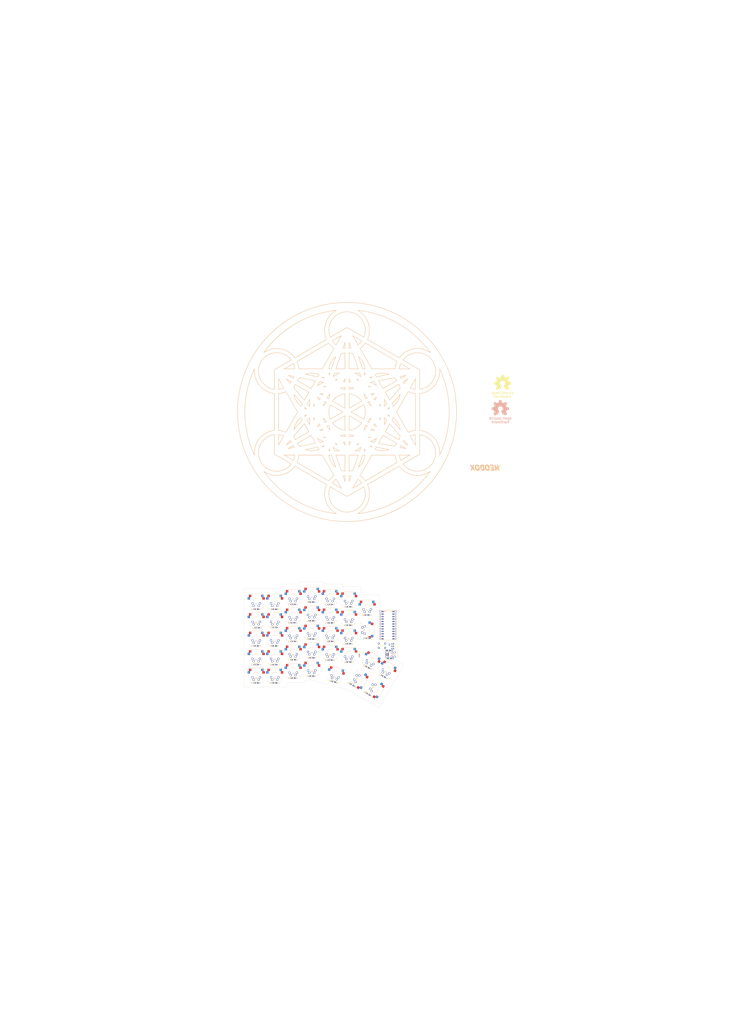
<source format=kicad_pcb>
(kicad_pcb (version 20211014) (generator pcbnew)
  (title_block (title "Neodox keyboard PCB") (date "2018-05-05") (rev "1.0") (comment 1 "designed by Pastitas") (comment 2 "https://github.com/pastitas/neodox-keyboard"))
  (layers (0 "F.Cu" signal) (31 "B.Cu" signal) (34 "B.Paste" user) (35 "F.Paste" user) (36 "B.SilkS" user "B.Silkscreen") (37 "F.SilkS" user "F.Silkscreen") (38 "B.Mask" user) (39 "F.Mask" user) (44 "Edge.Cuts" user))
  (net 0 "")
  (net 1 "Net-(D7-Pad2)")
  (net 2 "row0")
  (net 3 "Net-(D1-Pad2)")
  (net 4 "Net-(D2-Pad2)")
  (net 5 "Net-(D3-Pad2)")
  (net 6 "Net-(D4-Pad2)")
  (net 7 "Net-(D5-Pad2)")
  (net 8 "Net-(D6-Pad2)")
  (net 9 "Net-(D10-Pad2)")
  (net 10 "row1")
  (net 11 "Net-(D11-Pad2)")
  (net 12 "Net-(D12-Pad2)")
  (net 13 "Net-(D13-Pad2)")
  (net 14 "Net-(D14-Pad2)")
  (net 15 "Net-(D15-Pad2)")
  (net 16 "Net-(D16-Pad2)")
  (net 17 "Net-(D20-Pad2)")
  (net 18 "row2")
  (net 19 "Net-(D21-Pad2)")
  (net 20 "Net-(D22-Pad2)")
  (net 21 "Net-(D23-Pad2)")
  (net 22 "Net-(D24-Pad2)")
  (net 23 "Net-(D25-Pad2)")
  (net 24 "Net-(D26-Pad2)")
  (net 25 "Net-(D30-Pad2)")
  (net 26 "row3")
  (net 27 "Net-(D31-Pad2)")
  (net 28 "Net-(D32-Pad2)")
  (net 29 "Net-(D33-Pad2)")
  (net 30 "Net-(D34-Pad2)")
  (net 31 "Net-(D35-Pad2)")
  (net 32 "Net-(D8-Pad2)")
  (net 33 "Net-(D9-Pad2)")
  (net 34 "row4")
  (net 35 "Net-(D17-Pad2)")
  (net 36 "Net-(D18-Pad2)")
  (net 37 "Net-(D19-Pad2)")
  (net 38 "Net-(D27-Pad2)")
  (net 39 "Net-(D28-Pad2)")
  (net 40 "Net-(D29-Pad2)")
  (net 41 "col0")
  (net 42 "col1")
  (net 43 "col2")
  (net 44 "col3")
  (net 45 "col4")
  (net 46 "col5")
  (net 47 "col6")
  (net 48 "VCC")
  (net 49 "SDA")
  (net 50 "SCL")
  (net 51 "rgb_data")
  (net 52 "GND")
  (net 53 "RST")
  (net 55 "B-")
  (net 57 "B+")
  (net 59 "Net-(J1-Pad2)")
  (footprint "Keyboard_reversible:Kailh_socket_MX_optional_reversible" (layer "F.Cu") (at 174.5 102.8 -30)
    (fp_text reference "S21")
    (fp_text value "KEYSW")
  )
  (footprint "Keyboard_reversible:Kailh_socket_MX_optional_reversible" (layer "F.Cu") (at 113.2 53.92)
    (fp_text reference "S11")
    (fp_text value "KEYSW")
  )
  (footprint "Keyboard_reversible:Diode-dual" (layer "F.Cu") (at 132.2 64.7 180)
    (fp_text reference "D12")
    (fp_text value "D" hide)
  )
  (footprint "Keyboard_reversible:Diode-dual" (layer "F.Cu") (at 170.487564 110.2 150)
    (fp_text reference "D21")
    (fp_text value "D" hide)
  )
  (footprint "Keyboard_reversible:Diode-dual" (layer "F.Cu") (at 171.2 137.9 150)
    (fp_text reference "D35")
    (fp_text value "D" hide)
  )
  (footprint "Keyboard_reversible:Diode-dual" (layer "F.Cu") (at 113.1 81.3 180)
    (fp_text reference "D18")
    (fp_text value "D" hide)
  )
  (footprint "Keyboard_reversible:ProMicro_unrouted" (layer "F.Cu") (at 182.5325 82.4375)
    (fp_text reference "U1" hide)
    (fp_text value "ProMicro")
  )
  (footprint "Keyboard_reversible:Diode-dual" (layer "F.Cu") (at 113 43.3 180)
    (fp_text reference "D4")
    (fp_text value "D" hide)
  )
  (footprint "Keyboard_reversible:Kailh_socket_MX_optional_reversible" (layer "F.Cu") (at 94.2 94.3)
    (fp_text reference "S24")
    (fp_text value "KEYSW")
  )
  (footprint "Keyboard_reversible:Kailh_socket_MX_optional_reversible" (layer "F.Cu") (at 75.2 61.1)
    (fp_text reference "S9")
    (fp_text value "KEYSW")
  )
  (footprint "Keyboard_reversible:Diode-dual" (layer "F.Cu") (at 132.1 102.9 180)
    (fp_text reference "D26")
    (fp_text value "D" hide)
  )
  (footprint "Keyboard_reversible:Diode-dual" (layer "F.Cu") (at 56.2 88.3 180)
    (fp_text reference "D15")
    (fp_text value "D" hide)
  )
  (footprint "Keyboard_reversible:Kailh_socket_MX_optional_reversible" (layer "F.Cu") (at 132.2 75.3)
    (fp_text reference "S19")
    (fp_text value "KEYSW")
  )
  (footprint "Keyboard_reversible:switch_reversible" (layer "F.Cu") (at 199 88.6 -90)
    (fp_text reference "SW1")
    (fp_text value "SW_DPDT_x2")
  )
  (footprint "Keyboard_reversible:Kailh_socket_MX_optional_reversible" (layer "F.Cu") (at 170.2 72 -90)
    (fp_text reference "S14")
    (fp_text value "KEYSW")
  )
  (footprint "Keyboard_reversible:Kailh_socket_MX_optional_reversible" (layer "F.Cu") (at 190.954482 112.3 -30)
    (fp_text reference "S28")
    (fp_text value "KEYSW")
  )
  (footprint "Keyboard_reversible:Diode-dual" (layer "F.Cu") (at 151.3 104.9 180)
    (fp_text reference "D27")
    (fp_text value "D" hide)
  )
  (footprint "Keyboard_reversible:Kailh_socket_MX_optional_reversible" (layer "F.Cu") (at 151.2 96.7)
    (fp_text reference "S27")
    (fp_text value "KEYSW")
  )
  (footprint "Keyboard_reversible:Diode-dual" (layer "F.Cu") (at 74.9 88.4 180)
    (fp_text reference "D16")
    (fp_text value "D" hide)
  )
  (footprint "Keyboard_reversible:Diode-dual" (layer "F.Cu") (at 75.192895 126.4 180)
    (fp_text reference "D30")
    (fp_text value "D" hide)
  )
  (footprint "Keyboard_reversible:Diode-dual" (layer "F.Cu") (at 154.642632 128.4 150)
    (fp_text reference "D34")
    (fp_text value "D" hide)
  )
  (footprint "Keyboard_reversible:Kailh_socket_MX_optional_reversible" (layer "F.Cu") (at 56.2 42.1)
    (fp_text reference "S1")
    (fp_text value "KEYSW")
  )
  (footprint "Keyboard_reversible:Kailh_socket_MX_optional_reversible" (layer "F.Cu") (at 132.2 56.28)
    (fp_text reference "S12")
    (fp_text value "KEYSW")
  )
  (footprint "Keyboard_reversible:Diode-dual" (layer "F.Cu") (at 113 62.5 180)
    (fp_text reference "D11")
    (fp_text value "D" hide)
  )
  (footprint "Keyboard_reversible:Diode-dual" (layer "F.Cu") (at 75 50.7 180)
    (fp_text reference "D2")
    (fp_text value "D" hide)
  )
  (footprint "Keyboard_reversible:Kailh_socket_MX_optional_reversible" (layer "F.Cu") (at 170.2 48.2)
    (fp_text reference "S7")
    (fp_text value "KEYSW")
  )
  (footprint "Keyboard_reversible:Kailh_socket_MX_optional_reversible" (layer "F.Cu") (at 56.2 80.1)
    (fp_text reference "S15")
    (fp_text value "KEYSW")
  )
  (footprint "Keyboard_reversible:Diode-dual" (layer "F.Cu") (at 170.9 80.5 180)
    (fp_text reference "D14")
    (fp_text value "D" hide)
  )
  (footprint "Keyboard_reversible:Diode-dual" (layer "F.Cu") (at 75.2 107.6 180)
    (fp_text reference "D23")
    (fp_text value "D" hide)
  )
  (footprint "Connector_PinHeader_1.27mm:PinHeader_1x02_P1.27mm_Vertical" (layer "F.Cu") (at 193 86.35)
    (fp_text reference "J1")
    (fp_text value "Conn_01x02_Female")
  )
  (footprint "Keyboard_reversible:Kailh_socket_MX_optional_reversible" (layer "F.Cu") (at 132.2 94.38)
    (fp_text reference "S26")
    (fp_text value "KEYSW")
  )
  (footprint "Keyboard_reversible:Kailh_socket_MX_optional_reversible" (layer "F.Cu") (at 162.536858 123.295 -120)
    (fp_text reference "S34")
    (fp_text value "KEYSW")
  )
  (footprint "Keyboard_reversible:Kailh_socket_MX_optional_reversible" (layer "F.Cu") (at 113.2 34.9)
    (fp_text reference "S4")
    (fp_text value "KEYSW")
  )
  (footprint "Connector_PinHeader_1.27mm:PinHeader_1x03_P1.27mm_Vertical" (layer "F.Cu") (at 162.2 97.06)
    (fp_text reference "RGB_STRIP1")
    (fp_text value "Conn_01x03")
  )
  (footprint "Keyboard_reversible:Diode-dual" (layer "F.Cu") (at 186.987564 119.7 150)
    (fp_text reference "D28")
    (fp_text value "D" hide)
  )
  (footprint "Keyboard_reversible:Diode-dual" (layer "F.Cu") (at 94.192895 121.4 180)
    (fp_text reference "D31")
    (fp_text value "D" hide)
  )
  (footprint "Keyboard_reversible:Diode-dual" (layer "F.Cu") (at 132.5 83.7 180)
    (fp_text reference "D19")
    (fp_text value "D" hide)
  )
  (footprint "Keyboard_reversible:Diode-dual" (layer "F.Cu") (at 75.3 69.4 180)
    (fp_text reference "D9")
    (fp_text value "D" hide)
  )
  (footprint "Keyboard_reversible:Kailh_socket_MX_optional_reversible" (layer "F.Cu") (at 75.2 99.1)
    (fp_text reference "S23")
    (fp_text value "KEYSW")
  )
  (footprint "Keyboard_reversible:Kailh_socket_MX_optional_reversible" (layer "F.Cu") (at 94.2 113.3)
    (fp_text reference "S31")
    (fp_text value "KEYSW")
  )
  (footprint "Keyboard_reversible:Diode-dual" (layer "F.Cu") (at 57.1 69.6 180)
    (fp_text reference "D8")
    (fp_text value "D" hide)
  )
  (footprint "Keyboard_reversible:Kailh_socket_MX_optional_reversible" (layer "F.Cu") (at 75.2 42.1)
    (fp_text reference "S2")
    (fp_text value "KEYSW")
  )
  (footprint "Keyboard_reversible:Diode-dual" (layer "F.Cu") (at 151.1 86.1 180)
    (fp_text reference "D20")
    (fp_text value "D" hide)
  )
  (footprint "Keyboard_reversible:Kailh_socket_MX_optional_reversible" (layer "F.Cu") (at 151.2 77.7)
    (fp_text reference "S20")
    (fp_text value "KEYSW")
  )
  (footprint "Keyboard_reversible:Diode-dual" (layer "F.Cu") (at 113.192895 119.4 180)
    (fp_text reference "D32")
    (fp_text value "D" hide)
  )
  (footprint "Keyboard_reversible:Kailh_socket_MX_optional_reversible" (layer "F.Cu") (at 137.9 117.1 -15)
    (fp_text reference "S33")
    (fp_text value "KEYSW")
  )
  (footprint "Keyboard_reversible:Kailh_socket_MX_optional_reversible" (layer "F.Cu") (at 56.2 99.1)
    (fp_text reference "S22")
    (fp_text value "KEYSW")
  )
  (footprint "Keyboard_reversible:Kailh_socket_MX_optional_reversible" (layer "F.Cu") (at 94.2 75.3)
    (fp_text reference "S17")
    (fp_text value "KEYSW")
  )
  (footprint "Keyboard_reversible:Kailh_socket_MX_optional_reversible" (layer "F.Cu") (at 132.2 37.28)
    (fp_text reference "S5")
    (fp_text value "KEYSW")
  )
  (footprint "Keyboard_reversible:pushbutton_reversible" (layer "F.Cu") (at 185.4 88.2)
    (fp_text reference "RST_SW1")
    (fp_text value "SW_PUSH")
  )
  (footprint "Keyboard_reversible:Diode-dual" (layer "F.Cu") (at 56.1 107.5 180)
    (fp_text reference "D22")
    (fp_text value "D" hide)
  )
  (footprint "Keyboard_reversible:Diode-dual" (layer "F.Cu") (at 56.2 126.4 180)
    (fp_text reference "D29")
    (fp_text value "D" hide)
  )
  (footprint "Keyboard_reversible:Diode-dual" (layer "F.Cu") (at 151.2 67.1 180)
    (fp_text reference "D13")
    (fp_text value "D" hide)
  )
  (footprint "MountingHole:MountingHole_3.2mm_M3" (layer "F.Cu") (at 175.563306 119.831694)
    (fp_text reference "H4")
    (fp_text value "MountingHole")
  )
  (footprint "Keyboard_reversible:Kailh_socket_MX_optional_reversible" (layer "F.Cu") (at 151.2 39.7)
    (fp_text reference "S6")
    (fp_text value "KEYSW")
  )
  (footprint "Keyboard_reversible:Diode-dual" (layer "F.Cu") (at 169.9 56.6 180)
    (fp_text reference "D7")
    (fp_text value "D" hide)
  )
  (footprint "Keyboard_reversible:Resistor-Hybrid" (layer "F.Cu") (at 193 101.2)
    (fp_text reference "R2")
    (fp_text value "4.7k" hide)
  )
  (footprint "Keyboard_reversible:Kailh_socket_MX_optional_reversible" (layer "F.Cu") (at 113.2 92)
    (fp_text reference "S25")
    (fp_text value "KEYSW")
  )
  (footprint "MountingHole:MountingHole_3.2mm_M3" (layer "F.Cu") (at 65.687895 51.587105)
    (fp_text reference "H3")
    (fp_text value "MountingHole")
  )
  (footprint "Keyboard_reversible:Diode-dual" (layer "F.Cu") (at 113.3 100.5 180)
    (fp_text reference "D25")
    (fp_text value "D" hide)
  )
  (footprint "MountingHole:MountingHole_3.2mm_M3" (layer "F.Cu") (at 160.687895 49.212105)
    (fp_text reference "H1")
    (fp_text value "MountingHole")
  )
  (footprint "Keyboard_reversible:Kailh_socket_MX_optional_reversible" (layer "F.Cu") (at 94.2 37.3)
    (fp_text reference "S3")
    (fp_text value "KEYSW")
  )
  (footprint "Keyboard_reversible:Kailh_socket_MX_optional_reversible" (layer "F.Cu") (at 56.2 61.1)
    (fp_text reference "S8")
    (fp_text value "KEYSW")
  )
  (footprint "Keyboard_reversible:PJ-320A" (layer "F.Cu") (at 201.794 97.2 -90)
    (fp_text reference "TRRS1")
    (fp_text value "Audio-Jack-4" hide)
  )
  (footprint "Keyboard_reversible:Kailh_socket_MX_optional_reversible" (layer "F.Cu") (at 151.2 58.66)
    (fp_text reference "S13")
    (fp_text value "KEYSW")
  )
  (footprint "Keyboard_reversible:Diode-dual" (layer "F.Cu") (at 94.1 45.7 180)
    (fp_text reference "D3")
    (fp_text value "D" hide)
  )
  (footprint "Keyboard_reversible:Diode-dual" (layer "F.Cu") (at 135.7 125.15 165)
    (fp_text reference "D33")
    (fp_text value "D" hide)
  )
  (footprint "Keyboard_reversible:Kailh_socket_MX_optional_reversible" (layer "F.Cu") (at 75.2 80.1)
    (fp_text reference "S16")
    (fp_text value "KEYSW")
  )
  (footprint "Keyboard_reversible:Diode-dual" (layer "F.Cu") (at 132.1 45.8 180)
    (fp_text reference "D5")
    (fp_text value "D" hide)
  )
  (footprint "Keyboard_reversible:Diode-dual" (layer "F.Cu") (at 93.8 64.6 180)
    (fp_text reference "D10")
    (fp_text value "D" hide)
  )
  (footprint "Keyboard_reversible:Diode-dual" (layer "F.Cu") (at 94.3 102.6 180)
    (fp_text reference "D24")
    (fp_text value "D" hide)
  )
  (footprint "Keyboard_reversible:Diode-dual" (layer "F.Cu") (at 151.2 48.2 180)
    (fp_text reference "D6")
    (fp_text value "D" hide)
  )
  (footprint "Keyboard_reversible:Kailh_socket_MX_optional_reversible" (layer "F.Cu") (at 113.2 111)
    (fp_text reference "S32")
    (fp_text value "KEYSW")
  )
  (footprint "Keyboard_reversible:Kailh_socket_MX_optional_reversible" (layer "F.Cu") (at 113.2 72.92)
    (fp_text reference "S18")
    (fp_text value "KEYSW")
  )
  (footprint "Keyboard_reversible:Kailh_socket_MX_optional_reversible" (layer "F.Cu") (at 94.2 56.3)
    (fp_text reference "S10")
    (fp_text value "KEYSW")
  )
  (footprint "Keyboard_reversible:Diode-dual" (layer "F.Cu") (at 94.2 83.7 180)
    (fp_text reference "D17")
    (fp_text value "D" hide)
  )
  (footprint "MountingHole:MountingHole_3.2mm_M3" (layer "F.Cu") (at 65.697895 108.577105)
    (fp_text reference "H2")
    (fp_text value "MountingHole")
  )
  (footprint "Keyboard_reversible:Kailh_socket_MX_optional_reversible" (layer "F.Cu") (at 75.2 118.1)
    (fp_text reference "S30")
    (fp_text value "KEYSW")
  )
  (footprint "Keyboard_reversible:Kailh_socket_MX_optional_reversible" (layer "F.Cu") (at 179 132.8 -120)
    (fp_text reference "S35")
    (fp_text value "KEYSW")
  )
  (footprint "Keyboard_reversible:Resistor-Hybrid" (layer "F.Cu") (at 192 93)
    (fp_text reference "R1")
    (fp_text value "4.7k" hide)
  )
  (footprint "Keyboard_reversible:Kailh_socket_MX_optional_reversible" (layer "F.Cu") (at 56.2 118.1)
    (fp_text reference "S29")
    (fp_text value "KEYSW")
  )
  (footprint "Keyboard_reversible:Diode-dual" (layer "F.Cu") (at 56.3 50.6 180)
    (fp_text reference "D1")
    (fp_text value "D" hide)
  )
  (gr_curve (pts (xy 71.329418 -216.342738) (xy 68.783918 -215.655738) (xy 66.353768 -214.529988) (xy 64.160018 -212.998038)) (layer "B.SilkS") (width 0.3))
  (gr_curve (pts (xy 196.961468 -145.975338) (xy 198.343568 -144.932088) (xy 199.549118 -143.720838) (xy 200.565968 -142.385988)) (layer "B.SilkS") (width 0.3))
  (gr_curve (pts (xy 219.878318 -128.624388) (xy 219.878318 -128.624388) (xy 219.878318 -117.881988) (xy 219.878318 -117.881988)) (layer "B.SilkS") (width 0.3))
  (gr_curve (pts (xy 167.190968 -133.581138) (xy 167.421218 -135.201888) (xy 167.868368 -136.814838) (xy 168.543518 -138.379188)) (layer "B.SilkS") (width 0.3))
  (gr_curve (pts (xy 44.569418 -151.915038) (xy 44.569418 -167.764788) (xy 48.087218 -182.791338) (xy 54.376118 -196.264188)) (layer "B.SilkS") (width 0.3))
  (gr_curve (pts (xy 187.959368 -157.730088) (xy 187.959368 -157.730088) (xy 187.959368 -164.878038) (xy 187.959368 -164.878038)) (layer "B.SilkS") (width 0.3))
  (gr_curve (pts (xy 171.607268 -178.726188) (xy 171.607268 -178.726188) (xy 173.629568 -177.550338) (xy 173.629568 -177.550338)) (layer "B.SilkS") (width 0.3))
  (gr_curve (pts (xy 210.360518 -89.807838) (xy 210.360518 -89.807838) (xy 210.395618 -89.787738) (xy 210.395618 -89.787738)) (layer "B.SilkS") (width 0.3))
  (gr_curve (pts (xy 124.162718 -196.228788) (xy 124.162718 -196.228788) (xy 100.200818 -196.228788) (xy 100.200818 -196.228788)) (layer "B.SilkS") (width 0.3))
  (gr_curve (pts (xy 226.710368 -91.684038) (xy 224.346668 -91.046088) (xy 221.865068 -90.870138) (xy 219.411368 -91.195338)) (layer "B.SilkS") (width 0.3))
  (gr_curve (pts (xy 85.103318 -107.614038) (xy 85.103318 -107.614038) (xy 95.850368 -107.613888) (xy 95.850368 -107.613888)) (layer "B.SilkS") (width 0.3))
  (gr_curve (pts (xy 61.053068 -203.317788) (xy 61.053068 -203.317788) (xy 61.079618 -203.367138) (xy 61.079618 -203.367138)) (layer "B.SilkS") (width 0.3))
  (gr_curve (pts (xy 143.442818 -211.760688) (xy 144.704618 -212.198988) (xy 146.029718 -212.505588) (xy 147.402068 -212.663238)) (layer "B.SilkS") (width 0.3))
  (gr_curve (pts (xy 124.804268 -170.807238) (xy 124.804268 -170.807238) (xy 124.232018 -169.142988) (xy 124.232018 -169.142988)) (layer "B.SilkS") (width 0.3))
  (gr_curve (pts (xy 148.316318 -65.861388) (xy 148.668368 -65.610588) (xy 149.097968 -65.463588) (xy 149.561618 -65.463588)) (layer "B.SilkS") (width 0.3))
  (gr_curve (pts (xy 126.134018 -117.069138) (xy 125.617418 -116.588538) (xy 125.069318 -116.133438) (xy 124.490768 -115.706988)) (layer "B.SilkS") (width 0.3))
  (gr_curve (pts (xy 132.053018 -191.879388) (xy 132.053018 -191.879388) (xy 131.317418 -189.741138) (xy 131.317418 -189.741138)) (layer "B.SilkS") (width 0.3))
  (gr_curve (pts (xy 133.549118 -196.228788) (xy 133.549118 -196.228788) (xy 130.987718 -196.228788) (xy 130.987718 -196.228788)) (layer "B.SilkS") (width 0.3))
  (gr_curve (pts (xy 191.239268 -154.920888) (xy 191.239268 -154.920888) (xy 192.696668 -156.615288) (xy 192.696668 -156.615288)) (layer "B.SilkS") (width 0.3))
  (gr_curve (pts (xy 183.293618 -112.205838) (xy 181.634768 -112.422888) (xy 179.981618 -112.871388) (xy 178.379168 -113.563488)) (layer "B.SilkS") (width 0.3))
  (gr_curve (pts (xy 125.359418 -121.340838) (xy 125.359418 -121.340838) (xy 121.670618 -120.625638) (xy 121.670618 -120.625638)) (layer "B.SilkS") (width 0.3))
  (gr_curve (pts (xy 238.074218 -100.464588) (xy 236.805818 -98.252388) (xy 235.161668 -96.398388) (xy 233.270918 -94.937388)) (layer "B.SilkS") (width 0.3))
  (gr_curve (pts (xy 132.266168 -60.644538) (xy 131.355368 -62.858838) (xy 130.852718 -65.293938) (xy 130.852718 -67.854888)) (layer "B.SilkS") (width 0.3))
  (gr_curve (pts (xy 105.723968 -164.066988) (xy 105.723968 -164.066988) (xy 95.045168 -176.483688) (xy 95.045168 -176.483688)) (layer "B.SilkS") (width 0.3))
  (gr_curve (pts (xy 170.570168 -77.352438) (xy 170.570168 -77.352438) (xy 203.190218 -96.317838) (xy 203.190218 -96.317838)) (layer "B.SilkS") (width 0.3))
  (gr_curve (pts (xy 223.564868 -195.591738) (xy 223.382468 -195.775338) (xy 223.167818 -195.926238) (xy 222.930368 -196.034988)) (layer "B.SilkS") (width 0.3))
  (gr_curve (pts (xy 202.895168 -123.407388) (xy 202.895168 -123.407388) (xy 188.741018 -131.636988) (xy 188.741018 -131.636988)) (layer "B.SilkS") (width 0.3))
  (gr_curve (pts (xy 233.256818 -208.894338) (xy 235.147718 -207.433338) (xy 236.791868 -205.579338) (xy 238.060118 -203.367138)) (layer "B.SilkS") (width 0.3))
  (gr_curve (pts (xy 233.371568 -173.874888) (xy 233.371568 -173.874888) (xy 233.406368 -173.896188) (xy 233.406368 -173.896188)) (layer "B.SilkS") (width 0.3))
  (gr_curve (pts (xy 124.155218 -107.613888) (xy 124.155218 -107.613888) (xy 136.144568 -86.701638) (xy 136.144568 -86.701638)) (layer "B.SilkS") (width 0.3))
  (gr_curve (pts (xy 162.790868 -222.652488) (xy 162.171368 -222.028488) (xy 161.508218 -221.448438) (xy 160.807118 -220.916538)) (layer "B.SilkS") (width 0.3))
  (gr_curve (pts (xy 65.820968 -173.844288) (xy 65.820968 -173.844288) (xy 65.818268 -173.839338) (xy 65.818268 -173.839338)) (layer "B.SilkS") (width 0.3))
  (gr_curve (pts (xy 150.810818 -237.965238) (xy 150.458318 -238.217538) (xy 150.026918 -238.365888) (xy 149.561618 -238.365888)) (layer "B.SilkS") (width 0.3))
  (gr_curve (pts (xy 175.174868 -187.177338) (xy 175.174868 -187.177338) (xy 172.973018 -186.750588) (xy 172.973018 -186.750588)) (layer "B.SilkS") (width 0.3))
  (gr_curve (pts (xy 130.852718 -151.912488) (xy 130.852718 -154.473588) (xy 131.355368 -156.908688) (xy 132.266168 -159.122688)) (layer "B.SilkS") (width 0.3))
  (gr_curve (pts (xy 164.585918 -140.680188) (xy 164.038868 -139.940988) (xy 163.438568 -139.242288) (xy 162.790868 -138.590088)) (layer "B.SilkS") (width 0.3))
  (gr_curve (pts (xy 121.668218 -183.199938) (xy 121.668218 -183.199938) (xy 125.366468 -182.482788) (xy 125.366468 -182.482788)) (layer "B.SilkS") (width 0.3))
  (gr_curve (pts (xy 174.146468 -145.713738) (xy 174.146468 -145.713738) (xy 172.543868 -141.054138) (xy 172.543868 -141.054138)) (layer "B.SilkS") (width 0.3))
  (gr_curve (pts (xy 167.083418 -191.879388) (xy 167.083418 -191.879388) (xy 168.159968 -191.879388) (xy 168.159968 -191.879388)) (layer "B.SilkS") (width 0.3))
  (gr_curve (pts (xy 106.715768 -113.306088) (xy 106.715768 -113.306088) (xy 119.474168 -115.778538) (xy 119.474168 -115.778538)) (layer "B.SilkS") (width 0.3))
  (gr_curve (pts (xy 204.189968 -169.979388) (xy 204.087068 -169.330938) (xy 203.950868 -168.687888) (xy 203.782118 -168.053388)) (layer "B.SilkS") (width 0.3))
  (gr_curve (pts (xy 179.650268 -115.780188) (xy 179.650268 -115.780188) (xy 192.423218 -113.304738) (xy 192.423218 -113.304738)) (layer "B.SilkS") (width 0.3))
  (gr_curve (pts (xy 200.552018 -161.446038) (xy 199.539368 -160.116438) (xy 198.336368 -158.908038) (xy 196.955318 -157.865388)) (layer "B.SilkS") (width 0.3))
  (gr_curve (pts (xy 128.281118 -76.718088) (xy 127.155218 -73.980888) (xy 126.533768 -70.986738) (xy 126.533768 -67.854888)) (layer "B.SilkS") (width 0.3))
  (gr_curve (pts (xy 147.402068 -217.257288) (xy 146.738918 -217.333788) (xy 146.086718 -217.444638) (xy 145.447568 -217.588338)) (layer "B.SilkS") (width 0.3))
  (gr_curve (pts (xy 173.630918 -126.274938) (xy 173.630918 -126.274938) (xy 171.607118 -125.098038) (xy 171.607118 -125.098038)) (layer "B.SilkS") (width 0.3))
  (gr_curve (pts (xy 96.238268 -123.411288) (xy 95.687618 -124.689288) (xy 95.288468 -126.002538) (xy 95.034668 -127.328988)) (layer "B.SilkS") (width 0.3))
  (gr_curve (pts (xy 233.406368 -173.896188) (xy 236.091818 -175.465638) (xy 238.343618 -177.494688) (xy 240.119468 -179.825088)) (layer "B.SilkS") (width 0.3))
  (gr_curve (pts (xy 115.483118 -160.115238) (xy 115.483118 -160.115238) (xy 116.069318 -158.411088) (xy 116.069318 -158.411088)) (layer "B.SilkS") (width 0.3))
  (gr_curve (pts (xy 219.878318 -175.205838) (xy 218.908868 -175.310838) (xy 217.948718 -175.491438) (xy 217.007468 -175.745538)) (layer "B.SilkS") (width 0.3))
  (gr_curve (pts (xy 218.855918 -86.894988) (xy 221.882468 -86.493438) (xy 224.931368 -86.707038) (xy 227.823968 -87.487338)) (layer "B.SilkS") (width 0.3))
  (gr_curve (pts (xy 101.160518 -116.650938) (xy 100.146368 -117.535038) (xy 99.215468 -118.540938) (xy 98.390768 -119.662038)) (layer "B.SilkS") (width 0.3))
  (gr_curve (pts (xy 174.968168 -107.613738) (xy 174.968168 -107.613738) (xy 198.951068 -107.613738) (xy 198.951068 -107.613738)) (layer "B.SilkS") (width 0.3))
  (gr_curve (pts (xy 212.353718 -172.823238) (xy 213.499268 -172.301388) (xy 214.683668 -171.875688) (xy 215.894018 -171.548838)) (layer "B.SilkS") (width 0.3))
  (gr_curve (pts (xy 165.593618 -107.613888) (xy 165.593618 -107.613888) (xy 168.137018 -107.613738) (xy 168.137018 -107.613738)) (layer "B.SilkS") (width 0.3))
  (gr_curve (pts (xy 128.552768 -226.477788) (xy 128.552768 -226.477788) (xy 95.954018 -207.524988) (xy 95.954018 -207.524988)) (layer "B.SilkS") (width 0.3))
  (gr_curve (pts (xy 204.752168 -201.602988) (xy 204.752168 -201.602988) (xy 213.995918 -196.228788) (xy 213.995918 -196.228788)) (layer "B.SilkS") (width 0.3))
  (gr_curve (pts (xy 166.857218 -201.156138) (xy 167.492768 -199.610688) (xy 167.929568 -197.957538) (xy 168.135518 -196.228788)) (layer "B.SilkS") (width 0.3))
  (gr_curve (pts (xy 238.116818 -100.531188) (xy 238.116818 -100.531188) (xy 238.076018 -100.463688) (xy 238.076018 -100.463688)) (layer "B.SilkS") (width 0.3))
  (gr_curve (pts (xy 162.532868 -111.946488) (xy 162.532868 -111.946488) (xy 157.604318 -111.946488) (xy 157.604318 -111.946488)) (layer "B.SilkS") (width 0.3))
  (gr_curve (pts (xy 168.137018 -107.613738) (xy 167.931818 -105.880338) (xy 167.494268 -104.222838) (xy 166.857218 -102.673188)) (layer "B.SilkS") (width 0.3))
  (gr_curve (pts (xy 101.167118 -187.172988) (xy 101.167118 -187.172988) (xy 117.190418 -184.067388) (xy 117.190418 -184.067388)) (layer "B.SilkS") (width 0.3))
  (gr_curve (pts (xy 254.569418 -151.915038) (xy 254.569418 -136.080738) (xy 251.058668 -121.067988) (xy 244.781168 -107.605188)) (layer "B.SilkS") (width 0.3))
  (gr_curve (pts (xy 203.782118 -168.053388) (xy 203.149718 -165.677388) (xy 202.059968 -163.425888) (xy 200.552018 -161.446038)) (layer "B.SilkS") (width 0.3))
  (gr_curve (pts (xy 128.281118 -227.111688) (xy 128.368718 -226.898688) (xy 128.459318 -226.687488) (xy 128.552768 -226.477788)) (layer "B.SilkS") (width 0.3))
  (gr_curve (pts (xy 203.288618 -107.613738) (xy 203.288618 -107.613738) (xy 214.017818 -107.613738) (xy 214.017818 -107.613738)) (layer "B.SilkS") (width 0.3))
  (gr_curve (pts (xy 200.565968 -142.385988) (xy 202.073918 -140.405988) (xy 203.163818 -138.154938) (xy 203.796068 -135.778338)) (layer "B.SilkS") (width 0.3))
  (gr_curve (pts (xy 98.122718 -100.044588) (xy 98.698568 -101.283588) (xy 99.164018 -102.569988) (xy 99.514268 -103.886838)) (layer "B.SilkS") (width 0.3))
  (gr_curve (pts (xy 162.532718 -191.879388) (xy 162.532718 -191.879388) (xy 163.764818 -188.296338) (xy 163.764818 -188.296338)) (layer "B.SilkS") (width 0.3))
  (gr_curve (pts (xy 110.383268 -172.193988) (xy 110.383268 -172.193988) (xy 105.723968 -164.066988) (xy 105.723968 -164.066988)) (layer "B.SilkS") (width 0.3))
  (gr_curve (pts (xy 136.332218 -165.235038) (xy 138.063218 -166.977888) (xy 140.121818 -168.379038) (xy 142.401818 -169.329888)) (layer "B.SilkS") (width 0.3))
  (gr_curve (pts (xy 87.084818 -185.740038) (xy 87.084818 -185.740038) (xy 92.308868 -182.702538) (xy 92.308868 -182.702538)) (layer "B.SilkS") (width 0.3))
  (gr_curve (pts (xy 168.449318 -81.120138) (xy 167.672168 -82.242438) (xy 166.799918 -83.290638) (xy 165.844568 -84.252738)) (layer "B.SilkS") (width 0.3))
  (gr_curve (pts (xy 160.571618 -256.342488) (xy 191.213168 -253.151388) (xy 217.936868 -236.784138) (xy 234.974918 -213.003438)) (layer "B.SilkS") (width 0.3))
  (gr_curve (pts (xy 79.249268 -132.988938) (xy 79.249268 -132.988938) (xy 79.249268 -170.841438) (xy 79.249268 -170.841438)) (layer "B.SilkS") (width 0.3))
  (gr_curve (pts (xy 147.402068 -86.571438) (xy 147.402068 -86.571438) (xy 147.402068 -80.554788) (xy 147.402068 -80.554788)) (layer "B.SilkS") (width 0.3))
  (gr_curve (pts (xy 95.045168 -176.483688) (xy 95.298368 -177.813888) (xy 95.697518 -179.131188) (xy 96.248918 -180.412038)) (layer "B.SilkS") (width 0.3))
  (gr_poly (pts (xy 304.881289 -146.419228) (xy 304.847881 -146.417864) (xy 304.815331 -146.41563) (xy 304.783627 -146.412556) (xy 304.752758 -146.408676) (xy 304.722712 -146.404021) (xy 304.693479 -146.398622) (xy 304.665048 -146.392512) (xy 304.637406 -146.385722) (xy 304.610543 -146.378284) (xy 304.584448 -146.37023) (xy 304.55911 -146.361591) (xy 304.534516 -146.3524) (xy 304.510657 -146.342688) (xy 304.48752 -146.332486) (xy 304.465095 -146.321828) (xy 304.422334 -146.299265) (xy 304.382286 -146.275255) (xy 304.344859 -146.250051) (xy 304.309964 -146.223907) (xy 304.277512 -146.197079) (xy 304.247412 -146.169819) (xy 304.219576 -146.142382) (xy 304.193913 -146.115023) (xy 304.160914 -146.077224) (xy 304.130393 -146.039069) (xy 304.102302 -146.000091) (xy 304.076594 -145.959824) (xy 304.05322 -145.917801) (xy 304.032131 -145.873554) (xy 304.01328 -145.826617) (xy 303.996618 -145.776522) (xy 303.982096 -145.722802) (xy 303.969668 -145.664991) (xy 303.959284 -145.602621) (xy 303.950896 -145.535226) (xy 303.944456 -145.462337) (xy 303.939916 -145.383489) (xy 303.937228 -145.298214) (xy 303.936342 -145.206046) (xy 303.937228 -145.113106) (xy 303.939916 -145.02715) (xy 303.944456 -144.947706) (xy 303.950896 -144.874301) (xy 303.959284 -144.806462) (xy 303.969668 -144.743717) (xy 303.982096 -144.685593) (xy 303.996618 -144.631618) (xy 304.01328 -144.581318) (xy 304.032131 -144.534221) (xy 304.05322 -144.489855) (xy 304.076594 -144.447747) (xy 304.102302 -144.407424) (xy 304.130393 -144.368413) (xy 304.160914 -144.330242) (xy 304.193913 -144.292439) (xy 304.219576 -144.265083) (xy 304.247413 -144.237656) (xy 304.277512 -144.210409) (xy 304.309964 -144.183597) (xy 304.344859 -144.157474) (xy 304.382286 -144.132292) (xy 304.422335 -144.108306) (xy 304.465095 -144.085768) (xy 304.510657 -144.064933) (xy 304.55911 -144.046053) (xy 304.610544 -144.029382) (xy 304.665048 -144.015174) (xy 304.722713 -144.003682) (xy 304.783627 -143.99516) (xy 304.847881 -143.98986) (xy 304.915565 -143.988038) (xy 304.949817 -143.988499) (xy 304.983202 -143.98986) (xy 305.015732 -143.992091) (xy 305.047416 -143.99516) (xy 305.078267 -143.999034) (xy 305.108295 -144.003682) (xy 305.137512 -144.009073) (xy 305.165929 -144.015174) (xy 305.193558 -144.021954) (xy 305.220408 -144.029382) (xy 305.246492 -144.037425) (xy 305.27182 -144.046052) (xy 305.296405 -144.055232) (xy 305.320256 -144.064932) (xy 305.343385 -144.075121) (xy 305.365804 -144.085767) (xy 305.408553 -144.108305) (xy 305.448594 -144.132291) (xy 305.486015 -144.157473) (xy 305.520905 -144.183596) (xy 305.553355 -144.210408) (xy 305.583453 -144.237655) (xy 305.611289 -144.265083) (xy 305.636952 -144.292439) (xy 305.669955 -144.330241) (xy 305.700484 -144.368408) (xy 305.728588 -144.407413) (xy 305.754313 -144.447729) (xy 305.777707 -144.48983) (xy 305.798818 -144.534188) (xy 305.817693 -144.581276) (xy 305.83438 -144.631569) (xy 305.848926 -144.685539) (xy 305.861378 -144.74366) (xy 305.871784 -144.806405) (xy 305.880192 -144.874246) (xy 305.886649 -144.947657) (xy 305.891202 -145.027113) (xy 305.893899 -145.113084) (xy 305.894788 -145.206046) (xy 305.416819 -145.206046) (xy 305.416481 -145.14393) (xy 305.415434 -145.087329) (xy 305.413631 -145.035825) (xy 305.411023 -144.988996) (xy 305.407563 -144.946425) (xy 305.403202 -144.907692) (xy 305.397891 -144.872377) (xy 305.391585 -144.840061) (xy 305.384233 -144.810325) (xy 305.375788 -144.782749) (xy 305.366202 -144.756914) (xy 305.355428 -144.732401) (xy 305.343416 -144.708789) (xy 305.330118 -144.685661) (xy 305.315488 -144.662597) (xy 305.299476 -144.639176) (xy 305.285431 -144.620986) (xy 305.269605 -144.603427) (xy 305.252095 -144.586572) (xy 305.232998 -144.570497) (xy 305.212412 -144.555278) (xy 305.190434 -144.540988) (xy 305.167162 -144.527704) (xy 305.142694 -144.515499) (xy 305.117127 -144.504449) (xy 305.090557 -144.49463) (xy 305.063084 -144.486115) (xy 305.034804 -144.47898) (xy 305.005815 -144.4733) (xy 304.976214 -144.469151) (xy 304.946098 -144.466606) (xy 304.915566 -144.465741) (xy 304.88499 -144.466607) (xy 304.854842 -144.469156) (xy 304.825217 -144.473312) (xy 304.796212 -144.478999) (xy 304.767923 -144.486142) (xy 304.740444 -144.494665) (xy 304.713873 -144.504492) (xy 304.688305 -144.515549) (xy 304.663837 -144.527759) (xy 304.640563 -144.541047) (xy 304.618581 -144.555337) (xy 304.597985 -144.570554) (xy 304.578873 -144.586622) (xy 304.561339 -144.603465) (xy 304.545479 -144.621008) (xy 304.538208 -144.630019) (xy 304.531391 -144.639176) (xy 304.515382 -144.662595) (xy 304.50076 -144.685652) (xy 304.487476 -144.708759) (xy 304.475481 -144.732328) (xy 304.464726 -144.756773) (xy 304.455163 -144.782505) (xy 304.446742 -144.809937) (xy 304.439415 -144.839482) (xy 304.433132 -144.871553) (xy 304.427846 -144.906561) (xy 304.423507 -144.94492) (xy 304.420067 -144.987043) (xy 304.417476 -145.033341) (xy 304.415686 -145.084227) (xy 304.414312 -145.201415) (xy 304.414647 -145.263533) (xy 304.415686 -145.320142) (xy 304.417476 -145.371659) (xy 304.420067 -145.418502) (xy 304.423507 -145.461089) (xy 304.427846 -145.499839) (xy 304.433132 -145.53517) (xy 304.439415 -145.5675) (xy 304.446742 -145.597247) (xy 304.455163 -145.624829) (xy 304.464726 -145.650665) (xy 304.475481 -145.675173) (xy 304.487476 -145.698771) (xy 304.50076 -145.721877) (xy 304.515382 -145.744909) (xy 304.531391 -145.768286) (xy 304.545479 -145.786476) (xy 304.561339 -145.804036) (xy 304.578873 -145.82089) (xy 304.597985 -145.836965) (xy 304.618581 -145.852185) (xy 304.640563 -145.866474) (xy 304.663837 -145.879759) (xy 304.688305 -145.891963) (xy 304.713873 -145.903013) (xy 304.740444 -145.912833) (xy 304.767923 -145.921347) (xy 304.796212 -145.928482) (xy 304.825217 -145.934162) (xy 304.854842 -145.938312) (xy 304.88499 -145.940857) (xy 304.915566 -145.941722) (xy 304.946098 -145.940855) (xy 304.976214 -145.938306) (xy 305.005815 -145.93415) (xy 305.034804 -145.928463) (xy 305.063084 -145.92132) (xy 305.090557 -145.912797) (xy 305.117127 -145.90297) (xy 305.142694 -145.891913) (xy 305.167162 -145.879703) (xy 305.190434 -145.866415) (xy 305.212412 -145.852125) (xy 305.232998 -145.836909) (xy 305.252095 -145.820841) (xy 305.269605 -145.803997) (xy 305.285431 -145.786454) (xy 305.292683 -145.777443) (xy 305.299476 -145.768286) (xy 305.315488 -145.744911) (xy 305.330118 -145.721886) (xy 305.343416 -145.698802) (xy 305.355428 -145.675246) (xy 305.366202 -145.650807) (xy 305.375788 -145.625074) (xy 305.384233 -145.597635) (xy 305.391585 -145.568079) (xy 305.397891 -145.535994) (xy 305.403202 -145.50097) (xy 305.407563 -145.462594) (xy 305.411023 -145.420455) (xy 305.413631 -145.374143) (xy 305.415434 -145.323244) (xy 305.416819 -145.206046) (xy 305.894788 -145.206046) (xy 305.893899 -145.298213) (xy 305.891202 -145.383484) (xy 305.886649 -145.462326) (xy 305.880192 -145.535207) (xy 305.871784 -145.602595) (xy 305.861378 -145.664956) (xy 305.848926 -145.72276) (xy 305.83438 -145.776472) (xy 305.817693 -145.826562) (xy 305.798818 -145.873496) (xy 305.777707 -145.917743) (xy 305.754313 -145.959769) (xy 305.728588 -146.000042) (xy 305.700484 -146.039031) (xy 305.669955 -146.077202) (xy 305.636952 -146.115023) (xy 305.611289 -146.142382) (xy 305.583453 -146.169818) (xy 305.553355 -146.197078) (xy 305.520905 -146.223906) (xy 305.486014 -146.25005) (xy 305.448593 -146.275254) (xy 305.408553 -146.299264) (xy 305.365803 -146.321827) (xy 305.320255 -146.342687) (xy 305.27182 -146.361591) (xy 305.220407 -146.378284) (xy 305.165929 -146.392512) (xy 305.108295 -146.404021) (xy 305.047416 -146.412556) (xy 304.983202 -146.417864) (xy 304.915565 -146.41969)) (layer "B.SilkS") (width 0) (fill solid))
  (gr_curve (pts (xy 147.402068 -117.880938) (xy 147.402068 -117.880938) (xy 145.694018 -120.860238) (xy 145.694018 -120.860238)) (layer "B.SilkS") (width 0.3))
  (gr_curve (pts (xy 98.587568 -161.445438) (xy 97.079168 -163.425438) (xy 95.989118 -165.676638) (xy 95.357018 -168.052188)) (layer "B.SilkS") (width 0.3))
  (gr_curve (pts (xy 147.402068 -155.671638) (xy 147.402068 -155.671638) (xy 134.540618 -163.149288) (xy 134.540618 -163.149288)) (layer "B.SilkS") (width 0.3))
  (gr_curve (pts (xy 128.456018 -161.686638) (xy 127.445918 -160.315338) (xy 126.274268 -159.115038) (xy 124.983218 -158.096838)) (layer "B.SilkS") (width 0.3))
  (gr_poly (pts (xy 296.481575 -146.418558) (xy 296.433106 -146.415175) (xy 296.385186 -146.409575) (xy 296.337885 -146.401786) (xy 296.291274 -146.391839) (xy 296.245423 -146.379764) (xy 296.200403 -146.36559) (xy 296.156285 -146.349348) (xy 296.113139 -146.331067) (xy 296.071036 -146.310778) (xy 296.030045 -146.28851) (xy 295.990239 -146.264294) (xy 295.951686 -146.238159) (xy 295.914458 -146.210136) (xy 295.878626 -146.180254) (xy 295.844259 -146.148543) (xy 295.811428 -146.115034) (xy 295.780205 -146.079756) (xy 295.750659 -146.042739) (xy 295.72286 -146.004013) (xy 295.696881 -145.963608) (xy 295.67279 -145.921554) (xy 295.650659 -145.877882) (xy 295.630558 -145.83262) (xy 295.612558 -145.7858) (xy 295.596729 -145.73745) (xy 295.583141 -145.687601) (xy 295.571866 -145.636284) (xy 295.562974 -145.583527) (xy 295.556535 -145.52936) (xy 295.55262 -145.473815) (xy 295.551299 -145.41692) (xy 295.551299 -145.023354) (xy 297.031775 -145.023354) (xy 297.03108 -144.987454) (xy 297.029013 -144.952681) (xy 297.025602 -144.919035) (xy 297.020874 -144.886517) (xy 297.014856 -144.855128) (xy 297.007576 -144.824868) (xy 296.999061 -144.79574) (xy 296.989338 -144.767743) (xy 296.978435 -144.740879) (xy 296.96638 -144.715147) (xy 296.953199 -144.690551) (xy 296.93892 -144.667089) (xy 296.92357 -144.644763) (xy 296.907177 -144.623574) (xy 296.889768 -144.603523) (xy 296.871371 -144.58461) (xy 296.852012 -144.566837) (xy 296.831719 -144.550204) (xy 296.81052 -144.534712) (xy 296.788442 -144.520363) (xy 296.765513 -144.507156) (xy 296.741759 -144.495093) (xy 296.717208 -144.484175) (xy 296.691887 -144.474403) (xy 296.665825 -144.465776) (xy 296.639047 -144.458298) (xy 296.611582 -144.451967) (xy 296.583457 -144.446785) (xy 296.554699 -144.442754) (xy 296.525336 -144.439873) (xy 296.495395 -144.438144) (xy 296.464904 -144.437567) (xy 296.430503 -144.438551) (xy 296.395879 -144.441478) (xy 296.361134 -144.446314) (xy 296.32637 -144.453025) (xy 296.29169 -144.461575) (xy 296.257197 -144.471932) (xy 296.222991 -144.48406) (xy 296.189176 -144.497925) (xy 296.155854 -144.513492) (xy 296.123127 -144.530726) (xy 296.091098 -144.549594) (xy 296.059869 -144.570061) (xy 296.029543 -144.592092) (xy 296.00022 -144.615652) (xy 295.972005 -144.640709) (xy 295.944998 -144.667225) (xy 295.598262 -144.372214) (xy 295.642955 -144.32312) (xy 295.689221 -144.277691) (xy 295.736977 -144.235858) (xy 295.786138 -144.197552) (xy 295.836623 -144.162705) (xy 295.888348 -144.131248) (xy 295.94123 -144.103112) (xy 295.995186 -144.078229) (xy 296.050132 -144.056531) (xy 296.105986 -144.037948) (xy 296.162664 -144.022412) (xy 296.220084 -144.009855) (xy 296.278161 -144.000208) (xy 296.336814 -143.993402) (xy 296.395959 -143.989369) (xy 296.455512 -143.98804) (xy 296.547666 -143.99091) (xy 296.640737 -144.000015) (xy 296.733778 -144.016096) (xy 296.825841 -144.039891) (xy 296.915981 -144.072143) (xy 296.960034 -144.091672) (xy 297.00325 -144.113592) (xy 297.045512 -144.137996) (xy 297.086701 -144.164977) (xy 297.1267 -144.194628) (xy 297.165388 -144.22704) (xy 297.202649 -144.262307) (xy 297.238364 -144.300521) (xy 297.272414 -144.341774) (xy 297.304682 -144.38616) (xy 297.335048 -144.433771) (xy 297.363394 -144.484698) (xy 297.389603 -144.539036) (xy 297.413555 -144.596876) (xy 297.435133 -144.65831) (xy 297.454217 -144.723433) (xy 297.47069 -144.792335) (xy 297.484434 -144.86511) (xy 297.495329 -144.94185) (xy 297.503258 -145.022648) (xy 297.508102 -145.107596) (xy 297.509743 -145.196787) (xy 297.508238 -145.281491) (xy 297.503794 -145.362605) (xy 297.498712 -145.416787) (xy 297.031777 -145.416787) (xy 296.029269 -145.416787) (xy 296.031155 -145.450137) (xy 296.034143 -145.482492) (xy 296.038212 -145.513848) (xy 296.043341 -145.544201) (xy 296.049509 -145.573546) (xy 296.056694 -145.60188) (xy 296.064875 -145.629198) (xy 296.07403 -145.655496) (xy 296.084138 -145.68077) (xy 296.095178 -145.705016) (xy 296.107128 -145.728229) (xy 296.119967 -145.750405) (xy 296.133673 -145.771541) (xy 296.148226 -145.791631) (xy 296.163604 -145.810672) (xy 296.179785 -145.82866) (xy 296.196748 -145.845589) (xy 296.214472 -145.861457) (xy 296.232936 -145.876259) (xy 296.252117 -145.889991) (xy 296.271995 -145.902648) (xy 296.292549 -145.914227) (xy 296.313756 -145.924723) (xy 296.335596 -145.934131) (xy 296.358047 -145.942449) (xy 296.381088 -145.949671) (xy 296.404698 -145.955793) (xy 296.428854 -145.960812) (xy 296.453536 -145.964723) (xy 296.478723 -145.967521) (xy 296.504393 -145.969204) (xy 296.530524 -145.969765) (xy 296.556669 -145.969204) (xy 296.582378 -145.967521) (xy 296.607628 -145.964723) (xy 296.632394 -145.960812) (xy 296.656652 -145.955793) (xy 296.680378 -145.949671) (xy 296.703549 -145.942449) (xy 296.726139 -145.934132) (xy 296.748125 -145.924723) (xy 296.769484 -145.914227) (xy 296.79019 -145.902649) (xy 296.81022 -145.889992) (xy 296.82955 -145.87626) (xy 296.848155 -145.861458) (xy 296.866012 -145.84559) (xy 296.883097 -145.82866) (xy 296.899385 -145.810673) (xy 296.914853 -145.791632) (xy 296.929476 -145.771542) (xy 296.94323 -145.750406) (xy 296.956092 -145.72823) (xy 296.968037 -145.705017) (xy 296.979042 -145.680771) (xy 296.989081 -145.655497) (xy 296.998132 -145.629199) (xy 297.00617 -145.601881) (xy 297.01317 -145.573547) (xy 297.01911 -145.544201) (xy 297.023965 -145.513848) (xy 297.02771 -145.482492) (xy 297.030322 -145.450137) (xy 297.031777 -145.416787) (xy 297.498712 -145.416787) (xy 297.496517 -145.440187) (xy 297.486512 -145.514297) (xy 297.473887 -145.584995) (xy 297.458748 -145.652338) (xy 297.4412 -145.716387) (xy 297.42135 -145.7772) (xy 297.399305 -145.834836) (xy 297.37517 -145.889356) (xy 297.349051 -145.940816) (xy 297.321056 -145.989278) (xy 297.291289 -146.034799) (xy 297.259858 -146.07744) (xy 297.226868 -146.117258) (xy 297.192426 -146.154314) (xy 297.156638 -146.188666) (xy 297.119611 -146.220373) (xy 297.081449 -146.249495) (xy 297.04226 -146.276091) (xy 297.002151 -146.300219) (xy 296.961226 -146.321939) (xy 296.919592 -146.34131) (xy 296.877356 -146.358391) (xy 296.834623 -146.373241) (xy 296.791501 -146.385919) (xy 296.748094 -146.396485) (xy 296.70451 -146.404997) (xy 296.617234 -146.416097) (xy 296.530522 -146.419692)) (layer "B.SilkS") (width 0) (fill solid))
  (gr_curve (pts (xy 151.721168 -175.229538) (xy 151.721168 -175.229538) (xy 151.721168 -177.374988) (xy 151.721168 -177.374988)) (layer "B.SilkS") (width 0.3))
  (gr_curve (pts (xy 92.303918 -121.123938) (xy 92.303918 -121.123938) (xy 87.092468 -118.093788) (xy 87.092468 -118.093788)) (layer "B.SilkS") (width 0.3))
  (gr_curve (pts (xy 95.954018 -207.524988) (xy 95.823668 -207.706788) (xy 95.690468 -207.886938) (xy 95.554418 -208.065438)) (layer "B.SilkS") (width 0.3))
  (gr_curve (pts (xy 239.925818 -189.067938) (xy 239.293718 -186.692088) (xy 238.203668 -184.440888) (xy 236.695118 -182.461188)) (layer "B.SilkS") (width 0.3))
  (gr_poly (pts (xy 306.576222 -140.976287) (xy 306.566829 -140.976287) (xy 306.028138 -142.639456) (xy 305.681401 -142.639456) (xy 305.14271 -140.976287) (xy 305.133053 -140.976287) (xy 304.678896 -142.639456) (xy 304.172747 -142.639456) (xy 304.931573 -140.264159) (xy 305.353451 -140.264159) (xy 305.850074 -141.927464) (xy 305.859466 -141.927464) (xy 306.356088 -140.264159) (xy 306.777703 -140.264159) (xy 307.53666 -142.639456) (xy 307.030777 -142.639456)) (layer "B.SilkS") (width 0) (fill solid))
  (gr_curve (pts (xy 199.625018 -103.885338) (xy 199.974368 -102.571788) (xy 200.438468 -101.288538) (xy 201.012518 -100.052238)) (layer "B.SilkS") (width 0.3))
  (gr_curve (pts (xy 147.402068 -128.600838) (xy 147.402068 -128.600838) (xy 147.402068 -126.451788) (xy 147.402068 -126.451788)) (layer "B.SilkS") (width 0.3))
  (gr_curve (pts (xy 206.832518 -121.118238) (xy 207.232418 -121.662288) (xy 207.657818 -122.179188) (xy 208.106018 -122.668638)) (layer "B.SilkS") (width 0.3))
  (gr_curve (pts (xy 155.696918 -211.754988) (xy 155.696918 -211.754988) (xy 161.036618 -196.228788) (xy 161.036618 -196.228788)) (layer "B.SilkS") (width 0.3))
  (gr_curve (pts (xy 124.496468 -188.132538) (xy 125.083868 -187.700088) (xy 125.639768 -187.238088) (xy 126.163268 -186.749838)) (layer "B.SilkS") (width 0.3))
  (gr_curve (pts (xy 130.987718 -196.228788) (xy 131.193518 -197.957538) (xy 131.630468 -199.610688) (xy 132.266168 -201.156138)) (layer "B.SilkS") (width 0.3))
  (gr_curve (pts (xy 138.316418 -82.913388) (xy 138.316418 -82.913388) (xy 143.680418 -73.557438) (xy 143.680418 -73.557438)) (layer "B.SilkS") (width 0.3))
  (gr_curve (pts (xy 170.682368 -161.693088) (xy 170.682368 -161.693088) (xy 172.542518 -162.774588) (xy 172.542518 -162.774588)) (layer "B.SilkS") (width 0.3))
  (gr_curve (pts (xy 88.786118 -89.811138) (xy 88.786118 -89.811138) (xy 88.787318 -89.809338) (xy 88.787318 -89.809338)) (layer "B.SilkS") (width 0.3))
  (gr_curve (pts (xy 153.690968 -86.238138) (xy 153.690968 -86.238138) (xy 151.721168 -80.510238) (xy 151.721168 -80.510238)) (layer "B.SilkS") (width 0.3))
  (gr_poly (pts (xy 307.792379 -140.264159) (xy 308.270217 -140.264159) (xy 308.270217 -140.512471) (xy 308.299134 -140.482376) (xy 308.329631 -140.453569) (xy 308.361641 -140.426139) (xy 308.395094 -140.400176) (xy 308.429921 -140.375772) (xy 308.466053 -140.353016) (xy 308.503423 -140.331998) (xy 308.54196 -140.31281) (xy 308.581596 -140.295541) (xy 308.622263 -140.280281) (xy 308.663892 -140.267122) (xy 308.706413 -140.256152) (xy 308.749758 -140.247463) (xy 308.793859 -140.241145) (xy 308.838646 -140.237287) (xy 308.88405 -140.235982) (xy 308.911052 -140.236363) (xy 308.937588 -140.237499) (xy 308.963657 -140.239372) (xy 308.989262 -140.241968) (xy 309.014404 -140.245271) (xy 309.039082 -140.249266) (xy 309.063298 -140.253937) (xy 309.087054 -140.259269) (xy 309.110349 -140.265246) (xy 309.133184 -140.271853) (xy 309.155561 -140.279074) (xy 309.177481 -140.286895) (xy 309.198944 -140.295298) (xy 309.219951 -140.30427) (xy 309.260602 -140.323856) (xy 309.29944 -140.345529) (xy 309.336473 -140.369165) (xy 309.371709 -140.39464) (xy 309.405153 -140.42183) (xy 309.436814 -140.450614) (xy 309.466699 -140.480865) (xy 309.494814 -140.512461) (xy 309.521167 -140.545279) (xy 309.544688 -140.576848) (xy 309.566093 -140.608737) (xy 309.585465 -140.641599) (xy 309.602886 -140.676085) (xy 309.61844 -140.712848) (xy 309.632207 -140.752539) (xy 309.644272 -140.795811) (xy 309.654716 -140.843316) (xy 309.663622 -140.895706) (xy 309.671073 -140.953633) (xy 309.677151 -141.017749) (xy 309.681939 -141.088706) (xy 309.687974 -141.253753) (xy 309.689839 -141.45399) (xy 309.212002 -141.45399) (xy 309.211629 -141.384702) (xy 309.210117 -141.315955) (xy 309.206876 -141.248293) (xy 309.201315 -141.182257) (xy 309.192844 -141.118389) (xy 309.187333 -141.087438) (xy 309.180873 -141.057231) (xy 309.173391 -141.027838) (xy 309.164812 -140.999326) (xy 309.155063 -140.971762) (xy 309.14407 -140.945214) (xy 309.131759 -140.91975) (xy 309.118057 -140.895438) (xy 309.102889 -140.872346) (xy 309.086182 -140.850541) (xy 309.067863 -140.830091) (xy 309.047856 -140.811064) (xy 309.02609 -140.793527) (xy 309.002489 -140.777549) (xy 308.97698 -140.763197) (xy 308.949489 -140.750538) (xy 308.919942 -140.739641) (xy 308.888267 -140.730574) (xy 308.854388 -140.723403) (xy 308.818232 -140.718198) (xy 308.779725 -140.715024) (xy 308.738794 -140.713952) (xy 308.698284 -140.715091) (xy 308.660171 -140.718453) (xy 308.624385 -140.723959) (xy 308.59085 -140.731529) (xy 308.559495 -140.74108) (xy 308.530246 -140.752533) (xy 308.503031 -140.765808) (xy 308.477777 -140.780823) (xy 308.45441 -140.797498) (xy 308.432858 -140.815753) (xy 308.413047 -140.835507) (xy 308.394906 -140.85668) (xy 308.37836 -140.87919) (xy 308.363338 -140.902958) (xy 308.349765 -140.927903) (xy 308.33757 -140.953944) (xy 308.326679 -140.981001) (xy 308.317019 -141.008994) (xy 308.301101 -141.067462) (xy 308.289233 -141.128706) (xy 308.280831 -141.192079) (xy 308.275312 -141.256939) (xy 308.272092 -141.32264) (xy 308.270217 -141.45399) (xy 308.270588 -141.518632) (xy 308.272092 -141.583834) (xy 308.275312 -141.648943) (xy 308.280831 -141.713306) (xy 308.289233 -141.776271) (xy 308.294697 -141.807025) (xy 308.301101 -141.837185) (xy 308.308517 -141.866669) (xy 308.317019 -141.895395) (xy 308.326679 -141.923282) (xy 308.33757 -141.950249) (xy 308.349765 -141.976213) (xy 308.363338 -142.001094) (xy 308.37836 -142.024809) (xy 308.394906 -142.047277) (xy 308.413047 -142.068416) (xy 308.432858 -142.088145) (xy 308.45441 -142.106383) (xy 308.477777 -142.123047) (xy 308.503031 -142.138056) (xy 308.530246 -142.151329) (xy 308.559495 -142.162783) (xy 308.59085 -142.172338) (xy 308.624385 -142.179912) (xy 308.660171 -142.185422) (xy 308.698284 -142.188788) (xy 308.738794 -142.189929) (xy 308.779725 -142.188855) (xy 308.818232 -142.185681) (xy 308.854388 -142.180474) (xy 308.888267 -142.173304) (xy 308.919942 -142.164238) (xy 308.949489 -142.153347) (xy 308.97698 -142.140697) (xy 309.002489 -142.126359) (xy 309.02609 -142.110399) (xy 309.047856 -142.092889) (xy 309.067863 -142.073895) (xy 309.086182 -142.053486) (xy 309.102889 -142.031732) (xy 309.118057 -142.0087) (xy 309.131759 -141.98446) (xy 309.14407 -141.95908) (xy 309.155063 -141.932629) (xy 309.164812 -141.905175) (xy 309.180873 -141.847534) (xy 309.192844 -141.786706) (xy 309.201315 -141.723241) (xy 309.206876 -141.657688) (xy 309.210117 -141.590595) (xy 309.212002 -141.45399) (xy 309.689839 -141.45399) (xy 309.689387 -141.558111) (xy 309.687974 -141.652873) (xy 309.685519 -141.73892) (xy 309.681939 -141.816899) (xy 309.677151 -141.887455) (xy 309.671073 -141.951234) (xy 309.663622 -142.008882) (xy 309.654715 -142.061044) (xy 309.644271 -142.108365) (xy 309.638447 -142.130413) (xy 309.632207 -142.151493) (xy 309.625541 -142.171686) (xy 309.618439 -142.191072) (xy 309.610891 -142.209732) (xy 309.602886 -142.227748) (xy 309.585465 -142.262166) (xy 309.566093 -142.294974) (xy 309.544688 -142.326815) (xy 309.521167 -142.358336) (xy 309.494814 -142.391197) (xy 309.466699 -142.422826) (xy 309.436814 -142.453099) (xy 309.405153 -142.481896) (xy 309.371709 -142.509092) (xy 309.336473 -142.534566) (xy 309.29944 -142.558196) (xy 309.260602 -142.579858) (xy 309.219951 -142.59943) (xy 309.177481 -142.61679) (xy 309.133184 -142.631815) (xy 309.087054 -142.644383) (xy 309.039082 -142.654372) (xy 308.989262 -142.661658) (xy 308.937588 -142.666119) (xy 308.88405 -142.667634) (xy 308.838955 -142.66633) (xy 308.795015 -142.662472) (xy 308.752173 -142.656144) (xy 308.710376 -142.647428) (xy 308.669568 -142.636405) (xy 308.629693 -142.623159) (xy 308.590698 -142.607772) (xy 308.552527 -142.590325) (xy 308.515125 -142.570902) (xy 308.478437 -142.549584) (xy 308.442407 -142.526455) (xy 308.406982 -142.501596) (xy 308.372105 -142.47509) (xy 308.337722 -142.44702) (xy 308.303777 -142.417467) (xy 308.270217 -142.386513) (xy 308.270217 -143.600157) (xy 307.792379 -143.600157)) (layer "B.SilkS") (width 0) (fill solid))
  (gr_curve (pts (xy 226.696418 -212.147688) (xy 229.055618 -211.510938) (xy 231.290768 -210.413388) (xy 233.256818 -208.894338)) (layer "B.SilkS") (width 0.3))
  (gr_poly (pts (xy 307.078603 -146.417955) (xy 307.005006 -146.4136) (xy 306.934341 -146.406444) (xy 306.866475 -146.396567) (xy 306.801279 -146.384054) (xy 306.73862 -146.368986) (xy 306.678368 -146.351446) (xy 306.62039 -146.331517) (xy 306.564557 -146.309281) (xy 306.510737 -146.284821) (xy 306.458798 -146.258219) (xy 306.40861 -146.229557) (xy 306.360041 -146.198919) (xy 306.31296 -146.166387) (xy 306.267236 -146.132043) (xy 306.222738 -146.095971) (xy 306.51775 -145.749499) (xy 306.552945 -145.773554) (xy 306.588344 -145.796561) (xy 306.624036 -145.818448) (xy 306.66011 -145.839148) (xy 306.696654 -145.85859) (xy 306.733757 -145.876706) (xy 306.771509 -145.893425) (xy 306.809998 -145.908679) (xy 306.849314 -145.922398) (xy 306.889545 -145.934513) (xy 306.93078 -145.944955) (xy 306.973108 -145.953654) (xy 307.016618 -145.96054) (xy 307.061399 -145.965545) (xy 307.10754 -145.968598) (xy 307.15513 -145.969632) (xy 307.183081 -145.969277) (xy 307.20987 -145.968222) (xy 307.235516 -145.966482) (xy 307.260035 -145.964071) (xy 307.283447 -145.961004) (xy 307.305769 -145.957296) (xy 307.32702 -145.952961) (xy 307.347216 -145.948014) (xy 307.366377 -145.942471) (xy 307.38452 -145.936344) (xy 307.401663 -145.92965) (xy 307.417824 -145.922402) (xy 307.433022 -145.914616) (xy 307.447273 -145.906306) (xy 307.460597 -145.897487) (xy 307.473011 -145.888173) (xy 307.484534 -145.87838) (xy 307.495182 -145.868121) (xy 307.504975 -145.857412) (xy 307.51393 -145.846267) (xy 307.522065 -145.834701) (xy 307.529398 -145.822729) (xy 307.535947 -145.810365) (xy 307.541731 -145.797624) (xy 307.546766 -145.78452) (xy 307.551072 -145.771069) (xy 307.554666 -145.757285) (xy 307.557567 -145.743182) (xy 307.559791 -145.728776) (xy 307.561358 -145.714081) (xy 307.562284 -145.699111) (xy 307.562589 -145.683882) (xy 307.56169 -145.66458) (xy 307.558905 -145.645401) (xy 307.554104 -145.626468) (xy 307.547157 -145.607905) (xy 307.537932 -145.589835) (xy 307.526298 -145.572382) (xy 307.512127 -145.555668) (xy 307.504048 -145.547627) (xy 307.495286 -145.539816) (xy 307.485824 -145.532253) (xy 307.475645 -145.524951) (xy 307.464734 -145.517927) (xy 307.453074 -145.511195) (xy 307.440648 -145.504771) (xy 307.427442 -145.498671) (xy 307.398618 -145.487503) (xy 307.366471 -145.477814) (xy 307.330872 -145.469727) (xy 307.29169 -145.463366) (xy 307.248793 -145.458853) (xy 306.855225 -145.430939) (xy 306.809951 -145.427086) (xy 306.766391 -145.421702) (xy 306.724526 -145.414821) (xy 306.684339 -145.406477) (xy 306.64581 -145.396705) (xy 306.608923 -145.38554) (xy 306.573659 -145.373015) (xy 306.539999 -145.359165) (xy 306.507927 -145.344025) (xy 306.477422 -145.327629) (xy 306.448469 -145.310011) (xy 306.421047 -145.291207) (xy 306.39514 -145.271249) (xy 306.370729 -145.250173) (xy 306.347797 -145.228013) (xy 306.326323 -145.204804) (xy 306.306292 -145.18058) (xy 306.287685 -145.155375) (xy 306.270483 -145.129224) (xy 306.254668 -145.102161) (xy 306.240223 -145.07422) (xy 306.227128 -145.045437) (xy 306.215367 -145.015845) (xy 306.204921 -144.985479) (xy 306.195772 -144.954373) (xy 306.187901 -144.922562) (xy 306.175923 -144.856962) (xy 306.168843 -144.788954) (xy 306.166515 -144.718814) (xy 306.167768 -144.675898) (xy 306.17149 -144.634149) (xy 306.177625 -144.59358) (xy 306.186115 -144.554204) (xy 306.196904 -144.516033) (xy 306.209935 -144.479081) (xy 306.225152 -144.44336) (xy 306.242498 -144.408882) (xy 306.261917 -144.375661) (xy 306.283351 -144.34371) (xy 306.306745 -144.313041) (xy 306.332042 -144.283667) (xy 306.359185 -144.255601) (xy 306.388117 -144.228856) (xy 306.418782 -144.203444) (xy 306.451124 -144.179379) (xy 306.485085 -144.156673) (xy 306.520609 -144.13534) (xy 306.59612 -144.096839) (xy 306.677204 -144.063981) (xy 306.763408 -144.036866) (xy 306.854279 -144.015599) (xy 306.949365 -144.000281) (xy 307.048212 -143.991016) (xy 307.150367 -143.987904) (xy 307.222066 -143.989553) (xy 307.293073 -143.994505) (xy 307.363353 -144.002766) (xy 307.432872 -144.014342) (xy 307.501596 -144.029241) (xy 307.569491 -144.047468) (xy 307.636521 -144.069031) (xy 307.702652 -144.093936) (xy 307.76785 -144.12219) (xy 307.83208 -144.153799) (xy 307.895308 -144.18877) (xy 307.9575 -144.227109) (xy 308.01862 -144.268823) (xy 308.078634 -144.313918) (xy 308.137508 -144.362402) (xy 308.195207 -144.414281) (xy 307.862625 -144.742098) (xy 307.823741 -144.705455) (xy 307.784307 -144.671134) (xy 307.744213 -144.63914) (xy 307.70335 -144.60948) (xy 307.661608 -144.58216) (xy 307.618877 -144.557185) (xy 307.575048 -144.53456) (xy 307.530011 -144.514293) (xy 307.483656 -144.496388) (xy 307.435873 -144.480852) (xy 307.386554 -144.46769) (xy 307.335587 -144.456908) (xy 307.282865 -144.448512) (xy 307.228276 -144.442508) (xy 307.171711 -144.438901) (xy 307.113061 -144.437697) (xy 307.087821 -144.437998) (xy 307.063041 -144.438902) (xy 307.038743 -144.440407) (xy 307.014949 -144.442513) (xy 306.991682 -144.445219) (xy 306.968964 -144.448523) (xy 306.946818 -144.452426) (xy 306.925266 -144.456927) (xy 306.904331 -144.462024) (xy 306.884034 -144.467717) (xy 306.864398 -144.474005) (xy 306.845447 -144.480887) (xy 306.827201 -144.488363) (xy 306.809683 -144.496431) (xy 306.792917 -144.505092) (xy 306.776924 -144.514343) (xy 306.761726 -144.524185) (xy 306.747347 -144.534616) (xy 306.733808 -144.545636) (xy 306.721132 -144.557243) (xy 306.709341 -144.569438) (xy 306.698459 -144.582219) (xy 306.688506 -144.595586) (xy 306.679505 -144.609537) (xy 306.67148 -144.624072) (xy 306.664452 -144.63919) (xy 306.658444 -144.65489) (xy 306.653478 -144.671172) (xy 306.649576 -144.688035) (xy 306.646762 -144.705477) (xy 306.645057 -144.723499) (xy 306.644483 -144.742098) (xy 306.644851 -144.757571) (xy 306.645942 -144.772373) (xy 306.647742 -144.786519) (xy 306.650233 -144.800023) (xy 306.653399 -144.812899) (xy 306.657225 -144.825163) (xy 306.661693 -144.836829) (xy 306.666789 -144.847911) (xy 306.672495 -144.858423) (xy 306.678796 -144.868381) (xy 306.685675 -144.877798) (xy 306.693115 -144.886689) (xy 306.701102 -144.895069) (xy 306.709618 -144.902952) (xy 306.718648 -144.910353) (xy 306.728175 -144.917285) (xy 306.738182 -144.923765) (xy 306.748655 -144.929805) (xy 306.770929 -144.940626) (xy 306.794869 -144.949866) (xy 306.820343 -144.957639) (xy 306.847222 -144.964062) (xy 306.875377 -144.96925) (xy 306.904679 -144.97332) (xy 306.934996 -144.976388) (xy 307.356743 -145.013827) (xy 307.42926 -145.022334) (xy 307.49909 -145.035525) (xy 307.532911 -145.043863) (xy 307.565958 -145.053357) (xy 307.598196 -145.064001) (xy 307.62959 -145.075789) (xy 307.660106 -145.088717) (xy 307.68971 -145.102779) (xy 307.718367 -145.11797) (xy 307.746044 -145.134285) (xy 307.772705 -145.151718) (xy 307.798317 -145.170265) (xy 307.822845 -145.189919) (xy 307.846254 -145.210677) (xy 307.868511 -145.232532) (xy 307.889581 -145.25548) (xy 307.90943 -145.279514) (xy 307.928023 -145.304631) (xy 307.945325 -145.330824) (xy 307.961304 -145.358089) (xy 307.975923 -145.38642) (xy 307.98915 -145.415812) (xy 308.000949 -145.44626) (xy 308.011287 -145.477758) (xy 308.020128 -145.510301) (xy 308.027439 -145.543885) (xy 308.033185 -145.578503) (xy 308.037332 -145.614151) (xy 308.039845 -145.650824) (xy 308.04069 -145.688515) (xy 308.039573 -145.733072) (xy 308.036253 -145.776254) (xy 308.030781 -145.818057) (xy 308.023204 -145.85848) (xy 308.013571 -145.89752) (xy 308.001932 -145.935175) (xy 307.988336 -145.971441) (xy 307.972831 -146.006316) (xy 307.955466 -146.039799) (xy 307.93629 -146.071885) (xy 307.915352 -146.102573) (xy 307.892701 -146.131859) (xy 307.868386 -146.159742) (xy 307.842456 -146.186219) (xy 307.81496 -146.211288) (xy 307.785946 -146.234945) (xy 307.755463 -146.257188) (xy 307.723561 -146.278014) (xy 307.690289 -146.297422) (xy 307.655694 -146.315408) (xy 307.619827 -146.33197) (xy 307.582735 -146.347105) (xy 307.505076 -146.373086) (xy 307.423108 -146.393328) (xy 307.337222 -146.407812) (xy 307.247809 -146.416518) (xy 307.155262 -146.419425)) (layer "B.SilkS") (width 0) (fill solid))
  (gr_curve (pts (xy 136.332368 -249.297288) (xy 138.063218 -251.040288) (xy 140.121818 -252.441288) (xy 142.401818 -253.392138)) (layer "B.SilkS") (width 0.3))
  (gr_curve (pts (xy 65.906318 -208.912188) (xy 67.865318 -210.421188) (xy 70.092218 -211.511838) (xy 72.442868 -212.146188)) (layer "B.SilkS") (width 0.3))
  (gr_curve (pts (xy 151.721168 -170.629638) (xy 153.476468 -170.428038) (xy 155.154518 -169.983138) (xy 156.721418 -169.329888)) (layer "B.SilkS") (width 0.3))
  (gr_curve (pts (xy 151.721168 -80.510238) (xy 151.721168 -80.510238) (xy 151.721168 -86.572488) (xy 151.721168 -86.572488)) (layer "B.SilkS") (width 0.3))
  (gr_curve (pts (xy 179.914718 -136.768638) (xy 179.914718 -136.768638) (xy 177.057068 -138.429888) (xy 177.057068 -138.429888)) (layer "B.SilkS") (width 0.3))
  (gr_curve (pts (xy 174.902918 -134.681838) (xy 174.902918 -134.681838) (xy 177.763418 -133.018638) (xy 177.763418 -133.018638)) (layer "B.SilkS") (width 0.3))
  (gr_curve (pts (xy 120.752318 -190.280388) (xy 120.752318 -190.280388) (xy 119.471918 -188.046588) (xy 119.471918 -188.046588)) (layer "B.SilkS") (width 0.3))
  (gr_curve (pts (xy 224.876468 -132.875088) (xy 224.650268 -132.905238) (xy 224.423768 -132.931638) (xy 224.197268 -132.954888)) (layer "B.SilkS") (width 0.3))
  (gr_curve (pts (xy 179.652668 -188.045088) (xy 179.652668 -188.045088) (xy 178.373618 -190.276038) (xy 178.373618 -190.276038)) (layer "B.SilkS") (width 0.3))
  (gr_curve (pts (xy 174.330818 -170.807238) (xy 174.330818 -170.807238) (xy 177.757268 -170.807238) (xy 177.757268 -170.807238)) (layer "B.SilkS") (width 0.3))
  (gr_curve (pts (xy 83.231318 -132.284388) (xy 81.930218 -132.635238) (xy 80.597318 -132.871638) (xy 79.249268 -132.988938)) (layer "B.SilkS") (width 0.3))
  (gr_curve (pts (xy 67.910318 -126.209238) (xy 70.105718 -127.485438) (xy 72.451718 -128.262888) (xy 74.818568 -128.576538)) (layer "B.SilkS") (width 0.3))
  (gr_curve (pts (xy 166.857218 -243.185238) (xy 167.767718 -240.970938) (xy 168.270368 -238.535838) (xy 168.270368 -235.974888)) (layer "B.SilkS") (width 0.3))
  (gr_curve (pts (xy 108.710768 -143.230938) (xy 108.710768 -143.230938) (xy 111.164018 -146.083788) (xy 111.164018 -146.083788)) (layer "B.SilkS") (width 0.3))
  (gr_curve (pts (xy 130.963268 -191.879388) (xy 130.963268 -191.879388) (xy 132.053018 -191.879388) (xy 132.053018 -191.879388)) (layer "B.SilkS") (width 0.3))
  (gr_curve (pts (xy 132.266168 -228.764688) (xy 131.355368 -230.978838) (xy 130.852718 -233.414238) (xy 130.852718 -235.974888)) (layer "B.SilkS") (width 0.3))
  (gr_curve (pts (xy 190.418168 -160.589238) (xy 190.418168 -160.589238) (xy 187.959368 -157.730088) (xy 187.959368 -157.730088)) (layer "B.SilkS") (width 0.3))
  (gr_curve (pts (xy 145.446968 -86.238138) (xy 146.087018 -86.382738) (xy 146.739068 -86.494638) (xy 147.402068 -86.571438)) (layer "B.SilkS") (width 0.3))
  (gr_curve (pts (xy 74.930318 -109.803438) (xy 74.927768 -109.606188) (xy 74.952368 -109.409838) (xy 75.002318 -109.220988)) (layer "B.SilkS") (width 0.3))
  (gr_curve (pts (xy 171.607118 -125.098038) (xy 171.607118 -125.098038) (xy 171.896018 -125.938638) (xy 171.896018 -125.938638)) (layer "B.SilkS") (width 0.3))
  (gr_poly (pts (xy 317.323476 -146.419228) (xy 317.29009 -146.417864) (xy 317.257559 -146.41563) (xy 317.225872 -146.412556) (xy 317.195018 -146.408676) (xy 317.164986 -146.404021) (xy 317.135765 -146.398622) (xy 317.107343 -146.392512) (xy 317.07971 -146.385722) (xy 317.052855 -146.378284) (xy 317.026765 -146.37023) (xy 317.001431 -146.361591) (xy 316.976841 -146.3524) (xy 316.952984 -146.342688) (xy 316.929849 -146.332486) (xy 316.907424 -146.321828) (xy 316.864662 -146.299265) (xy 316.82461 -146.275255) (xy 316.787177 -146.250051) (xy 316.752277 -146.223907) (xy 316.719819 -146.197079) (xy 316.689714 -146.169819) (xy 316.661874 -146.142382) (xy 316.636209 -146.115023) (xy 316.603208 -146.077224) (xy 316.572683 -146.039069) (xy 316.544586 -146.000091) (xy 316.518869 -145.959824) (xy 316.495484 -145.917801) (xy 316.474384 -145.873554) (xy 316.455521 -145.826617) (xy 316.438847 -145.776522) (xy 316.424313 -145.722802) (xy 316.411873 -145.664991) (xy 316.401478 -145.602621) (xy 316.39308 -145.535226) (xy 316.386632 -145.462337) (xy 316.382085 -145.383489) (xy 316.379392 -145.298214) (xy 316.378505 -145.206046) (xy 316.379392 -145.113106) (xy 316.382085 -145.02715) (xy 316.386632 -144.947706) (xy 316.39308 -144.874301) (xy 316.401478 -144.806462) (xy 316.411873 -144.743717) (xy 316.424313 -144.685593) (xy 316.438847 -144.631618) (xy 316.455521 -144.581318) (xy 316.474384 -144.534221) (xy 316.495484 -144.489855) (xy 316.518869 -144.447747) (xy 316.544586 -144.407424) (xy 316.572683 -144.368413) (xy 316.603208 -144.330242) (xy 316.636209 -144.292439) (xy 316.661874 -144.265083) (xy 316.689714 -144.237656) (xy 316.719819 -144.210409) (xy 316.752277 -144.183597) (xy 316.787177 -144.157474) (xy 316.82461 -144.132292) (xy 316.864662 -144.108306) (xy 316.907424 -144.085768) (xy 316.952984 -144.064933) (xy 317.001431 -144.046053) (xy 317.052855 -144.029382) (xy 317.107343 -144.015174) (xy 317.164986 -144.003682) (xy 317.225872 -143.99516) (xy 317.29009 -143.98986) (xy 317.357728 -143.988038) (xy 317.391993 -143.988499) (xy 317.42539 -143.98986) (xy 317.457931 -143.992091) (xy 317.489628 -143.99516) (xy 317.520491 -143.999034) (xy 317.550531 -144.003682) (xy 317.579761 -144.009073) (xy 317.608189 -144.015174) (xy 317.635829 -144.021954) (xy 317.662691 -144.029382) (xy 317.688786 -144.037425) (xy 317.714125 -144.046052) (xy 317.73872 -144.055232) (xy 317.762581 -144.064932) (xy 317.78572 -144.075121) (xy 317.808148 -144.085767) (xy 317.850915 -144.108305) (xy 317.890972 -144.132291) (xy 317.928407 -144.157473) (xy 317.96331 -144.183596) (xy 317.995769 -144.210408) (xy 318.025874 -144.237655) (xy 318.053715 -144.265083) (xy 318.079379 -144.292439) (xy 318.112379 -144.330241) (xy 318.1429 -144.368408) (xy 318.170991 -144.407413) (xy 318.196699 -144.447729) (xy 318.220074 -144.48983) (xy 318.241162 -144.534188) (xy 318.260014 -144.581276) (xy 318.276676 -144.631569) (xy 318.291197 -144.685539) (xy 318.303625 -144.74366) (xy 318.314009 -144.806405) (xy 318.322397 -144.874246) (xy 318.328837 -144.947657) (xy 318.333377 -145.027113) (xy 318.336066 -145.113084) (xy 318.336951 -145.206046) (xy 317.859114 -145.206046) (xy 317.858775 -145.14393) (xy 317.857729 -145.087329) (xy 317.855926 -145.035825) (xy 317.85332 -144.988996) (xy 317.849861 -144.946425) (xy 317.845503 -144.907692) (xy 317.840197 -144.872377) (xy 317.833896 -144.840061) (xy 317.826551 -144.810325) (xy 317.818115 -144.782749) (xy 317.80854 -144.756914) (xy 317.797778 -144.732401) (xy 317.785781 -144.708789) (xy 317.772502 -144.685661) (xy 317.757892 -144.662597) (xy 317.741903 -144.639176) (xy 317.727815 -144.620986) (xy 317.711955 -144.603427) (xy 317.694422 -144.586572) (xy 317.675309 -144.570497) (xy 317.654713 -144.555278) (xy 317.632731 -144.540988) (xy 317.609457 -144.527704) (xy 317.584989 -144.515499) (xy 317.559421 -144.504449) (xy 317.53285 -144.49463) (xy 317.505372 -144.486115) (xy 317.477082 -144.47898) (xy 317.448077 -144.4733) (xy 317.418452 -144.469151) (xy 317.388304 -144.466606) (xy 317.357728 -144.465741) (xy 317.327176 -144.466607) (xy 317.297047 -144.469156) (xy 317.26744 -144.473312) (xy 317.238449 -144.478999) (xy 317.21017 -144.486142) (xy 317.182699 -144.494665) (xy 317.156133 -144.504492) (xy 317.130567 -144.515549) (xy 317.106097 -144.527759) (xy 317.082819 -144.541047) (xy 317.060828 -144.555337) (xy 317.040222 -144.570554) (xy 317.021095 -144.586622) (xy 317.003544 -144.603465) (xy 316.987665 -144.621008) (xy 316.980382 -144.630019) (xy 316.973553 -144.639176) (xy 316.957566 -144.662595) (xy 316.94296 -144.685652) (xy 316.929688 -144.708759) (xy 316.917699 -144.732328) (xy 316.906947 -144.756773) (xy 316.897383 -144.782505) (xy 316.888959 -144.809937) (xy 316.881627 -144.839482) (xy 316.875338 -144.871553) (xy 316.870044 -144.906561) (xy 316.865697 -144.94492) (xy 316.862248 -144.987043) (xy 316.85965 -145.033341) (xy 316.857854 -145.084227) (xy 316.856475 -145.201415) (xy 316.856812 -145.263533) (xy 316.857854 -145.320142) (xy 316.85965 -145.371659) (xy 316.862248 -145.418502) (xy 316.865697 -145.461089) (xy 316.870044 -145.499839) (xy 316.875338 -145.53517) (xy 316.881627 -145.5675) (xy 316.888959 -145.597247) (xy 316.897383 -145.624829) (xy 316.906947 -145.650665) (xy 316.917699 -145.675173) (xy 316.929688 -145.698771) (xy 316.94296 -145.721877) (xy 316.957566 -145.744909) (xy 316.973553 -145.768286) (xy 316.987665 -145.786476) (xy 317.003544 -145.804036) (xy 317.021095 -145.82089) (xy 317.040222 -145.836965) (xy 317.060828 -145.852185) (xy 317.082819 -145.866474) (xy 317.106097 -145.879759) (xy 317.130567 -145.891963) (xy 317.156133 -145.903013) (xy 317.182699 -145.912833) (xy 317.21017 -145.921347) (xy 317.238449 -145.928482) (xy 317.26744 -145.934162) (xy 317.297047 -145.938312) (xy 317.327176 -145.940857) (xy 317.357728 -145.941722) (xy 317.388304 -145.940855) (xy 317.418452 -145.938306) (xy 317.448077 -145.93415) (xy 317.477082 -145.928463) (xy 317.505372 -145.92132) (xy 317.53285 -145.912797) (xy 317.559421 -145.90297) (xy 317.584989 -145.891913) (xy 317.609457 -145.879703) (xy 317.632731 -145.866415) (xy 317.654713 -145.852125) (xy 317.675309 -145.836909) (xy 317.694422 -145.820841) (xy 317.711955 -145.803997) (xy 317.727815 -145.786454) (xy 317.735086 -145.777443) (xy 317.741903 -145.768286) (xy 317.757892 -145.744911) (xy 317.772502 -145.721886) (xy 317.785781 -145.698802) (xy 317.797778 -145.675246) (xy 317.80854 -145.650807) (xy 317.818115 -145.625074) (xy 317.826551 -145.597635) (xy 317.833896 -145.568079) (xy 317.840197 -145.535994) (xy 317.845503 -145.50097) (xy 317.849861 -145.462594) (xy 317.85332 -145.420455) (xy 317.855926 -145.374143) (xy 317.857729 -145.323244) (xy 317.859114 -145.206046) (xy 318.336951 -145.206046) (xy 318.336066 -145.298213) (xy 318.333377 -145.383484) (xy 318.328837 -145.462326) (xy 318.322397 -145.535207) (xy 318.314009 -145.602595) (xy 318.303625 -145.664956) (xy 318.291197 -145.72276) (xy 318.276676 -145.776472) (xy 318.260014 -145.826562) (xy 318.241162 -145.873496) (xy 318.220074 -145.917743) (xy 318.196699 -145.959769) (xy 318.170991 -146.000042) (xy 318.1429 -146.039031) (xy 318.112379 -146.077202) (xy 318.079379 -146.115023) (xy 318.053715 -146.142382) (xy 318.025874 -146.169818) (xy 317.995769 -146.197078) (xy 317.96331 -146.223906) (xy 317.928407 -146.25005) (xy 317.890972 -146.275254) (xy 317.850915 -146.299264) (xy 317.808148 -146.321827) (xy 317.762581 -146.342687) (xy 317.714125 -146.361591) (xy 317.662691 -146.378284) (xy 317.608189 -146.392512) (xy 317.550531 -146.404021) (xy 317.489628 -146.412556) (xy 317.42539 -146.417864) (xy 317.357728 -146.41969)) (layer "B.SilkS") (width 0) (fill solid))
  (gr_curve (pts (xy 160.572218 -47.487738) (xy 162.520718 -48.556788) (xy 164.295368 -49.897038) (xy 165.844568 -51.457488)) (layer "B.SilkS") (width 0.3))
  (gr_curve (pts (xy 62.444168 -182.459688) (xy 60.935618 -184.439388) (xy 59.845568 -186.690588) (xy 59.213468 -189.066438)) (layer "B.SilkS") (width 0.3))
  (gr_curve (pts (xy 171.896018 -125.938638) (xy 171.896018 -125.938638) (xy 173.630918 -126.274938) (xy 173.630918 -126.274938)) (layer "B.SilkS") (width 0.3))
  (gr_curve (pts (xy 217.021568 -128.086188) (xy 217.958318 -128.339088) (xy 218.913518 -128.519088) (xy 219.878318 -128.624388)) (layer "B.SilkS") (width 0.3))
  (gr_curve (pts (xy 162.978818 -217.128138) (xy 164.001068 -217.866588) (xy 164.959568 -218.686038) (xy 165.844568 -219.577038)) (layer "B.SilkS") (width 0.3))
  (gr_curve (pts (xy 193.236818 -155.672838) (xy 192.579668 -155.381388) (xy 191.912768 -155.131038) (xy 191.239268 -154.920888)) (layer "B.SilkS") (width 0.3))
  (gr_curve (pts (xy 142.401818 -169.329888) (xy 143.968568 -169.983138) (xy 145.646618 -170.428038) (xy 147.402068 -170.629638)) (layer "B.SilkS") (width 0.3))
  (gr_curve (pts (xy 124.983218 -158.096838) (xy 124.983218 -158.096838) (xy 126.590918 -162.770688) (xy 126.590918 -162.770688)) (layer "B.SilkS") (width 0.3))
  (gr_curve (pts (xy 244.763618 -196.262238) (xy 251.051018 -182.789088) (xy 254.569418 -167.764038) (xy 254.569418 -151.915038)) (layer "B.SilkS") (width 0.3))
  (gr_poly (pts (xy 310.244229 -146.418854) (xy 310.209176 -146.416349) (xy 310.138771 -146.406359) (xy 310.068547 -146.389767) (xy 309.999195 -146.36662) (xy 309.965063 -146.352604) (xy 309.931409 -146.336967) (xy 309.89832 -146.319716) (xy 309.865882 -146.300855) (xy 309.834182 -146.280392) (xy 309.803307 -146.258332) (xy 309.773343 -146.234681) (xy 309.744377 -146.209446) (xy 309.716495 -146.182631) (xy 309.689784 -146.154243) (xy 309.664331 -146.124288) (xy 309.640222 -146.092772) (xy 309.617544 -146.059701) (xy 309.596383 -146.025081) (xy 309.576827 -145.988917) (xy 309.558961 -145.951217) (xy 309.542873 -145.911985) (xy 309.528649 -145.871227) (xy 309.516376 -145.828951) (xy 309.50614 -145.78516) (xy 309.498028 -145.739863) (xy 309.492126 -145.693064) (xy 309.488521 -145.644769) (xy 309.487301 -145.594985) (xy 309.487301 -144.016215) (xy 309.965138 -144.016215) (xy 309.965138 -145.430808) (xy 309.965724 -145.460731) (xy 309.967466 -145.489847) (xy 309.970339 -145.518147) (xy 309.974317 -145.545621) (xy 309.979377 -145.57226) (xy 309.985492 -145.598055) (xy 309.992639 -145.622996) (xy 310.000793 -145.647073) (xy 310.009928 -145.670278) (xy 310.020019 -145.692601) (xy 310.031043 -145.714032) (xy 310.042973 -145.734563) (xy 310.055785 -145.754184) (xy 310.069455 -145.772885) (xy 310.083956 -145.790657) (xy 310.099265 -145.807491) (xy 310.115357 -145.823378) (xy 310.132206 -145.838307) (xy 310.149788 -145.85227) (xy 310.168078 -145.865258) (xy 310.187051 -145.87726) (xy 310.206682 -145.888268) (xy 310.226946 -145.898272) (xy 310.247818 -145.907262) (xy 310.269274 -145.91523) (xy 310.291289 -145.922167) (xy 310.313838 -145.928061) (xy 310.336895 -145.932905) (xy 310.360436 -145.936689) (xy 310.384437 -145.939403) (xy 310.408871 -145.941039) (xy 310.433715 -145.941586) (xy 310.45898 -145.941039) (xy 310.483809 -145.939403) (xy 310.508178 -145.936689) (xy 310.532064 -145.932905) (xy 310.555442 -145.928061) (xy 310.578288 -145.922167) (xy 310.600578 -145.915231) (xy 310.622289 -145.907263) (xy 310.643396 -145.898272) (xy 310.663874 -145.888269) (xy 310.683701 -145.877261) (xy 310.702852 -145.865259) (xy 310.721303 -145.852272) (xy 310.739031 -145.838309) (xy 310.75601 -145.823379) (xy 310.772217 -145.807493) (xy 310.787628 -145.790659) (xy 310.802218 -145.772887) (xy 310.815965 -145.754185) (xy 310.828844 -145.734565) (xy 310.84083 -145.714034) (xy 310.8519 -145.692603) (xy 310.86203 -145.67028) (xy 310.871196 -145.647075) (xy 310.879373 -145.622997) (xy 310.886538 -145.598056) (xy 310.892666 -145.572262) (xy 310.897735 -145.545622) (xy 310.901718 -145.518148) (xy 310.904594 -145.489848) (xy 310.906336 -145.460731) (xy 310.906923 -145.430808) (xy 310.906923 -144.016215) (xy 311.38476 -144.016215) (xy 311.38476 -146.391513) (xy 310.906923 -146.391513) (xy 310.906923 -146.138569) (xy 310.897398 -146.138569) (xy 310.868554 -146.172597) (xy 310.838208 -146.204431) (xy 310.806401 -146.234073) (xy 310.773176 -146.261522) (xy 310.738574 -146.286777) (xy 310.702638 -146.309838) (xy 310.665408 -146.330705) (xy 310.626927 -146.349376) (xy 310.587238 -146.365853) (xy 310.54638 -146.380134) (xy 310.504398 -146.392219) (xy 310.461331 -146.402107) (xy 310.417223 -146.409799) (xy 310.372115 -146.415294) (xy 310.326049 -146.418591) (xy 310.279067 -146.41969)) (layer "B.SilkS") (width 0) (fill solid))
  (gr_curve (pts (xy 102.173318 -157.873938) (xy 100.796618 -158.914788) (xy 99.597518 -160.120188) (xy 98.587568 -161.445438)) (layer "B.SilkS") (width 0.3))
  (gr_curve (pts (xy 79.249268 -170.841438) (xy 80.602268 -170.958438) (xy 81.939668 -171.195138) (xy 83.245268 -171.547338)) (layer "B.SilkS") (width 0.3))
  (gr_curve (pts (xy 210.328718 -214.016688) (xy 207.631718 -212.446338) (xy 205.367768 -210.407688) (xy 203.580668 -208.061238)) (layer "B.SilkS") (width 0.3))
  (gr_curve (pts (xy 224.305568 -175.256538) (xy 224.305568 -175.256538) (xy 224.197268 -175.242738) (xy 224.197268 -175.242738)) (layer "B.SilkS") (width 0.3))
  (gr_curve (pts (xy 98.756918 -151.914738) (xy 98.756918 -151.914738) (xy 86.771768 -131.009838) (xy 86.771768 -131.009838)) (layer "B.SilkS") (width 0.3))
  (gr_curve (pts (xy 132.383918 -159.402738) (xy 132.383918 -159.402738) (xy 145.263068 -151.914738) (xy 145.263068 -151.914738)) (layer "B.SilkS") (width 0.3))
  (gr_curve (pts (xy 166.814168 -228.661038) (xy 166.814168 -228.661038) (xy 150.810818 -237.965238) (xy 150.810818 -237.965238)) (layer "B.SilkS") (width 0.3))
  (gr_curve (pts (xy 64.160018 -212.998038) (xy 81.195818 -236.774838) (xy 107.911718 -253.144188) (xy 138.547568 -256.340238)) (layer "B.SilkS") (width 0.3))
  (gr_curve (pts (xy 82.117718 -128.087688) (xy 82.964318 -127.859538) (xy 83.794868 -127.571538) (xy 84.602618 -127.226538)) (layer "B.SilkS") (width 0.3))
  (gr_curve (pts (xy 236.695118 -182.461188) (xy 235.244468 -180.557088) (xy 233.403218 -178.901388) (xy 231.206318 -177.624138)) (layer "B.SilkS") (width 0.3))
  (gr_curve (pts (xy 149.561618 -49.014438) (xy 147.018368 -49.014438) (xy 144.600518 -49.520388) (xy 142.401818 -50.437638)) (layer "B.SilkS") (width 0.3))
  (gr_poly (pts (xy 305.819752 -164.179852) (xy 305.814716 -164.179478) (xy 305.809704 -164.178862) (xy 305.804725 -164.17801) (xy 305.799787 -164.176929) (xy 305.794895 -164.175624) (xy 305.790058 -164.174102) (xy 305.785284 -164.172369) (xy 305.780579 -164.170431) (xy 305.775952 -164.168295) (xy 305.771409 -164.165966) (xy 305.766958 -164.163451) (xy 305.762607 -164.160756) (xy 305.758363 -164.157887) (xy 305.754234 -164.15485) (xy 305.750226 -164.151651) (xy 305.746348 -164.148297) (xy 305.742607 -164.144794) (xy 305.73901 -164.141148) (xy 305.735566 -164.137364) (xy 305.73228 -164.13345) (xy 305.729161 -164.129412) (xy 305.726217 -164.125255) (xy 305.723454 -164.120986) (xy 305.72088 -164.116611) (xy 305.718503 -164.112137) (xy 305.716329 -164.107568) (xy 305.714368 -164.102912) (xy 305.712625 -164.098175) (xy 305.711109 -164.093363) (xy 305.709827 -164.088481) (xy 305.708786 -164.083537) (xy 305.290082 -161.834182) (xy 305.289024 -161.829198) (xy 305.287739 -161.824197) (xy 305.28452 -161.814178) (xy 305.28048 -161.80419) (xy 305.275677 -161.794298) (xy 305.270165 -161.784569) (xy 305.264002 -161.775067) (xy 305.257244 -161.765858) (xy 305.249948 -161.757007) (xy 305.242169 -161.748579) (xy 305.233965 -161.740639) (xy 305.225392 -161.733253) (xy 305.216505 -161.726487) (xy 305.207362 -161.720404) (xy 305.198018 -161.715072) (xy 305.193289 -161.712707) (xy 305.188531 -161.710555) (xy 305.183751 -161.708622) (xy 305.178957 -161.706918) (xy 303.671362 -161.089777) (xy 303.661996 -161.085654) (xy 303.652063 -161.08221) (xy 303.64165 -161.079439) (xy 303.630846 -161.077336) (xy 303.619737 -161.075893) (xy 303.60841 -161.075106) (xy 303.596954 -161.074968) (xy 303.585455 -161.075473) (xy 303.574002 -161.076615) (xy 303.56268 -161.078389) (xy 303.551579 -161.080787) (xy 303.540784 -161.083805) (xy 303.530384 -161.087436) (xy 303.520466 -161.091674) (xy 303.511118 -161.096514) (xy 303.502426 -161.101948) (xy 301.623223 -162.391527) (xy 301.61899 -162.394284) (xy 301.614632 -162.396827) (xy 301.610157 -162.399156) (xy 301.605577 -162.401272) (xy 301.6009 -162.403176) (xy 301.596136 -162.404869) (xy 301.591295 -162.406352) (xy 301.586386 -162.407625) (xy 301.581418 -162.40869) (xy 301.576402 -162.409547) (xy 301.566261 -162.410642) (xy 301.55604 -162.410917) (xy 301.545815 -162.410379) (xy 301.535663 -162.409034) (xy 301.525661 -162.406891) (xy 301.515885 -162.403955) (xy 301.511105 -162.402192) (xy 301.506411 -162.400234) (xy 301.501811 -162.398081) (xy 301.497316 -162.395734) (xy 301.492934 -162.393195) (xy 301.488677 -162.390464) (xy 301.484552 -162.387541) (xy 301.480569 -162.384429) (xy 301.476739 -162.381127) (xy 301.473071 -162.377637) (xy 299.890465 -160.795031) (xy 299.886976 -160.791363) (xy 299.883676 -160.787532) (xy 299.880567 -160.783547) (xy 299.877649 -160.77942) (xy 299.874923 -160.775159) (xy 299.87239 -160.770774) (xy 299.867905 -160.761671) (xy 299.8642 -160.752187) (xy 299.861281 -160.7424) (xy 299.859153 -160.732385) (xy 299.857822 -160.722221) (xy 299.857295 -160.711984) (xy 299.857576 -160.701752) (xy 299.858672 -160.6916) (xy 299.860589 -160.681606) (xy 299.863331 -160.671847) (xy 299.865015 -160.667079) (xy 299.866906 -160.662399) (xy 299.869008 -160.657817) (xy 299.871319 -160.653341) (xy 299.873842 -160.648981) (xy 299.876576 -160.644748) (xy 301.143666 -158.797957) (xy 301.149116 -158.789227) (xy 301.153953 -158.779863) (xy 301.158171 -158.76995) (xy 301.161765 -158.759573) (xy 301.16473 -158.748817) (xy 301.16706 -158.737767) (xy 301.16875 -158.726508) (xy 301.169794 -158.715125) (xy 301.170187 -158.703704) (xy 301.169923 -158.692328) (xy 301.168998 -158.681085) (xy 301.167405 -158.670057) (xy 301.165139 -158.659331) (xy 301.162195 -158.648992) (xy 301.158567 -158.639125) (xy 301.15425 -158.629814) (xy 300.487632 -157.074593) (xy 300.483824 -157.065043) (xy 300.479143 -157.055581) (xy 300.473655 -157.046262) (xy 300.467425 -157.037144) (xy 300.460521 -157.028282) (xy 300.453007 -157.019733) (xy 300.44495 -157.011554) (xy 300.436417 -157.0038) (xy 300.427472 -156.996529) (xy 300.418183 -156.989796) (xy 300.408615 -156.983658) (xy 300.398835 -156.978171) (xy 300.388908 -156.973392) (xy 300.378901 -156.969377) (xy 300.36888 -156.966182) (xy 300.35891 -156.963865) (xy 298.184169 -156.559449) (xy 298.179237 -156.558385) (xy 298.174367 -156.557081) (xy 298.169565 -156.555545) (xy 298.164838 -156.553785) (xy 298.160192 -156.551808) (xy 298.155632 -156.549621) (xy 298.151166 -156.547232) (xy 298.146799 -156.544647) (xy 298.138388 -156.538922) (xy 298.130449 -156.532504) (xy 298.123033 -156.525453) (xy 298.116188 -156.517827) (xy 298.109965 -156.509685) (xy 298.104413 -156.501085) (xy 298.099583 -156.492086) (xy 298.097453 -156.487456) (xy 298.095523 -156.482747) (xy 298.093798 -156.477969) (xy 298.092285 -156.473127) (xy 298.090989 -156.46823) (xy 298.089917 -156.463284) (xy 298.089075 -156.458298) (xy 298.088469 -156.453278) (xy 298.088107 -156.448231) (xy 298.087992 -156.443166) (xy 298.088258 -154.204923) (xy 298.088384 -154.199869) (xy 298.088759 -154.19483) (xy 298.089377 -154.189815) (xy 298.090231 -154.184832) (xy 298.091315 -154.179887) (xy 298.092623 -154.174989) (xy 298.094148 -154.170144) (xy 298.095885 -154.165362) (xy 298.097827 -154.160648) (xy 298.099967 -154.156012) (xy 298.1023 -154.151459) (xy 298.104819 -154.146999) (xy 298.107518 -154.142638) (xy 298.110391 -154.138384) (xy 298.113432 -154.134245) (xy 298.116634 -154.130228) (xy 298.119991 -154.126341) (xy 298.123496 -154.122591) (xy 298.127145 -154.118987) (xy 298.130929 -154.115535) (xy 298.134843 -154.112243) (xy 298.138882 -154.109119) (xy 298.143037 -154.10617) (xy 298.147304 -154.103404) (xy 298.151677 -154.100829) (xy 298.156147 -154.098451) (xy 298.160711 -154.09628) (xy 298.16536 -154.094321) (xy 298.17009 -154.092584) (xy 298.174894 -154.091074) (xy 298.179765 -154.089801) (xy 298.184697 -154.088771) (xy 300.305995 -153.694013) (xy 300.310989 -153.69299) (xy 300.315993 -153.691734) (xy 300.321 -153.690255) (xy 300.326002 -153.688559) (xy 300.33596 -153.684545) (xy 300.345801 -153.67975) (xy 300.355463 -153.674233) (xy 300.364883 -153.668051) (xy 300.373997 -153.661263) (xy 300.382742 -153.653928) (xy 300.391054 -153.646102) (xy 300.39887 -153.637845) (xy 300.406127 -153.629214) (xy 300.412762 -153.620268) (xy 300.41871 -153.611064) (xy 300.423909 -153.601661) (xy 300.428295 -153.592117) (xy 300.430164 -153.587311) (xy 300.431805 -153.582491) (xy 301.094056 -151.928184) (xy 301.098153 -151.918774) (xy 301.101569 -151.908809) (xy 301.10431 -151.898374) (xy 301.106382 -151.887556) (xy 301.107794 -151.876441) (xy 301.108551 -151.865116) (xy 301.108661 -151.853666) (xy 301.108129 -151.842178) (xy 301.106964 -151.830738) (xy 301.105171 -151.819432) (xy 301.102758 -151.808347) (xy 301.099731 -151.797569) (xy 301.096097 -151.787183) (xy 301.091863 -151.777277) (xy 301.087036 -151.767936) (xy 301.081622 -151.759247) (xy 299.876578 -150.003339) (xy 299.873821 -149.999106) (xy 299.871278 -149.994745) (xy 299.868949 -149.990267) (xy 299.866833 -149.985682) (xy 299.864929 -149.981) (xy 299.863236 -149.976229) (xy 299.861753 -149.971379) (xy 299.86048 -149.966461) (xy 299.859415 -149.961484) (xy 299.858558 -149.956457) (xy 299.857463 -149.946294) (xy 299.857188 -149.93605) (xy 299.857726 -149.9258) (xy 299.859071 -149.915624) (xy 299.861214 -149.905598) (xy 299.86415 -149.895799) (xy 299.865913 -149.891009) (xy 299.867871 -149.886305) (xy 299.870024 -149.881697) (xy 299.87237 -149.877193) (xy 299.87491 -149.872805) (xy 299.877641 -149.868541) (xy 299.880563 -149.864411) (xy 299.883675 -149.860425) (xy 299.886977 -149.856593) (xy 299.890467 -149.852924) (xy 301.473338 -148.27032) (xy 301.476983 -148.266853) (xy 301.480793 -148.263574) (xy 301.484757 -148.260482) (xy 301.488867 -148.257579) (xy 301.493113 -148.254865) (xy 301.497484 -148.252342) (xy 301.506566 -148.247871) (xy 301.516034 -148.244171) (xy 301.525811 -148.241251) (xy 301.53582 -148.239117) (xy 301.545983 -148.237775) (xy 301.556221 -148.237234) (xy 301.566458 -148.237499) (xy 301.576615 -148.238579) (xy 301.586615 -148.240479) (xy 301.59638 -148.243207) (xy 301.60115 -148.244884) (xy 301.605832 -148.24677) (xy 301.610417 -148.248867) (xy 301.614894 -148.251175) (xy 301.619254 -148.253695) (xy 301.623488 -148.256428) (xy 303.34844 -149.440306) (xy 303.357111 -149.445704) (xy 303.366397 -149.450437) (xy 303.376216 -149.454503) (xy 303.386482 -149.457901) (xy 303.397111 -149.460629) (xy 303.408018 -149.462686) (xy 303.419118 -149.46407) (xy 303.430328 -149.46478) (xy 303.441563 -149.464814) (xy 303.452738 -149.46417) (xy 303.463769 -149.462848) (xy 303.474572 -149.460844) (xy 303.485061 -149.458159) (xy 303.495152 -149.45479) (xy 303.504762 -149.450735) (xy 303.513804 -149.445994) (xy 304.274482 -149.039859) (xy 304.27903 -149.037697) (xy 304.283616 -149.035795) (xy 304.288232 -149.034152) (xy 304.29287 -149.032765) (xy 304.297522 -149.031631) (xy 304.302181 -149.030746) (xy 304.306837 -149.030108) (xy 304.311484 -149.029714) (xy 304.316113 -149.029561) (xy 304.320716 -149.029647) (xy 304.325287 -149.029967) (xy 304.329815 -149.03052) (xy 304.334295 -149.031303) (xy 304.338717 -149.032312) (xy 304.343074 -149.033544) (xy 304.347358 -149.034997) (xy 304.35156 -149.036669) (xy 304.355674 -149.038555) (xy 304.359691 -149.040653) (xy 304.363604 -149.04296) (xy 304.367403 -149.045473) (xy 304.371082 -149.04819) (xy 304.374633 -149.051106) (xy 304.378047 -149.054221) (xy 304.381317 -149.05753) (xy 304.384434 -149.06103) (xy 304.387391 -149.06472) (xy 304.39018 -149.068595) (xy 304.392793 -149.072653) (xy 304.395222 -149.076891) (xy 304.397459 -149.081307) (xy 304.399497 -149.085896) (xy 305.967815 -152.875788) (xy 305.969629 -152.880503) (xy 305.971202 -152.885289) (xy 305.972538 -152.890137) (xy 305.97364 -152.89504) (xy 305.97451 -152.899987) (xy 305.975153 -152.904969) (xy 305.97557 -152.909978) (xy 305.975765 -152.915004) (xy 305.975741 -152.920039) (xy 305.975502 -152.925074) (xy 305.975049 -152.930099) (xy 305.974387 -152.935105) (xy 305.973518 -152.940084) (xy 305.972445 -152.945027) (xy 305.971172 -152.949924) (xy 305.9697 -152.954766) (xy 305.968035 -152.959545) (xy 305.966178 -152.964251) (xy 305.964132 -152.968876) (xy 305.961901 -152.97341) (xy 305.959488 -152.977845) (xy 305.956895 -152.982171) (xy 305.954126 -152.986379) (xy 305.951184 -152.99046) (xy 305.948071 -152.994406) (xy 305.944792 -152.998208) (xy 305.941349 -153.001855) (xy 305.937744 -153.00534) (xy 305.933982 -153.008653) (xy 305.930064 -153.011786) (xy 305.925995 -153.014729) (xy 305.921777 -153.017473) (xy 305.73141 -153.134021) (xy 305.717708 -153.142747) (xy 305.703079 -153.152707) (xy 305.687799 -153.163684) (xy 305.672143 -153.175461) (xy 305.656389 -153.187822) (xy 305.640811 -153.200547) (xy 305.625685 -153.213422) (xy 305.611289 -153.226228) (xy 305.485269 -153.312487) (xy 305.365 -153.406142) (xy 305.250811 -153.506868) (xy 305.14303 -153.614339) (xy 305.041985 -153.728228) (xy 304.948004 -153.848209) (xy 304.861415 -153.973956) (xy 304.782548 -154.105141) (xy 304.711729 -154.24144) (xy 304.649288 -154.382525) (xy 304.595553 -154.52807) (xy 304.550851 -154.677749) (xy 304.515512 -154.831235) (xy 304.489863 -154.988203) (xy 304.474233 -155.148326) (xy 304.46895 -155.311277) (xy 304.472171 -155.438658) (xy 304.481729 -155.564367) (xy 304.49747 -155.688248) (xy 304.519238 -155.810146) (xy 304.546877 -155.929904) (xy 304.580232 -156.047368) (xy 304.619147 -156.162382) (xy 304.663466 -156.27479) (xy 304.713035 -156.384438) (xy 304.767697 -156.491168) (xy 304.827297 -156.594827) (xy 304.89168 -156.695258) (xy 304.96069 -156.792305) (xy 305.034171 -156.885815) (xy 305.111968 -156.97563) (xy 305.193925 -157.061595) (xy 305.279887 -157.143555) (xy 305.369698 -157.221355) (xy 305.463203 -157.294838) (xy 305.560247 -157.363849) (xy 305.660672 -157.428234) (xy 305.764325 -157.487835) (xy 305.87105 -157.542499) (xy 305.98069 -157.592068) (xy 306.093091 -157.636388) (xy 306.208097 -157.675304) (xy 306.325553 -157.708659) (xy 306.445302 -157.736298) (xy 306.567189 -157.758066) (xy 306.69106 -157.773807) (xy 306.816757 -157.783366) (xy 306.944127 -157.786586) (xy 307.071497 -157.783366) (xy 307.197195 -157.773807) (xy 307.321068 -157.758066) (xy 307.442958 -157.736298) (xy 307.56271 -157.708659) (xy 307.680169 -157.675304) (xy 307.795179 -157.636388) (xy 307.907584 -157.592068) (xy 308.01723 -157.542499) (xy 308.123959 -157.487835) (xy 308.227618 -157.428234) (xy 308.328049 -157.363849) (xy 308.425099 -157.294838) (xy 308.51861 -157.221355) (xy 308.608427 -157.143555) (xy 308.694395 -157.061595) (xy 308.776359 -156.97563) (xy 308.854162 -156.885815) (xy 308.927649 -156.792305) (xy 308.996664 -156.695258) (xy 309.061053 -156.594827) (xy 309.120658 -156.491168) (xy 309.175326 -156.384438) (xy 309.224899 -156.27479) (xy 309.269223 -156.162382) (xy 309.308142 -156.047368) (xy 309.3415 -155.929904) (xy 309.369142 -155.810146) (xy 309.390913 -155.688248) (xy 309.406655 -155.564367) (xy 309.416215 -155.438658) (xy 309.419436 -155.311277) (xy 309.418108 -155.229468) (xy 309.414152 -155.148326) (xy 309.407608 -155.067891) (xy 309.398518 -154.988203) (xy 309.386923 -154.909304) (xy 309.372863 -154.831235) (xy 309.356381 -154.754036) (xy 309.337517 -154.677749) (xy 309.316312 -154.602413) (xy 309.292807 -154.52807) (xy 309.267044 -154.45476) (xy 309.239064 -154.382524) (xy 309.208907 -154.311404) (xy 309.176615 -154.241439) (xy 309.105789 -154.105141) (xy 309.026916 -153.973955) (xy 308.940325 -153.848209) (xy 308.846343 -153.728228) (xy 308.745301 -153.614339) (xy 308.637526 -153.506868) (xy 308.523348 -153.406142) (xy 308.403095 -153.312486) (xy 308.277097 -153.226228) (xy 308.262619 -153.213422) (xy 308.247441 -153.200548) (xy 308.231832 -153.187822) (xy 308.216061 -153.175462) (xy 308.200395 -153.163685) (xy 308.185102 -153.152708) (xy 308.170452 -153.142747) (xy 308.156711 -153.134021) (xy 307.966344 -153.017473) (xy 307.962102 -153.014729) (xy 307.958012 -153.011786) (xy 307.954075 -153.008653) (xy 307.950296 -153.00534) (xy 307.946676 -153.001855) (xy 307.94322 -152.998208) (xy 307.936807 -152.99046) (xy 307.931083 -152.982171) (xy 307.926069 -152.97341) (xy 307.921791 -152.964251) (xy 307.918272 -152.954766) (xy 307.915536 -152.945027) (xy 307.913607 -152.935105) (xy 307.912508 -152.925074) (xy 307.912263 -152.915004) (xy 307.912897 -152.904969) (xy 307.913551 -152.899987) (xy 307.914433 -152.89504) (xy 307.915546 -152.890137) (xy 307.916895 -152.885289) (xy 307.91848 -152.880503) (xy 307.920306 -152.875788) (xy 309.488755 -149.086028) (xy 309.490793 -149.081438) (xy 309.493031 -149.077021) (xy 309.495462 -149.072781) (xy 309.498077 -149.068721) (xy 309.500869 -149.064843) (xy 309.503829 -149.06115) (xy 309.50695 -149.057646) (xy 309.510224 -149.054333) (xy 309.513642 -149.051215) (xy 309.517196 -149.048294) (xy 309.520879 -149.045573) (xy 309.524683 -149.043056) (xy 309.5286 -149.040745) (xy 309.532621 -149.038643) (xy 309.536738 -149.036753) (xy 309.540944 -149.035079) (xy 309.545231 -149.033623) (xy 309.549591 -149.032388) (xy 309.554015 -149.031377) (xy 309.558495 -149.030593) (xy 309.563025 -149.03004) (xy 309.567595 -149.029719) (xy 309.572197 -149.029635) (xy 309.576825 -149.029789) (xy 309.581469 -149.030186) (xy 309.586121 -149.030828) (xy 309.590774 -149.031717) (xy 309.59542 -149.032858) (xy 309.600051 -149.034253) (xy 309.604658 -149.035904) (xy 309.609234 -149.037816) (xy 309.613771 -149.03999) (xy 310.374448 -149.446126) (xy 310.383469 -149.450865) (xy 310.393062 -149.454916) (xy 310.403143 -149.458279) (xy 310.413625 -149.460957) (xy 310.424424 -149.462952) (xy 310.435456 -149.464266) (xy 310.446634 -149.464902) (xy 310.457874 -149.464862) (xy 310.469091 -149.464147) (xy 310.4802 -149.462759) (xy 310.491115 -149.460702) (xy 310.501752 -149.457976) (xy 310.512025 -149.454585) (xy 310.521849 -149.45053) (xy 310.53114 -149.445813) (xy 310.539812 -149.440437) (xy 312.264631 -148.256559) (xy 312.268877 -148.253826) (xy 312.273248 -148.251306) (xy 312.277734 -148.248998) (xy 312.282326 -148.246901) (xy 312.287015 -148.245015) (xy 312.291791 -148.243338) (xy 312.296643 -148.24187) (xy 312.301564 -148.24061) (xy 312.306542 -148.239557) (xy 312.311568 -148.23871) (xy 312.321728 -148.237631) (xy 312.331966 -148.237365) (xy 312.342204 -148.237907) (xy 312.352367 -148.239248) (xy 312.362376 -148.241382) (xy 312.372156 -148.244303) (xy 312.376936 -148.246055) (xy 312.381629 -148.248002) (xy 312.386227 -148.250142) (xy 312.390718 -148.252473) (xy 312.395095 -148.254997) (xy 312.399347 -148.25771) (xy 312.403465 -148.260613) (xy 312.407438 -148.263705) (xy 312.411258 -148.266984) (xy 312.414915 -148.27045) (xy 313.997785 -149.853056) (xy 314.001263 -149.856725) (xy 314.004554 -149.860557) (xy 314.007656 -149.864543) (xy 314.010568 -149.868672) (xy 314.013291 -149.872936) (xy 314.015822 -149.877325) (xy 314.020307 -149.886436) (xy 314.024018 -149.89593) (xy 314.026946 -149.905729) (xy 314.029085 -149.915755) (xy 314.030427 -149.925932) (xy 314.030967 -149.936181) (xy 314.030697 -149.946426) (xy 314.02961 -149.956589) (xy 314.027699 -149.966593) (xy 314.024957 -149.97636) (xy 314.023272 -149.981131) (xy 314.021377 -149.985814) (xy 314.01927 -149.990399) (xy 314.016952 -149.994877) (xy 314.01442 -149.999237) (xy 314.011675 -150.003471) (xy 312.806763 -151.759379) (xy 312.801304 -151.768068) (xy 312.79644 -151.777409) (xy 312.792177 -151.787315) (xy 312.788521 -151.7977) (xy 312.785479 -151.808478) (xy 312.783055 -151.819564) (xy 312.781257 -151.830869) (xy 312.78009 -151.842309) (xy 312.77956 -151.853797) (xy 312.779673 -151.865247) (xy 312.780435 -151.876572) (xy 312.781853 -151.887687) (xy 312.783932 -151.898505) (xy 312.786678 -151.90894) (xy 312.790097 -151.918905) (xy 312.794195 -151.928315) (xy 313.456447 -153.582622) (xy 313.458078 -153.587442) (xy 313.459939 -153.592249) (xy 313.464317 -153.601793) (xy 313.469517 -153.611196) (xy 313.475474 -153.6204) (xy 313.482124 -153.629346) (xy 313.489401 -153.637977) (xy 313.49724 -153.646234) (xy 313.505577 -153.65406) (xy 313.514346 -153.661395) (xy 313.523483 -153.668183) (xy 313.532923 -153.674364) (xy 313.5426 -153.679881) (xy 313.55245 -153.684676) (xy 313.562409 -153.68869) (xy 313.57241 -153.691865) (xy 313.577406 -153.69312) (xy 313.582389 -153.694144) (xy 315.703686 -154.088902) (xy 315.70863 -154.089932) (xy 315.713511 -154.091205) (xy 315.718323 -154.092714) (xy 315.723061 -154.094452) (xy 315.727716 -154.096411) (xy 315.732285 -154.098582) (xy 315.73676 -154.10096) (xy 315.741135 -154.103535) (xy 315.745404 -154.106301) (xy 315.74956 -154.10925) (xy 315.757513 -154.115666) (xy 315.764942 -154.122723) (xy 315.771799 -154.13036) (xy 315.778035 -154.138516) (xy 315.783599 -154.14713) (xy 315.788443 -154.156143) (xy 315.792517 -154.165493) (xy 315.79425 -154.170276) (xy 315.795772 -154.17512) (xy 315.797077 -154.180019) (xy 315.798158 -154.184963) (xy 315.79901 -154.189947) (xy 315.799626 -154.194962) (xy 315.8 -154.2) (xy 315.800126 -154.205055) (xy 315.800259 -156.443297) (xy 315.800133 -156.448351) (xy 315.79976 -156.453386) (xy 315.799145 -156.458396) (xy 315.798296 -156.463373) (xy 315.797217 -156.468309) (xy 315.795916 -156.473198) (xy 315.794397 -156.478032) (xy 315.792668 -156.482803) (xy 315.790735 -156.487504) (xy 315.788602 -156.492129) (xy 315.786278 -156.496669) (xy 315.783767 -156.501117) (xy 315.781075 -156.505466) (xy 315.77821 -156.509708) (xy 315.775177 -156.513837) (xy 315.771981 -156.517844) (xy 315.76863 -156.521722) (xy 315.765129 -156.525464) (xy 315.761485 -156.529063) (xy 315.757703 -156.532511) (xy 315.75379 -156.535801) (xy 315.749751 -156.538926) (xy 315.745593 -156.541878) (xy 315.741323 -156.544649) (xy 315.736945 -156.547233) (xy 315.732466 -156.549622) (xy 315.727893 -156.551809) (xy 315.723231 -156.553786) (xy 315.718486 -156.555545) (xy 315.713665 -156.557081) (xy 315.708774 -156.558385) (xy 315.703818 -156.559449) (xy 313.529207 -156.963865) (xy 313.52421 -156.964911) (xy 313.519193 -156.966182) (xy 313.509135 -156.969377) (xy 313.499099 -156.973392) (xy 313.489152 -156.978171) (xy 313.479358 -156.983658) (xy 313.469783 -156.989796) (xy 313.460493 -156.996529) (xy 313.451552 -157.0038) (xy 313.443027 -157.011554) (xy 313.434983 -157.019733) (xy 313.427486 -157.028282) (xy 313.4206 -157.037144) (xy 313.414392 -157.046262) (xy 313.408927 -157.055581) (xy 313.404271 -157.065043) (xy 313.402266 -157.069811) (xy 313.400488 -157.074593) (xy 312.733738 -158.629814) (xy 312.729444 -158.639125) (xy 312.725836 -158.648992) (xy 312.722908 -158.659331) (xy 312.720655 -158.670057) (xy 312.719071 -158.681085) (xy 312.71815 -158.692328) (xy 312.717887 -158.703704) (xy 312.718276 -158.715125) (xy 312.719312 -158.726508) (xy 312.720988 -158.737767) (xy 312.723299 -158.748817) (xy 312.72624 -158.759573) (xy 312.729805 -158.76995) (xy 312.733989 -158.779863) (xy 312.738785 -158.789227) (xy 312.744189 -158.797957) (xy 314.011411 -160.644748) (xy 314.014168 -160.648981) (xy 314.016709 -160.653341) (xy 314.019037 -160.657817) (xy 314.021151 -160.662399) (xy 314.023052 -160.667079) (xy 314.024742 -160.671847) (xy 314.026221 -160.676692) (xy 314.02749 -160.681606) (xy 314.028551 -160.686578) (xy 314.029404 -160.6916) (xy 314.030491 -160.701752) (xy 314.030758 -160.711984) (xy 314.030213 -160.722221) (xy 314.028863 -160.732385) (xy 314.026716 -160.7424) (xy 314.02378 -160.752187) (xy 314.022018 -160.756972) (xy 314.020061 -160.761671) (xy 314.017911 -160.766275) (xy 314.015569 -160.770774) (xy 314.013034 -160.775159) (xy 314.010309 -160.77942) (xy 314.007394 -160.783547) (xy 314.004291 -160.787532) (xy 314.000999 -160.791363) (xy 313.99752 -160.795031) (xy 312.414782 -162.377636) (xy 312.411125 -162.381127) (xy 312.407305 -162.384428) (xy 312.403332 -162.387541) (xy 312.399214 -162.390463) (xy 312.394962 -162.393195) (xy 312.390585 -162.395734) (xy 312.381496 -162.400233) (xy 312.372023 -162.403954) (xy 312.362243 -162.40689) (xy 312.352233 -162.409034) (xy 312.342071 -162.410378) (xy 312.331832 -162.410917) (xy 312.321595 -162.410642) (xy 312.311435 -162.409547) (xy 312.30143 -162.407625) (xy 312.291657 -162.404869) (xy 312.286882 -162.403176) (xy 312.282193 -162.401272) (xy 312.277601 -162.399156) (xy 312.273114 -162.396827) (xy 312.268743 -162.394284) (xy 312.264498 -162.391527) (xy 310.385428 -161.101948) (xy 310.376759 -161.096513) (xy 310.367431 -161.091674) (xy 310.35753 -161.087436) (xy 310.347144 -161.083805) (xy 310.33636 -161.080787) (xy 310.325266 -161.078389) (xy 310.31395 -161.076615) (xy 310.302498 -161.075473) (xy 310.290997 -161.074968) (xy 310.279536 -161.075106) (xy 310.268202 -161.075893) (xy 310.257082 -161.077335) (xy 310.246264 -161.079439) (xy 310.235834 -161.08221) (xy 310.225881 -161.085654) (xy 310.216491 -161.089777) (xy 308.708763 -161.706918) (xy 308.699167 -161.710555) (xy 308.689664 -161.715072) (xy 308.680309 -161.720404) (xy 308.67116 -161.726487) (xy 308.66227 -161.733253) (xy 308.653697 -161.740639) (xy 308.645496 -161.748579) (xy 308.637723 -161.757007) (xy 308.630434 -161.765858) (xy 308.623684 -161.775067) (xy 308.617529 -161.784569) (xy 308.612025 -161.794298) (xy 308.607229 -161.80419) (xy 308.603195 -161.814178) (xy 308.59998 -161.824197) (xy 308.597639 -161.834182) (xy 308.179067 -164.083537) (xy 308.178027 -164.088481) (xy 308.176744 -164.093363) (xy 308.175228 -164.098175) (xy 308.173486 -164.102912) (xy 308.171524 -164.107568) (xy 308.169352 -164.112137) (xy 308.166975 -164.116611) (xy 308.164402 -164.120986) (xy 308.16164 -164.125255) (xy 308.158696 -164.129412) (xy 308.152295 -164.137364) (xy 308.145258 -164.144794) (xy 308.137644 -164.151651) (xy 308.129514 -164.157887) (xy 308.120928 -164.163451) (xy 308.111945 -164.168295) (xy 308.107324 -164.170431) (xy 308.102626 -164.172369) (xy 308.097859 -164.174102) (xy 308.09303 -164.175624) (xy 308.088147 -164.176929) (xy 308.083217 -164.17801) (xy 308.078248 -164.178862) (xy 308.073247 -164.179478) (xy 308.068222 -164.179852) (xy 308.063181 -164.179978) (xy 305.824806 -164.179978)) (layer "B.SilkS") (width 0) (fill solid))
  (gr_curve (pts (xy 168.270368 -235.974888) (xy 168.270368 -233.414238) (xy 167.767718 -230.978838) (xy 166.857068 -228.764688)) (layer "B.SilkS") (width 0.3))
  (gr_curve (pts (xy 170.842268 -58.991838) (xy 171.968168 -61.729188) (xy 172.589468 -64.722888) (xy 172.589468 -67.854888)) (layer "B.SilkS") (width 0.3))
  (gr_curve (pts (xy 151.721168 -133.195038) (xy 151.721168 -133.195038) (xy 151.721168 -148.159938) (xy 151.721168 -148.159938)) (layer "B.SilkS") (width 0.3))
  (gr_curve (pts (xy 61.079618 -203.367138) (xy 61.079618 -203.367138) (xy 61.081418 -203.366088) (xy 61.081418 -203.366088)) (layer "B.SilkS") (width 0.3))
  (gr_curve (pts (xy 162.978818 -86.701638) (xy 162.978818 -86.701638) (xy 174.968168 -107.613738) (xy 174.968168 -107.613738)) (layer "B.SilkS") (width 0.3))
  (gr_curve (pts (xy 151.721168 -148.159938) (xy 151.721168 -148.159938) (xy 164.585918 -140.680188) (xy 164.585918 -140.680188)) (layer "B.SilkS") (width 0.3))
  (gr_curve (pts (xy 167.083718 -111.946488) (xy 167.083718 -111.946488) (xy 167.811518 -114.062388) (xy 167.811518 -114.062388)) (layer "B.SilkS") (width 0.3))
  (gr_curve (pts (xy 170.842118 -227.111688) (xy 171.968168 -229.848888) (xy 172.589468 -232.843038) (xy 172.589468 -235.974888)) (layer "B.SilkS") (width 0.3))
  (gr_curve (pts (xy 55.046468 -187.945188) (xy 55.822718 -185.027538) (xy 57.163118 -182.260488) (xy 59.019818 -179.823738)) (layer "B.SilkS") (width 0.3))
  (gr_poly (pts (xy 299.059653 -142.666633) (xy 299.011166 -142.663251) (xy 298.963231 -142.657651) (xy 298.915921 -142.649862) (xy 298.869303 -142.639915) (xy 298.82345 -142.627841) (xy 298.778431 -142.613668) (xy 298.734316 -142.597427) (xy 298.691176 -142.579148) (xy 298.649081 -142.558861) (xy 298.608101 -142.536597) (xy 298.568307 -142.512384) (xy 298.529769 -142.486253) (xy 298.492557 -142.458234) (xy 298.456741 -142.428357) (xy 298.422393 -142.396652) (xy 298.389581 -142.363149) (xy 298.358377 -142.327878) (xy 298.328851 -142.29087) (xy 298.301073 -142.252153) (xy 298.275112 -142.211758) (xy 298.251041 -142.169716) (xy 298.228928 -142.126056) (xy 298.208845 -142.080808) (xy 298.190861 -142.034002) (xy 298.175047 -141.985668) (xy 298.161473 -141.935836) (xy 298.150209 -141.884537) (xy 298.141326 -141.831799) (xy 298.134894 -141.777654) (xy 298.130983 -141.722131) (xy 298.129664 -141.665261) (xy 298.129664 -141.271428) (xy 299.609875 -141.271428) (xy 299.60918 -141.235552) (xy 299.607114 -141.200801) (xy 299.603702 -141.167176) (xy 299.598974 -141.134677) (xy 299.592956 -141.103306) (xy 299.585676 -141.073064) (xy 299.577161 -141.043951) (xy 299.567438 -141.015969) (xy 299.556536 -140.989118) (xy 299.54448 -140.963399) (xy 299.531299 -140.938813) (xy 299.51702 -140.915361) (xy 299.50167 -140.893045) (xy 299.485277 -140.871864) (xy 299.467868 -140.85182) (xy 299.449471 -140.832914) (xy 299.430112 -140.815147) (xy 299.40982 -140.798519) (xy 299.388621 -140.783031) (xy 299.366543 -140.768686) (xy 299.343613 -140.755482) (xy 299.31986 -140.743422) (xy 299.295309 -140.732506) (xy 299.269988 -140.722735) (xy 299.243926 -140.71411) (xy 299.217148 -140.706633) (xy 299.189683 -140.700303) (xy 299.161559 -140.695122) (xy 299.132801 -140.69109) (xy 299.103438 -140.68821) (xy 299.073497 -140.686481) (xy 299.043006 -140.685904) (xy 299.008648 -140.686885) (xy 298.974056 -140.689804) (xy 298.939334 -140.694628) (xy 298.904583 -140.701324) (xy 298.869909 -140.709859) (xy 298.835414 -140.7202) (xy 298.801202 -140.732312) (xy 298.767376 -140.746163) (xy 298.73404 -140.761719) (xy 298.701298 -140.778947) (xy 298.669253 -140.797814) (xy 298.638008 -140.818286) (xy 298.607666 -140.840331) (xy 298.578333 -140.863914) (xy 298.550109 -140.889002) (xy 298.523101 -140.915562) (xy 298.176364 -140.620288) (xy 298.221101 -140.571194) (xy 298.267399 -140.525765) (xy 298.315176 -140.483931) (xy 298.364351 -140.445625) (xy 298.414842 -140.410778) (xy 298.466566 -140.379321) (xy 298.519441 -140.351185) (xy 298.573386 -140.326302) (xy 298.628319 -140.304603) (xy 298.684157 -140.28602) (xy 298.740819 -140.270485) (xy 298.798222 -140.257927) (xy 298.856285 -140.24828) (xy 298.914926 -140.241474) (xy 298.974062 -140.23744) (xy 299.033612 -140.236111) (xy 299.125766 -140.238982) (xy 299.218837 -140.248088) (xy 299.311878 -140.264169) (xy 299.403942 -140.287968) (xy 299.494081 -140.320224) (xy 299.538134 -140.339755) (xy 299.58135 -140.361679) (xy 299.623612 -140.386087) (xy 299.664802 -140.413073) (xy 299.7048 -140.442728) (xy 299.743489 -140.475147) (xy 299.780749 -140.51042) (xy 299.816464 -140.548642) (xy 299.850514 -140.589904) (xy 299.882782 -140.634299) (xy 299.913148 -140.681919) (xy 299.941494 -140.732858) (xy 299.967703 -140.787208) (xy 299.991655 -140.845061) (xy 300.013233 -140.906511) (xy 300.032317 -140.971649) (xy 300.048791 -141.040568) (xy 300.062534 -141.113362) (xy 300.073429 -141.190122) (xy 300.081358 -141.270941) (xy 300.086203 -141.355911) (xy 300.087844 -141.445126) (xy 300.086338 -141.529829) (xy 300.081891 -141.610941) (xy 300.076806 -141.665129) (xy 299.609875 -141.665129) (xy 298.607369 -141.665129) (xy 298.609231 -141.698456) (xy 298.612199 -141.730791) (xy 298.616251 -141.762129) (xy 298.621365 -141.792467) (xy 298.62752 -141.8218) (xy 298.634695 -141.850124) (xy 298.642868 -141.877434) (xy 298.652017 -141.903727) (xy 298.662121 -141.928997) (xy 298.673159 -141.953241) (xy 298.685109 -141.976454) (xy 298.697949 -141.998631) (xy 298.711658 -142.019769) (xy 298.726215 -142.039863) (xy 298.741597 -142.058909) (xy 298.757784 -142.076903) (xy 298.774754 -142.093839) (xy 298.792485 -142.109714) (xy 298.810956 -142.124524) (xy 298.830146 -142.138264) (xy 298.850032 -142.150929) (xy 298.870594 -142.162516) (xy 298.891809 -142.17302) (xy 298.913657 -142.182436) (xy 298.936116 -142.190762) (xy 298.959164 -142.197991) (xy 298.982779 -142.204119) (xy 299.006941 -142.209144) (xy 299.031628 -142.213059) (xy 299.056818 -142.215861) (xy 299.08249 -142.217545) (xy 299.108622 -142.218108) (xy 299.134768 -142.217545) (xy 299.160477 -142.215861) (xy 299.185727 -142.213059) (xy 299.210493 -142.209144) (xy 299.234751 -142.20412) (xy 299.258477 -142.197991) (xy 299.281648 -142.190762) (xy 299.304238 -142.182437) (xy 299.326225 -142.17302) (xy 299.347583 -142.162516) (xy 299.368289 -142.15093) (xy 299.388319 -142.138264) (xy 299.407649 -142.124525) (xy 299.426254 -142.109715) (xy 299.444111 -142.09384) (xy 299.461196 -142.076903) (xy 299.477484 -142.05891) (xy 299.492951 -142.039864) (xy 299.507575 -142.01977) (xy 299.521329 -141.998632) (xy 299.534191 -141.976455) (xy 299.546136 -141.953242) (xy 299.55714 -141.928998) (xy 299.56718 -141.903728) (xy 299.57623 -141.877435) (xy 299.584268 -141.850125) (xy 299.591269 -141.821801) (xy 299.597208 -141.792468) (xy 299.602063 -141.76213) (xy 299.605808 -141.730791) (xy 299.60842 -141.698456) (xy 299.609875 -141.665129) (xy 300.076806 -141.665129) (xy 300.07461 -141.68852) (xy 300.064601 -141.762625) (xy 300.051971 -141.833317) (xy 300.036825 -141.900653) (xy 300.01927 -141.964694) (xy 299.999413 -142.025498) (xy 299.977359 -142.083125) (xy 299.953216 -142.137634) (xy 299.927089 -142.189084) (xy 299.899085 -142.237534) (xy 299.869311 -142.283044) (xy 299.837872 -142.325672) (xy 299.804875 -142.365478) (xy 299.770426 -142.402522) (xy 299.734633 -142.436861) (xy 299.6976 -142.468556) (xy 299.659435 -142.497666) (xy 299.620243 -142.52425) (xy 299.580132 -142.548367) (xy 299.539207 -142.570076) (xy 299.497576 -142.589436) (xy 299.455343 -142.606508) (xy 299.412617 -142.621349) (xy 299.369502 -142.634019) (xy 299.326105 -142.644578) (xy 299.282534 -142.653084) (xy 299.19529 -142.664175) (xy 299.108622 -142.667767)) (layer "B.SilkS") (width 0) (fill solid))
  (gr_curve (pts (xy 262.069568 -151.914888) (xy 262.069568 -214.046838) (xy 211.701518 -264.414888) (xy 149.569568 -264.414888)) (layer "B.SilkS") (width 0.3))
  (gr_curve (pts (xy 147.402068 -196.228788) (xy 147.402068 -196.228788) (xy 138.100268 -196.228788) (xy 138.100268 -196.228788)) (layer "B.SilkS") (width 0.3))
  (gr_curve (pts (xy 203.190218 -96.317838) (xy 203.323568 -96.131538) (xy 203.459768 -95.947338) (xy 203.598818 -95.764788)) (layer "B.SilkS") (width 0.3))
  (gr_curve (pts (xy 161.042918 -107.613888) (xy 161.042918 -107.613888) (xy 155.698568 -92.075088) (xy 155.698568 -92.075088)) (layer "B.SilkS") (width 0.3))
  (gr_curve (pts (xy 136.144718 -217.128138) (xy 136.144718 -217.128138) (xy 124.162718 -196.228788) (xy 124.162718 -196.228788)) (layer "B.SilkS") (width 0.3))
  (gr_curve (pts (xy 138.401168 -184.377888) (xy 138.401168 -184.377888) (xy 137.520368 -184.548588) (xy 137.520368 -184.548588)) (layer "B.SilkS") (width 0.3))
  (gr_curve (pts (xy 149.561618 -238.365888) (xy 149.098868 -238.365888) (xy 148.670018 -238.219488) (xy 148.318418 -237.969738)) (layer "B.SilkS") (width 0.3))
  (gr_curve (pts (xy 95.357018 -168.052188) (xy 95.188868 -168.684438) (xy 95.053118 -169.324938) (xy 94.950218 -169.970988)) (layer "B.SilkS") (width 0.3))
  (gr_curve (pts (xy 188.741018 -131.636988) (xy 188.741018 -131.636988) (xy 193.401818 -139.766388) (xy 193.401818 -139.766388)) (layer "B.SilkS") (width 0.3))
  (gr_curve (pts (xy 219.411368 -91.195338) (xy 217.044518 -91.508688) (xy 214.698668 -92.286288) (xy 212.503268 -93.562638)) (layer "B.SilkS") (width 0.3))
  (gr_curve (pts (xy 149.569568 -264.414888) (xy 87.437618 -264.414888) (xy 37.069568 -214.046838) (xy 37.069568 -151.914888)) (layer "B.SilkS") (width 0.3))
  (gr_curve (pts (xy 244.092818 -187.946838) (xy 244.807268 -190.631838) (xy 245.043368 -193.450638) (xy 244.763618 -196.262238)) (layer "B.SilkS") (width 0.3))
  (gr_curve (pts (xy 201.000668 -203.784138) (xy 200.425568 -202.546338) (xy 199.961018 -201.261738) (xy 199.610918 -199.946238)) (layer "B.SilkS") (width 0.3))
  (gr_curve (pts (xy 58.724168 -196.390788) (xy 59.029268 -198.754338) (xy 59.793968 -201.105888) (xy 61.053068 -203.317788)) (layer "B.SilkS") (width 0.3))
  (gr_curve (pts (xy 149.561618 -65.463588) (xy 149.959418 -65.463588) (xy 150.332468 -65.572038) (xy 150.652718 -65.760888)) (layer "B.SilkS") (width 0.3))
  (gr_curve (pts (xy 108.709118 -160.595688) (xy 108.709118 -160.595688) (xy 111.164018 -164.877438) (xy 111.164018 -164.877438)) (layer "B.SilkS") (width 0.3))
  (gr_curve (pts (xy 142.401818 -134.495238) (xy 140.121818 -135.446088) (xy 138.063218 -136.847088) (xy 136.332368 -138.590088)) (layer "B.SilkS") (width 0.3))
  (gr_curve (pts (xy 125.485268 -126.278088) (xy 125.485268 -126.278088) (xy 127.239818 -125.937888) (xy 127.239818 -125.937888)) (layer "B.SilkS") (width 0.3))
  (gr_curve (pts (xy 160.731518 -184.377888) (xy 160.731518 -184.377888) (xy 159.576668 -185.720988) (xy 159.576668 -185.720988)) (layer "B.SilkS") (width 0.3))
  (gr_curve (pts (xy 133.278518 -219.577038) (xy 134.163668 -218.685888) (xy 135.122168 -217.866438) (xy 136.144718 -217.128138)) (layer "B.SilkS") (width 0.3))
  (gr_curve (pts (xy 212.493818 -210.268338) (xy 212.517518 -210.282288) (xy 212.540768 -210.296838) (xy 212.563418 -210.311688)) (layer "B.SilkS") (width 0.3))
  (gr_curve (pts (xy 147.402068 -212.663238) (xy 147.402068 -212.663238) (xy 147.402068 -196.228788) (xy 147.402068 -196.228788)) (layer "B.SilkS") (width 0.3))
  (gr_curve (pts (xy 115.885718 -191.620638) (xy 117.532568 -191.402388) (xy 119.169368 -190.959438) (xy 120.752318 -190.280388)) (layer "B.SilkS") (width 0.3))
  (gr_curve (pts (xy 121.363568 -133.018638) (xy 121.363568 -133.018638) (xy 124.230518 -134.685738) (xy 124.230518 -134.685738)) (layer "B.SilkS") (width 0.3))
  (gr_curve (pts (xy 145.263068 -151.914738) (xy 145.263068 -151.914738) (xy 132.382418 -144.425838) (xy 132.382418 -144.425838)) (layer "B.SilkS") (width 0.3))
  (gr_curve (pts (xy 92.308868 -182.702538) (xy 91.907618 -182.157438) (xy 91.481318 -181.639638) (xy 91.032518 -181.149588)) (layer "B.SilkS") (width 0.3))
  (gr_curve (pts (xy 55.032368 -115.886388) (xy 54.320768 -113.212038) (xy 54.083768 -110.404488) (xy 54.358268 -107.603988)) (layer "B.SilkS") (width 0.3))
  (gr_curve (pts (xy 204.764018 -102.233538) (xy 204.369218 -103.131888) (xy 204.044168 -104.059188) (xy 203.792168 -105.006438)) (layer "B.SilkS") (width 0.3))
  (gr_curve (pts (xy 203.598818 -95.764788) (xy 205.385468 -93.420588) (xy 207.653618 -91.381638) (xy 210.360518 -89.807838)) (layer "B.SilkS") (width 0.3))
  (gr_curve (pts (xy 172.543868 -141.054138) (xy 172.543868 -141.054138) (xy 170.690168 -142.131738) (xy 170.690168 -142.131738)) (layer "B.SilkS") (width 0.3))
  (gr_curve (pts (xy 190.416518 -143.237388) (xy 190.416518 -143.237388) (xy 187.959368 -138.951738) (xy 187.959368 -138.951738)) (layer "B.SilkS") (width 0.3))
  (gr_curve (pts (xy 92.187368 -98.494788) (xy 92.187368 -98.494788) (xy 92.116718 -98.401188) (xy 92.116718 -98.401188)) (layer "B.SilkS") (width 0.3))
  (gr_curve (pts (xy 166.741418 -144.427638) (xy 166.741418 -144.427638) (xy 153.863768 -151.914738) (xy 153.863768 -151.914738)) (layer "B.SilkS") (width 0.3))
  (gr_curve (pts (xy 86.643368 -210.266838) (xy 86.643368 -210.266838) (xy 86.642168 -210.265188) (xy 86.642168 -210.265188)) (layer "B.SilkS") (width 0.3))
  (gr_curve (pts (xy 148.318418 -237.969738) (xy 148.318418 -237.969738) (xy 132.308918 -228.661638) (xy 132.308918 -228.661638)) (layer "B.SilkS") (width 0.3))
  (gr_curve (pts (xy 178.200068 -139.759038) (xy 178.200068 -139.759038) (xy 179.914718 -136.768638) (xy 179.914718 -136.768638)) (layer "B.SilkS") (width 0.3))
  (gr_curve (pts (xy 108.586418 -191.131788) (xy 110.950118 -191.769588) (xy 113.432018 -191.945538) (xy 115.885718 -191.620638)) (layer "B.SilkS") (width 0.3))
  (gr_curve (pts (xy 166.857218 -60.644538) (xy 165.912518 -58.348788) (xy 164.521868 -56.275488) (xy 162.790868 -54.532488)) (layer "B.SilkS") (width 0.3))
  (gr_curve (pts (xy 187.959368 -164.878038) (xy 187.959368 -164.878038) (xy 190.418168 -160.589238) (xy 190.418168 -160.589238)) (layer "B.SilkS") (width 0.3))
  (gr_curve (pts (xy 214.017818 -107.613738) (xy 214.017818 -107.613738) (xy 204.764018 -102.233538) (xy 204.764018 -102.233538)) (layer "B.SilkS") (width 0.3))
  (gr_poly (pts (xy 312.722735 -146.418558) (xy 312.674247 -146.415175) (xy 312.626311 -146.409575) (xy 312.578998 -146.401786) (xy 312.532377 -146.391839) (xy 312.48652 -146.379764) (xy 312.441497 -146.36559) (xy 312.397378 -146.349348) (xy 312.354233 -146.331067) (xy 312.312133 -146.310778) (xy 312.271147 -146.28851) (xy 312.231348 -146.264294) (xy 312.192804 -146.238159) (xy 312.155586 -146.210136) (xy 312.119764 -146.180254) (xy 312.085409 -146.148543) (xy 312.052592 -146.115034) (xy 312.021381 -146.079756) (xy 311.991849 -146.042739) (xy 311.964065 -146.004013) (xy 311.938099 -145.963608) (xy 311.914022 -145.921554) (xy 311.891904 -145.877882) (xy 311.871816 -145.83262) (xy 311.853828 -145.7858) (xy 311.83801 -145.73745) (xy 311.824432 -145.687601) (xy 311.813165 -145.636284) (xy 311.80428 -145.583527) (xy 311.797846 -145.52936) (xy 311.793934 -145.473815) (xy 311.792615 -145.41692) (xy 311.792615 -145.023354) (xy 313.273091 -145.023354) (xy 313.272396 -144.987454) (xy 313.270328 -144.952681) (xy 313.266915 -144.919035) (xy 313.262184 -144.886517) (xy 313.256163 -144.855128) (xy 313.24888 -144.824868) (xy 313.240361 -144.79574) (xy 313.230634 -144.767743) (xy 313.219726 -144.740879) (xy 313.207665 -144.715147) (xy 313.194479 -144.690551) (xy 313.180194 -144.667089) (xy 313.164839 -144.644763) (xy 313.14844 -144.623574) (xy 313.131025 -144.603523) (xy 313.112621 -144.58461) (xy 313.093256 -144.566837) (xy 313.072958 -144.550204) (xy 313.051753 -144.534712) (xy 313.029669 -144.520363) (xy 313.006734 -144.507156) (xy 312.982974 -144.495093) (xy 312.958418 -144.484175) (xy 312.933093 -144.474403) (xy 312.907026 -144.465776) (xy 312.880244 -144.458298) (xy 312.852776 -144.451967) (xy 312.824648 -144.446785) (xy 312.795888 -144.442754) (xy 312.766523 -144.439873) (xy 312.736581 -144.438144) (xy 312.706089 -144.437567) (xy 312.671686 -144.438551) (xy 312.637058 -144.441478) (xy 312.602307 -144.446314) (xy 312.567536 -144.453025) (xy 312.532848 -144.461575) (xy 312.498346 -144.471932) (xy 312.464132 -144.48406) (xy 312.43031 -144.497925) (xy 312.396983 -144.513492) (xy 312.364253 -144.530726) (xy 312.332224 -144.549594) (xy 312.300997 -144.570061) (xy 312.270677 -144.592092) (xy 312.241366 -144.615652) (xy 312.213167 -144.640709) (xy 312.186183 -144.667225) (xy 311.839446 -144.372214) (xy 311.884183 -144.32312) (xy 311.930482 -144.277691) (xy 311.978261 -144.235858) (xy 312.027437 -144.197552) (xy 312.07793 -144.162705) (xy 312.129657 -144.131248) (xy 312.182536 -144.103112) (xy 312.236487 -144.078229) (xy 312.291426 -144.056531) (xy 312.347273 -144.037948) (xy 312.403946 -144.022412) (xy 312.461362 -144.009855) (xy 312.51944 -144.000208) (xy 312.578098 -143.993402) (xy 312.637255 -143.989369) (xy 312.696829 -143.98804) (xy 312.78896 -143.99091) (xy 312.88201 -144.000015) (xy 312.975033 -144.016096) (xy 313.067082 -144.039891) (xy 313.157209 -144.072143) (xy 313.201256 -144.091672) (xy 313.244467 -144.113592) (xy 313.286724 -144.137996) (xy 313.32791 -144.164977) (xy 313.367904 -144.194628) (xy 313.40659 -144.22704) (xy 313.443848 -144.262307) (xy 313.47956 -144.300521) (xy 313.513608 -144.341774) (xy 313.545873 -144.38616) (xy 313.576238 -144.433771) (xy 313.604583 -144.484698) (xy 313.63079 -144.539036) (xy 313.654742 -144.596876) (xy 313.676319 -144.65831) (xy 313.695403 -144.723433) (xy 313.711876 -144.792335) (xy 313.725619 -144.86511) (xy 313.736514 -144.94185) (xy 313.744443 -145.022648) (xy 313.749287 -145.107596) (xy 313.750928 -145.196787) (xy 313.749423 -145.281491) (xy 313.744977 -145.362605) (xy 313.739894 -145.416787) (xy 313.273091 -145.416787) (xy 312.270452 -145.416787) (xy 312.272326 -145.450137) (xy 312.275304 -145.482492) (xy 312.279365 -145.513848) (xy 312.284486 -145.544201) (xy 312.290648 -145.573546) (xy 312.297828 -145.60188) (xy 312.306004 -145.629198) (xy 312.315157 -145.655496) (xy 312.325263 -145.68077) (xy 312.336302 -145.705016) (xy 312.348251 -145.728229) (xy 312.361091 -145.750405) (xy 312.374799 -145.771541) (xy 312.389354 -145.791631) (xy 312.404734 -145.810672) (xy 312.420918 -145.82866) (xy 312.437884 -145.845589) (xy 312.455612 -145.861457) (xy 312.474079 -145.876259) (xy 312.493264 -145.889991) (xy 312.513146 -145.902648) (xy 312.533704 -145.914227) (xy 312.554915 -145.924723) (xy 312.576759 -145.934131) (xy 312.599214 -145.942449) (xy 312.622258 -145.949671) (xy 312.645871 -145.955793) (xy 312.67003 -145.960812) (xy 312.694715 -145.964723) (xy 312.719903 -145.967521) (xy 312.745574 -145.969204) (xy 312.771705 -145.969765) (xy 312.797851 -145.969204) (xy 312.82356 -145.967521) (xy 312.84881 -145.964723) (xy 312.873576 -145.960812) (xy 312.897835 -145.955793) (xy 312.921561 -145.949671) (xy 312.944732 -145.942449) (xy 312.967323 -145.934132) (xy 312.989311 -145.924723) (xy 313.01067 -145.914227) (xy 313.031378 -145.902649) (xy 313.051409 -145.889992) (xy 313.070741 -145.87626) (xy 313.089349 -145.861458) (xy 313.107208 -145.84559) (xy 313.124296 -145.82866) (xy 313.140587 -145.810673) (xy 313.156059 -145.791632) (xy 313.170686 -145.771542) (xy 313.184445 -145.750406) (xy 313.197312 -145.72823) (xy 313.209263 -145.705017) (xy 313.220273 -145.680771) (xy 313.230319 -145.655497) (xy 313.239377 -145.629199) (xy 313.247423 -145.601881) (xy 313.254432 -145.573547) (xy 313.260381 -145.544201) (xy 313.265245 -145.513848) (xy 313.269001 -145.482492) (xy 313.271624 -145.450137) (xy 313.273091 -145.416787) (xy 313.739894 -145.416787) (xy 313.737698 -145.440187) (xy 313.727691 -145.514297) (xy 313.715064 -145.584995) (xy 313.699921 -145.652338) (xy 313.68237 -145.716387) (xy 313.662516 -145.7772) (xy 313.640466 -145.834836) (xy 313.616327 -145.889356) (xy 313.590205 -145.940816) (xy 313.562205 -145.989278) (xy 313.532434 -146.034799) (xy 313.500999 -146.07744) (xy 313.468006 -146.117258) (xy 313.433561 -146.154314) (xy 313.39777 -146.188666) (xy 313.360739 -146.220373) (xy 313.322576 -146.249495) (xy 313.283386 -146.276091) (xy 313.243275 -146.300219) (xy 313.20235 -146.321939) (xy 313.160718 -146.34131) (xy 313.118483 -146.358391) (xy 313.075754 -146.373241) (xy 313.032635 -146.385919) (xy 312.989233 -146.396485) (xy 312.945655 -146.404997) (xy 312.858396 -146.416097) (xy 312.771705 -146.419692)) (layer "B.SilkS") (width 0) (fill solid))
  (gr_curve (pts (xy 151.721168 -121.193388) (xy 151.721168 -121.193388) (xy 153.429518 -120.862038) (xy 153.429518 -120.862038)) (layer "B.SilkS") (width 0.3))
  (gr_curve (pts (xy 106.713668 -190.519488) (xy 107.327168 -190.756338) (xy 107.952368 -190.960638) (xy 108.586418 -191.131788)) (layer "B.SilkS") (width 0.3))
  (gr_curve (pts (xy 178.373618 -190.276038) (xy 179.960768 -190.958388) (xy 181.601918 -191.403288) (xy 183.253268 -191.621838)) (layer "B.SilkS") (width 0.3))
  (gr_curve (pts (xy 98.134268 -203.791938) (xy 98.134268 -203.791938) (xy 130.673468 -222.709938) (xy 130.673468 -222.709938)) (layer "B.SilkS") (width 0.3))
  (gr_curve (pts (xy 108.572318 -112.699788) (xy 107.943818 -112.869588) (xy 107.324018 -113.071788) (xy 106.715768 -113.306088)) (layer "B.SilkS") (width 0.3))
  (gr_curve (pts (xy 132.266168 -243.185238) (xy 133.210418 -245.480988) (xy 134.601368 -247.554288) (xy 136.332368 -249.297288)) (layer "B.SilkS") (width 0.3))
  (gr_curve (pts (xy 204.676268 -186.457938) (xy 204.408668 -187.077588) (xy 204.177068 -187.705488) (xy 203.980118 -188.338488)) (layer "B.SilkS") (width 0.3))
  (gr_curve (pts (xy 132.266168 -144.702438) (xy 131.355368 -146.916438) (xy 130.852718 -149.351238) (xy 130.852718 -151.912488)) (layer "B.SilkS") (width 0.3))
  (gr_curve (pts (xy 82.131818 -175.744038) (xy 81.186668 -175.488888) (xy 80.222618 -175.307838) (xy 79.249268 -175.202988)) (layer "B.SilkS") (width 0.3))
  (gr_curve (pts (xy 74.262818 -132.876588) (xy 71.352968 -132.490638) (xy 68.468168 -131.534088) (xy 65.767718 -129.964188)) (layer "B.SilkS") (width 0.3))
  (gr_curve (pts (xy 134.427368 -78.937038) (xy 135.003518 -79.732038) (xy 135.640868 -80.481138) (xy 136.332368 -81.177288)) (layer "B.SilkS") (width 0.3))
  (gr_curve (pts (xy 168.449318 -222.709488) (xy 168.449318 -222.709488) (xy 201.000668 -203.784138) (xy 201.000668 -203.784138)) (layer "B.SilkS") (width 0.3))
  (gr_curve (pts (xy 37.069568 -151.914888) (xy 37.069568 -89.782938) (xy 87.437618 -39.414888) (xy 149.569568 -39.414888)) (layer "B.SilkS") (width 0.3))
  (gr_curve (pts (xy 130.852718 -235.974888) (xy 130.852718 -238.535838) (xy 131.355368 -240.970938) (xy 132.266168 -243.185238)) (layer "B.SilkS") (width 0.3))
  (gr_curve (pts (xy 200.366768 -151.914888) (xy 200.366768 -151.914888) (xy 212.353718 -172.823238) (xy 212.353718 -172.823238)) (layer "B.SilkS") (width 0.3))
  (gr_curve (pts (xy 162.791018 -165.235038) (xy 163.437818 -164.583738) (xy 164.037218 -163.885938) (xy 164.583518 -163.147938)) (layer "B.SilkS") (width 0.3))
  (gr_curve (pts (xy 86.773718 -172.815888) (xy 86.773718 -172.815888) (xy 98.756918 -151.914738) (xy 98.756918 -151.914738)) (layer "B.SilkS") (width 0.3))
  (gr_curve (pts (xy 132.382418 -144.425838) (xy 132.342968 -144.517638) (xy 132.304118 -144.609588) (xy 132.266168 -144.702438)) (layer "B.SilkS") (width 0.3))
  (gr_curve (pts (xy 121.369568 -170.807238) (xy 121.369568 -170.807238) (xy 124.804268 -170.807238) (xy 124.804268 -170.807238)) (layer "B.SilkS") (width 0.3))
  (gr_curve (pts (xy 141.517268 -111.946488) (xy 141.517268 -111.946488) (xy 136.603568 -111.946488) (xy 136.603568 -111.946488)) (layer "B.SilkS") (width 0.3))
  (gr_curve (pts (xy 233.291318 -173.830938) (xy 233.318468 -173.844438) (xy 233.345018 -173.859138) (xy 233.371568 -173.874888)) (layer "B.SilkS") (width 0.3))
  (gr_curve (pts (xy 167.811518 -114.062388) (xy 167.966318 -113.371188) (xy 168.083168 -112.664988) (xy 168.160418 -111.946188)) (layer "B.SilkS") (width 0.3))
  (gr_curve (pts (xy 74.930318 -170.878038) (xy 74.930318 -170.878038) (xy 74.930318 -132.955188) (xy 74.930318 -132.955188)) (layer "B.SilkS") (width 0.3))
  (gr_curve (pts (xy 168.529868 -165.442338) (xy 167.854568 -167.009088) (xy 167.407118 -168.629088) (xy 167.176268 -170.260788)) (layer "B.SilkS") (width 0.3))
  (gr_curve (pts (xy 151.721168 -182.631738) (xy 151.721168 -182.631738) (xy 151.721168 -185.944038) (xy 151.721168 -185.944038)) (layer "B.SilkS") (width 0.3))
  (gr_curve (pts (xy 127.532018 -125.087838) (xy 127.532018 -125.087838) (xy 125.485268 -126.278088) (xy 125.485268 -126.278088)) (layer "B.SilkS") (width 0.3))
  (gr_curve (pts (xy 88.732268 -214.057338) (xy 86.048618 -215.606838) (xy 83.184518 -216.552288) (xy 80.295818 -216.935388)) (layer "B.SilkS") (width 0.3))
  (gr_curve (pts (xy 207.007868 -205.432488) (xy 208.458218 -207.336288) (xy 210.298418 -208.991838) (xy 212.493818 -210.268338)) (layer "B.SilkS") (width 0.3))
  (gr_curve (pts (xy 133.278518 -51.457488) (xy 134.826968 -49.898088) (xy 136.599968 -48.558588) (xy 138.546818 -47.489988)) (layer "B.SilkS") (width 0.3))
  (gr_curve (pts (xy 231.206318 -177.624138) (xy 231.176468 -177.606588) (xy 231.147518 -177.588138) (xy 231.119168 -177.568788)) (layer "B.SilkS") (width 0.3))
  (gr_curve (pts (xy 224.192318 -109.620888) (xy 224.197118 -109.688388) (xy 224.198918 -109.756488) (xy 224.197268 -109.824288)) (layer "B.SilkS") (width 0.3))
  (gr_curve (pts (xy 88.787318 -89.809338) (xy 91.486268 -91.378488) (xy 93.752018 -93.417588) (xy 95.540918 -95.765238)) (layer "B.SilkS") (width 0.3))
  (gr_curve (pts (xy 166.857068 -228.764688) (xy 166.857068 -228.764688) (xy 166.814168 -228.661038) (xy 166.814168 -228.661038)) (layer "B.SilkS") (width 0.3))
  (gr_curve (pts (xy 192.696668 -156.615288) (xy 192.696668 -156.615288) (xy 193.236818 -155.672838) (xy 193.236818 -155.672838)) (layer "B.SilkS") (width 0.3))
  (gr_curve (pts (xy 111.164018 -146.083788) (xy 111.164018 -146.083788) (xy 111.164018 -138.951888) (xy 111.164018 -138.951888)) (layer "B.SilkS") (width 0.3))
  (gr_curve (pts (xy 156.721418 -50.437638) (xy 154.522718 -49.520388) (xy 152.104718 -49.014438) (xy 149.561618 -49.014438)) (layer "B.SilkS") (width 0.3))
  (gr_curve (pts (xy 147.402068 -185.945538) (xy 147.402068 -185.945538) (xy 147.402068 -182.633388) (xy 147.402068 -182.633388)) (layer "B.SilkS") (width 0.3))
  (gr_curve (pts (xy 210.395618 -89.787738) (xy 210.395618 -89.787738) (xy 210.394268 -89.784738) (xy 210.394268 -89.784738)) (layer "B.SilkS") (width 0.3))
  (gr_curve (pts (xy 172.973018 -186.750588) (xy 173.493818 -187.237188) (xy 174.046418 -187.697238) (xy 174.629768 -188.127738)) (layer "B.SilkS") (width 0.3))
  (gr_curve (pts (xy 162.790868 -96.560988) (xy 162.329468 -96.096438) (xy 161.844668 -95.655888) (xy 161.338868 -95.242038)) (layer "B.SilkS") (width 0.3))
  (gr_curve (pts (xy 149.569568 -39.414888) (xy 211.701518 -39.414888) (xy 262.069568 -89.782938) (xy 262.069568 -151.914888)) (layer "B.SilkS") (width 0.3))
  (gr_curve (pts (xy 147.402068 -175.228638) (xy 145.723418 -175.421538) (xy 144.115418 -175.836588) (xy 142.607918 -176.444088)) (layer "B.SilkS") (width 0.3))
  (gr_curve (pts (xy 164.583518 -163.147938) (xy 164.583518 -163.147938) (xy 151.721168 -155.669538) (xy 151.721168 -155.669538)) (layer "B.SilkS") (width 0.3))
  (gr_curve (pts (xy 177.057068 -138.429888) (xy 177.057068 -138.429888) (xy 178.200068 -139.759038) (xy 178.200068 -139.759038)) (layer "B.SilkS") (width 0.3))
  (gr_curve (pts (xy 132.308918 -228.661638) (xy 132.308918 -228.661638) (xy 132.266168 -228.764688) (xy 132.266168 -228.764688)) (layer "B.SilkS") (width 0.3))
  (gr_curve (pts (xy 115.870118 -112.211238) (xy 113.416718 -111.886188) (xy 110.935418 -112.062288) (xy 108.572318 -112.699788)) (layer "B.SilkS") (width 0.3))
  (gr_curve (pts (xy 210.444968 -89.758938) (xy 213.120968 -88.217688) (xy 215.976068 -87.277038) (xy 218.855918 -86.894988)) (layer "B.SilkS") (width 0.3))
  (gr_curve (pts (xy 149.561618 -254.815338) (xy 152.104718 -254.815338) (xy 154.522718 -254.309388) (xy 156.721418 -253.392138)) (layer "B.SilkS") (width 0.3))
  (gr_curve (pts (xy 173.764418 -182.482338) (xy 173.764418 -182.482338) (xy 177.456068 -183.197838) (xy 177.456068 -183.197838)) (layer "B.SilkS") (width 0.3))
  (gr_curve (pts (xy 102.168218 -145.964538) (xy 102.168218 -145.964538) (xy 103.446968 -143.734038) (xy 103.446968 -143.734038)) (layer "B.SilkS") (width 0.3))
  (gr_curve (pts (xy 143.680568 -230.272488) (xy 143.680568 -230.272488) (xy 138.315518 -220.914738) (xy 138.315518 -220.914738)) (layer "B.SilkS") (width 0.3))
  (gr_curve (pts (xy 111.164018 -157.741188) (xy 111.164018 -157.741188) (xy 108.709118 -160.595688) (xy 108.709118 -160.595688)) (layer "B.SilkS") (width 0.3))
  (gr_curve (pts (xy 130.673468 -81.119838) (xy 130.673468 -81.119838) (xy 98.122718 -100.044588) (xy 98.122718 -100.044588)) (layer "B.SilkS") (width 0.3))
  (gr_curve (pts (xy 162.790868 -249.297288) (xy 164.521868 -247.554288) (xy 165.912518 -245.480988) (xy 166.857218 -243.185238)) (layer "B.SilkS") (width 0.3))
  (gr_curve (pts (xy 190.552718 -191.132988) (xy 191.186918 -190.961988) (xy 191.812118 -190.757688) (xy 192.425618 -190.520688)) (layer "B.SilkS") (width 0.3))
  (gr_curve (pts (xy 157.602218 -191.879388) (xy 157.602218 -191.879388) (xy 162.532718 -191.879388) (xy 162.532718 -191.879388)) (layer "B.SilkS") (width 0.3))
  (gr_curve (pts (xy 91.030568 -122.672988) (xy 91.478618 -122.183838) (xy 91.903868 -121.667238) (xy 92.303918 -121.123938)) (layer "B.SilkS") (width 0.3))
  (gr_curve (pts (xy 159.575618 -118.102788) (xy 159.575618 -118.102788) (xy 160.731518 -119.446788) (xy 160.731518 -119.446788)) (layer "B.SilkS") (width 0.3))
  (gr_curve (pts (xy 138.401168 -119.446788) (xy 138.401168 -119.446788) (xy 139.567868 -118.090188) (xy 139.567868 -118.090188)) (layer "B.SilkS") (width 0.3))
  (gr_curve (pts (xy 123.951968 -116.646588) (xy 123.951968 -116.646588) (xy 126.134018 -117.069138) (xy 126.134018 -117.069138)) (layer "B.SilkS") (width 0.3))
  (gr_curve (pts (xy 174.636218 -115.712688) (xy 174.061268 -116.137188) (xy 173.516618 -116.590038) (xy 173.002718 -117.068388)) (layer "B.SilkS") (width 0.3))
  (gr_curve (pts (xy 65.867318 -94.938438) (xy 63.972818 -96.401838) (xy 62.328518 -98.253438) (xy 61.064918 -100.457838)) (layer "B.SilkS") (width 0.3))
  (gr_curve (pts (xy 223.451318 -108.135288) (xy 223.902518 -108.528288) (xy 224.152718 -109.067538) (xy 224.192318 -109.620888)) (layer "B.SilkS") (width 0.3))
  (gr_curve (pts (xy 224.192318 -194.204088) (xy 224.192318 -194.204088) (xy 224.191568 -194.215188) (xy 224.191568 -194.215188)) (layer "B.SilkS") (width 0.3))
  (gr_curve (pts (xy 160.731518 -119.446788) (xy 160.731518 -119.446788) (xy 161.598518 -119.278638) (xy 161.598518 -119.278638)) (layer "B.SilkS") (width 0.3))
  (gr_curve (pts (xy 58.714118 -107.414388) (xy 58.391318 -109.885788) (xy 58.566218 -112.384788) (xy 59.199518 -114.765288)) (layer "B.SilkS") (width 0.3))
  (gr_curve (pts (xy 240.133118 -124.005588) (xy 238.346468 -126.349638) (xy 236.078318 -128.388888) (xy 233.371568 -129.962688)) (layer "B.SilkS") (width 0.3))
  (gr_curve (pts (xy 83.245268 -171.547338) (xy 84.451718 -171.872838) (xy 85.632068 -172.296888) (xy 86.773718 -172.815888)) (layer "B.SilkS") (width 0.3))
  (gr_curve (pts (xy 79.249268 -175.202988) (xy 79.249268 -175.202988) (xy 79.249268 -185.940438) (xy 79.249268 -185.940438)) (layer "B.SilkS") (width 0.3))
  (gr_poly (pts (xy 300.557718 -142.666817) (xy 300.522839 -142.664396) (xy 300.488669 -142.66041) (xy 300.45518 -142.654901) (xy 300.422347 -142.64791) (xy 300.390142 -142.639477) (xy 300.358538 -142.629645) (xy 300.327509 -142.618455) (xy 300.297026 -142.605946) (xy 300.267064 -142.592161) (xy 300.237595 -142.57714) (xy 300.208593 -142.560924) (xy 300.18003 -142.543555) (xy 300.15188 -142.525074) (xy 300.124115 -142.505521) (xy 300.096709 -142.484938) (xy 300.443446 -142.072585) (xy 300.464163 -142.087833) (xy 300.484218 -142.101897) (xy 300.503721 -142.114804) (xy 300.522784 -142.126582) (xy 300.541517 -142.137258) (xy 300.56003 -142.146861) (xy 300.578434 -142.155418) (xy 300.596839 -142.162956) (xy 300.615355 -142.169503) (xy 300.634094 -142.175088) (xy 300.653165 -142.179738) (xy 300.672679 -142.18348) (xy 300.692747 -142.186342) (xy 300.713478 -142.188352) (xy 300.734984 -142.189538) (xy 300.757374 -142.189927) (xy 300.801215 -142.188156) (xy 300.844608 -142.182798) (xy 300.887227 -142.173786) (xy 300.928742 -142.161052) (xy 300.948982 -142.153268) (xy 300.968824 -142.144528) (xy 300.988225 -142.134824) (xy 301.007145 -142.124147) (xy 301.025542 -142.112489) (xy 301.043376 -142.099841) (xy 301.060606 -142.086195) (xy 301.077189 -142.071543) (xy 301.093086 -142.055875) (xy 301.108255 -142.039184) (xy 301.122655 -142.021461) (xy 301.136245 -142.002697) (xy 301.148984 -141.982885) (xy 301.16083 -141.962015) (xy 301.171744 -141.940079) (xy 301.181683 -141.91707) (xy 301.190606 -141.892977) (xy 301.198473 -141.867794) (xy 301.205243 -141.84151) (xy 301.210874 -141.814119) (xy 301.215325 -141.785611) (xy 301.218555 -141.755979) (xy 301.220523 -141.725213) (xy 301.221188 -141.693305) (xy 301.221188 -140.264159) (xy 301.698893 -140.264159) (xy 301.698893 -142.639456) (xy 301.221188 -142.639456) (xy 301.221188 -142.386513) (xy 301.211663 -142.386513) (xy 301.182797 -142.420541) (xy 301.152435 -142.452375) (xy 301.120618 -142.482017) (xy 301.087386 -142.509466) (xy 301.052781 -142.534721) (xy 301.016845 -142.557782) (xy 300.979619 -142.578648) (xy 300.941144 -142.59732) (xy 300.901461 -142.613797) (xy 300.860612 -142.628078) (xy 300.818637 -142.640163) (xy 300.775579 -142.650051) (xy 300.731478 -142.657743) (xy 300.686376 -142.663237) (xy 300.640314 -142.666535) (xy 300.593333 -142.667634)) (layer "B.SilkS") (width 0) (fill solid))
  (gr_curve (pts (xy 167.176268 -170.260788) (xy 167.176268 -170.260788) (xy 170.390018 -166.523838) (xy 170.390018 -166.523838)) (layer "B.SilkS") (width 0.3))
  (gr_curve (pts (xy 170.570168 -226.477188) (xy 170.663618 -226.687038) (xy 170.754518 -226.898538) (xy 170.842118 -227.111688)) (layer "B.SilkS") (width 0.3))
  (gr_curve (pts (xy 79.249268 -128.627238) (xy 80.217968 -128.522088) (xy 81.177218 -128.341638) (xy 82.117718 -128.087688)) (layer "B.SilkS") (width 0.3))
  (gr_curve (pts (xy 227.809868 -216.344238) (xy 224.918168 -217.124388) (xy 221.870468 -217.337988) (xy 218.844818 -216.936888)) (layer "B.SilkS") (width 0.3))
  (gr_curve (pts (xy 244.781168 -107.605188) (xy 245.055218 -110.405538) (xy 244.818218 -113.211888) (xy 244.106918 -115.885038)) (layer "B.SilkS") (width 0.3))
  (gr_curve (pts (xy 219.397268 -212.636388) (xy 221.851118 -212.961438) (xy 224.332718 -212.785488) (xy 226.696418 -212.147688)) (layer "B.SilkS") (width 0.3))
  (gr_curve (pts (xy 151.721168 -155.669538) (xy 151.721168 -155.669538) (xy 151.721168 -170.629638) (xy 151.721168 -170.629638)) (layer "B.SilkS") (width 0.3))
  (gr_curve (pts (xy 123.949718 -187.178838) (xy 123.949718 -187.178838) (xy 124.496468 -188.132538) (xy 124.496468 -188.132538)) (layer "B.SilkS") (width 0.3))
  (gr_curve (pts (xy 103.446968 -143.734038) (xy 103.446968 -143.734038) (xy 94.931768 -133.832688) (xy 94.931768 -133.832688)) (layer "B.SilkS") (width 0.3))
  (gr_curve (pts (xy 137.804468 -95.225688) (xy 137.291318 -95.644638) (xy 136.799768 -96.090138) (xy 136.332368 -96.560988)) (layer "B.SilkS") (width 0.3))
  (gr_curve (pts (xy 164.695268 -224.892138) (xy 164.119118 -224.097438) (xy 163.482218 -223.348488) (xy 162.790868 -222.652488)) (layer "B.SilkS") (width 0.3))
  (gr_curve (pts (xy 155.443718 -73.558338) (xy 155.443718 -73.558338) (xy 160.808018 -82.914888) (xy 160.808018 -82.914888)) (layer "B.SilkS") (width 0.3))
  (gr_curve (pts (xy 187.959368 -146.094738) (xy 187.959368 -146.094738) (xy 190.416518 -143.237388) (xy 190.416518 -143.237388)) (layer "B.SilkS") (width 0.3))
  (gr_curve (pts (xy 145.693268 -182.964888) (xy 145.693268 -182.964888) (xy 147.402068 -185.945538) (xy 147.402068 -185.945538)) (layer "B.SilkS") (width 0.3))
  (gr_curve (pts (xy 105.889418 -155.677188) (xy 105.889418 -155.677188) (xy 106.430768 -156.621438) (xy 106.430768 -156.621438)) (layer "B.SilkS") (width 0.3))
  (gr_curve (pts (xy 162.790868 -54.532488) (xy 161.060018 -52.789488) (xy 159.001268 -51.388488) (xy 156.721418 -50.437638)) (layer "B.SilkS") (width 0.3))
  (gr_curve (pts (xy 214.522868 -176.606538) (xy 214.522868 -176.606538) (xy 219.878318 -185.947788) (xy 219.878318 -185.947788)) (layer "B.SilkS") (width 0.3))
  (gr_curve (pts (xy 218.844818 -216.936888) (xy 215.936318 -216.551538) (xy 213.052268 -215.595888) (xy 210.352268 -214.027338)) (layer "B.SilkS") (width 0.3))
  (gr_curve (pts (xy 59.019818 -179.823738) (xy 60.806018 -177.479838) (xy 63.073118 -175.440888) (xy 65.778818 -173.867538)) (layer "B.SilkS") (width 0.3))
  (gr_curve (pts (xy 224.197268 -194.000688) (xy 224.198918 -194.068488) (xy 224.197118 -194.136288) (xy 224.192318 -194.204088)) (layer "B.SilkS") (width 0.3))
  (gr_curve (pts (xy 170.392718 -137.304138) (xy 170.392718 -137.304138) (xy 167.190968 -133.581138) (xy 167.190968 -133.581138)) (layer "B.SilkS") (width 0.3))
  (gr_curve (pts (xy 172.542518 -162.774588) (xy 172.542518 -162.774588) (xy 174.149018 -158.103738) (xy 174.149018 -158.103738)) (layer "B.SilkS") (width 0.3))
  (gr_curve (pts (xy 132.266168 -102.673188) (xy 131.628818 -104.222838) (xy 131.191268 -105.880488) (xy 130.986218 -107.613888)) (layer "B.SilkS") (width 0.3))
  (gr_curve (pts (xy 61.081418 -203.366088) (xy 61.110368 -203.416488) (xy 61.133168 -203.457888) (xy 61.150568 -203.491638)) (layer "B.SilkS") (width 0.3))
  (gr_curve (pts (xy 165.844568 -51.457488) (xy 167.961668 -53.589288) (xy 169.671068 -56.144538) (xy 170.842268 -58.991838)) (layer "B.SilkS") (width 0.3))
  (gr_curve (pts (xy 206.945168 -98.501088) (xy 206.945168 -98.501088) (xy 222.954668 -107.809038) (xy 222.954668 -107.809038)) (layer "B.SilkS") (width 0.3))
  (gr_curve (pts (xy 131.964368 -170.270088) (xy 131.733668 -168.632838) (xy 131.285018 -167.007888) (xy 130.607168 -165.436188)) (layer "B.SilkS") (width 0.3))
  (gr_curve (pts (xy 89.236568 -114.339588) (xy 89.236568 -114.339588) (xy 94.453268 -117.372888) (xy 94.453268 -117.372888)) (layer "B.SilkS") (width 0.3))
  (gr_curve (pts (xy 86.642168 -210.265188) (xy 86.691518 -210.236388) (xy 86.732468 -210.213588) (xy 86.765618 -210.196188)) (layer "B.SilkS") (width 0.3))
  (gr_curve (pts (xy 214.524668 -127.219938) (xy 215.336318 -127.567338) (xy 216.170918 -127.856688) (xy 217.021568 -128.086188)) (layer "B.SilkS") (width 0.3))
  (gr_curve (pts (xy 122.073818 -138.432138) (xy 122.073818 -138.432138) (xy 119.205518 -136.764738) (xy 119.205518 -136.764738)) (layer "B.SilkS") (width 0.3))
  (gr_curve (pts (xy 131.317418 -189.741138) (xy 131.160218 -190.439388) (xy 131.041268 -191.152788) (xy 130.963268 -191.879388)) (layer "B.SilkS") (width 0.3))
  (gr_curve (pts (xy 89.248118 -189.482688) (xy 89.248118 -189.482688) (xy 95.160818 -188.336988) (xy 95.160818 -188.336988)) (layer "B.SilkS") (width 0.3))
  (gr_curve (pts (xy 203.580668 -208.061238) (xy 203.444018 -207.881838) (xy 203.310368 -207.700938) (xy 203.179568 -207.518088)) (layer "B.SilkS") (width 0.3))
  (gr_curve (pts (xy 166.857218 -144.702438) (xy 166.819268 -144.610188) (xy 166.780718 -144.518688) (xy 166.741418 -144.427638)) (layer "B.SilkS") (width 0.3))
  (gr_curve (pts (xy 117.192818 -119.758038) (xy 117.192818 -119.758038) (xy 101.160518 -116.650938) (xy 101.160518 -116.650938)) (layer "B.SilkS") (width 0.3))
  (gr_curve (pts (xy 168.270368 -67.854888) (xy 168.270368 -65.293938) (xy 167.767718 -62.858838) (xy 166.857218 -60.644538)) (layer "B.SilkS") (width 0.3))
  (gr_curve (pts (xy 128.738168 -137.306388) (xy 128.738168 -137.306388) (xy 130.596818 -138.386838) (xy 130.596818 -138.386838)) (layer "B.SilkS") (width 0.3))
  (gr_curve (pts (xy 138.546818 -47.489988) (xy 107.918618 -50.685738) (xy 81.206468 -67.046388) (xy 64.171868 -90.815688)) (layer "B.SilkS") (width 0.3))
  (gr_curve (pts (xy 138.100268 -196.228788) (xy 138.100268 -196.228788) (xy 143.442818 -211.760688) (xy 143.442818 -211.760688)) (layer "B.SilkS") (width 0.3))
  (gr_curve (pts (xy 233.371568 -129.962688) (xy 230.671118 -131.532588) (xy 227.786318 -132.489138) (xy 224.876468 -132.875088)) (layer "B.SilkS") (width 0.3))
  (gr_curve (pts (xy 198.951068 -107.613738) (xy 199.074668 -106.352088) (xy 199.300568 -105.104988) (xy 199.625018 -103.885338)) (layer "B.SilkS") (width 0.3))
  (gr_curve (pts (xy 76.005668 -107.897838) (xy 76.031318 -107.882838) (xy 76.057118 -107.868888) (xy 76.083368 -107.855688)) (layer "B.SilkS") (width 0.3))
  (gr_curve (pts (xy 192.694868 -147.211638) (xy 192.694868 -147.211638) (xy 191.228168 -148.917288) (xy 191.228168 -148.917288)) (layer "B.SilkS") (width 0.3))
  (gr_curve (pts (xy 239.939768 -114.763788) (xy 240.571418 -112.389588) (xy 240.746918 -109.897788) (xy 240.427718 -107.434188)) (layer "B.SilkS") (width 0.3))
  (gr_curve (pts (xy 173.002718 -117.068388) (xy 173.002718 -117.068388) (xy 175.172468 -116.648238) (xy 175.172468 -116.648238)) (layer "B.SilkS") (width 0.3))
  (gr_curve (pts (xy 219.878318 -117.881988) (xy 219.878318 -117.881988) (xy 214.524668 -127.219938) (xy 214.524668 -127.219938)) (layer "B.SilkS") (width 0.3))
  (gr_curve (pts (xy 177.763418 -133.018638) (xy 177.763418 -133.018638) (xy 174.331118 -133.018638) (xy 174.331118 -133.018638)) (layer "B.SilkS") (width 0.3))
  (gr_curve (pts (xy 203.980118 -188.338488) (xy 203.980118 -188.338488) (xy 209.875568 -189.481038) (xy 209.875568 -189.481038)) (layer "B.SilkS") (width 0.3))
  (gr_curve (pts (xy 125.366468 -182.482788) (xy 125.366468 -182.482788) (xy 119.202818 -178.899288) (xy 119.202818 -178.899288)) (layer "B.SilkS") (width 0.3))
  (gr_curve (pts (xy 147.402068 -177.373188) (xy 147.402068 -177.373188) (xy 147.402068 -175.228638) (xy 147.402068 -175.228638)) (layer "B.SilkS") (width 0.3))
  (gr_curve (pts (xy 198.938018 -196.228788) (xy 198.938018 -196.228788) (xy 174.960818 -196.228788) (xy 174.960818 -196.228788)) (layer "B.SilkS") (width 0.3))
  (gr_curve (pts (xy 210.394268 -89.784738) (xy 210.394268 -89.784738) (xy 210.444968 -89.758938) (xy 210.444968 -89.758938)) (layer "B.SilkS") (width 0.3))
  (gr_curve (pts (xy 95.343068 -135.779538) (xy 95.975168 -138.155388) (xy 97.065068 -140.406288) (xy 98.573618 -142.386438)) (layer "B.SilkS") (width 0.3))
  (gr_curve (pts (xy 100.200818 -196.228788) (xy 100.077068 -197.486388) (xy 99.851768 -198.729738) (xy 99.528368 -199.944888)) (layer "B.SilkS") (width 0.3))
  (gr_curve (pts (xy 127.239818 -125.937888) (xy 127.239818 -125.937888) (xy 127.532018 -125.087838) (xy 127.532018 -125.087838)) (layer "B.SilkS") (width 0.3))
  (gr_curve (pts (xy 74.853518 -175.252488) (xy 72.505118 -175.560888) (xy 70.177868 -176.325588) (xy 67.999118 -177.579888)) (layer "B.SilkS") (width 0.3))
  (gr_curve (pts (xy 133.278518 -252.372288) (xy 131.161568 -250.240488) (xy 129.452168 -247.685238) (xy 128.280968 -244.837938)) (layer "B.SilkS") (width 0.3))
  (gr_curve (pts (xy 126.590918 -162.770688) (xy 126.590918 -162.770688) (xy 128.456018 -161.686638) (xy 128.456018 -161.686638)) (layer "B.SilkS") (width 0.3))
  (gr_curve (pts (xy 88.775918 -214.033788) (xy 88.775918 -214.033788) (xy 88.732268 -214.057338) (xy 88.732268 -214.057338)) (layer "B.SilkS") (width 0.3))
  (gr_curve (pts (xy 208.103168 -181.153038) (xy 207.654068 -181.643538) (xy 207.227468 -182.161788) (xy 206.826068 -182.707638)) (layer "B.SilkS") (width 0.3))
  (gr_curve (pts (xy 86.627768 -93.564288) (xy 86.597918 -93.546738) (xy 86.568668 -93.528138) (xy 86.540618 -93.508788)) (layer "B.SilkS") (width 0.3))
  (gr_curve (pts (xy 178.379168 -113.563488) (xy 178.379168 -113.563488) (xy 179.650268 -115.780188) (xy 179.650268 -115.780188)) (layer "B.SilkS") (width 0.3))
  (gr_curve (pts (xy 155.444018 -230.270688) (xy 155.444018 -230.270688) (xy 164.695268 -224.892138) (xy 164.695268 -224.892138)) (layer "B.SilkS") (width 0.3))
  (gr_curve (pts (xy 74.300168 -170.952138) (xy 74.510168 -170.924238) (xy 74.720168 -170.899788) (xy 74.930318 -170.878038)) (layer "B.SilkS") (width 0.3))
  (gr_curve (pts (xy 128.740718 -166.521588) (xy 128.740718 -166.521588) (xy 131.964368 -170.270088) (xy 131.964368 -170.270088)) (layer "B.SilkS") (width 0.3))
  (gr_curve (pts (xy 153.429518 -120.862038) (xy 153.429518 -120.862038) (xy 151.721168 -117.882138) (xy 151.721168 -117.882138)) (layer "B.SilkS") (width 0.3))
  (gr_curve (pts (xy 115.483118 -157.729338) (xy 115.483118 -157.729338) (xy 115.483118 -160.115238) (xy 115.483118 -160.115238)) (layer "B.SilkS") (width 0.3))
  (gr_curve (pts (xy 75.562868 -195.591738) (xy 75.171818 -195.198288) (xy 74.930318 -194.654538) (xy 74.930318 -194.054238)) (layer "B.SilkS") (width 0.3))
  (gr_curve (pts (xy 188.741168 -172.192638) (xy 188.741168 -172.192638) (xy 202.885568 -180.416538) (xy 202.885568 -180.416538)) (layer "B.SilkS") (width 0.3))
  (gr_curve (pts (xy 103.445468 -160.092588) (xy 103.445468 -160.092588) (xy 102.173318 -157.873938) (xy 102.173318 -157.873938)) (layer "B.SilkS") (width 0.3))
  (gr_curve (pts (xy 204.683918 -117.366738) (xy 204.683918 -117.366738) (xy 209.887568 -114.341238) (xy 209.887568 -114.341238)) (layer "B.SilkS") (width 0.3))
  (gr_curve (pts (xy 94.383218 -201.610938) (xy 94.780868 -200.708238) (xy 95.107718 -199.775838) (xy 95.361218 -198.823638)) (layer "B.SilkS") (width 0.3))
  (gr_curve (pts (xy 67.999118 -177.579888) (xy 67.999118 -177.579888) (xy 67.931768 -177.620688) (xy 67.931768 -177.620688)) (layer "B.SilkS") (width 0.3))
  (gr_curve (pts (xy 204.208418 -133.823988) (xy 204.208418 -133.823988) (xy 195.680168 -143.740338) (xy 195.680168 -143.740338)) (layer "B.SilkS") (width 0.3))
  (gr_curve (pts (xy 80.283818 -86.896638) (xy 83.169818 -87.279438) (xy 86.031368 -88.223838) (xy 88.712618 -89.771088)) (layer "B.SilkS") (width 0.3))
  (gr_curve (pts (xy 147.402068 -223.270188) (xy 147.402068 -223.270188) (xy 147.402068 -217.257288) (xy 147.402068 -217.257288)) (layer "B.SilkS") (width 0.3))
  (gr_curve (pts (xy 150.659618 -65.765388) (xy 150.715268 -65.797938) (xy 150.768968 -65.833038) (xy 150.820868 -65.870238)) (layer "B.SilkS") (width 0.3))
  (gr_curve (pts (xy 136.603868 -191.879388) (xy 136.603868 -191.879388) (xy 141.527918 -191.879388) (xy 141.527918 -191.879388)) (layer "B.SilkS") (width 0.3))
  (gr_curve (pts (xy 92.150018 -205.406088) (xy 92.150018 -205.406088) (xy 92.198918 -205.341438) (xy 92.198918 -205.341438)) (layer "B.SilkS") (width 0.3))
  (gr_curve (pts (xy 119.471918 -188.046588) (xy 119.471918 -188.046588) (xy 106.713668 -190.519488) (xy 106.713668 -190.519488)) (layer "B.SilkS") (width 0.3))
  (gr_curve (pts (xy 119.474168 -115.778538) (xy 119.474168 -115.778538) (xy 120.747068 -113.558538) (xy 120.747068 -113.558538)) (layer "B.SilkS") (width 0.3))
  (gr_curve (pts (xy 168.543518 -138.379188) (xy 168.543518 -138.379188) (xy 170.392718 -137.304138) (xy 170.392718 -137.304138)) (layer "B.SilkS") (width 0.3))
  (gr_curve (pts (xy 74.818568 -128.576538) (xy 74.818568 -128.576538) (xy 74.930318 -128.591088) (xy 74.930318 -128.591088)) (layer "B.SilkS") (width 0.3))
  (gr_curve (pts (xy 135.372968 -188.300688) (xy 135.372968 -188.300688) (xy 136.603868 -191.879388) (xy 136.603868 -191.879388)) (layer "B.SilkS") (width 0.3))
  (gr_curve (pts (xy 153.863768 -151.914738) (xy 153.863768 -151.914738) (xy 166.739918 -159.400938) (xy 166.739918 -159.400938)) (layer "B.SilkS") (width 0.3))
  (gr_curve (pts (xy 128.280968 -244.837938) (xy 127.155068 -242.100588) (xy 126.533768 -239.106888) (xy 126.533768 -235.974888)) (layer "B.SilkS") (width 0.3))
  (gr_curve (pts (xy 204.103718 -127.322088) (xy 203.849618 -125.999688) (xy 203.448668 -124.687338) (xy 202.895168 -123.407388)) (layer "B.SilkS") (width 0.3))
  (gr_curve (pts (xy 153.688418 -217.594488) (xy 153.044618 -217.448238) (xy 152.388068 -217.335738) (xy 151.721168 -217.258338)) (layer "B.SilkS") (width 0.3))
  (gr_curve (pts (xy 219.878318 -132.986538) (xy 218.534168 -132.868788) (xy 217.205318 -132.632838) (xy 215.907968 -132.282888)) (layer "B.SilkS") (width 0.3))
  (gr_curve (pts (xy 94.371068 -102.225438) (xy 94.371068 -102.225438) (xy 85.103318 -107.614038) (xy 85.103318 -107.614038)) (layer "B.SilkS") (width 0.3))
  (gr_curve (pts (xy 134.540618 -163.149288) (xy 135.086618 -163.886838) (xy 135.685868 -164.584188) (xy 136.332218 -165.235038)) (layer "B.SilkS") (width 0.3))
  (gr_curve (pts (xy 86.594468 -210.293838) (xy 86.594468 -210.293838) (xy 86.643368 -210.266838) (xy 86.643368 -210.266838)) (layer "B.SilkS") (width 0.3))
  (gr_curve (pts (xy 136.332368 -54.532488) (xy 134.601368 -56.275488) (xy 133.210418 -58.348788) (xy 132.266168 -60.644538)) (layer "B.SilkS") (width 0.3))
  (gr_curve (pts (xy 224.320718 -128.575038) (xy 226.686068 -128.261688) (xy 229.030568 -127.484988) (xy 231.224618 -126.210288)) (layer "B.SilkS") (width 0.3))
  (gr_curve (pts (xy 98.573618 -142.386438) (xy 99.585668 -143.714688) (xy 100.787918 -144.922038) (xy 102.168218 -145.964538)) (layer "B.SilkS") (width 0.3))
  (gr_curve (pts (xy 71.315318 -87.488838) (xy 74.208068 -86.708538) (xy 77.256968 -86.495088) (xy 80.283818 -86.896638)) (layer "B.SilkS") (width 0.3))
  (gr_curve (pts (xy 166.857218 -102.673188) (xy 165.912518 -100.377288) (xy 164.521868 -98.304138) (xy 162.790868 -96.560988)) (layer "B.SilkS") (width 0.3))
  (gr_curve (pts (xy 65.767718 -129.964188) (xy 63.060968 -128.390388) (xy 60.792818 -126.351138) (xy 59.006168 -124.007088)) (layer "B.SilkS") (width 0.3))
  (gr_curve (pts (xy 162.790868 -207.268488) (xy 164.521868 -205.525188) (xy 165.912518 -203.452038) (xy 166.857218 -201.156138)) (layer "B.SilkS") (width 0.3))
  (gr_curve (pts (xy 203.276018 -196.228788) (xy 203.383418 -197.105088) (xy 203.551268 -197.972538) (xy 203.778068 -198.825138)) (layer "B.SilkS") (width 0.3))
  (gr_curve (pts (xy 130.986218 -107.613888) (xy 130.986218 -107.613888) (xy 133.543118 -107.613888) (xy 133.543118 -107.613888)) (layer "B.SilkS") (width 0.3))
  (gr_curve (pts (xy 200.743868 -119.657538) (xy 199.920368 -118.538238) (xy 198.990218 -117.533538) (xy 197.976968 -116.649888)) (layer "B.SilkS") (width 0.3))
  (gr_curve (pts (xy 224.191568 -194.215188) (xy 224.152418 -194.751438) (xy 223.920218 -195.233838) (xy 223.564868 -195.591738)) (layer "B.SilkS") (width 0.3))
  (gr_curve (pts (xy 193.238618 -148.159938) (xy 193.238618 -148.159938) (xy 192.694868 -147.211638) (xy 192.694868 -147.211638)) (layer "B.SilkS") (width 0.3))
  (gr_curve (pts (xy 131.316818 -114.085488) (xy 131.316818 -114.085488) (xy 132.052718 -111.946488) (xy 132.052718 -111.946488)) (layer "B.SilkS") (width 0.3))
  (gr_curve (pts (xy 236.709668 -121.371438) (xy 238.217768 -119.391738) (xy 239.307518 -117.140388) (xy 239.939768 -114.763788)) (layer "B.SilkS") (width 0.3))
  (gr_curve (pts (xy 147.402068 -107.613888) (xy 147.402068 -107.613888) (xy 147.402068 -91.166238) (xy 147.402068 -91.166238)) (layer "B.SilkS") (width 0.3))
  (gr_curve (pts (xy 95.540918 -95.765238) (xy 95.678018 -95.945538) (xy 95.812418 -96.127188) (xy 95.943818 -96.310788)) (layer "B.SilkS") (width 0.3))
  (gr_curve (pts (xy 179.917268 -167.062338) (xy 179.917268 -167.062338) (xy 178.199618 -164.066688) (xy 178.199618 -164.066688)) (layer "B.SilkS") (width 0.3))
  (gr_curve (pts (xy 151.721168 -117.882138) (xy 151.721168 -117.882138) (xy 151.721168 -121.193388) (xy 151.721168 -121.193388)) (layer "B.SilkS") (width 0.3))
  (gr_curve (pts (xy 163.764668 -115.528038) (xy 163.764668 -115.528038) (xy 162.532868 -111.946488) (xy 162.532868 -111.946488)) (layer "B.SilkS") (width 0.3))
  (gr_poly (pts (xy 312.707879 -142.66528) (xy 312.604868 -142.658032) (xy 312.506784 -142.645607) (xy 312.45969 -142.637367) (xy 312.41395 -142.627727) (xy 312.369602 -142.616652) (xy 312.326688 -142.604108) (xy 312.285248 -142.59006) (xy 312.245322 -142.574471) (xy 312.206951 -142.557308) (xy 312.170174 -142.538535) (xy 312.135032 -142.518116) (xy 312.101566 -142.496018) (xy 312.069815 -142.472203) (xy 312.039821 -142.446639) (xy 312.011623 -142.419288) (xy 311.985262 -142.390117) (xy 311.960778 -142.35909) (xy 311.938212 -142.326172) (xy 311.917603 -142.291328) (xy 311.898992 -142.254523) (xy 311.88242 -142.215721) (xy 311.867927 -142.174888) (xy 311.855552 -142.131988) (xy 311.845337 -142.086987) (xy 311.837322 -142.039848) (xy 311.831547 -141.990538) (xy 311.828053 -141.93902) (xy 311.826879 -141.88526) (xy 311.826879 -140.264159) (xy 312.304848 -140.264159) (xy 312.304848 -140.475031) (xy 312.314241 -140.475031) (xy 312.333464 -140.445291) (xy 312.354365 -140.417623) (xy 312.377081 -140.392005) (xy 312.401749 -140.368417) (xy 312.428507 -140.346838) (xy 312.45749 -140.327246) (xy 312.488836 -140.30962) (xy 312.522683 -140.293939) (xy 312.559166 -140.280182) (xy 312.598423 -140.268328) (xy 312.640592 -140.258356) (xy 312.685809 -140.250244) (xy 312.73421 -140.243972) (xy 312.785934 -140.239518) (xy 312.841117 -140.236861) (xy 312.899896 -140.23598) (xy 312.948882 -140.236893) (xy 312.996561 -140.239606) (xy 313.042917 -140.244079) (xy 313.087934 -140.250274) (xy 313.131595 -140.25815) (xy 313.173884 -140.267669) (xy 313.214784 -140.27879) (xy 313.25428 -140.291474) (xy 313.292356 -140.305682) (xy 313.328994 -140.321374) (xy 313.364178 -140.338511) (xy 313.397893 -140.357053) (xy 313.430122 -140.376962) (xy 313.460849 -140.398196) (xy 313.490058 -140.420718) (xy 313.517731 -140.444487) (xy 313.543853 -140.469465) (xy 313.568409 -140.49561) (xy 313.59138 -140.522885) (xy 313.612752 -140.55125) (xy 313.632507 -140.580665) (xy 313.65063 -140.611091) (xy 313.667104 -140.642488) (xy 313.681913 -140.674817) (xy 313.695041 -140.708038) (xy 313.706471 -140.742112) (xy 313.716188 -140.777) (xy 313.724174 -140.812662) (xy 313.730414 -140.849058) (xy 313.734891 -140.88615) (xy 313.73759 -140.923897) (xy 313.738493 -140.96226) (xy 313.737985 -140.985678) (xy 313.288833 -140.985678) (xy 313.287333 -140.956085) (xy 313.282762 -140.927105) (xy 313.275019 -140.898916) (xy 313.264 -140.871698) (xy 313.25723 -140.858509) (xy 313.249603 -140.84563) (xy 313.241106 -140.833083) (xy 313.231725 -140.82089) (xy 313.221449 -140.809074) (xy 313.210264 -140.797657) (xy 313.198158 -140.786662) (xy 313.185117 -140.776111) (xy 313.171129 -140.766026) (xy 313.15618 -140.756429) (xy 313.140259 -140.747344) (xy 313.123353 -140.738792) (xy 313.105447 -140.730795) (xy 313.08653 -140.723377) (xy 313.066589 -140.716559) (xy 313.045611 -140.710364) (xy 313.000492 -140.699931) (xy 312.951071 -140.692258) (xy 312.897244 -140.687522) (xy 312.838909 -140.685904) (xy 312.767291 -140.686467) (xy 312.701635 -140.688435) (xy 312.641758 -140.692227) (xy 312.587473 -140.698263) (xy 312.56237 -140.702254) (xy 312.538595 -140.706962) (xy 312.516126 -140.712441) (xy 312.49494 -140.718742) (xy 312.475013 -140.725919) (xy 312.456321 -140.734024) (xy 312.438843 -140.743108) (xy 312.422555 -140.753225) (xy 312.407433 -140.764427) (xy 312.393454 -140.776766) (xy 312.380596 -140.790294) (xy 312.368835 -140.805065) (xy 312.358148 -140.82113) (xy 312.348511 -140.838542) (xy 312.339903 -140.857352) (xy 312.332298 -140.877615) (xy 312.325676 -140.899382) (xy 312.320011 -140.922704) (xy 312.315281 -140.947636) (xy 312.311464 -140.974229) (xy 312.308535 -141.002535) (xy 312.306471 -141.032608) (xy 312.30525 -141.064498) (xy 312.304848 -141.09826) (xy 312.304848 -141.271693) (xy 312.876348 -141.271693) (xy 312.902277 -141.271365) (xy 312.92733 -141.270386) (xy 312.95151 -141.268767) (xy 312.974822 -141.266517) (xy 312.997269 -141.263645) (xy 313.018854 -141.26016) (xy 313.039581 -141.256073) (xy 313.059452 -141.251392) (xy 313.078472 -141.246128) (xy 313.096644 -141.240289) (xy 313.113972 -141.233885) (xy 313.130458 -141.226926) (xy 313.146107 -141.219421) (xy 313.160921 -141.211379) (xy 313.174904 -141.20281) (xy 313.18806 -141.193724) (xy 313.200392 -141.184129) (xy 313.211904 -141.174036) (xy 313.222598 -141.163454) (xy 313.232479 -141.152392) (xy 313.241549 -141.140859) (xy 313.249813 -141.128866) (xy 313.257273 -141.116422) (xy 313.263934 -141.103536) (xy 313.269798 -141.090218) (xy 313.274869 -141.076476) (xy 313.27915 -141.062322) (xy 313.282645 -141.047763) (xy 313.285358 -141.03281) (xy 313.287291 -141.017472) (xy 313.288448 -141.001758) (xy 313.288833 -140.985678) (xy 313.737985 -140.985678) (xy 313.737725 -140.997658) (xy 313.735422 -141.032679) (xy 313.731587 -141.067274) (xy 313.726223 -141.101394) (xy 313.719332 -141.134991) (xy 313.710917 -141.168015) (xy 313.70098 -141.200417) (xy 313.689524 -141.232148) (xy 313.676552 -141.26316) (xy 313.662065 -141.293402) (xy 313.646067 -141.322828) (xy 313.62856 -141.351386) (xy 313.609547 -141.379029) (xy 313.58903 -141.405707) (xy 313.567012 -141.431372) (xy 313.543495 -141.455974) (xy 313.518482 -141.479464) (xy 313.491976 -141.501794) (xy 313.463979 -141.522915) (xy 313.434493 -141.542776) (xy 313.403522 -141.561331) (xy 313.371068 -141.578529) (xy 313.337132 -141.594321) (xy 313.301719 -141.608659) (xy 313.264831 -141.621494) (xy 313.226469 -141.632776) (xy 313.186637 -141.642457) (xy 313.145338 -141.650488) (xy 313.102573 -141.656819) (xy 313.058345 -141.661402) (xy 313.012658 -141.664188) (xy 312.965512 -141.665127) (xy 312.304848 -141.665127) (xy 312.304848 -141.913437) (xy 312.306563 -141.953899) (xy 312.30872 -141.972886) (xy 312.311757 -141.99106) (xy 312.315683 -142.008433) (xy 312.320507 -142.025016) (xy 312.326239 -142.040823) (xy 312.332888 -142.055863) (xy 312.340463 -142.07015) (xy 312.348974 -142.083696) (xy 312.358431 -142.096511) (xy 312.368842 -142.108609) (xy 312.380217 -142.12) (xy 312.392566 -142.130698) (xy 312.405898 -142.140713) (xy 312.420223 -142.150057) (xy 312.435549 -142.158744) (xy 312.451887 -142.166783) (xy 312.487634 -142.18097) (xy 312.527539 -142.192714) (xy 312.571678 -142.202109) (xy 312.620126 -142.20925) (xy 312.672959 -142.214233) (xy 312.730251 -142.217154) (xy 312.792078 -142.218106) (xy 312.837124 -142.217544) (xy 312.879241 -142.215817) (xy 312.918573 -142.212864) (xy 312.955264 -142.208624) (xy 312.972664 -142.206003) (xy 312.989457 -142.203036) (xy 313.005662 -142.199718) (xy 313.021297 -142.19604) (xy 313.036379 -142.191994) (xy 313.050926 -142.187573) (xy 313.064957 -142.182769) (xy 313.07849 -142.177575) (xy 313.091542 -142.171982) (xy 313.104131 -142.165985) (xy 313.116275 -142.159573) (xy 313.127993 -142.152741) (xy 313.139302 -142.145481) (xy 313.150221 -142.137784) (xy 313.160767 -142.129643) (xy 313.170958 -142.121051) (xy 313.180812 -142.111999) (xy 313.190347 -142.102481) (xy 313.199582 -142.092489) (xy 313.208533 -142.082015) (xy 313.21722 -142.071051) (xy 313.22566 -142.05959) (xy 313.23387 -142.047624) (xy 313.24187 -142.035145) (xy 313.616652 -142.320897) (xy 313.58146 -142.366518) (xy 313.544381 -142.408493) (xy 313.505394 -142.44692) (xy 313.464478 -142.481896) (xy 313.421612 -142.513516) (xy 313.376776 -142.541879) (xy 313.32995 -142.56708) (xy 313.281111 -142.589218) (xy 313.23024 -142.608388) (xy 313.177316 -142.624687) (xy 313.122318 -142.638213) (xy 313.065226 -142.649063) (xy 313.006018 -142.657333) (xy 312.944674 -142.66312) (xy 312.881173 -142.666521) (xy 312.815494 -142.667634)) (layer "B.SilkS") (width 0) (fill solid))
  (gr_curve (pts (xy 151.721168 -177.374988) (xy 151.721168 -177.374988) (xy 156.508568 -176.447238) (xy 156.508568 -176.447238)) (layer "B.SilkS") (width 0.3))
  (gr_curve (pts (xy 134.538368 -140.678688) (xy 134.538368 -140.678688) (xy 147.402068 -148.157838) (xy 147.402068 -148.157838)) (layer "B.SilkS") (width 0.3))
  (gr_curve (pts (xy 212.045918 -118.087188) (xy 212.045918 -118.087188) (xy 206.832518 -121.118238) (xy 206.832518 -121.118238)) (layer "B.SilkS") (width 0.3))
  (gr_poly (pts (xy 298.450353 -146.419187) (xy 298.417201 -146.417687) (xy 298.384488 -146.415211) (xy 298.352215 -146.411778) (xy 298.288995 -146.402123) (xy 298.227546 -146.388878) (xy 298.167879 -146.372202) (xy 298.11 -146.352252) (xy 298.053917 -146.329185) (xy 297.999639 -146.303159) (xy 297.947172 -146.274332) (xy 297.896527 -146.242861) (xy 297.847709 -146.208904) (xy 297.800727 -146.172618) (xy 297.75559 -146.134161) (xy 297.712305 -146.09369) (xy 297.670879 -146.051364) (xy 297.631322 -146.007338) (xy 297.98269 -145.69341) (xy 298.005219 -145.720136) (xy 298.028928 -145.745784) (xy 298.053782 -145.770264) (xy 298.079746 -145.793488) (xy 298.106784 -145.815367) (xy 298.134861 -145.83581) (xy 298.163942 -145.85473) (xy 298.193992 -145.872037) (xy 298.224975 -145.887641) (xy 298.256856 -145.901454) (xy 298.289599 -145.913387) (xy 298.32317 -145.923349) (xy 298.357534 -145.931254) (xy 298.392654 -145.93701) (xy 298.428496 -145.940529) (xy 298.465024 -145.941722) (xy 298.536066 -145.939122) (xy 298.603272 -145.931247) (xy 298.635404 -145.925295) (xy 298.666539 -145.917979) (xy 298.696662 -145.909287) (xy 298.725763 -145.899202) (xy 298.753827 -145.887711) (xy 298.780841 -145.874799) (xy 298.806794 -145.860451) (xy 298.831672 -145.844653) (xy 298.855461 -145.82739) (xy 298.87815 -145.808647) (xy 298.899725 -145.788411) (xy 298.920173 -145.766666) (xy 298.939482 -145.743398) (xy 298.957639 -145.718592) (xy 298.97463 -145.692234) (xy 298.990444 -145.664309) (xy 299.005066 -145.634802) (xy 299.018484 -145.6037) (xy 299.030686 -145.570986) (xy 299.041658 -145.536648) (xy 299.051387 -145.50067) (xy 299.059861 -145.463037) (xy 299.067067 -145.423735) (xy 299.072991 -145.38275) (xy 299.080945 -145.29567) (xy 299.083619 -145.201682) (xy 299.082948 -145.154212) (xy 299.080943 -145.108458) (xy 299.077618 -145.064406) (xy 299.072986 -145.022043) (xy 299.067059 -144.981354) (xy 299.05985 -144.942326) (xy 299.051372 -144.904945) (xy 299.041639 -144.869197) (xy 299.030663 -144.83507) (xy 299.018457 -144.802549) (xy 299.005035 -144.77162) (xy 298.990409 -144.74227) (xy 298.974591 -144.714485) (xy 298.957596 -144.688252) (xy 298.939436 -144.663556) (xy 298.920123 -144.640384) (xy 298.899672 -144.618723) (xy 298.878094 -144.598559) (xy 298.855404 -144.579877) (xy 298.831613 -144.562665) (xy 298.806735 -144.546908) (xy 298.780782 -144.532593) (xy 298.753769 -144.519707) (xy 298.725707 -144.508235) (xy 298.696609 -144.498164) (xy 298.666489 -144.489481) (xy 298.63536 -144.48217) (xy 298.603234 -144.47622) (xy 298.570124 -144.471616) (xy 298.536044 -144.468344) (xy 298.501006 -144.466391) (xy 298.465024 -144.465743) (xy 298.446676 -144.466043) (xy 298.428497 -144.466936) (xy 298.41049 -144.46841) (xy 298.392659 -144.470455) (xy 298.357545 -144.476211) (xy 298.323189 -144.484115) (xy 298.289626 -144.494077) (xy 298.25689 -144.50601) (xy 298.225017 -144.519823) (xy 298.194041 -144.535427) (xy 298.163997 -144.552734) (xy 298.134919 -144.571653) (xy 298.106842 -144.592097) (xy 298.079801 -144.613975) (xy 298.053831 -144.637199) (xy 298.028966 -144.66168) (xy 298.00524 -144.687328) (xy 297.98269 -144.714055) (xy 297.631322 -144.400128) (xy 297.670856 -144.356171) (xy 297.712262 -144.313902) (xy 297.755531 -144.273477) (xy 297.800654 -144.235057) (xy 297.847625 -144.1988) (xy 297.896435 -144.164864) (xy 297.947076 -144.133407) (xy 297.999541 -144.104589) (xy 298.05382 -144.078567) (xy 298.109908 -144.055501) (xy 298.167794 -144.035548) (xy 298.227473 -144.018868) (xy 298.288935 -144.005618) (xy 298.352172 -143.995958) (xy 298.417178 -143.990046) (xy 298.483943 -143.98804) (xy 298.586365 -143.992142) (xy 298.687602 -144.004621) (xy 298.786906 -144.02573) (xy 298.883528 -144.055725) (xy 298.930599 -144.074135) (xy 298.97672 -144.094862) (xy 299.021795 -144.117938) (xy 299.065733 -144.143395) (xy 299.108439 -144.171265) (xy 299.14982 -144.20158) (xy 299.189782 -144.234372) (xy 299.228233 -144.269672) (xy 299.265077 -144.307513) (xy 299.300222 -144.347926) (xy 299.333575 -144.390943) (xy 299.365041 -144.436597) (xy 299.394527 -144.484919) (xy 299.42194 -144.535941) (xy 299.447186 -144.589695) (xy 299.470172 -144.646213) (xy 299.490803 -144.705526) (xy 299.508988 -144.767667) (xy 299.524631 -144.832668) (xy 299.53764 -144.90056) (xy 299.547921 -144.971376) (xy 299.55538 -145.045147) (xy 299.559924 -145.121905) (xy 299.561459 -145.201682) (xy 299.559924 -145.281832) (xy 299.55538 -145.358942) (xy 299.547921 -145.433043) (xy 299.53764 -145.504169) (xy 299.524631 -145.572351) (xy 299.508988 -145.637623) (xy 299.490803 -145.700016) (xy 299.470172 -145.759564) (xy 299.447186 -145.816299) (xy 299.42194 -145.870254) (xy 299.394527 -145.92146) (xy 299.365041 -145.969951) (xy 299.333575 -146.01576) (xy 299.300222 -146.058918) (xy 299.265077 -146.099459) (xy 299.228233 -146.137414) (xy 299.189782 -146.172817) (xy 299.14982 -146.2057) (xy 299.108439 -146.236095) (xy 299.065733 -146.264036) (xy 299.021795 -146.289554) (xy 298.97672 -146.312683) (xy 298.930599 -146.333454) (xy 298.883528 -146.3519) (xy 298.835599 -146.368055) (xy 298.786906 -146.38195) (xy 298.737543 -146.393618) (xy 298.687602 -146.403091) (xy 298.637179 -146.410403) (xy 298.586365 -146.415585) (xy 298.483943 -146.419692)) (layer "B.SilkS") (width 0) (fill solid))
  (gr_curve (pts (xy 147.402068 -133.195038) (xy 145.646618 -133.396938) (xy 143.968418 -133.841538) (xy 142.401818 -134.495238)) (layer "B.SilkS") (width 0.3))
  (gr_curve (pts (xy 119.202818 -178.899288) (xy 119.202818 -178.899288) (xy 121.668218 -183.199938) (xy 121.668218 -183.199938)) (layer "B.SilkS") (width 0.3))
  (gr_curve (pts (xy 138.547568 -256.340238) (xy 136.600568 -255.271638) (xy 134.827118 -253.931838) (xy 133.278518 -252.372288)) (layer "B.SilkS") (width 0.3))
  (gr_curve (pts (xy 224.197268 -175.242738) (xy 224.197268 -175.242738) (xy 224.197268 -194.000688) (xy 224.197268 -194.000688)) (layer "B.SilkS") (width 0.3))
  (gr_curve (pts (xy 79.715918 -212.638938) (xy 82.062818 -212.332038) (xy 84.397868 -211.561788) (xy 86.594468 -210.293838)) (layer "B.SilkS") (width 0.3))
  (gr_curve (pts (xy 119.211368 -124.915188) (xy 119.211368 -124.915188) (xy 125.359418 -121.340838) (xy 125.359418 -121.340838)) (layer "B.SilkS") (width 0.3))
  (gr_poly (pts (xy 303.104982 -142.66528) (xy 303.001987 -142.658032) (xy 302.903914 -142.645607) (xy 302.856824 -142.637367) (xy 302.811087 -142.627727) (xy 302.766741 -142.616652) (xy 302.723828 -142.604108) (xy 302.682388 -142.59006) (xy 302.642461 -142.574471) (xy 302.604088 -142.557308) (xy 302.56731 -142.538535) (xy 302.532165 -142.518116) (xy 302.498696 -142.496018) (xy 302.466943 -142.472203) (xy 302.436945 -142.446639) (xy 302.408743 -142.419288) (xy 302.382378 -142.390117) (xy 302.35789 -142.35909) (xy 302.335319 -142.326172) (xy 302.314706 -142.291328) (xy 302.296092 -142.254523) (xy 302.279516 -142.215721) (xy 302.265019 -142.174888) (xy 302.252641 -142.131988) (xy 302.242424 -142.086987) (xy 302.234406 -142.039848) (xy 302.22863 -141.990538) (xy 302.225134 -141.93902) (xy 302.22396 -141.88526) (xy 302.22396 -140.264159) (xy 302.702061 -140.264159) (xy 302.702061 -140.475031) (xy 302.711322 -140.475031) (xy 302.73057 -140.445291) (xy 302.751495 -140.417623) (xy 302.774235 -140.392005) (xy 302.798926 -140.368417) (xy 302.825704 -140.346838) (xy 302.854706 -140.327246) (xy 302.886069 -140.30962) (xy 302.919929 -140.293939) (xy 302.956424 -140.280182) (xy 302.995688 -140.268328) (xy 303.03786 -140.258356) (xy 303.083076 -140.250244) (xy 303.131472 -140.243972) (xy 303.183185 -140.239518) (xy 303.238352 -140.236861) (xy 303.297109 -140.23598) (xy 303.346096 -140.236893) (xy 303.393776 -140.239606) (xy 303.440134 -140.244079) (xy 303.485153 -140.250274) (xy 303.528817 -140.25815) (xy 303.57111 -140.267669) (xy 303.612015 -140.27879) (xy 303.651515 -140.291474) (xy 303.689595 -140.305682) (xy 303.726239 -140.321374) (xy 303.761429 -140.338511) (xy 303.795149 -140.357053) (xy 303.827384 -140.376962) (xy 303.858117 -140.398196) (xy 303.887332 -140.420718) (xy 303.915011 -140.444487) (xy 303.94114 -140.469465) (xy 303.965701 -140.49561) (xy 303.988679 -140.522885) (xy 304.010056 -140.55125) (xy 304.029817 -140.580665) (xy 304.047946 -140.611091) (xy 304.064425 -140.642488) (xy 304.079239 -140.674817) (xy 304.092371 -140.708038) (xy 304.103806 -140.742112) (xy 304.113526 -140.777) (xy 304.121515 -140.812662) (xy 304.127757 -140.849058) (xy 304.132236 -140.88615) (xy 304.134936 -140.923897) (xy 304.135839 -140.96226) (xy 304.135331 -140.985678) (xy 303.685783 -140.985678) (xy 303.684282 -140.956085) (xy 303.679712 -140.927105) (xy 303.671969 -140.898916) (xy 303.660952 -140.871698) (xy 303.654183 -140.858509) (xy 303.646557 -140.84563) (xy 303.638061 -140.833083) (xy 303.628682 -140.82089) (xy 303.618408 -140.809074) (xy 303.607225 -140.797657) (xy 303.595121 -140.786662) (xy 303.582083 -140.776111) (xy 303.568098 -140.766026) (xy 303.553154 -140.756429) (xy 303.537237 -140.747344) (xy 303.520335 -140.738792) (xy 303.502434 -140.730795) (xy 303.483523 -140.723377) (xy 303.463588 -140.716559) (xy 303.442616 -140.710364) (xy 303.397513 -140.699931) (xy 303.348109 -140.692258) (xy 303.294302 -140.687522) (xy 303.235991 -140.685904) (xy 303.164372 -140.686467) (xy 303.098717 -140.688435) (xy 303.038839 -140.692227) (xy 302.984554 -140.698263) (xy 302.959451 -140.702254) (xy 302.935677 -140.706962) (xy 302.913208 -140.712441) (xy 302.892021 -140.718742) (xy 302.872094 -140.725919) (xy 302.853403 -140.734024) (xy 302.835924 -140.743108) (xy 302.819636 -140.753225) (xy 302.804514 -140.764427) (xy 302.790535 -140.776766) (xy 302.777677 -140.790294) (xy 302.765916 -140.805065) (xy 302.755229 -140.82113) (xy 302.745592 -140.838542) (xy 302.736984 -140.857352) (xy 302.729379 -140.877615) (xy 302.722757 -140.899382) (xy 302.717092 -140.922704) (xy 302.712362 -140.947636) (xy 302.708544 -140.974229) (xy 302.705615 -141.002535) (xy 302.703552 -141.032608) (xy 302.702331 -141.064498) (xy 302.701929 -141.09826) (xy 302.701931 -141.09826) (xy 302.701931 -141.271693) (xy 303.273431 -141.271693) (xy 303.299347 -141.271365) (xy 303.324389 -141.270386) (xy 303.348559 -141.268767) (xy 303.371861 -141.266517) (xy 303.394298 -141.263645) (xy 303.415875 -141.26016) (xy 303.436594 -141.256073) (xy 303.456458 -141.251392) (xy 303.475471 -141.246128) (xy 303.493637 -141.240289) (xy 303.510959 -141.233885) (xy 303.52744 -141.226926) (xy 303.543084 -141.219421) (xy 303.557894 -141.211379) (xy 303.571874 -141.20281) (xy 303.585027 -141.193724) (xy 303.597356 -141.184129) (xy 303.608865 -141.174036) (xy 303.619557 -141.163454) (xy 303.629435 -141.152392) (xy 303.638504 -141.140859) (xy 303.646767 -141.128866) (xy 303.654226 -141.116422) (xy 303.660885 -141.103536) (xy 303.666749 -141.090218) (xy 303.671819 -141.076476) (xy 303.6761 -141.062322) (xy 303.679595 -141.047763) (xy 303.682308 -141.03281) (xy 303.684241 -141.017472) (xy 303.685398 -141.001758) (xy 303.685783 -140.985678) (xy 304.135331 -140.985678) (xy 304.13507 -140.997658) (xy 304.132765 -141.032679) (xy 304.128927 -141.067274) (xy 304.123559 -141.101394) (xy 304.116662 -141.134991) (xy 304.10824 -141.168015) (xy 304.098296 -141.200417) (xy 304.086831 -141.232148) (xy 304.07385 -141.26316) (xy 304.059354 -141.293402) (xy 304.043346 -141.322828) (xy 304.02583 -141.351386) (xy 304.006806 -141.379029) (xy 303.98628 -141.405707) (xy 303.964252 -141.431372) (xy 303.940726 -141.455974) (xy 303.915704 -141.479464) (xy 303.889189 -141.501794) (xy 303.861184 -141.522915) (xy 303.831691 -141.542776) (xy 303.800714 -141.561331) (xy 303.768254 -141.578529) (xy 303.734315 -141.594321) (xy 303.698899 -141.608659) (xy 303.662008 -141.621494) (xy 303.623647 -141.632776) (xy 303.583816 -141.642457) (xy 303.54252 -141.650488) (xy 303.49976 -141.656819) (xy 303.455539 -141.661402) (xy 303.409861 -141.664188) (xy 303.362727 -141.665127) (xy 302.702061 -141.665127) (xy 302.702061 -141.913437) (xy 302.703776 -141.953899) (xy 302.705934 -141.972886) (xy 302.708971 -141.99106) (xy 302.712897 -142.008433) (xy 302.717721 -142.025016) (xy 302.723454 -142.040823) (xy 302.730103 -142.055863) (xy 302.737679 -142.07015) (xy 302.746191 -142.083696) (xy 302.755649 -142.096511) (xy 302.766062 -142.108609) (xy 302.777439 -142.12) (xy 302.789791 -142.130698) (xy 302.803125 -142.140713) (xy 302.817453 -142.150057) (xy 302.832782 -142.158744) (xy 302.849124 -142.166783) (xy 302.884879 -142.18097) (xy 302.924795 -142.192714) (xy 302.968947 -142.202109) (xy 303.01741 -142.20925) (xy 303.07026 -142.214233) (xy 303.127573 -142.217154) (xy 303.189423 -142.218106) (xy 303.234466 -142.217544) (xy 303.276575 -142.215817) (xy 303.315894 -142.212864) (xy 303.352568 -142.208624) (xy 303.369958 -142.206003) (xy 303.386741 -142.203036) (xy 303.402936 -142.199718) (xy 303.418559 -142.19604) (xy 303.433629 -142.191994) (xy 303.448164 -142.187573) (xy 303.462183 -142.182769) (xy 303.475703 -142.177575) (xy 303.488743 -142.171982) (xy 303.501319 -142.165985) (xy 303.513452 -142.159573) (xy 303.525158 -142.152741) (xy 303.536456 -142.145481) (xy 303.547363 -142.137784) (xy 303.557899 -142.129643) (xy 303.56808 -142.121051) (xy 303.577925 -142.111999) (xy 303.587453 -142.102481) (xy 303.59668 -142.092489) (xy 303.605625 -142.082015) (xy 303.614307 -142.071051) (xy 303.622743 -142.05959) (xy 303.630952 -142.047624) (xy 303.638951 -142.035145) (xy 304.013865 -142.320897) (xy 303.97867 -142.366518) (xy 303.941583 -142.408493) (xy 303.902584 -142.44692) (xy 303.861652 -142.481896) (xy 303.818769 -142.513516) (xy 303.773913 -142.541879) (xy 303.727067 -142.56708) (xy 303.678209 -142.589218) (xy 303.627321 -142.608388) (xy 303.574382 -142.624687) (xy 303.519372 -142.638213) (xy 303.462272 -142.649063) (xy 303.403062 -142.657333) (xy 303.341723 -142.66312) (xy 303.278234 -142.666521) (xy 303.212576 -142.667634)) (layer "B.SilkS") (width 0) (fill solid))
  (gr_curve (pts (xy 95.034668 -127.328988) (xy 95.034668 -127.328988) (xy 105.725468 -139.759938) (xy 105.725468 -139.759938)) (layer "B.SilkS") (width 0.3))
  (gr_poly (pts (xy 303.050648 -144.976653) (xy 303.050062 -144.946753) (xy 303.048319 -144.917657) (xy 303.045444 -144.889375) (xy 303.041461 -144.861915) (xy 303.036393 -144.835289) (xy 303.030265 -144.809504) (xy 303.0231 -144.784571) (xy 303.014924 -144.760499) (xy 303.005759 -144.737298) (xy 302.99563 -144.714977) (xy 302.984561 -144.693546) (xy 302.972577 -144.673014) (xy 302.9597 -144.653391) (xy 302.945955 -144.634686) (xy 302.931367 -144.616909) (xy 302.915959 -144.600069) (xy 302.899755 -144.584176) (xy 302.88278 -144.56924) (xy 302.865057 -144.555269) (xy 302.846611 -144.542274) (xy 302.827465 -144.530263) (xy 302.807643 -144.519247) (xy 302.787171 -144.509235) (xy 302.766071 -144.500237) (xy 302.744367 -144.492261) (xy 302.722085 -144.485318) (xy 302.699247 -144.479417) (xy 302.675878 -144.474568) (xy 302.652003 -144.47078) (xy 302.627644 -144.468062) (xy 302.602826 -144.466424) (xy 302.577574 -144.465876) (xy 302.552718 -144.466424) (xy 302.528272 -144.468062) (xy 302.504261 -144.47078) (xy 302.48071 -144.474568) (xy 302.457644 -144.479417) (xy 302.435087 -144.485318) (xy 302.413064 -144.492261) (xy 302.391601 -144.500237) (xy 302.370722 -144.509235) (xy 302.350451 -144.519247) (xy 302.330815 -144.530263) (xy 302.311837 -144.542274) (xy 302.293542 -144.555269) (xy 302.275956 -144.56924) (xy 302.259103 -144.584176) (xy 302.243008 -144.600069) (xy 302.227696 -144.616909) (xy 302.213192 -144.634686) (xy 302.199521 -144.653391) (xy 302.186706 -144.673014) (xy 302.174775 -144.693546) (xy 302.16375 -144.714977) (xy 302.153657 -144.737298) (xy 302.144521 -144.760499) (xy 302.136367 -144.784571) (xy 302.12922 -144.809504) (xy 302.123104 -144.835289) (xy 302.118044 -144.861915) (xy 302.114065 -144.889375) (xy 302.111192 -144.917657) (xy 302.109451 -144.946753) (xy 302.108865 -144.976653) (xy 302.108865 -146.391514) (xy 301.63116 -146.391514) (xy 301.63116 -144.015952) (xy 302.108865 -144.015952) (xy 302.108865 -144.269158) (xy 302.118125 -144.269158) (xy 302.146992 -144.235131) (xy 302.177355 -144.203296) (xy 302.209163 -144.173654) (xy 302.242367 -144.146206) (xy 302.276919 -144.120951) (xy 302.312769 -144.09789) (xy 302.349867 -144.077024) (xy 302.388165 -144.058352) (xy 302.427613 -144.041876) (xy 302.468163 -144.027595) (xy 302.509764 -144.01551) (xy 302.552368 -144.005622) (xy 302.595925 -143.99793) (xy 302.640387 -143.992436) (xy 302.685703 -143.989139) (xy 302.731826 -143.98804) (xy 302.767085 -143.988876) (xy 302.802533 -143.99138) (xy 302.873655 -144.00137) (xy 302.944504 -144.017961) (xy 302.979612 -144.028717) (xy 303.014395 -144.041105) (xy 303.048766 -144.055119) (xy 303.082639 -144.070754) (xy 303.11593 -144.088002) (xy 303.148552 -144.10686) (xy 303.180419 -144.127319) (xy 303.211445 -144.149374) (xy 303.241545 -144.17302) (xy 303.270633 -144.19825) (xy 303.298623 -144.225058) (xy 303.32543 -144.253438) (xy 303.350966 -144.283385) (xy 303.375147 -144.314892) (xy 303.397887 -144.347952) (xy 303.4191 -144.382561) (xy 303.4387 -144.418713) (xy 303.456601 -144.4564) (xy 303.472717 -144.495617) (xy 303.486963 -144.536359) (xy 303.499253 -144.578619) (xy 303.5095 -144.622391) (xy 303.51762 -144.667669) (xy 303.523526 -144.714447) (xy 303.527133 -144.762719) (xy 303.528354 -144.81248) (xy 303.528353 -144.81248) (xy 303.528353 -146.391514) (xy 303.050648 -146.391514)) (layer "B.SilkS") (width 0) (fill solid))
  (gr_curve (pts (xy 95.943818 -96.310788) (xy 95.943818 -96.310788) (xy 128.552768 -77.351988) (xy 128.552768 -77.351988)) (layer "B.SilkS") (width 0.3))
  (gr_curve (pts (xy 163.764818 -188.296338) (xy 163.764818 -188.296338) (xy 157.602218 -191.879388) (xy 157.602218 -191.879388)) (layer "B.SilkS") (width 0.3))
  (gr_curve (pts (xy 106.432268 -147.205038) (xy 106.432268 -147.205038) (xy 105.885368 -148.158888) (xy 105.885368 -148.158888)) (layer "B.SilkS") (width 0.3))
  (gr_poly (pts (xy 299.965537 -146.418873) (xy 299.930634 -146.416452) (xy 299.896453 -146.412466) (xy 299.862966 -146.406957) (xy 299.830144 -146.399966) (xy 299.797956 -146.391534) (xy 299.766375 -146.381702) (xy 299.735369 -146.370511) (xy 299.704912 -146.358002) (xy 299.674972 -146.344217) (xy 299.64552 -146.329196) (xy 299.616529 -146.31298) (xy 299.587967 -146.295611) (xy 299.559806 -146.27713) (xy 299.532017 -146.257577) (xy 299.504571 -146.236994) (xy 299.851308 -145.824641) (xy 299.872024 -145.839843) (xy 299.892079 -145.853866) (xy 299.911582 -145.866738) (xy 299.930645 -145.878485) (xy 299.949378 -145.889136) (xy 299.967891 -145.898717) (xy 299.986295 -145.907257) (xy 300.0047 -145.914781) (xy 300.023216 -145.921318) (xy 300.041955 -145.926894) (xy 300.061026 -145.931538) (xy 300.08054 -145.935276) (xy 300.100608 -145.938136) (xy 300.12134 -145.940145) (xy 300.142846 -145.941331) (xy 300.165236 -145.94172) (xy 300.209076 -145.939952) (xy 300.25247 -145.934602) (xy 300.295089 -145.925602) (xy 300.336603 -145.912882) (xy 300.356844 -145.905106) (xy 300.376686 -145.896374) (xy 300.396087 -145.886678) (xy 300.415007 -145.876009) (xy 300.433404 -145.864359) (xy 300.451238 -145.851719) (xy 300.468467 -145.83808) (xy 300.485051 -145.823434) (xy 300.500948 -145.807772) (xy 300.516117 -145.791086) (xy 300.530517 -145.773366) (xy 300.544107 -145.754605) (xy 300.556845 -145.734794) (xy 300.568692 -145.713924) (xy 300.579605 -145.691986) (xy 300.589545 -145.668973) (xy 300.598468 -145.644875) (xy 300.606335 -145.619683) (xy 300.613105 -145.59339) (xy 300.618735 -145.565986) (xy 300.623186 -145.537464) (xy 300.626417 -145.507813) (xy 300.628385 -145.477027) (xy 300.62905 -145.445096) (xy 300.62905 -144.016215) (xy 301.10702 -144.016215) (xy 301.10702 -146.391513) (xy 300.62905 -146.391513) (xy 300.62905 -146.138569) (xy 300.619788 -146.138569) (xy 300.590919 -146.172597) (xy 300.560549 -146.204431) (xy 300.528718 -146.234073) (xy 300.49547 -146.261522) (xy 300.460845 -146.286777) (xy 300.424887 -146.309838) (xy 300.387637 -146.330705) (xy 300.349137 -146.349376) (xy 300.309429 -146.365853) (xy 300.268556 -146.380134) (xy 300.226559 -146.392219) (xy 300.183481 -146.402107) (xy 300.139363 -146.409799) (xy 300.094248 -146.415294) (xy 300.048177 -146.418591) (xy 300.001193 -146.41969)) (layer "B.SilkS") (width 0) (fill solid))
  (gr_curve (pts (xy 119.205518 -136.764738) (xy 119.205518 -136.764738) (xy 120.926318 -139.766388) (xy 120.926318 -139.766388)) (layer "B.SilkS") (width 0.3))
  (gr_curve (pts (xy 84.604268 -176.600238) (xy 83.800268 -176.257188) (xy 82.974068 -175.971138) (xy 82.131818 -175.744038)) (layer "B.SilkS") (width 0.3))
  (gr_curve (pts (xy 54.376118 -196.264188) (xy 54.095768 -193.451538) (xy 54.331718 -190.631538) (xy 55.046468 -187.945188)) (layer "B.SilkS") (width 0.3))
  (gr_curve (pts (xy 117.190418 -184.067388) (xy 117.190418 -184.067388) (xy 112.533518 -175.944588) (xy 112.533518 -175.944588)) (layer "B.SilkS") (width 0.3))
  (gr_curve (pts (xy 151.721168 -126.449988) (xy 151.721168 -126.449988) (xy 151.721168 -128.600838) (xy 151.721168 -128.600838)) (layer "B.SilkS") (width 0.3))
  (gr_curve (pts (xy 75.053468 -109.054638) (xy 75.218918 -108.583338) (xy 75.544118 -108.166788) (xy 76.005668 -107.897838)) (layer "B.SilkS") (width 0.3))
  (gr_curve (pts (xy 231.224618 -126.210288) (xy 231.224618 -126.210288) (xy 231.223268 -126.207738) (xy 231.223268 -126.207738)) (layer "B.SilkS") (width 0.3))
  (gr_curve (pts (xy 203.179568 -207.518088) (xy 203.179568 -207.518088) (xy 170.570168 -226.477188) (xy 170.570168 -226.477188)) (layer "B.SilkS") (width 0.3))
  (gr_curve (pts (xy 155.698568 -92.075088) (xy 154.431368 -91.633338) (xy 153.100268 -91.324638) (xy 151.721168 -91.166238)) (layer "B.SilkS") (width 0.3))
  (gr_curve (pts (xy 65.818268 -173.839338) (xy 65.818268 -173.839338) (xy 65.862068 -173.815938) (xy 65.862068 -173.815938)) (layer "B.SilkS") (width 0.3))
  (gr_curve (pts (xy 187.959368 -138.951738) (xy 187.959368 -138.951738) (xy 187.959368 -146.094738) (xy 187.959368 -146.094738)) (layer "B.SilkS") (width 0.3))
  (gr_curve (pts (xy 112.533518 -175.944588) (xy 112.533518 -175.944588) (xy 98.400818 -184.161288) (xy 98.400818 -184.161288)) (layer "B.SilkS") (width 0.3))
  (gr_curve (pts (xy 105.725468 -139.759938) (xy 105.725468 -139.759938) (xy 110.383268 -131.635488) (xy 110.383268 -131.635488)) (layer "B.SilkS") (width 0.3))
  (gr_curve (pts (xy 183.640268 -146.084688) (xy 183.640268 -146.084688) (xy 183.640268 -143.738988) (xy 183.640268 -143.738988)) (layer "B.SilkS") (width 0.3))
  (gr_curve (pts (xy 199.610918 -199.946238) (xy 199.287368 -198.730188) (xy 199.061918 -197.486838) (xy 198.938018 -196.228788)) (layer "B.SilkS") (width 0.3))
  (gr_curve (pts (xy 95.850368 -107.613888) (xy 95.743118 -106.734738) (xy 95.574668 -105.863688) (xy 95.347268 -105.007938)) (layer "B.SilkS") (width 0.3))
  (gr_curve (pts (xy 59.006168 -124.007088) (xy 57.149168 -121.570488) (xy 55.808468 -118.803588) (xy 55.032368 -115.886388)) (layer "B.SilkS") (width 0.3))
  (gr_curve (pts (xy 157.604318 -111.946488) (xy 157.604318 -111.946488) (xy 163.764668 -115.528038) (xy 163.764668 -115.528038)) (layer "B.SilkS") (width 0.3))
  (gr_curve (pts (xy 87.092468 -118.093788) (xy 87.092468 -118.093788) (xy 91.030568 -122.672988) (xy 91.030568 -122.672988)) (layer "B.SilkS") (width 0.3))
  (gr_curve (pts (xy 207.022268 -98.398788) (xy 207.022268 -98.398788) (xy 206.945168 -98.501088) (xy 206.945168 -98.501088)) (layer "B.SilkS") (width 0.3))
  (gr_curve (pts (xy 210.352268 -214.027338) (xy 210.352268 -214.027338) (xy 210.330218 -214.014288) (xy 210.330218 -214.014288)) (layer "B.SilkS") (width 0.3))
  (gr_curve (pts (xy 128.552768 -77.351988) (xy 128.459318 -77.142288) (xy 128.368568 -76.931088) (xy 128.281118 -76.718088)) (layer "B.SilkS") (width 0.3))
  (gr_curve (pts (xy 172.589468 -235.974888) (xy 172.589468 -239.106888) (xy 171.968168 -242.100588) (xy 170.842268 -244.837938)) (layer "B.SilkS") (width 0.3))
  (gr_curve (pts (xy 139.567868 -118.090188) (xy 139.567868 -118.090188) (xy 137.526068 -119.277138) (xy 137.526068 -119.277138)) (layer "B.SilkS") (width 0.3))
  (gr_curve (pts (xy 119.202818 -167.066238) (xy 119.202818 -167.066238) (xy 122.076218 -165.395538) (xy 122.076218 -165.395538)) (layer "B.SilkS") (width 0.3))
  (gr_curve (pts (xy 224.197268 -128.591088) (xy 224.197268 -128.591088) (xy 224.320718 -128.575038) (xy 224.320718 -128.575038)) (layer "B.SilkS") (width 0.3))
  (gr_curve (pts (xy 215.894018 -171.548838) (xy 217.195868 -171.197688) (xy 218.529368 -170.961288) (xy 219.878318 -170.843988)) (layer "B.SilkS") (width 0.3))
  (gr_curve (pts (xy 142.600568 -127.382238) (xy 144.110318 -127.991388) (xy 145.720568 -128.407488) (xy 147.402068 -128.600838)) (layer "B.SilkS") (width 0.3))
  (gr_curve (pts (xy 136.332368 -222.652488) (xy 135.640868 -223.348638) (xy 135.003518 -224.097738) (xy 134.427368 -224.892588)) (layer "B.SilkS") (width 0.3))
  (gr_curve (pts (xy 145.694018 -120.860238) (xy 145.694018 -120.860238) (xy 147.402068 -121.191438) (xy 147.402068 -121.191438)) (layer "B.SilkS") (width 0.3))
  (gr_curve (pts (xy 65.862068 -173.815938) (xy 65.886368 -173.802738) (xy 65.910968 -173.790888) (xy 65.935568 -173.779338)) (layer "B.SilkS") (width 0.3))
  (gr_curve (pts (xy 190.566668 -112.698588) (xy 188.211218 -112.062888) (xy 185.738768 -111.885888) (xy 183.293618 -112.205838)) (layer "B.SilkS") (width 0.3))
  (gr_curve (pts (xy 67.931768 -177.620688) (xy 67.931768 -177.620688) (xy 67.932968 -177.622338) (xy 67.932968 -177.622338)) (layer "B.SilkS") (width 0.3))
  (gr_curve (pts (xy 201.012518 -100.052238) (xy 201.012518 -100.052238) (xy 168.449318 -81.120138) (xy 168.449318 -81.120138)) (layer "B.SilkS") (width 0.3))
  (gr_curve (pts (xy 195.681818 -160.086438) (xy 195.681818 -160.086438) (xy 204.189968 -169.979388) (xy 204.189968 -169.979388)) (layer "B.SilkS") (width 0.3))
  (gr_curve (pts (xy 137.806568 -208.605288) (xy 137.806568 -208.605288) (xy 133.549118 -196.228788) (xy 133.549118 -196.228788)) (layer "B.SilkS") (width 0.3))
  (gr_curve (pts (xy 151.721168 -128.600838) (xy 153.403718 -128.407488) (xy 155.015318 -127.990788) (xy 156.525818 -127.381188)) (layer "B.SilkS") (width 0.3))
  (gr_curve (pts (xy 227.823968 -87.487338) (xy 230.357768 -88.171338) (xy 232.777118 -89.289438) (xy 234.962618 -90.809838)) (layer "B.SilkS") (width 0.3))
  (gr_curve (pts (xy 208.106018 -122.668638) (xy 208.106018 -122.668638) (xy 212.045918 -118.087188) (xy 212.045918 -118.087188)) (layer "B.SilkS") (width 0.3))
  (gr_curve (pts (xy 210.330218 -214.014288) (xy 210.330218 -214.014288) (xy 210.328718 -214.016688) (xy 210.328718 -214.016688)) (layer "B.SilkS") (width 0.3))
  (gr_curve (pts (xy 147.402068 -170.629638) (xy 147.402068 -170.629638) (xy 147.402068 -155.671638) (xy 147.402068 -155.671638)) (layer "B.SilkS") (width 0.3))
  (gr_curve (pts (xy 91.032518 -181.149588) (xy 91.032518 -181.149588) (xy 87.084818 -185.740038) (xy 87.084818 -185.740038)) (layer "B.SilkS") (width 0.3))
  (gr_curve (pts (xy 136.332368 -207.268488) (xy 136.800518 -207.739788) (xy 137.292668 -208.185888) (xy 137.806568 -208.605288)) (layer "B.SilkS") (width 0.3))
  (gr_curve (pts (xy 133.278518 -84.252738) (xy 132.323168 -83.290488) (xy 131.450618 -82.242138) (xy 130.673468 -81.119838)) (layer "B.SilkS") (width 0.3))
  (gr_curve (pts (xy 96.248918 -180.412038) (xy 96.248918 -180.412038) (xy 110.383268 -172.193988) (xy 110.383268 -172.193988)) (layer "B.SilkS") (width 0.3))
  (gr_curve (pts (xy 244.106918 -115.885038) (xy 243.330968 -118.802088) (xy 241.990268 -121.568838) (xy 240.133118 -124.005588)) (layer "B.SilkS") (width 0.3))
  (gr_curve (pts (xy 212.355968 -131.003088) (xy 212.355968 -131.003088) (xy 200.366768 -151.914888) (xy 200.366768 -151.914888)) (layer "B.SilkS") (width 0.3))
  (gr_curve (pts (xy 141.527918 -191.879388) (xy 141.527918 -191.879388) (xy 135.372968 -188.300688) (xy 135.372968 -188.300688)) (layer "B.SilkS") (width 0.3))
  (gr_curve (pts (xy 209.875568 -189.481038) (xy 209.875568 -189.481038) (xy 204.676268 -186.457938) (xy 204.676268 -186.457938)) (layer "B.SilkS") (width 0.3))
  (gr_curve (pts (xy 238.060118 -203.367138) (xy 238.077218 -203.337138) (xy 238.095518 -203.308188) (xy 238.114418 -203.280138)) (layer "B.SilkS") (width 0.3))
  (gr_curve (pts (xy 179.912918 -124.916688) (xy 179.912918 -124.916688) (xy 177.453818 -120.627288) (xy 177.453818 -120.627288)) (layer "B.SilkS") (width 0.3))
  (gr_curve (pts (xy 115.483118 -143.709588) (xy 115.483118 -143.709588) (xy 115.483118 -146.095638) (xy 115.483118 -146.095638)) (layer "B.SilkS") (width 0.3))
  (gr_curve (pts (xy 151.721168 -217.258338) (xy 151.721168 -217.258338) (xy 151.721168 -223.314888) (xy 151.721168 -223.314888)) (layer "B.SilkS") (width 0.3))
  (gr_curve (pts (xy 54.358268 -107.603988) (xy 48.081368 -121.067838) (xy 44.569418 -136.080288) (xy 44.569418 -151.915038)) (layer "B.SilkS") (width 0.3))
  (gr_curve (pts (xy 161.338868 -95.242038) (xy 161.338868 -95.242038) (xy 165.593618 -107.613888) (xy 165.593618 -107.613888)) (layer "B.SilkS") (width 0.3))
  (gr_curve (pts (xy 231.223268 -126.207738) (xy 233.418818 -124.931088) (xy 235.259318 -123.275538) (xy 236.709668 -121.371438)) (layer "B.SilkS") (width 0.3))
  (gr_curve (pts (xy 151.721168 -107.613888) (xy 151.721168 -107.613888) (xy 161.042918 -107.613888) (xy 161.042918 -107.613888)) (layer "B.SilkS") (width 0.3))
  (gr_curve (pts (xy 174.901718 -169.146888) (xy 174.901718 -169.146888) (xy 174.330818 -170.807238) (xy 174.330818 -170.807238)) (layer "B.SilkS") (width 0.3))
  (gr_curve (pts (xy 193.401818 -139.766388) (xy 193.401818 -139.766388) (xy 204.103718 -127.322088) (xy 204.103718 -127.322088)) (layer "B.SilkS") (width 0.3))
  (gr_curve (pts (xy 173.629568 -177.550338) (xy 173.629568 -177.550338) (xy 171.896018 -177.886338) (xy 171.896018 -177.886338)) (layer "B.SilkS") (width 0.3))
  (gr_curve (pts (xy 165.844568 -252.372288) (xy 164.295068 -253.932888) (xy 162.520418 -255.273588) (xy 160.571618 -256.342488)) (layer "B.SilkS") (width 0.3))
  (gr_curve (pts (xy 132.266168 -201.156138) (xy 133.210418 -203.452038) (xy 134.601368 -205.525188) (xy 136.332368 -207.268488)) (layer "B.SilkS") (width 0.3))
  (gr_curve (pts (xy 143.680418 -73.557438) (xy 143.680418 -73.557438) (xy 134.427368 -78.937038) (xy 134.427368 -78.937038)) (layer "B.SilkS") (width 0.3))
  (gr_curve (pts (xy 147.402068 -121.191438) (xy 147.402068 -121.191438) (xy 147.402068 -117.880938) (xy 147.402068 -117.880938)) (layer "B.SilkS") (width 0.3))
  (gr_curve (pts (xy 240.119468 -179.825088) (xy 241.976168 -182.261988) (xy 243.316568 -185.029038) (xy 244.092818 -187.946838)) (layer "B.SilkS") (width 0.3))
  (gr_curve (pts (xy 94.931768 -133.832688) (xy 95.035118 -134.488488) (xy 95.172368 -135.138288) (xy 95.343068 -135.779538)) (layer "B.SilkS") (width 0.3))
  (gr_curve (pts (xy 127.534118 -178.742538) (xy 127.534118 -178.742538) (xy 127.239818 -177.887088) (xy 127.239818 -177.887088)) (layer "B.SilkS") (width 0.3))
  (gr_curve (pts (xy 203.792168 -105.006438) (xy 203.564468 -105.862488) (xy 203.396018 -106.733838) (xy 203.288618 -107.613738)) (layer "B.SilkS") (width 0.3))
  (gr_curve (pts (xy 95.347268 -105.007938) (xy 95.094368 -104.057538) (xy 94.767968 -103.126488) (xy 94.371068 -102.225438)) (layer "B.SilkS") (width 0.3))
  (gr_curve (pts (xy 153.430268 -182.962788) (xy 153.430268 -182.962788) (xy 151.721168 -182.631738) (xy 151.721168 -182.631738)) (layer "B.SilkS") (width 0.3))
  (gr_curve (pts (xy 160.807118 -220.916538) (xy 160.807118 -220.916538) (xy 155.444018 -230.270688) (xy 155.444018 -230.270688)) (layer "B.SilkS") (width 0.3))
  (gr_curve (pts (xy 147.402068 -80.554788) (xy 147.402068 -80.554788) (xy 145.446968 -86.238138) (xy 145.446968 -86.238138)) (layer "B.SilkS") (width 0.3))
  (gr_curve (pts (xy 162.790868 -81.177288) (xy 163.482218 -80.481138) (xy 164.119268 -79.732338) (xy 164.695418 -78.937488)) (layer "B.SilkS") (width 0.3))
  (gr_curve (pts (xy 106.430768 -156.621438) (xy 106.430768 -156.621438) (xy 107.892218 -154.921938) (xy 107.892218 -154.921938)) (layer "B.SilkS") (width 0.3))
  (gr_curve (pts (xy 196.955318 -157.865388) (xy 196.955318 -157.865388) (xy 195.681818 -160.086438) (xy 195.681818 -160.086438)) (layer "B.SilkS") (width 0.3))
  (gr_curve (pts (xy 147.402068 -182.633388) (xy 147.402068 -182.633388) (xy 145.693268 -182.964888) (xy 145.693268 -182.964888)) (layer "B.SilkS") (width 0.3))
  (gr_curve (pts (xy 166.857068 -75.065088) (xy 167.767718 -72.850938) (xy 168.270368 -70.415538) (xy 168.270368 -67.854888)) (layer "B.SilkS") (width 0.3))
  (gr_curve (pts (xy 183.640268 -157.740288) (xy 183.640268 -157.740288) (xy 183.063968 -158.410188) (xy 183.063968 -158.410188)) (layer "B.SilkS") (width 0.3))
  (gr_curve (pts (xy 74.930318 -128.591088) (xy 74.930318 -128.591088) (xy 74.930318 -109.803438) (xy 74.930318 -109.803438)) (layer "B.SilkS") (width 0.3))
  (gr_curve (pts (xy 111.164018 -138.951888) (xy 111.164018 -138.951888) (xy 108.710768 -143.230938) (xy 108.710768 -143.230938)) (layer "B.SilkS") (width 0.3))
  (gr_curve (pts (xy 79.249268 -117.889038) (xy 79.249268 -117.889038) (xy 79.249268 -128.627238) (xy 79.249268 -128.627238)) (layer "B.SilkS") (width 0.3))
  (gr_curve (pts (xy 133.543118 -107.613888) (xy 133.543118 -107.613888) (xy 137.804468 -95.225688) (xy 137.804468 -95.225688)) (layer "B.SilkS") (width 0.3))
  (gr_curve (pts (xy 86.540618 -93.508788) (xy 84.372518 -92.265138) (xy 82.059968 -91.505538) (xy 79.726868 -91.196538)) (layer "B.SilkS") (width 0.3))
  (gr_curve (pts (xy 161.598518 -119.278638) (xy 161.598518 -119.278638) (xy 159.575618 -118.102788) (xy 159.575618 -118.102788)) (layer "B.SilkS") (width 0.3))
  (gr_curve (pts (xy 167.810768 -189.764388) (xy 167.810768 -189.764388) (xy 167.083418 -191.879388) (xy 167.083418 -191.879388)) (layer "B.SilkS") (width 0.3))
  (gr_curve (pts (xy 130.596818 -138.386838) (xy 131.271068 -136.821738) (xy 131.718068 -135.203388) (xy 131.948768 -133.573038)) (layer "B.SilkS") (width 0.3))
  (gr_curve (pts (xy 156.721418 -169.329888) (xy 159.001268 -168.379038) (xy 161.060018 -166.977888) (xy 162.791018 -165.235038)) (layer "B.SilkS") (width 0.3))
  (gr_curve (pts (xy 174.149018 -158.103738) (xy 172.861568 -159.119538) (xy 171.692318 -160.319988) (xy 170.682368 -161.693088)) (layer "B.SilkS") (width 0.3))
  (gr_curve (pts (xy 112.533518 -127.884888) (xy 112.533518 -127.884888) (xy 117.192818 -119.758038) (xy 117.192818 -119.758038)) (layer "B.SilkS") (width 0.3))
  (gr_curve (pts (xy 84.602618 -127.226538) (xy 84.602618 -127.226538) (xy 79.249268 -117.889038) (xy 79.249268 -117.889038)) (layer "B.SilkS") (width 0.3))
  (gr_curve (pts (xy 142.607918 -176.444088) (xy 142.607918 -176.444088) (xy 147.402068 -177.373188) (xy 147.402068 -177.373188)) (layer "B.SilkS") (width 0.3))
  (gr_curve (pts (xy 128.280968 -58.991838) (xy 129.452168 -56.144538) (xy 131.161568 -53.589288) (xy 133.278518 -51.457488)) (layer "B.SilkS") (width 0.3))
  (gr_curve (pts (xy 174.960818 -196.228788) (xy 174.960818 -196.228788) (xy 162.978818 -217.128138) (xy 162.978818 -217.128138)) (layer "B.SilkS") (width 0.3))
  (gr_curve (pts (xy 206.826068 -182.707638) (xy 206.826068 -182.707638) (xy 212.053718 -185.746788) (xy 212.053718 -185.746788)) (layer "B.SilkS") (width 0.3))
  (gr_curve (pts (xy 136.332368 -138.590088) (xy 135.684968 -139.241838) (xy 135.085118 -139.940238) (xy 134.538368 -140.678688)) (layer "B.SilkS") (width 0.3))
  (gr_curve (pts (xy 86.771768 -131.009838) (xy 85.626218 -131.531688) (xy 84.441968 -131.957688) (xy 83.231318 -132.284388)) (layer "B.SilkS") (width 0.3))
  (gr_curve (pts (xy 132.308918 -75.168138) (xy 132.308918 -75.168138) (xy 148.316318 -65.861388) (xy 148.316318 -65.861388)) (layer "B.SilkS") (width 0.3))
  (gr_curve (pts (xy 99.514268 -103.886838) (xy 99.838568 -105.106038) (xy 100.064468 -106.352688) (xy 100.188068 -107.613888)) (layer "B.SilkS") (width 0.3))
  (gr_curve (pts (xy 92.198918 -205.341438) (xy 92.198918 -205.341438) (xy 76.168568 -196.021338) (xy 76.168568 -196.021338)) (layer "B.SilkS") (width 0.3))
  (gr_curve (pts (xy 138.315518 -220.914738) (xy 137.615618 -221.446788) (xy 136.952918 -222.027588) (xy 136.332368 -222.652488)) (layer "B.SilkS") (width 0.3))
  (gr_curve (pts (xy 151.721168 -196.228788) (xy 151.721168 -196.228788) (xy 151.721168 -212.663238) (xy 151.721168 -212.663238)) (layer "B.SilkS") (width 0.3))
  (gr_curve (pts (xy 200.735318 -184.166988) (xy 200.735318 -184.166988) (xy 186.590918 -175.943088) (xy 186.590918 -175.943088)) (layer "B.SilkS") (width 0.3))
  (gr_curve (pts (xy 121.670618 -120.625638) (xy 121.670618 -120.625638) (xy 119.211368 -124.915188) (xy 119.211368 -124.915188)) (layer "B.SilkS") (width 0.3))
  (gr_curve (pts (xy 183.640268 -143.738988) (xy 183.640268 -143.738988) (xy 183.063968 -145.414638) (xy 183.063968 -145.414638)) (layer "B.SilkS") (width 0.3))
  (gr_curve (pts (xy 203.796068 -135.778338) (xy 203.967368 -135.134688) (xy 204.104918 -134.482038) (xy 204.208418 -133.823988)) (layer "B.SilkS") (width 0.3))
  (gr_curve (pts (xy 64.171868 -90.815688) (xy 66.358868 -89.292888) (xy 68.779868 -88.173138) (xy 71.315318 -87.488838)) (layer "B.SilkS") (width 0.3))
  (gr_curve (pts (xy 222.954668 -107.809038) (xy 223.129568 -107.892138) (xy 223.296668 -108.000738) (xy 223.451318 -108.135288)) (layer "B.SilkS") (width 0.3))
  (gr_curve (pts (xy 72.428918 -91.685538) (xy 70.068968 -92.322288) (xy 67.833368 -93.419688) (xy 65.867318 -94.938438)) (layer "B.SilkS") (width 0.3))
  (gr_curve (pts (xy 177.757268 -170.807238) (xy 177.757268 -170.807238) (xy 174.901718 -169.146888) (xy 174.901718 -169.146888)) (layer "B.SilkS") (width 0.3))
  (gr_curve (pts (xy 224.197268 -132.954888) (xy 224.197268 -132.954888) (xy 224.197268 -170.878338) (xy 224.197268 -170.878338)) (layer "B.SilkS") (width 0.3))
  (gr_curve (pts (xy 80.295818 -216.935388) (xy 77.269568 -217.336638) (xy 74.221418 -217.123038) (xy 71.329418 -216.342738)) (layer "B.SilkS") (width 0.3))
  (gr_curve (pts (xy 94.950218 -169.970988) (xy 94.950218 -169.970988) (xy 103.445468 -160.092588) (xy 103.445468 -160.092588)) (layer "B.SilkS") (width 0.3))
  (gr_curve (pts (xy 238.076018 -100.463688) (xy 238.076018 -100.463688) (xy 238.074218 -100.464588) (xy 238.074218 -100.464588)) (layer "B.SilkS") (width 0.3))
  (gr_curve (pts (xy 186.590918 -127.886388) (xy 186.590918 -127.886388) (xy 200.743868 -119.657538) (xy 200.743868 -119.657538)) (layer "B.SilkS") (width 0.3))
  (gr_curve (pts (xy 124.490768 -115.706988) (xy 124.490768 -115.706988) (xy 123.951968 -116.646588) (xy 123.951968 -116.646588)) (layer "B.SilkS") (width 0.3))
  (gr_curve (pts (xy 65.778818 -173.867538) (xy 65.778818 -173.867538) (xy 65.820968 -173.844288) (xy 65.820968 -173.844288)) (layer "B.SilkS") (width 0.3))
  (gr_curve (pts (xy 98.400818 -184.161288) (xy 99.224468 -185.282538) (xy 100.154018 -186.288138) (xy 101.167118 -187.172988)) (layer "B.SilkS") (width 0.3))
  (gr_curve (pts (xy 170.390018 -166.523838) (xy 170.390018 -166.523838) (xy 168.529868 -165.442338) (xy 168.529868 -165.442338)) (layer "B.SilkS") (width 0.3))
  (gr_curve (pts (xy 183.063968 -145.414638) (xy 183.063968 -145.414638) (xy 183.640268 -146.084688) (xy 183.640268 -146.084688)) (layer "B.SilkS") (width 0.3))
  (gr_curve (pts (xy 202.885568 -180.416538) (xy 203.438618 -179.134938) (xy 203.838968 -177.818238) (xy 204.092618 -176.489538)) (layer "B.SilkS") (width 0.3))
  (gr_curve (pts (xy 224.862518 -170.956638) (xy 227.748368 -171.339288) (xy 230.609918 -172.283838) (xy 233.291318 -173.830938)) (layer "B.SilkS") (width 0.3))
  (gr_curve (pts (xy 85.126268 -196.228788) (xy 85.126268 -196.228788) (xy 94.383218 -201.610938) (xy 94.383218 -201.610938)) (layer "B.SilkS") (width 0.3))
  (gr_curve (pts (xy 145.447568 -217.588338) (xy 145.447568 -217.588338) (xy 147.402068 -223.270188) (xy 147.402068 -223.270188)) (layer "B.SilkS") (width 0.3))
  (gr_curve (pts (xy 128.445218 -142.136688) (xy 128.445218 -142.136688) (xy 126.589568 -141.057888) (xy 126.589568 -141.057888)) (layer "B.SilkS") (width 0.3))
  (gr_curve (pts (xy 212.053718 -185.746788) (xy 212.053718 -185.746788) (xy 208.103168 -181.153038) (xy 208.103168 -181.153038)) (layer "B.SilkS") (width 0.3))
  (gr_curve (pts (xy 173.765018 -121.342488) (xy 173.765018 -121.342488) (xy 179.912918 -124.916688) (xy 179.912918 -124.916688)) (layer "B.SilkS") (width 0.3))
  (gr_curve (pts (xy 79.726868 -91.196538) (xy 77.273618 -90.871788) (xy 74.792318 -91.047738) (xy 72.428918 -91.685538)) (layer "B.SilkS") (width 0.3))
  (gr_curve (pts (xy 203.989718 -115.484538) (xy 204.186068 -116.118438) (xy 204.417218 -116.746788) (xy 204.683918 -117.366738)) (layer "B.SilkS") (width 0.3))
  (gr_curve (pts (xy 213.995918 -196.228788) (xy 213.995918 -196.228788) (xy 203.276018 -196.228788) (xy 203.276018 -196.228788)) (layer "B.SilkS") (width 0.3))
  (gr_curve (pts (xy 142.401818 -253.392138) (xy 144.600518 -254.309388) (xy 147.018368 -254.815338) (xy 149.561618 -254.815338)) (layer "B.SilkS") (width 0.3))
  (gr_curve (pts (xy 212.503268 -93.562638) (xy 210.314468 -94.835238) (xy 208.475618 -96.490938) (xy 207.022268 -98.398788)) (layer "B.SilkS") (width 0.3))
  (gr_curve (pts (xy 160.808018 -82.914888) (xy 161.507768 -82.382838) (xy 162.170468 -81.802038) (xy 162.790868 -81.177288)) (layer "B.SilkS") (width 0.3))
  (gr_curve (pts (xy 95.160818 -188.336988) (xy 94.963868 -187.701288) (xy 94.731818 -187.071738) (xy 94.463768 -186.450438)) (layer "B.SilkS") (width 0.3))
  (gr_curve (pts (xy 150.820868 -65.870238) (xy 150.820868 -65.870238) (xy 166.814168 -75.168588) (xy 166.814168 -75.168588)) (layer "B.SilkS") (width 0.3))
  (gr_curve (pts (xy 212.563418 -210.311688) (xy 214.737368 -211.562838) (xy 217.057118 -212.326338) (xy 219.397268 -212.636388)) (layer "B.SilkS") (width 0.3))
  (gr_curve (pts (xy 161.036618 -196.228788) (xy 161.036618 -196.228788) (xy 151.721168 -196.228788) (xy 151.721168 -196.228788)) (layer "B.SilkS") (width 0.3))
  (gr_curve (pts (xy 206.934368 -205.334838) (xy 206.934368 -205.334838) (xy 207.007868 -205.432488) (xy 207.007868 -205.432488)) (layer "B.SilkS") (width 0.3))
  (gr_curve (pts (xy 151.721168 -86.572488) (xy 152.389568 -86.495388) (xy 153.046868 -86.383488) (xy 153.690968 -86.238138)) (layer "B.SilkS") (width 0.3))
  (gr_curve (pts (xy 75.002318 -109.220988) (xy 75.017918 -109.164138) (xy 75.034268 -109.109988) (xy 75.053468 -109.054638)) (layer "B.SilkS") (width 0.3))
  (gr_curve (pts (xy 120.926768 -164.059188) (xy 120.926768 -164.059188) (xy 119.202818 -167.066238) (xy 119.202818 -167.066238)) (layer "B.SilkS") (width 0.3))
  (gr_curve (pts (xy 217.007468 -175.745538) (xy 216.161018 -175.973988) (xy 215.330468 -176.261388) (xy 214.522868 -176.606538)) (layer "B.SilkS") (width 0.3))
  (gr_curve (pts (xy 100.188068 -107.613888) (xy 100.188068 -107.613888) (xy 124.155218 -107.613888) (xy 124.155218 -107.613888)) (layer "B.SilkS") (width 0.3))
  (gr_curve (pts (xy 124.985168 -145.722288) (xy 126.269768 -144.706938) (xy 127.437068 -143.507988) (xy 128.445218 -142.136688)) (layer "B.SilkS") (width 0.3))
  (gr_curve (pts (xy 94.453268 -117.372888) (xy 94.721018 -116.751438) (xy 94.952918 -116.121288) (xy 95.149568 -115.485888)) (layer "B.SilkS") (width 0.3))
  (gr_curve (pts (xy 192.423218 -113.304738) (xy 191.814968 -113.070438) (xy 191.195168 -112.868238) (xy 190.566668 -112.698588)) (layer "B.SilkS") (width 0.3))
  (gr_curve (pts (xy 151.721168 -185.944038) (xy 151.721168 -185.944038) (xy 153.430268 -182.962788) (xy 153.430268 -182.962788)) (layer "B.SilkS") (width 0.3))
  (gr_curve (pts (xy 178.199618 -164.066688) (xy 178.199618 -164.066688) (xy 177.054518 -165.398088) (xy 177.054518 -165.398088)) (layer "B.SilkS") (width 0.3))
  (gr_curve (pts (xy 88.712618 -89.771088) (xy 88.737518 -89.783388) (xy 88.761818 -89.796888) (xy 88.786118 -89.811138)) (layer "B.SilkS") (width 0.3))
  (gr_curve (pts (xy 86.765618 -210.196188) (xy 88.916018 -208.925388) (xy 90.721868 -207.286788) (xy 92.150018 -205.406088)) (layer "B.SilkS") (width 0.3))
  (gr_curve (pts (xy 76.083368 -107.855688) (xy 80.972168 -105.523488) (xy 87.310568 -101.330088) (xy 92.187368 -98.494788)) (layer "B.SilkS") (width 0.3))
  (gr_curve (pts (xy 142.401818 -50.437638) (xy 140.121818 -51.388488) (xy 138.063218 -52.789488) (xy 136.332368 -54.532488)) (layer "B.SilkS") (width 0.3))
  (gr_curve (pts (xy 88.792868 -214.022388) (xy 88.792868 -214.022388) (xy 88.775168 -214.032588) (xy 88.775168 -214.032588)) (layer "B.SilkS") (width 0.3))
  (gr_curve (pts (xy 215.907968 -132.282888) (xy 214.693268 -131.954838) (xy 213.504818 -131.527338) (xy 212.355968 -131.003088)) (layer "B.SilkS") (width 0.3))
  (gr_curve (pts (xy 126.533768 -67.854888) (xy 126.533768 -64.722888) (xy 127.155068 -61.729188) (xy 128.280968 -58.991838)) (layer "B.SilkS") (width 0.3))
  (gr_curve (pts (xy 151.721168 -212.663238) (xy 153.099668 -212.504838) (xy 154.430318 -212.196438) (xy 155.696918 -211.754988)) (layer "B.SilkS") (width 0.3))
  (gr_curve (pts (xy 166.857218 -159.122688) (xy 167.767718 -156.908688) (xy 168.270368 -154.473588) (xy 168.270368 -151.912488)) (layer "B.SilkS") (width 0.3))
  (gr_curve (pts (xy 177.054518 -165.398088) (xy 177.054518 -165.398088) (xy 179.917268 -167.062338) (xy 179.917268 -167.062338)) (layer "B.SilkS") (width 0.3))
  (gr_curve (pts (xy 147.402068 -148.157838) (xy 147.402068 -148.157838) (xy 147.402068 -133.195038) (xy 147.402068 -133.195038)) (layer "B.SilkS") (width 0.3))
  (gr_curve (pts (xy 99.528368 -199.944888) (xy 99.177518 -201.263688) (xy 98.711318 -202.551438) (xy 98.134268 -203.791938)) (layer "B.SilkS") (width 0.3))
  (gr_poly (pts (xy 310.160593 -142.666817) (xy 310.125682 -142.664396) (xy 310.091489 -142.66041) (xy 310.057988 -142.654901) (xy 310.025149 -142.64791) (xy 309.992945 -142.639477) (xy 309.961347 -142.629645) (xy 309.930328 -142.618455) (xy 309.89986 -142.605946) (xy 309.869913 -142.592161) (xy 309.840461 -142.57714) (xy 309.811475 -142.560924) (xy 309.782927 -142.543555) (xy 309.754788 -142.525074) (xy 309.727032 -142.505521) (xy 309.699629 -142.484938) (xy 310.046232 -142.072585) (xy 310.06695 -142.087833) (xy 310.087009 -142.101897) (xy 310.106518 -142.114804) (xy 310.125589 -142.126582) (xy 310.14433 -142.137258) (xy 310.162851 -142.146861) (xy 310.181263 -142.155418) (xy 310.199674 -142.162956) (xy 310.218196 -142.169503) (xy 310.236938 -142.175088) (xy 310.25601 -142.179738) (xy 310.275521 -142.18348) (xy 310.295582 -142.186342) (xy 310.316302 -142.188352) (xy 310.337792 -142.189538) (xy 310.360161 -142.189927) (xy 310.403981 -142.188156) (xy 310.447362 -142.182798) (xy 310.489976 -142.173786) (xy 310.531493 -142.161052) (xy 310.551737 -142.153268) (xy 310.571582 -142.144528) (xy 310.590989 -142.134824) (xy 310.609915 -142.124147) (xy 310.62832 -142.112489) (xy 310.646162 -142.099841) (xy 310.6634 -142.086195) (xy 310.679992 -142.071543) (xy 310.695899 -142.055875) (xy 310.711077 -142.039184) (xy 310.725487 -142.021461) (xy 310.739087 -142.002697) (xy 310.751836 -141.982885) (xy 310.763692 -141.962015) (xy 310.774615 -141.940079) (xy 310.784563 -141.91707) (xy 310.793494 -141.892977) (xy 310.801369 -141.867794) (xy 310.808145 -141.84151) (xy 310.813782 -141.814119) (xy 310.818237 -141.785611) (xy 310.821471 -141.755979) (xy 310.823441 -141.725213) (xy 310.824107 -141.693305) (xy 310.824107 -140.264159) (xy 311.301945 -140.264159) (xy 311.301945 -142.639456) (xy 310.824107 -142.639456) (xy 310.824107 -142.386513) (xy 310.814715 -142.386513) (xy 310.785848 -142.420541) (xy 310.755481 -142.452375) (xy 310.723657 -142.482017) (xy 310.690417 -142.509466) (xy 310.655802 -142.534721) (xy 310.619855 -142.557782) (xy 310.582617 -142.578648) (xy 310.544129 -142.59732) (xy 310.504434 -142.613797) (xy 310.463572 -142.628078) (xy 310.421587 -142.640163) (xy 310.378518 -142.650051) (xy 310.334409 -142.657743) (xy 310.2893 -142.663237) (xy 310.243234 -142.666535) (xy 310.196252 -142.667634)) (layer "B.SilkS") (width 0) (fill solid))
  (gr_curve (pts (xy 126.163268 -186.749838) (xy 126.163268 -186.749838) (xy 123.949718 -187.178838) (xy 123.949718 -187.178838)) (layer "B.SilkS") (width 0.3))
  (gr_curve (pts (xy 65.935568 -173.779338) (xy 68.600168 -172.257288) (xy 71.439068 -171.328488) (xy 74.300168 -170.952138)) (layer "B.SilkS") (width 0.3))
  (gr_curve (pts (xy 124.232018 -169.142988) (xy 124.232018 -169.142988) (xy 121.369568 -170.807238) (xy 121.369568 -170.807238)) (layer "B.SilkS") (width 0.3))
  (gr_curve (pts (xy 105.885368 -148.158888) (xy 106.550018 -148.453788) (xy 107.224418 -148.706388) (xy 107.905568 -148.918188)) (layer "B.SilkS") (width 0.3))
  (gr_curve (pts (xy 127.239818 -177.887088) (xy 127.239818 -177.887088) (xy 125.474168 -177.544638) (xy 125.474168 -177.544638)) (layer "B.SilkS") (width 0.3))
  (gr_curve (pts (xy 151.721168 -223.314888) (xy 151.721168 -223.314888) (xy 153.688418 -217.594488) (xy 153.688418 -217.594488)) (layer "B.SilkS") (width 0.3))
  (gr_curve (pts (xy 135.375368 -115.517238) (xy 135.375368 -115.517238) (xy 141.517268 -111.946488) (xy 141.517268 -111.946488)) (layer "B.SilkS") (width 0.3))
  (gr_curve (pts (xy 168.270368 -151.912488) (xy 168.270368 -149.351238) (xy 167.767718 -146.916438) (xy 166.857218 -144.702438)) (layer "B.SilkS") (width 0.3))
  (gr_curve (pts (xy 191.228168 -148.917288) (xy 191.904968 -148.706088) (xy 192.576368 -148.454088) (xy 193.238618 -148.159938)) (layer "B.SilkS") (width 0.3))
  (gr_curve (pts (xy 132.266168 -159.122688) (xy 132.304568 -159.216288) (xy 132.343868 -159.309738) (xy 132.383918 -159.402738)) (layer "B.SilkS") (width 0.3))
  (gr_curve (pts (xy 156.721418 -253.392138) (xy 159.001268 -252.441288) (xy 161.060018 -251.040288) (xy 162.790868 -249.297288)) (layer "B.SilkS") (width 0.3))
  (gr_curve (pts (xy 150.652718 -65.760888) (xy 150.652718 -65.760888) (xy 150.659618 -65.765388) (xy 150.659618 -65.765388)) (layer "B.SilkS") (width 0.3))
  (gr_curve (pts (xy 125.474168 -177.544638) (xy 125.474168 -177.544638) (xy 127.534118 -178.742538) (xy 127.534118 -178.742538)) (layer "B.SilkS") (width 0.3))
  (gr_curve (pts (xy 231.119168 -177.568788) (xy 228.951218 -176.325138) (xy 226.638518 -175.565388) (xy 224.305568 -175.256538)) (layer "B.SilkS") (width 0.3))
  (gr_curve (pts (xy 156.525818 -127.381188) (xy 156.525818 -127.381188) (xy 151.721168 -126.449988) (xy 151.721168 -126.449988)) (layer "B.SilkS") (width 0.3))
  (gr_curve (pts (xy 120.747068 -113.558538) (xy 119.159468 -112.874988) (xy 117.519218 -112.429788) (xy 115.870118 -112.211238)) (layer "B.SilkS") (width 0.3))
  (gr_curve (pts (xy 238.114418 -203.280138) (xy 239.349818 -201.096588) (xy 240.104468 -198.766938) (xy 240.411218 -196.417638)) (layer "B.SilkS") (width 0.3))
  (gr_curve (pts (xy 174.629768 -188.127738) (xy 174.629768 -188.127738) (xy 175.174868 -187.177338) (xy 175.174868 -187.177338)) (layer "B.SilkS") (width 0.3))
  (gr_curve (pts (xy 130.673468 -222.709938) (xy 131.450768 -221.587638) (xy 132.323168 -220.539138) (xy 133.278518 -219.577038)) (layer "B.SilkS") (width 0.3))
  (gr_curve (pts (xy 164.695418 -78.937488) (xy 164.695418 -78.937488) (xy 155.443718 -73.558338) (xy 155.443718 -73.558338)) (layer "B.SilkS") (width 0.3))
  (gr_curve (pts (xy 166.739918 -159.400938) (xy 166.779668 -159.308688) (xy 166.818818 -159.215838) (xy 166.857218 -159.122688)) (layer "B.SilkS") (width 0.3))
  (gr_curve (pts (xy 147.402068 -126.451788) (xy 147.402068 -126.451788) (xy 142.600568 -127.382238) (xy 142.600568 -127.382238)) (layer "B.SilkS") (width 0.3))
  (gr_curve (pts (xy 136.603568 -111.946488) (xy 136.603568 -111.946488) (xy 135.375368 -115.517238) (xy 135.375368 -115.517238)) (layer "B.SilkS") (width 0.3))
  (gr_curve (pts (xy 181.934018 -184.065888) (xy 181.934018 -184.065888) (xy 197.971868 -187.174188) (xy 197.971868 -187.174188)) (layer "B.SilkS") (width 0.3))
  (gr_curve (pts (xy 162.790868 -138.590088) (xy 161.060018 -136.847088) (xy 159.001268 -135.446088) (xy 156.721418 -134.495238)) (layer "B.SilkS") (width 0.3))
  (gr_curve (pts (xy 147.402068 -91.166238) (xy 146.028968 -91.324038) (xy 144.703418 -91.630638) (xy 143.441168 -92.069088)) (layer "B.SilkS") (width 0.3))
  (gr_curve (pts (xy 240.411218 -196.417638) (xy 240.733868 -193.946988) (xy 240.559118 -191.447988) (xy 239.925818 -189.067938)) (layer "B.SilkS") (width 0.3))
  (gr_curve (pts (xy 204.092618 -176.489538) (xy 204.092618 -176.489538) (xy 193.403468 -164.060538) (xy 193.403468 -164.060538)) (layer "B.SilkS") (width 0.3))
  (gr_curve (pts (xy 234.974918 -213.003438) (xy 232.782368 -214.533138) (xy 230.353868 -215.657688) (xy 227.809868 -216.344238)) (layer "B.SilkS") (width 0.3))
  (gr_curve (pts (xy 132.266168 -75.065088) (xy 132.266168 -75.065088) (xy 132.308918 -75.168138) (xy 132.308918 -75.168138)) (layer "B.SilkS") (width 0.3))
  (gr_curve (pts (xy 137.520368 -184.548588) (xy 137.520368 -184.548588) (xy 139.575368 -185.743488) (xy 139.575368 -185.743488)) (layer "B.SilkS") (width 0.3))
  (gr_curve (pts (xy 156.721418 -134.495238) (xy 155.154518 -133.841538) (xy 153.476468 -133.396938) (xy 151.721168 -133.195038)) (layer "B.SilkS") (width 0.3))
  (gr_curve (pts (xy 115.483118 -146.095638) (xy 115.483118 -146.095638) (xy 116.069318 -145.413888) (xy 116.069318 -145.413888)) (layer "B.SilkS") (width 0.3))
  (gr_curve (pts (xy 177.453818 -120.627288) (xy 177.453818 -120.627288) (xy 173.765018 -121.342488) (xy 173.765018 -121.342488)) (layer "B.SilkS") (width 0.3))
  (gr_curve (pts (xy 143.441168 -92.069088) (xy 143.441168 -92.069088) (xy 138.093968 -107.613888) (xy 138.093968 -107.613888)) (layer "B.SilkS") (width 0.3))
  (gr_curve (pts (xy 197.976968 -116.649888) (xy 197.976968 -116.649888) (xy 181.931618 -119.759688) (xy 181.931618 -119.759688)) (layer "B.SilkS") (width 0.3))
  (gr_curve (pts (xy 74.930318 -194.054238) (xy 74.930318 -194.054238) (xy 74.930318 -175.242738) (xy 74.930318 -175.242738)) (layer "B.SilkS") (width 0.3))
  (gr_curve (pts (xy 95.361218 -198.823638) (xy 95.587868 -197.971638) (xy 95.755868 -197.104338) (xy 95.863268 -196.228788)) (layer "B.SilkS") (width 0.3))
  (gr_curve (pts (xy 174.331118 -133.018638) (xy 174.331118 -133.018638) (xy 174.902918 -134.681838) (xy 174.902918 -134.681838)) (layer "B.SilkS") (width 0.3))
  (gr_curve (pts (xy 224.197268 -109.824288) (xy 224.197268 -109.824288) (xy 224.197268 -128.591088) (xy 224.197268 -128.591088)) (layer "B.SilkS") (width 0.3))
  (gr_curve (pts (xy 98.390768 -119.662038) (xy 98.390768 -119.662038) (xy 112.533518 -127.884888) (xy 112.533518 -127.884888)) (layer "B.SilkS") (width 0.3))
  (gr_curve (pts (xy 74.930318 -175.242738) (xy 74.930318 -175.242738) (xy 74.853518 -175.252488) (xy 74.853518 -175.252488)) (layer "B.SilkS") (width 0.3))
  (gr_curve (pts (xy 79.249268 -185.940438) (xy 79.249268 -185.940438) (xy 84.604268 -176.600238) (xy 84.604268 -176.600238)) (layer "B.SilkS") (width 0.3))
  (gr_curve (pts (xy 74.930318 -132.955188) (xy 74.707868 -132.932238) (xy 74.485118 -132.906288) (xy 74.262818 -132.876588)) (layer "B.SilkS") (width 0.3))
  (gr_curve (pts (xy 168.160418 -111.946188) (xy 168.160418 -111.946188) (xy 167.083718 -111.946488) (xy 167.083718 -111.946488)) (layer "B.SilkS") (width 0.3))
  (gr_curve (pts (xy 209.887568 -114.341238) (xy 209.887568 -114.341238) (xy 203.989718 -115.484538) (xy 203.989718 -115.484538)) (layer "B.SilkS") (width 0.3))
  (gr_curve (pts (xy 240.427718 -107.434188) (xy 240.121268 -105.069288) (xy 239.361968 -102.725538) (xy 238.116818 -100.531188)) (layer "B.SilkS") (width 0.3))
  (gr_curve (pts (xy 110.383268 -131.635488) (xy 110.383268 -131.635488) (xy 96.238268 -123.411288) (xy 96.238268 -123.411288)) (layer "B.SilkS") (width 0.3))
  (gr_curve (pts (xy 92.116718 -98.401188) (xy 90.665918 -96.497088) (xy 88.824518 -94.841238) (xy 86.627768 -93.564288)) (layer "B.SilkS") (width 0.3))
  (gr_curve (pts (xy 156.508568 -176.447238) (xy 154.999718 -175.838988) (xy 153.394118 -175.423038) (xy 151.721168 -175.229538)) (layer "B.SilkS") (width 0.3))
  (gr_curve (pts (xy 168.135518 -196.228788) (xy 168.135518 -196.228788) (xy 165.587618 -196.228788) (xy 165.587618 -196.228788)) (layer "B.SilkS") (width 0.3))
  (gr_curve (pts (xy 175.172468 -116.648238) (xy 175.172468 -116.648238) (xy 174.636218 -115.712688) (xy 174.636218 -115.712688)) (layer "B.SilkS") (width 0.3))
  (gr_curve (pts (xy 116.069318 -158.411088) (xy 116.069318 -158.411088) (xy 115.483118 -157.729338) (xy 115.483118 -157.729338)) (layer "B.SilkS") (width 0.3))
  (gr_curve (pts (xy 138.093968 -107.613888) (xy 138.093968 -107.613888) (xy 147.402068 -107.613888) (xy 147.402068 -107.613888)) (layer "B.SilkS") (width 0.3))
  (gr_curve (pts (xy 95.554418 -208.065438) (xy 93.767768 -210.409488) (xy 91.499768 -212.448738) (xy 88.792868 -214.022388)) (layer "B.SilkS") (width 0.3))
  (gr_curve (pts (xy 95.149568 -115.485888) (xy 95.149568 -115.485888) (xy 89.236568 -114.339588) (xy 89.236568 -114.339588)) (layer "B.SilkS") (width 0.3))
  (gr_curve (pts (xy 195.680168 -143.740338) (xy 195.680168 -143.740338) (xy 196.961468 -145.975338) (xy 196.961468 -145.975338)) (layer "B.SilkS") (width 0.3))
  (gr_curve (pts (xy 166.814168 -75.168588) (xy 166.814168 -75.168588) (xy 166.857068 -75.065088) (xy 166.857068 -75.065088)) (layer "B.SilkS") (width 0.3))
  (gr_curve (pts (xy 130.852718 -67.854888) (xy 130.852718 -70.415538) (xy 131.355368 -72.850938) (xy 132.266168 -75.065088)) (layer "B.SilkS") (width 0.3))
  (gr_curve (pts (xy 159.576668 -185.720988) (xy 159.576668 -185.720988) (xy 161.597768 -184.545588) (xy 161.597768 -184.545588)) (layer "B.SilkS") (width 0.3))
  (gr_curve (pts (xy 72.442868 -212.146188) (xy 74.798468 -212.781888) (xy 77.270768 -212.959038) (xy 79.715918 -212.638938)) (layer "B.SilkS") (width 0.3))
  (gr_curve (pts (xy 126.589568 -141.057888) (xy 126.589568 -141.057888) (xy 124.985168 -145.722288) (xy 124.985168 -145.722288)) (layer "B.SilkS") (width 0.3))
  (gr_curve (pts (xy 170.690168 -142.131738) (xy 171.695918 -143.499288) (xy 172.861568 -144.697188) (xy 174.146468 -145.713738)) (layer "B.SilkS") (width 0.3))
  (gr_curve (pts (xy 137.526068 -119.277138) (xy 137.526068 -119.277138) (xy 138.401168 -119.446788) (xy 138.401168 -119.446788)) (layer "B.SilkS") (width 0.3))
  (gr_curve (pts (xy 124.803968 -133.018638) (xy 124.803968 -133.018638) (xy 121.363568 -133.018638) (xy 121.363568 -133.018638)) (layer "B.SilkS") (width 0.3))
  (gr_curve (pts (xy 131.948768 -133.573038) (xy 131.948768 -133.573038) (xy 128.738168 -137.306388) (xy 128.738168 -137.306388)) (layer "B.SilkS") (width 0.3))
  (gr_curve (pts (xy 116.069318 -145.413888) (xy 116.069318 -145.413888) (xy 115.483118 -143.709588) (xy 115.483118 -143.709588)) (layer "B.SilkS") (width 0.3))
  (gr_curve (pts (xy 181.931618 -119.759688) (xy 181.931618 -119.759688) (xy 186.590918 -127.886388) (xy 186.590918 -127.886388)) (layer "B.SilkS") (width 0.3))
  (gr_curve (pts (xy 136.332368 -96.560988) (xy 134.601368 -98.304138) (xy 133.210418 -100.377288) (xy 132.266168 -102.673188)) (layer "B.SilkS") (width 0.3))
  (gr_curve (pts (xy 126.533768 -235.974888) (xy 126.533768 -232.843038) (xy 127.155218 -229.848888) (xy 128.281118 -227.111688)) (layer "B.SilkS") (width 0.3))
  (gr_curve (pts (xy 222.930368 -196.034988) (xy 222.930368 -196.034988) (xy 206.934368 -205.334838) (xy 206.934368 -205.334838)) (layer "B.SilkS") (width 0.3))
  (gr_curve (pts (xy 234.962618 -90.809838) (xy 217.922468 -67.040238) (xy 191.206418 -50.677938) (xy 160.572218 -47.487738)) (layer "B.SilkS") (width 0.3))
  (gr_curve (pts (xy 170.842118 -76.718088) (xy 170.754518 -76.931238) (xy 170.663768 -77.142738) (xy 170.570168 -77.352438)) (layer "B.SilkS") (width 0.3))
  (gr_curve (pts (xy 88.775168 -214.032588) (xy 88.775168 -214.032588) (xy 88.775918 -214.033788) (xy 88.775918 -214.033788)) (layer "B.SilkS") (width 0.3))
  (gr_curve (pts (xy 233.270918 -94.937388) (xy 231.304868 -93.418188) (xy 229.069568 -92.320788) (xy 226.710368 -91.684038)) (layer "B.SilkS") (width 0.3))
  (gr_curve (pts (xy 186.590918 -175.943088) (xy 186.590918 -175.943088) (xy 181.934018 -184.065888) (xy 181.934018 -184.065888)) (layer "B.SilkS") (width 0.3))
  (gr_curve (pts (xy 161.597768 -184.545588) (xy 161.597768 -184.545588) (xy 160.731518 -184.377888) (xy 160.731518 -184.377888)) (layer "B.SilkS") (width 0.3))
  (gr_curve (pts (xy 183.063968 -158.410188) (xy 183.063968 -158.410188) (xy 183.640268 -160.085988) (xy 183.640268 -160.085988)) (layer "B.SilkS") (width 0.3))
  (gr_curve (pts (xy 193.403468 -164.060538) (xy 193.403468 -164.060538) (xy 188.741168 -172.192638) (xy 188.741168 -172.192638)) (layer "B.SilkS") (width 0.3))
  (gr_curve (pts (xy 172.589468 -67.854888) (xy 172.589468 -70.986738) (xy 171.968168 -73.980888) (xy 170.842118 -76.718088)) (layer "B.SilkS") (width 0.3))
  (gr_curve (pts (xy 124.230518 -134.685738) (xy 124.230518 -134.685738) (xy 124.803968 -133.018638) (xy 124.803968 -133.018638)) (layer "B.SilkS") (width 0.3))
  (gr_curve (pts (xy 61.150568 -203.491638) (xy 62.412368 -205.655988) (xy 64.038968 -207.474438) (xy 65.906318 -208.912188)) (layer "B.SilkS") (width 0.3))
  (gr_curve (pts (xy 183.640268 -160.085988) (xy 183.640268 -160.085988) (xy 183.640268 -157.740288) (xy 183.640268 -157.740288)) (layer "B.SilkS") (width 0.3))
  (gr_curve (pts (xy 179.917568 -178.904838) (xy 179.917568 -178.904838) (xy 173.764418 -182.482338) (xy 173.764418 -182.482338)) (layer "B.SilkS") (width 0.3))
  (gr_curve (pts (xy 76.168568 -196.021338) (xy 75.942518 -195.913788) (xy 75.737768 -195.767838) (xy 75.562868 -195.591738)) (layer "B.SilkS") (width 0.3))
  (gr_curve (pts (xy 122.076218 -165.395538) (xy 122.076218 -165.395538) (xy 120.926768 -164.059188) (xy 120.926768 -164.059188)) (layer "B.SilkS") (width 0.3))
  (gr_curve (pts (xy 197.971868 -187.174188) (xy 198.983768 -186.290838) (xy 199.912418 -185.286288) (xy 200.735318 -184.166988)) (layer "B.SilkS") (width 0.3))
  (gr_curve (pts (xy 219.878318 -185.947788) (xy 219.878318 -185.947788) (xy 219.878318 -175.205838) (xy 219.878318 -175.205838)) (layer "B.SilkS") (width 0.3))
  (gr_curve (pts (xy 111.164018 -164.877438) (xy 111.164018 -164.877438) (xy 111.164018 -157.741188) (xy 111.164018 -157.741188)) (layer "B.SilkS") (width 0.3))
  (gr_curve (pts (xy 171.896018 -177.886338) (xy 171.896018 -177.886338) (xy 171.607268 -178.726188) (xy 171.607268 -178.726188)) (layer "B.SilkS") (width 0.3))
  (gr_curve (pts (xy 107.905568 -148.918188) (xy 107.905568 -148.918188) (xy 106.432268 -147.205038) (xy 106.432268 -147.205038)) (layer "B.SilkS") (width 0.3))
  (gr_curve (pts (xy 192.425618 -190.520688) (xy 192.425618 -190.520688) (xy 179.652668 -188.045088) (xy 179.652668 -188.045088)) (layer "B.SilkS") (width 0.3))
  (gr_curve (pts (xy 130.607168 -165.436188) (xy 130.607168 -165.436188) (xy 128.740718 -166.521588) (xy 128.740718 -166.521588)) (layer "B.SilkS") (width 0.3))
  (gr_curve (pts (xy 161.336468 -208.589088) (xy 161.843318 -208.174638) (xy 162.328868 -207.733488) (xy 162.790868 -207.268488)) (layer "B.SilkS") (width 0.3))
  (gr_curve (pts (xy 95.863268 -196.228788) (xy 95.863268 -196.228788) (xy 85.126268 -196.228788) (xy 85.126268 -196.228788)) (layer "B.SilkS") (width 0.3))
  (gr_curve (pts (xy 136.144568 -86.701638) (xy 135.122168 -85.963188) (xy 134.163668 -85.143888) (xy 133.278518 -84.252738)) (layer "B.SilkS") (width 0.3))
  (gr_curve (pts (xy 136.332368 -81.177288) (xy 136.952018 -81.801288) (xy 137.615018 -82.381638) (xy 138.316418 -82.913388)) (layer "B.SilkS") (width 0.3))
  (gr_curve (pts (xy 183.253268 -191.621838) (xy 185.707118 -191.946888) (xy 188.189018 -191.770938) (xy 190.552718 -191.132988)) (layer "B.SilkS") (width 0.3))
  (gr_curve (pts (xy 59.213468 -189.066438) (xy 58.582418 -191.438688) (xy 58.406468 -193.928538) (xy 58.724168 -196.390788)) (layer "B.SilkS") (width 0.3))
  (gr_curve (pts (xy 132.052718 -111.946488) (xy 132.052718 -111.946488) (xy 130.962668 -111.946488) (xy 130.962668 -111.946488)) (layer "B.SilkS") (width 0.3))
  (gr_curve (pts (xy 165.844568 -84.252738) (xy 164.959568 -85.143738) (xy 164.001068 -85.963188) (xy 162.978818 -86.701638)) (layer "B.SilkS") (width 0.3))
  (gr_curve (pts (xy 165.844568 -219.577038) (xy 166.799768 -220.538988) (xy 167.672018 -221.587338) (xy 168.449318 -222.709488)) (layer "B.SilkS") (width 0.3))
  (gr_curve (pts (xy 151.721168 -91.166238) (xy 151.721168 -91.166238) (xy 151.721168 -107.613888) (xy 151.721168 -107.613888)) (layer "B.SilkS") (width 0.3))
  (gr_curve (pts (xy 168.159968 -191.879388) (xy 168.082718 -191.161038) (xy 167.965568 -190.455138) (xy 167.810768 -189.764388)) (layer "B.SilkS") (width 0.3))
  (gr_curve (pts (xy 177.456068 -183.197838) (xy 177.456068 -183.197838) (xy 179.917568 -178.904838) (xy 179.917568 -178.904838)) (layer "B.SilkS") (width 0.3))
  (gr_curve (pts (xy 107.892218 -154.921938) (xy 107.216918 -155.133138) (xy 106.548218 -155.384388) (xy 105.889418 -155.677188)) (layer "B.SilkS") (width 0.3))
  (gr_curve (pts (xy 134.427368 -224.892588) (xy 134.427368 -224.892588) (xy 143.680568 -230.272488) (xy 143.680568 -230.272488)) (layer "B.SilkS") (width 0.3))
  (gr_curve (pts (xy 59.199518 -114.765288) (xy 59.831768 -117.141738) (xy 60.921518 -119.393238) (xy 62.429618 -121.372938)) (layer "B.SilkS") (width 0.3))
  (gr_curve (pts (xy 130.962668 -111.946488) (xy 131.040818 -112.673238) (xy 131.159618 -113.387088) (xy 131.316818 -114.085488)) (layer "B.SilkS") (width 0.3))
  (gr_curve (pts (xy 61.064918 -100.457838) (xy 59.797718 -102.668538) (xy 59.025368 -105.031038) (xy 58.714118 -107.414388)) (layer "B.SilkS") (width 0.3))
  (gr_curve (pts (xy 170.842268 -244.837938) (xy 169.671068 -247.685238) (xy 167.961668 -250.240488) (xy 165.844568 -252.372288)) (layer "B.SilkS") (width 0.3))
  (gr_curve (pts (xy 67.932968 -177.622338) (xy 65.735918 -178.899738) (xy 63.894818 -180.555588) (xy 62.444168 -182.459688)) (layer "B.SilkS") (width 0.3))
  (gr_curve (pts (xy 224.197268 -170.878338) (xy 224.419118 -170.901138) (xy 224.640818 -170.926938) (xy 224.862518 -170.956638)) (layer "B.SilkS") (width 0.3))
  (gr_curve (pts (xy 120.926318 -139.766388) (xy 120.926318 -139.766388) (xy 122.073818 -138.432138) (xy 122.073818 -138.432138)) (layer "B.SilkS") (width 0.3))
  (gr_curve (pts (xy 139.575368 -185.743488) (xy 139.575368 -185.743488) (xy 138.401168 -184.377888) (xy 138.401168 -184.377888)) (layer "B.SilkS") (width 0.3))
  (gr_curve (pts (xy 62.429618 -121.372938) (xy 63.882818 -123.280788) (xy 65.721668 -124.936488) (xy 67.910318 -126.209238)) (layer "B.SilkS") (width 0.3))
  (gr_poly (pts (xy 314.825463 -146.418041) (xy 314.7738 -146.413571) (xy 314.723984 -146.406274) (xy 314.676011 -146.396271) (xy 314.629873 -146.383687) (xy 314.585565 -146.368645) (xy 314.54308 -146.351269) (xy 314.502411 -146.331684) (xy 314.463554 -146.310011) (xy 314.426501 -146.286375) (xy 314.391246 -146.2609) (xy 314.357784 -146.233709) (xy 314.326107 -146.204926) (xy 314.29621 -146.174675) (xy 314.268087 -146.143078) (xy 314.241731 -146.110261) (xy 314.218233 -146.078692) (xy 314.196849 -146.046803) (xy 314.177494 -146.01394) (xy 314.160088 -145.979452) (xy 314.15209 -145.961394) (xy 314.144548 -145.942685) (xy 314.137452 -145.923244) (xy 314.130791 -145.902988) (xy 314.124556 -145.881837) (xy 314.118735 -145.859708) (xy 314.108298 -145.812192) (xy 314.099397 -145.759788) (xy 314.091951 -145.701844) (xy 314.085875 -145.637706) (xy 314.08109 -145.566723) (xy 314.077511 -145.488242) (xy 314.075056 -145.40161) (xy 314.073644 -145.306175) (xy 314.073191 -145.201285) (xy 314.075056 -145.002565) (xy 314.08109 -144.838639) (xy 314.085876 -144.768115) (xy 314.091951 -144.704356) (xy 314.099398 -144.646719) (xy 314.108298 -144.594561) (xy 314.118736 -144.547236) (xy 314.130791 -144.504101) (xy 314.144548 -144.464512) (xy 314.160089 -144.427824) (xy 314.177495 -144.393394) (xy 314.196849 -144.360576) (xy 314.218233 -144.328727) (xy 314.241731 -144.297204) (xy 314.268087 -144.264386) (xy 314.29621 -144.23279) (xy 314.326107 -144.202538) (xy 314.357784 -144.173755) (xy 314.391246 -144.146564) (xy 314.426501 -144.121089) (xy 314.463554 -144.097453) (xy 314.502412 -144.075781) (xy 314.54308 -144.056195) (xy 314.564095 -144.047223) (xy 314.585565 -144.038819) (xy 314.607491 -144.030999) (xy 314.629874 -144.023778) (xy 314.652713 -144.017171) (xy 314.676011 -144.011194) (xy 314.699768 -144.005862) (xy 314.723985 -144.001191) (xy 314.748662 -143.997196) (xy 314.7738 -143.993893) (xy 314.7994 -143.991297) (xy 314.825463 -143.989423) (xy 314.851989 -143.988288) (xy 314.87898 -143.987906) (xy 314.924075 -143.98921) (xy 314.968015 -143.993067) (xy 315.010857 -143.999395) (xy 315.052654 -144.008112) (xy 315.093462 -144.019134) (xy 315.133336 -144.03238) (xy 315.172332 -144.047768) (xy 315.210503 -144.065214) (xy 315.247905 -144.084637) (xy 315.284593 -144.105954) (xy 315.320623 -144.129084) (xy 315.356048 -144.153943) (xy 315.390925 -144.180449) (xy 315.425308 -144.20852) (xy 315.459253 -144.238073) (xy 315.492813 -144.269026) (xy 315.494533 -142.386515) (xy 315.464014 -142.420543) (xy 315.432204 -142.452378) (xy 315.399132 -142.48202) (xy 315.364825 -142.509469) (xy 315.32931 -142.534724) (xy 315.292615 -142.557785) (xy 315.254767 -142.578651) (xy 315.215794 -142.597323) (xy 315.175724 -142.613799) (xy 315.134583 -142.62808) (xy 315.0924 -142.640165) (xy 315.049202 -142.650053) (xy 315.005016 -142.657745) (xy 314.959871 -142.663239) (xy 314.913792 -142.666536) (xy 314.866809 -142.667636) (xy 314.831971 -142.666799) (xy 314.796918 -142.664295) (xy 314.761737 -142.660128) (xy 314.726514 -142.654305) (xy 314.691336 -142.646832) (xy 314.656289 -142.637714) (xy 314.621461 -142.626958) (xy 314.586938 -142.61457) (xy 314.552806 -142.600555) (xy 314.519152 -142.584921) (xy 314.486063 -142.567672) (xy 314.453625 -142.548815) (xy 314.421925 -142.528355) (xy 314.39105 -142.506299) (xy 314.361086 -142.482654) (xy 314.332119 -142.457424) (xy 314.304237 -142.430615) (xy 314.277526 -142.402235) (xy 314.252073 -142.372288) (xy 314.227964 -142.340781) (xy 314.205286 -142.307721) (xy 314.184126 -142.273111) (xy 314.16457 -142.23696) (xy 314.146704 -142.199273) (xy 314.130616 -142.160055) (xy 314.116392 -142.119314) (xy 314.104119 -142.077054) (xy 314.093883 -142.033282) (xy 314.08577 -141.988004) (xy 314.079869 -141.941226) (xy 314.076264 -141.892954) (xy 314.075043 -141.843194) (xy 314.075043 -140.264161) (xy 314.552881 -140.264161) (xy 314.552881 -141.679019) (xy 314.553467 -141.708942) (xy 314.555209 -141.738058) (xy 314.558081 -141.766358) (xy 314.56206 -141.793833) (xy 314.567119 -141.820472) (xy 314.573235 -141.846266) (xy 314.580382 -141.871207) (xy 314.588535 -141.895285) (xy 314.59767 -141.918489) (xy 314.607762 -141.940812) (xy 314.618785 -141.962244) (xy 314.630716 -141.982774) (xy 314.643528 -142.002395) (xy 314.657197 -142.021096) (xy 314.671699 -142.038868) (xy 314.687008 -142.055702) (xy 314.7031 -142.071588) (xy 314.719949 -142.086518) (xy 314.737531 -142.100481) (xy 314.755821 -142.113468) (xy 314.774794 -142.12547) (xy 314.794424 -142.136478) (xy 314.814689 -142.146481) (xy 314.835561 -142.155472) (xy 314.857017 -142.16344) (xy 314.879032 -142.170376) (xy 314.90158 -142.17627) (xy 314.924638 -142.181114) (xy 314.948179 -142.184898) (xy 314.972179 -142.187612) (xy 314.996614 -142.189248) (xy 315.021458 -142.189795) (xy 315.046722 -142.189248) (xy 315.07155 -142.187612) (xy 315.095918 -142.184898) (xy 315.119801 -142.181114) (xy 315.143176 -142.17627) (xy 315.166018 -142.170376) (xy 315.188305 -142.16344) (xy 315.210011 -142.155472) (xy 315.231113 -142.146481) (xy 315.251586 -142.136477) (xy 315.271408 -142.12547) (xy 315.290553 -142.113467) (xy 315.308998 -142.10048) (xy 315.326719 -142.086517) (xy 315.343692 -142.071588) (xy 315.359893 -142.055701) (xy 315.375298 -142.038867) (xy 315.389882 -142.021095) (xy 315.403623 -142.002394) (xy 315.416496 -141.982773) (xy 315.428476 -141.962243) (xy 315.439541 -141.940811) (xy 315.449666 -141.918489) (xy 315.458826 -141.895284) (xy 315.466999 -141.871206) (xy 315.47416 -141.846266) (xy 315.480285 -141.820471) (xy 315.48535 -141.793832) (xy 315.489332 -141.766358) (xy 315.492205 -141.738058) (xy 315.493947 -141.708942) (xy 315.494533 -141.679019) (xy 315.494533 -140.264159) (xy 315.972502 -140.264159) (xy 315.972502 -145.201419) (xy 315.492813 -145.201419) (xy 315.490937 -145.071585) (xy 315.487717 -145.006488) (xy 315.482198 -144.942142) (xy 315.473796 -144.879197) (xy 315.461928 -144.818305) (xy 315.446011 -144.760119) (xy 315.436351 -144.732244) (xy 315.42546 -144.705289) (xy 315.413264 -144.679338) (xy 315.399692 -144.654469) (xy 315.384669 -144.630767) (xy 315.368124 -144.60831) (xy 315.349982 -144.587182) (xy 315.330172 -144.567464) (xy 315.30862 -144.549237) (xy 315.285253 -144.532583) (xy 315.259999 -144.517583) (xy 315.232783 -144.504318) (xy 315.203535 -144.492871) (xy 315.17218 -144.483322) (xy 315.138645 -144.475753) (xy 315.102858 -144.470246) (xy 315.064746 -144.466882) (xy 315.024235 -144.465743) (xy 314.983304 -144.466816) (xy 314.944798 -144.46999) (xy 314.908642 -144.475197) (xy 314.874763 -144.482367) (xy 314.843087 -144.491432) (xy 314.813541 -144.502323) (xy 314.78605 -144.514972) (xy 314.760541 -144.529309) (xy 314.73694 -144.545266) (xy 314.715173 -144.562775) (xy 314.695167 -144.581766) (xy 314.676847 -144.602172) (xy 314.660141 -144.623922) (xy 314.644973 -144.64695) (xy 314.631271 -144.671185) (xy 314.61896 -144.696559) (xy 314.607967 -144.723004) (xy 314.598218 -144.75045) (xy 314.589639 -144.77883) (xy 314.582157 -144.808074) (xy 314.575697 -144.838114) (xy 314.570186 -144.86888) (xy 314.561715 -144.93232) (xy 314.556154 -144.997843) (xy 314.552913 -145.0649) (xy 314.551401 -145.132942) (xy 314.551028 -145.201419) (xy 314.552913 -145.33954) (xy 314.556154 -145.407238) (xy 314.561715 -145.473304) (xy 314.570186 -145.537198) (xy 314.582157 -145.598377) (xy 314.598218 -145.6563) (xy 314.607967 -145.683872) (xy 314.61896 -145.710426) (xy 314.631271 -145.735896) (xy 314.644973 -145.760213) (xy 314.660141 -145.783309) (xy 314.676847 -145.805118) (xy 314.695167 -145.825571) (xy 314.715173 -145.844601) (xy 314.73694 -145.86214) (xy 314.760541 -145.87812) (xy 314.78605 -145.892474) (xy 314.813541 -145.905133) (xy 314.843087 -145.916031) (xy 314.874763 -145.925099) (xy 314.908642 -145.93227) (xy 314.944798 -145.937476) (xy 314.983304 -145.940649) (xy 315.024235 -145.941722) (xy 315.064734 -145.940582) (xy 315.102836 -145.937217) (xy 315.138615 -145.931707) (xy 315.172142 -145.924133) (xy 315.203491 -145.914576) (xy 315.232734 -145.903115) (xy 315.259946 -145.889833) (xy 315.285197 -145.874809) (xy 315.308562 -145.858123) (xy 315.330113 -145.839858) (xy 315.349924 -145.820093) (xy 315.368066 -145.798909) (xy 315.384612 -145.776386) (xy 315.399637 -145.752606) (xy 315.413212 -145.727649) (xy 315.42541 -145.701595) (xy 315.436304 -145.674525) (xy 315.445968 -145.646521) (xy 315.454473 -145.617661) (xy 315.461894 -145.588028) (xy 315.468301 -145.557701) (xy 315.47377 -145.526762) (xy 315.48218 -145.463369) (xy 315.487706 -145.398493) (xy 315.490932 -145.332779) (xy 315.49244 -145.266872) (xy 315.492813 -145.201419) (xy 315.972502 -145.201419) (xy 315.972502 -146.391381) (xy 315.492813 -146.391381) (xy 315.492813 -146.143069) (xy 315.463874 -146.173208) (xy 315.43336 -146.202048) (xy 315.401339 -146.2295) (xy 315.36788 -146.255476) (xy 315.33305 -146.279886) (xy 315.296918 -146.302641) (xy 315.259552 -146.323652) (xy 315.22102 -146.34283) (xy 315.18139 -146.360085) (xy 315.140731 -146.375329) (xy 315.099111 -146.388472) (xy 315.056598 -146.399425) (xy 315.01326 -146.4081) (xy 314.969165 -146.414406) (xy 314.924383 -146.418255) (xy 314.87898 -146.419558)) (layer "B.SilkS") (width 0) (fill solid))
  (gr_curve (pts (xy 94.463768 -186.450438) (xy 94.463768 -186.450438) (xy 89.248118 -189.482688) (xy 89.248118 -189.482688)) (layer "B.SilkS") (width 0.3))
  (gr_curve (pts (xy 165.587618 -196.228788) (xy 165.587618 -196.228788) (xy 161.336468 -208.589088) (xy 161.336468 -208.589088)) (layer "B.SilkS") (width 0.3))
  (gr_curve (pts (xy 203.778068 -198.825138) (xy 204.030668 -199.774038) (xy 204.356168 -200.703438) (xy 204.752168 -201.602988)) (layer "B.SilkS") (width 0.3))
  (gr_curve (pts (xy 219.878318 -170.843988) (xy 219.878318 -170.843988) (xy 219.878318 -132.986538) (xy 219.878318 -132.986538)) (layer "B.SilkS") (width 0.3))
  (gr_curve (pts (xy 374.3222 41.1308) (xy 374.3222 41.1308) (xy 374.3222 41.1308) (xy 374.3222 41.1308)) (layer "F.SilkS") (width 0.18))
  (gr_curve (pts (xy 96.466 268.6034) (xy 96.466 268.6034) (xy 96.466 268.6034) (xy 96.466 268.6034)) (layer "F.SilkS") (width 0.18))
  (gr_curve (pts (xy 345.6796 -39.2254) (xy 345.6796 -39.2254) (xy 345.6796 -39.2254) (xy 345.6796 -39.2254)) (layer "F.SilkS") (width 0.18))
  (gr_curve (pts (xy 151.487068 -155.871638) (xy 151.487068 -155.871638) (xy 164.348518 -163.349288) (xy 164.348518 -163.349288)) (layer "F.SilkS") (width 0.3))
  (gr_curve (pts (xy 143.445118 -230.470688) (xy 143.445118 -230.470688) (xy 134.193868 -225.092138) (xy 134.193868 -225.092138)) (layer "F.SilkS") (width 0.3))
  (gr_curve (pts (xy 161.082568 -208.805288) (xy 161.082568 -208.805288) (xy 165.340018 -196.428788) (xy 165.340018 -196.428788)) (layer "F.SilkS") (width 0.3))
  (gr_curve (pts (xy 209.652568 -114.539588) (xy 209.652568 -114.539588) (xy 204.435868 -117.572888) (xy 204.435868 -117.572888)) (layer "F.SilkS") (width 0.3))
  (gr_curve (pts (xy 86.835418 -185.946788) (xy 86.835418 -185.946788) (xy 90.785968 -181.353038) (xy 90.785968 -181.353038)) (layer "F.SilkS") (width 0.3))
  (gr_curve (pts (xy 79.010818 -186.147788) (xy 79.010818 -186.147788) (xy 79.010818 -175.405838) (xy 79.010818 -175.405838)) (layer "F.SilkS") (width 0.3))
  (gr_curve (pts (xy 170.150968 -137.506388) (xy 170.150968 -137.506388) (xy 168.292318 -138.586838) (xy 168.292318 -138.586838)) (layer "F.SilkS") (width 0.3))
  (gr_curve (pts (xy 67.769968 -177.768788) (xy 69.937918 -176.525138) (xy 72.250618 -175.765388) (xy 74.583568 -175.456538)) (layer "F.SilkS") (width 0.3))
  (gr_curve (pts (xy 171.649318 -126.137888) (xy 171.649318 -126.137888) (xy 171.357118 -125.287838) (xy 171.357118 -125.287838)) (layer "F.SilkS") (width 0.3))
  (gr_curve (pts (xy 419.7518 331.1508) (xy 419.7518 331.1508) (xy 419.7518 331.1508) (xy 419.7518 331.1508)) (layer "F.SilkS") (width 0.18))
  (gr_curve (pts (xy 177.962818 -139.966388) (xy 177.962818 -139.966388) (xy 176.815318 -138.632138) (xy 176.815318 -138.632138)) (layer "F.SilkS") (width 0.3))
  (gr_curve (pts (xy 132.031918 -144.902438) (xy 132.069868 -144.810188) (xy 132.108418 -144.718688) (xy 132.147718 -144.627638)) (layer "F.SilkS") (width 0.3))
  (gr_curve (pts (xy 373.1672 30.278) (xy 373.1672 30.278) (xy 373.1672 30.278) (xy 373.1672 30.278)) (layer "F.SilkS") (width 0.18))
  (gr_curve (pts (xy 121.435318 -120.827288) (xy 121.435318 -120.827288) (xy 125.124118 -121.542488) (xy 125.124118 -121.542488)) (layer "F.SilkS") (width 0.3))
  (gr_curve (pts (xy 148.068268 -66.070238) (xy 148.068268 -66.070238) (xy 132.074968 -75.368588) (xy 132.074968 -75.368588)) (layer "F.SilkS") (width 0.3))
  (gr_curve (pts (xy 224.588968 -171.152138) (xy 224.378968 -171.124238) (xy 224.168968 -171.099788) (xy 223.958818 -171.078038)) (layer "F.SilkS") (width 0.3))
  (gr_curve (pts (xy 130.618768 -236.174888) (xy 130.618768 -233.614238) (xy 131.121418 -231.178838) (xy 132.032068 -228.964688)) (layer "F.SilkS") (width 0.3))
  (gr_curve (pts (xy 134.193868 -225.092138) (xy 134.770018 -224.297438) (xy 135.406918 -223.548488) (xy 136.098268 -222.852488)) (layer "F.SilkS") (width 0.3))
  (gr_curve (pts (xy 32.8322 203.5068) (xy 32.8322 203.5068) (xy 32.8322 203.5068) (xy 32.8322 203.5068)) (layer "F.SilkS") (width 0.18))
  (gr_poly (pts (xy 310.487212 -190.349114) (xy 310.492248 -190.34874) (xy 310.49726 -190.348124) (xy 310.502239 -190.347272) (xy 310.507177 -190.346191) (xy 310.512069 -190.344886) (xy 310.516906 -190.343364) (xy 310.52168 -190.341631) (xy 310.526385 -190.339693) (xy 310.531012 -190.337557) (xy 310.535555 -190.335228) (xy 310.540006 -190.332713) (xy 310.544357 -190.330018) (xy 310.548601 -190.327149) (xy 310.55273 -190.324112) (xy 310.556738 -190.320913) (xy 310.560616 -190.317559) (xy 310.564357 -190.314056) (xy 310.567954 -190.31041) (xy 310.571398 -190.306626) (xy 310.574684 -190.302712) (xy 310.577803 -190.298674) (xy 310.580747 -190.294517) (xy 310.58351 -190.290248) (xy 310.586084 -190.285873) (xy 310.588461 -190.281399) (xy 310.590635 -190.27683) (xy 310.592596 -190.272174) (xy 310.594339 -190.267437) (xy 310.595855 -190.262625) (xy 310.597137 -190.257743) (xy 310.598178 -190.252799) (xy 311.016882 -188.003444) (xy 311.01794 -187.99846) (xy 311.019225 -187.993459) (xy 311.022444 -187.98344) (xy 311.026484 -187.973452) (xy 311.031287 -187.96356) (xy 311.036799 -187.953831) (xy 311.042962 -187.944329) (xy 311.04972 -187.93512) (xy 311.057016 -187.926269) (xy 311.064795 -187.917841) (xy 311.072999 -187.909901) (xy 311.081572 -187.902515) (xy 311.090459 -187.895749) (xy 311.099602 -187.889666) (xy 311.108946 -187.884334) (xy 311.113675 -187.881969) (xy 311.118433 -187.879817) (xy 311.123213 -187.877884) (xy 311.128007 -187.87618) (xy 312.635602 -187.259039) (xy 312.644968 -187.254916) (xy 312.654901 -187.251472) (xy 312.665314 -187.248701) (xy 312.676118 -187.246598) (xy 312.687227 -187.245155) (xy 312.698554 -187.244368) (xy 312.71001 -187.24423) (xy 312.721509 -187.244735) (xy 312.732962 -187.245877) (xy 312.744284 -187.247651) (xy 312.755385 -187.250049) (xy 312.76618 -187.253067) (xy 312.77658 -187.256698) (xy 312.786498 -187.260936) (xy 312.795846 -187.265776) (xy 312.804538 -187.27121) (xy 314.683741 -188.560789) (xy 314.687974 -188.563546) (xy 314.692332 -188.566089) (xy 314.696807 -188.568418) (xy 314.701387 -188.570534) (xy 314.706064 -188.572438) (xy 314.710828 -188.574131) (xy 314.715669 -188.575614) (xy 314.720578 -188.576887) (xy 314.725546 -188.577952) (xy 314.730562 -188.578809) (xy 314.740703 -188.579904) (xy 314.750924 -188.580179) (xy 314.761149 -188.579641) (xy 314.771301 -188.578296) (xy 314.781303 -188.576153) (xy 314.791079 -188.573217) (xy 314.795859 -188.571454) (xy 314.800553 -188.569496) (xy 314.805153 -188.567343) (xy 314.809648 -188.564996) (xy 314.81403 -188.562457) (xy 314.818287 -188.559726) (xy 314.822412 -188.556803) (xy 314.826395 -188.553691) (xy 314.830225 -188.550389) (xy 314.833893 -188.546899) (xy 316.416499 -186.964293) (xy 316.419988 -186.960625) (xy 316.423288 -186.956794) (xy 316.426397 -186.952809) (xy 316.429315 -186.948682) (xy 316.432041 -186.944421) (xy 316.434574 -186.940036) (xy 316.439059 -186.930933) (xy 316.442764 -186.921449) (xy 316.445683 -186.911662) (xy 316.447811 -186.901647) (xy 316.449142 -186.891483) (xy 316.449669 -186.881246) (xy 316.449388 -186.871014) (xy 316.448292 -186.860862) (xy 316.446375 -186.850868) (xy 316.443633 -186.841109) (xy 316.441949 -186.836341) (xy 316.440058 -186.831661) (xy 316.437956 -186.827079) (xy 316.435645 -186.822603) (xy 316.433122 -186.818243) (xy 316.430388 -186.81401) (xy 315.163298 -184.967219) (xy 315.157848 -184.958489) (xy 315.153011 -184.949125) (xy 315.148793 -184.939212) (xy 315.145199 -184.928835) (xy 315.142234 -184.918079) (xy 315.139904 -184.907029) (xy 315.138214 -184.89577) (xy 315.13717 -184.884387) (xy 315.136777 -184.872966) (xy 315.137041 -184.86159) (xy 315.137966 -184.850347) (xy 315.139559 -184.839319) (xy 315.141825 -184.828593) (xy 315.144769 -184.818254) (xy 315.148397 -184.808387) (xy 315.152714 -184.799076) (xy 315.819332 -183.243855) (xy 315.82314 -183.234305) (xy 315.827821 -183.224843) (xy 315.833309 -183.215524) (xy 315.839539 -183.206406) (xy 315.846443 -183.197544) (xy 315.853957 -183.188995) (xy 315.862014 -183.180816) (xy 315.870547 -183.173062) (xy 315.879492 -183.165791) (xy 315.888781 -183.159058) (xy 315.898349 -183.15292) (xy 315.908129 -183.147433) (xy 315.918056 -183.142654) (xy 315.928063 -183.138639) (xy 315.938084 -183.135444) (xy 315.948054 -183.133127) (xy 318.122795 -182.728711) (xy 318.127727 -182.727647) (xy 318.132597 -182.726343) (xy 318.137399 -182.724807) (xy 318.142126 -182.723047) (xy 318.146772 -182.72107) (xy 318.151332 -182.718883) (xy 318.155798 -182.716494) (xy 318.160165 -182.713909) (xy 318.168576 -182.708184) (xy 318.176515 -182.701766) (xy 318.183931 -182.694715) (xy 318.190776 -182.687089) (xy 318.196999 -182.678947) (xy 318.202551 -182.670347) (xy 318.207381 -182.661348) (xy 318.209511 -182.656718) (xy 318.211441 -182.652009) (xy 318.213166 -182.647231) (xy 318.214679 -182.642389) (xy 318.215975 -182.637492) (xy 318.217047 -182.632546) (xy 318.217889 -182.62756) (xy 318.218495 -182.62254) (xy 318.218857 -182.617493) (xy 318.218972 -182.612428) (xy 318.218706 -180.374185) (xy 318.21858 -180.369131) (xy 318.218205 -180.364092) (xy 318.217587 -180.359077) (xy 318.216733 -180.354094) (xy 318.215649 -180.349149) (xy 318.214341 -180.344251) (xy 318.212816 -180.339406) (xy 318.211079 -180.334624) (xy 318.209137 -180.32991) (xy 318.206997 -180.325274) (xy 318.204664 -180.320721) (xy 318.202145 -180.316261) (xy 318.199446 -180.3119) (xy 318.196573 -180.307646) (xy 318.193532 -180.303507) (xy 318.19033 -180.29949) (xy 318.186973 -180.295603) (xy 318.183468 -180.291853) (xy 318.179819 -180.288249) (xy 318.176035 -180.284797) (xy 318.172121 -180.281505) (xy 318.168082 -180.278381) (xy 318.163927 -180.275432) (xy 318.15966 -180.272666) (xy 318.155287 -180.270091) (xy 318.150817 -180.267713) (xy 318.146253 -180.265542) (xy 318.141604 -180.263583) (xy 318.136874 -180.261846) (xy 318.13207 -180.260336) (xy 318.127199 -180.259063) (xy 318.122267 -180.258033) (xy 316.000969 -179.863275) (xy 315.995975 -179.862252) (xy 315.990971 -179.860996) (xy 315.985964 -179.859517) (xy 315.980962 -179.857821) (xy 315.971004 -179.853807) (xy 315.961163 -179.849012) (xy 315.951501 -179.843495) (xy 315.942081 -179.837313) (xy 315.932967 -179.830525) (xy 315.924222 -179.82319) (xy 315.91591 -179.815364) (xy 315.908094 -179.807107) (xy 315.900837 -179.798476) (xy 315.894202 -179.78953) (xy 315.888254 -179.780326) (xy 315.883055 -179.770923) (xy 315.878669 -179.761379) (xy 315.8768 -179.756573) (xy 315.875159 -179.751753) (xy 315.212908 -178.097446) (xy 315.208811 -178.088036) (xy 315.205395 -178.078071) (xy 315.202654 -178.067636) (xy 315.200582 -178.056818) (xy 315.19917 -178.045703) (xy 315.198413 -178.034378) (xy 315.198303 -178.022928) (xy 315.198835 -178.01144) (xy 315.2 -178) (xy 315.201793 -177.988694) (xy 315.204206 -177.977609) (xy 315.207233 -177.966831) (xy 315.210867 -177.956445) (xy 315.215101 -177.946539) (xy 315.219928 -177.937198) (xy 315.225342 -177.928509) (xy 316.430386 -176.172601) (xy 316.433143 -176.168368) (xy 316.435686 -176.164007) (xy 316.438015 -176.159529) (xy 316.440131 -176.154944) (xy 316.442035 -176.150262) (xy 316.443728 -176.145491) (xy 316.445211 -176.140641) (xy 316.446484 -176.135723) (xy 316.447549 -176.130746) (xy 316.448406 -176.125719) (xy 316.449501 -176.115556) (xy 316.449776 -176.105312) (xy 316.449238 -176.095062) (xy 316.447893 -176.084886) (xy 316.44575 -176.07486) (xy 316.442814 -176.065061) (xy 316.441051 -176.060271) (xy 316.439093 -176.055567) (xy 316.43694 -176.050959) (xy 316.434594 -176.046455) (xy 316.432054 -176.042067) (xy 316.429323 -176.037803) (xy 316.426401 -176.033673) (xy 316.423289 -176.029687) (xy 316.419987 -176.025855) (xy 316.416497 -176.022186) (xy 314.833626 -174.439582) (xy 314.829981 -174.436115) (xy 314.826171 -174.432836) (xy 314.822207 -174.429744) (xy 314.818097 -174.426841) (xy 314.813851 -174.424127) (xy 314.80948 -174.421604) (xy 314.800398 -174.417133) (xy 314.79093 -174.413433) (xy 314.781153 -174.410513) (xy 314.771144 -174.408379) (xy 314.760981 -174.407037) (xy 314.750743 -174.406496) (xy 314.740506 -174.406761) (xy 314.730349 -174.407841) (xy 314.720349 -174.409741) (xy 314.710584 -174.412469) (xy 314.705814 -174.414146) (xy 314.701132 -174.416032) (xy 314.696547 -174.418129) (xy 314.69207 -174.420437) (xy 314.68771 -174.422957) (xy 314.683476 -174.42569) (xy 312.958524 -175.609568) (xy 312.949853 -175.614966) (xy 312.940567 -175.619699) (xy 312.930748 -175.623765) (xy 312.920482 -175.627163) (xy 312.909853 -175.629891) (xy 312.898946 -175.631948) (xy 312.887846 -175.633332) (xy 312.876636 -175.634042) (xy 312.865401 -175.634076) (xy 312.854226 -175.633432) (xy 312.843195 -175.63211) (xy 312.832392 -175.630106) (xy 312.821903 -175.627421) (xy 312.811812 -175.624052) (xy 312.802202 -175.619997) (xy 312.79316 -175.615256) (xy 312.032482 -175.209121) (xy 312.027934 -175.206959) (xy 312.023348 -175.205057) (xy 312.018732 -175.203414) (xy 312.014094 -175.202027) (xy 312.009442 -175.200893) (xy 312.004783 -175.200008) (xy 312.000127 -175.19937) (xy 311.99548 -175.198976) (xy 311.990851 -175.198823) (xy 311.986248 -175.198909) (xy 311.981677 -175.199229) (xy 311.977149 -175.199782) (xy 311.972669 -175.200565) (xy 311.968247 -175.201574) (xy 311.96389 -175.202806) (xy 311.959606 -175.204259) (xy 311.955404 -175.205931) (xy 311.95129 -175.207817) (xy 311.947273 -175.209915) (xy 311.94336 -175.212222) (xy 311.939561 -175.214735) (xy 311.935882 -175.217452) (xy 311.932331 -175.220368) (xy 311.928917 -175.223483) (xy 311.925647 -175.226792) (xy 311.92253 -175.230292) (xy 311.919573 -175.233982) (xy 311.916784 -175.237857) (xy 311.914171 -175.241915) (xy 311.911742 -175.246153) (xy 311.909505 -175.250569) (xy 311.907467 -175.255158) (xy 310.339149 -179.04505) (xy 310.337335 -179.049765) (xy 310.335762 -179.054551) (xy 310.334426 -179.059399) (xy 310.333324 -179.064302) (xy 310.332454 -179.069249) (xy 310.331811 -179.074231) (xy 310.331394 -179.07924) (xy 310.331199 -179.084266) (xy 310.331223 -179.089301) (xy 310.331462 -179.094336) (xy 310.331915 -179.099361) (xy 310.332577 -179.104367) (xy 310.333446 -179.109346) (xy 310.334519 -179.114289) (xy 310.335792 -179.119186) (xy 310.337264 -179.124028) (xy 310.338929 -179.128807) (xy 310.340786 -179.133513) (xy 310.342832 -179.138138) (xy 310.345063 -179.142672) (xy 310.347476 -179.147107) (xy 310.350069 -179.151433) (xy 310.352838 -179.155641) (xy 310.35578 -179.159722) (xy 310.358893 -179.163668) (xy 310.362172 -179.16747) (xy 310.365615 -179.171117) (xy 310.36922 -179.174602) (xy 310.372982 -179.177915) (xy 310.3769 -179.181048) (xy 310.380969 -179.183991) (xy 310.385187 -179.186735) (xy 310.575554 -179.303283) (xy 310.589256 -179.312009) (xy 310.603885 -179.321969) (xy 310.619165 -179.332946) (xy 310.634821 -179.344723) (xy 310.650575 -179.357084) (xy 310.666153 -179.369809) (xy 310.681279 -179.382684) (xy 310.695675 -179.39549) (xy 310.821695 -179.481749) (xy 310.941964 -179.575404) (xy 311.056153 -179.67613) (xy 311.163934 -179.783601) (xy 311.264979 -179.89749) (xy 311.35896 -180.017471) (xy 311.445549 -180.143218) (xy 311.524416 -180.274403) (xy 311.595235 -180.410702) (xy 311.657676 -180.551787) (xy 311.711411 -180.697332) (xy 311.756113 -180.847011) (xy 311.791452 -181.000497) (xy 311.817101 -181.157465) (xy 311.832731 -181.317588) (xy 311.838014 -181.480539) (xy 311.834793 -181.60792) (xy 311.825235 -181.733629) (xy 311.809494 -181.85751) (xy 311.787726 -181.979408) (xy 311.760087 -182.099166) (xy 311.726732 -182.21663) (xy 311.687817 -182.331644) (xy 311.643498 -182.444052) (xy 311.593929 -182.5537) (xy 311.539267 -182.66043) (xy 311.479667 -182.764089) (xy 311.415284 -182.86452) (xy 311.346274 -182.961567) (xy 311.272793 -183.055077) (xy 311.194996 -183.144892) (xy 311.113039 -183.230857) (xy 311.027077 -183.312817) (xy 310.937266 -183.390617) (xy 310.843761 -183.4641) (xy 310.746717 -183.533111) (xy 310.646292 -183.597496) (xy 310.542639 -183.657097) (xy 310.435914 -183.711761) (xy 310.326274 -183.76133) (xy 310.213873 -183.80565) (xy 310.098867 -183.844566) (xy 309.981411 -183.877921) (xy 309.861662 -183.90556) (xy 309.739775 -183.927328) (xy 309.615904 -183.943069) (xy 309.490207 -183.952628) (xy 309.362837 -183.955848) (xy 309.235467 -183.952628) (xy 309.109769 -183.943069) (xy 308.985896 -183.927328) (xy 308.864006 -183.90556) (xy 308.744254 -183.877921) (xy 308.626795 -183.844566) (xy 308.511785 -183.80565) (xy 308.39938 -183.76133) (xy 308.289734 -183.711761) (xy 308.183005 -183.657097) (xy 308.079346 -183.597496) (xy 307.978915 -183.533111) (xy 307.881865 -183.4641) (xy 307.788354 -183.390617) (xy 307.698537 -183.312817) (xy 307.612569 -183.230857) (xy 307.530605 -183.144892) (xy 307.452802 -183.055077) (xy 307.379315 -182.961567) (xy 307.3103 -182.86452) (xy 307.245911 -182.764089) (xy 307.186306 -182.66043) (xy 307.131638 -182.5537) (xy 307.082065 -182.444052) (xy 307.037741 -182.331644) (xy 306.998822 -182.21663) (xy 306.965464 -182.099166) (xy 306.937822 -181.979408) (xy 306.916051 -181.85751) (xy 306.900309 -181.733629) (xy 306.890749 -181.60792) (xy 306.887528 -181.480539) (xy 306.888856 -181.39873) (xy 306.892812 -181.317588) (xy 306.899356 -181.237153) (xy 306.908446 -181.157465) (xy 306.920041 -181.078566) (xy 306.934101 -181.000497) (xy 306.950583 -180.923298) (xy 306.969447 -180.847011) (xy 306.990652 -180.771675) (xy 307.014157 -180.697332) (xy 307.03992 -180.624022) (xy 307.0679 -180.551786) (xy 307.098057 -180.480666) (xy 307.130349 -180.410701) (xy 307.201175 -180.274403) (xy 307.280048 -180.143217) (xy 307.366639 -180.017471) (xy 307.460621 -179.89749) (xy 307.561663 -179.783601) (xy 307.669438 -179.67613) (xy 307.783616 -179.575404) (xy 307.903869 -179.481748) (xy 308.029867 -179.39549) (xy 308.044345 -179.382684) (xy 308.059523 -179.36981) (xy 308.075132 -179.357084) (xy 308.090903 -179.344724) (xy 308.106569 -179.332947) (xy 308.121862 -179.32197) (xy 308.136512 -179.312009) (xy 308.150253 -179.303283) (xy 308.34062 -179.186735) (xy 308.344862 -179.183991) (xy 308.348952 -179.181048) (xy 308.352889 -179.177915) (xy 308.356668 -179.174602) (xy 308.360288 -179.171117) (xy 308.363744 -179.16747) (xy 308.370157 -179.159722) (xy 308.375881 -179.151433) (xy 308.380895 -179.142672) (xy 308.385173 -179.133513) (xy 308.388692 -179.124028) (xy 308.391428 -179.114289) (xy 308.393357 -179.104367) (xy 308.394456 -179.094336) (xy 308.394701 -179.084266) (xy 308.394067 -179.074231) (xy 308.393413 -179.069249) (xy 308.392531 -179.064302) (xy 308.391418 -179.059399) (xy 308.390069 -179.054551) (xy 308.388484 -179.049765) (xy 308.386658 -179.04505) (xy 306.818209 -175.25529) (xy 306.816171 -175.2507) (xy 306.813933 -175.246283) (xy 306.811502 -175.242043) (xy 306.808887 -175.237983) (xy 306.806095 -175.234105) (xy 306.803135 -175.230412) (xy 306.800014 -175.226908) (xy 306.79674 -175.223595) (xy 306.793322 -175.220477) (xy 306.789768 -175.217556) (xy 306.786085 -175.214835) (xy 306.782281 -175.212318) (xy 306.778364 -175.210007) (xy 306.774343 -175.207905) (xy 306.770226 -175.206015) (xy 306.76602 -175.204341) (xy 306.761733 -175.202885) (xy 306.757373 -175.20165) (xy 306.752949 -175.200639) (xy 306.748469 -175.199855) (xy 306.743939 -175.199302) (xy 306.739369 -175.198981) (xy 306.734767 -175.198897) (xy 306.730139 -175.199051) (xy 306.725495 -175.199448) (xy 306.720843 -175.20009) (xy 306.71619 -175.200979) (xy 306.711544 -175.20212) (xy 306.706913 -175.203515) (xy 306.702306 -175.205166) (xy 306.69773 -175.207078) (xy 306.693193 -175.209252) (xy 305.932516 -175.615388) (xy 305.923495 -175.620127) (xy 305.913902 -175.624178) (xy 305.903821 -175.627541) (xy 305.893339 -175.630219) (xy 305.88254 -175.632214) (xy 305.871508 -175.633528) (xy 305.86033 -175.634164) (xy 305.84909 -175.634124) (xy 305.837873 -175.633409) (xy 305.826764 -175.632021) (xy 305.815849 -175.629964) (xy 305.805212 -175.627238) (xy 305.794939 -175.623847) (xy 305.785115 -175.619792) (xy 305.775824 -175.615075) (xy 305.767152 -175.609699) (xy 304.042333 -174.425821) (xy 304.038087 -174.423088) (xy 304.033716 -174.420568) (xy 304.02923 -174.41826) (xy 304.024638 -174.416163) (xy 304.019949 -174.414277) (xy 304.015173 -174.4126) (xy 304.010321 -174.411132) (xy 304.0054 -174.409872) (xy 304.000422 -174.408819) (xy 303.995396 -174.407972) (xy 303.985236 -174.406893) (xy 303.974998 -174.406627) (xy 303.96476 -174.407169) (xy 303.954597 -174.40851) (xy 303.944588 -174.410644) (xy 303.934808 -174.413565) (xy 303.930028 -174.415317) (xy 303.925335 -174.417264) (xy 303.920737 -174.419404) (xy 303.916246 -174.421735) (xy 303.911869 -174.424259) (xy 303.907617 -174.426972) (xy 303.903499 -174.429875) (xy 303.899526 -174.432967) (xy 303.895706 -174.436246) (xy 303.892049 -174.439712) (xy 302.309179 -176.022318) (xy 302.305701 -176.025987) (xy 302.30241 -176.029819) (xy 302.299308 -176.033805) (xy 302.296396 -176.037934) (xy 302.293673 -176.042198) (xy 302.291142 -176.046587) (xy 302.286657 -176.055698) (xy 302.282946 -176.065192) (xy 302.280018 -176.074991) (xy 302.277879 -176.085017) (xy 302.276537 -176.095194) (xy 302.275997 -176.105443) (xy 302.276267 -176.115688) (xy 302.277354 -176.125851) (xy 302.279265 -176.135855) (xy 302.282007 -176.145622) (xy 302.283692 -176.150393) (xy 302.285587 -176.155076) (xy 302.287694 -176.159661) (xy 302.290012 -176.164139) (xy 302.292544 -176.168499) (xy 302.295289 -176.172733) (xy 303.500201 -177.928641) (xy 303.50566 -177.93733) (xy 303.510524 -177.946671) (xy 303.514787 -177.956577) (xy 303.518443 -177.966962) (xy 303.521485 -177.97774) (xy 303.523909 -177.988826) (xy 303.525707 -178.000131) (xy 303.526874 -178.011571) (xy 303.527404 -178.023059) (xy 303.527291 -178.034509) (xy 303.526529 -178.045834) (xy 303.525111 -178.056949) (xy 303.523032 -178.067767) (xy 303.520286 -178.078202) (xy 303.516867 -178.088167) (xy 303.512769 -178.097577) (xy 302.850517 -179.751884) (xy 302.848886 -179.756704) (xy 302.847025 -179.761511) (xy 302.842647 -179.771055) (xy 302.837447 -179.780458) (xy 302.83149 -179.789662) (xy 302.82484 -179.798608) (xy 302.817563 -179.807239) (xy 302.809724 -179.815496) (xy 302.801387 -179.823322) (xy 302.792618 -179.830657) (xy 302.783481 -179.837445) (xy 302.774041 -179.843626) (xy 302.764364 -179.849143) (xy 302.754514 -179.853938) (xy 302.744555 -179.857952) (xy 302.734554 -179.861127) (xy 302.729558 -179.862382) (xy 302.724575 -179.863406) (xy 300.603278 -180.258164) (xy 300.598334 -180.259194) (xy 300.593453 -180.260467) (xy 300.588641 -180.261976) (xy 300.583903 -180.263714) (xy 300.579248 -180.265673) (xy 300.574679 -180.267844) (xy 300.570204 -180.270222) (xy 300.565829 -180.272797) (xy 300.56156 -180.275563) (xy 300.557404 -180.278512) (xy 300.549451 -180.284928) (xy 300.542022 -180.291985) (xy 300.535165 -180.299622) (xy 300.528929 -180.307778) (xy 300.523365 -180.316392) (xy 300.518521 -180.325405) (xy 300.514447 -180.334755) (xy 300.512714 -180.339538) (xy 300.511192 -180.344382) (xy 300.509887 -180.349281) (xy 300.508806 -180.354225) (xy 300.507954 -180.359209) (xy 300.507338 -180.364224) (xy 300.506964 -180.369262) (xy 300.506838 -180.374317) (xy 300.506705 -182.612559) (xy 300.506831 -182.617613) (xy 300.507204 -182.622648) (xy 300.507819 -182.627658) (xy 300.508668 -182.632635) (xy 300.509747 -182.637571) (xy 300.511048 -182.64246) (xy 300.512567 -182.647294) (xy 300.514296 -182.652065) (xy 300.516229 -182.656766) (xy 300.518362 -182.661391) (xy 300.520686 -182.665931) (xy 300.523197 -182.670379) (xy 300.525889 -182.674728) (xy 300.528754 -182.67897) (xy 300.531787 -182.683099) (xy 300.534983 -182.687106) (xy 300.538334 -182.690984) (xy 300.541835 -182.694726) (xy 300.545479 -182.698325) (xy 300.549261 -182.701773) (xy 300.553174 -182.705063) (xy 300.557213 -182.708188) (xy 300.561371 -182.71114) (xy 300.565641 -182.713911) (xy 300.570019 -182.716495) (xy 300.574498 -182.718884) (xy 300.579071 -182.721071) (xy 300.583733 -182.723048) (xy 300.588478 -182.724807) (xy 300.593299 -182.726343) (xy 300.59819 -182.727647) (xy 300.603146 -182.728711) (xy 302.777757 -183.133127) (xy 302.782754 -183.134173) (xy 302.787771 -183.135444) (xy 302.797829 -183.138639) (xy 302.807865 -183.142654) (xy 302.817812 -183.147433) (xy 302.827606 -183.15292) (xy 302.837181 -183.159058) (xy 302.846471 -183.165791) (xy 302.855412 -183.173062) (xy 302.863937 -183.180816) (xy 302.871981 -183.188995) (xy 302.879478 -183.197544) (xy 302.886364 -183.206406) (xy 302.892572 -183.215524) (xy 302.898037 -183.224843) (xy 302.902693 -183.234305) (xy 302.904698 -183.239073) (xy 302.906476 -183.243855) (xy 303.573226 -184.799076) (xy 303.57752 -184.808387) (xy 303.581128 -184.818254) (xy 303.584056 -184.828593) (xy 303.586309 -184.839319) (xy 303.587893 -184.850347) (xy 303.588814 -184.86159) (xy 303.589077 -184.872966) (xy 303.588688 -184.884387) (xy 303.587652 -184.89577) (xy 303.585976 -184.907029) (xy 303.583665 -184.918079) (xy 303.580724 -184.928835) (xy 303.577159 -184.939212) (xy 303.572975 -184.949125) (xy 303.568179 -184.958489) (xy 303.562775 -184.967219) (xy 302.295553 -186.81401) (xy 302.292796 -186.818243) (xy 302.290255 -186.822603) (xy 302.287927 -186.827079) (xy 302.285813 -186.831661) (xy 302.283912 -186.836341) (xy 302.282222 -186.841109) (xy 302.280743 -186.845954) (xy 302.279474 -186.850868) (xy 302.278413 -186.85584) (xy 302.27756 -186.860862) (xy 302.276473 -186.871014) (xy 302.276206 -186.881246) (xy 302.276751 -186.891483) (xy 302.278101 -186.901647) (xy 302.280248 -186.911662) (xy 302.283184 -186.921449) (xy 302.284946 -186.926234) (xy 302.286903 -186.930933) (xy 302.289053 -186.935537) (xy 302.291395 -186.940036) (xy 302.29393 -186.944421) (xy 302.296655 -186.948682) (xy 302.29957 -186.952809) (xy 302.302673 -186.956794) (xy 302.305965 -186.960625) (xy 302.309444 -186.964293) (xy 303.892182 -188.546898) (xy 303.895839 -188.550389) (xy 303.899659 -188.55369) (xy 303.903632 -188.556803) (xy 303.90775 -188.559725) (xy 303.912002 -188.562457) (xy 303.916379 -188.564996) (xy 303.925468 -188.569495) (xy 303.934941 -188.573216) (xy 303.944721 -188.576152) (xy 303.954731 -188.578296) (xy 303.964893 -188.57964) (xy 303.975132 -188.580179) (xy 303.985369 -188.579904) (xy 303.995529 -188.578809) (xy 304.005534 -188.576887) (xy 304.015307 -188.574131) (xy 304.020082 -188.572438) (xy 304.024771 -188.570534) (xy 304.029363 -188.568418) (xy 304.03385 -188.566089) (xy 304.038221 -188.563546) (xy 304.042466 -188.560789) (xy 305.921536 -187.27121) (xy 305.930205 -187.265775) (xy 305.939533 -187.260936) (xy 305.949434 -187.256698) (xy 305.95982 -187.253067) (xy 305.970604 -187.250049) (xy 305.981698 -187.247651) (xy 305.993014 -187.245877) (xy 306.004466 -187.244735) (xy 306.015967 -187.24423) (xy 306.027428 -187.244368) (xy 306.038762 -187.245155) (xy 306.049882 -187.246597) (xy 306.0607 -187.248701) (xy 306.07113 -187.251472) (xy 306.081083 -187.254916) (xy 306.090473 -187.259039) (xy 307.598201 -187.87618) (xy 307.607797 -187.879817) (xy 307.6173 -187.884334) (xy 307.626655 -187.889666) (xy 307.635804 -187.895749) (xy 307.644694 -187.902515) (xy 307.653267 -187.909901) (xy 307.661468 -187.917841) (xy 307.669241 -187.926269) (xy 307.67653 -187.93512) (xy 307.68328 -187.944329) (xy 307.689435 -187.953831) (xy 307.694939 -187.96356) (xy 307.699735 -187.973452) (xy 307.703769 -187.98344) (xy 307.706984 -187.993459) (xy 307.709325 -188.003444) (xy 308.127897 -190.252799) (xy 308.128937 -190.257743) (xy 308.13022 -190.262625) (xy 308.131736 -190.267437) (xy 308.133478 -190.272174) (xy 308.13544 -190.27683) (xy 308.137612 -190.281399) (xy 308.139989 -190.285873) (xy 308.142562 -190.290248) (xy 308.145324 -190.294517) (xy 308.148268 -190.298674) (xy 308.154669 -190.306626) (xy 308.161706 -190.314056) (xy 308.16932 -190.320913) (xy 308.17745 -190.327149) (xy 308.186036 -190.332713) (xy 308.195019 -190.337557) (xy 308.19964 -190.339693) (xy 308.204338 -190.341631) (xy 308.209105 -190.343364) (xy 308.213934 -190.344886) (xy 308.218817 -190.346191) (xy 308.223747 -190.347272) (xy 308.228716 -190.348124) (xy 308.233717 -190.34874) (xy 308.238742 -190.349114) (xy 308.243783 -190.34924) (xy 310.482158 -190.34924)) (layer "F.SilkS") (width 0) (fill solid))
  (gr_curve (pts (xy 162.556768 -96.760988) (xy 164.287768 -98.504138) (xy 165.678718 -100.577288) (xy 166.622968 -102.873188)) (layer "F.SilkS") (width 0.3))
  (gr_curve (pts (xy 126.299668 -68.054888) (xy 126.299668 -71.186738) (xy 126.920968 -74.180888) (xy 128.047018 -76.918088)) (layer "F.SilkS") (width 0.3))
  (gr_curve (pts (xy 155.447968 -92.269088) (xy 155.447968 -92.269088) (xy 160.795168 -107.813888) (xy 160.795168 -107.813888)) (layer "F.SilkS") (width 0.3))
  (gr_curve (pts (xy 74.691868 -171.078338) (xy 74.470018 -171.101138) (xy 74.248318 -171.126938) (xy 74.026618 -171.156638)) (layer "F.SilkS") (width 0.3))
  (gr_curve (pts (xy 203.843968 -176.683688) (xy 203.590768 -178.013888) (xy 203.191618 -179.331188) (xy 202.640218 -180.612038)) (layer "F.SilkS") (width 0.3))
  (gr_curve (pts (xy 478.9598 -20.7528) (xy 478.9598 -20.7528) (xy 478.9598 -20.7528) (xy 478.9598 -20.7528)) (layer "F.SilkS") (width 0.18))
  (gr_curve (pts (xy 325.8146 -21.2146) (xy 325.8146 -21.2146) (xy 325.8146 -21.2146) (xy 325.8146 -21.2146)) (layer "F.SilkS") (width 0.18))
  (gr_curve (pts (xy 156.288568 -127.582238) (xy 154.778818 -128.191388) (xy 153.168568 -128.607488) (xy 151.487068 -128.800838)) (layer "F.SilkS") (width 0.3))
  (gr_curve (pts (xy 86.535418 -173.023238) (xy 85.389868 -172.501388) (xy 84.205468 -172.075688) (xy 82.995118 -171.748838)) (layer "F.SilkS") (width 0.3))
  (gr_curve (pts (xy 187.725118 -139.151888) (xy 187.725118 -139.151888) (xy 190.178368 -143.430938) (xy 190.178368 -143.430938)) (layer "F.SilkS") (width 0.3))
  (gr_curve (pts (xy 118.974418 -136.968638) (xy 118.974418 -136.968638) (xy 121.832068 -138.629888) (xy 121.832068 -138.629888)) (layer "F.SilkS") (width 0.3))
  (gr_curve (pts (xy 136.098268 -138.790088) (xy 137.829118 -137.047088) (xy 139.887868 -135.646088) (xy 142.167718 -134.695238)) (layer "F.SilkS") (width 0.3))
  (gr_curve (pts (xy -126.26405 -524.55415) (xy -126.26405 -524.55415) (xy -126.26405 -524.55415) (xy -126.26405 -524.55415)) (layer "F.SilkS") (width 0.135))
  (gr_curve (pts (xy 210.096268 -214.222388) (xy 210.096268 -214.222388) (xy 210.113968 -214.232588) (xy 210.113968 -214.232588)) (layer "F.SilkS") (width 0.3))
  (gr_curve (pts (xy -206.99435 -520.57105) (xy -206.99435 -520.57105) (xy -206.99435 -520.57105) (xy -206.99435 -520.57105)) (layer "F.SilkS") (width 0.135))
  (gr_curve (pts (xy 213.785818 -107.814038) (xy 213.785818 -107.814038) (xy 203.038768 -107.813888) (xy 203.038768 -107.813888)) (layer "F.SilkS") (width 0.3))
  (gr_curve (pts (xy 174.084868 -171.007238) (xy 174.084868 -171.007238) (xy 174.657118 -169.342988) (xy 174.657118 -169.342988)) (layer "F.SilkS") (width 0.3))
  (gr_curve (pts (xy 162.285268 -192.079388) (xy 162.285268 -192.079388) (xy 157.361218 -192.079388) (xy 157.361218 -192.079388)) (layer "F.SilkS") (width 0.3))
  (gr_curve (pts (xy 223.835668 -109.254638) (xy 223.670218 -108.783338) (xy 223.345018 -108.366788) (xy 222.883468 -108.097838)) (layer "F.SilkS") (width 0.3))
  (gr_curve (pts (xy 131.698168 -133.781138) (xy 131.467918 -135.401888) (xy 131.020768 -137.014838) (xy 130.345618 -138.579188)) (layer "F.SilkS") (width 0.3))
  (gr_curve (pts (xy 110.929768 -165.078038) (xy 110.929768 -165.078038) (xy 108.470968 -160.789238) (xy 108.470968 -160.789238)) (layer "F.SilkS") (width 0.3))
  (gr_curve (pts (xy 323.0426 48.058) (xy 323.0426 48.058) (xy 323.0426 48.058) (xy 323.0426 48.058)) (layer "F.SilkS") (width 0.18))
  (gr_curve (pts (xy 29.0174 223.3454) (xy 29.0174 223.3454) (xy 29.0174 223.3454) (xy 29.0174 223.3454)) (layer "F.SilkS") (width 0.18))
  (gr_curve (pts (xy 181.696318 -119.958038) (xy 181.696318 -119.958038) (xy 197.728618 -116.850938) (xy 197.728618 -116.850938)) (layer "F.SilkS") (width 0.3))
  (gr_curve (pts (xy 362.1618 370.8888) (xy 362.1618 370.8888) (xy 362.1618 370.8888) (xy 362.1618 370.8888)) (layer "F.SilkS") (width 0.18))
  (gr_curve (pts (xy 370.273 311.4846) (xy 370.273 311.4846) (xy 370.273 311.4846) (xy 370.273 311.4846)) (layer "F.SilkS") (width 0.18))
  (gr_curve (pts (xy 145.025368 -152.114738) (xy 145.025368 -152.114738) (xy 132.149218 -159.600938) (xy 132.149218 -159.600938)) (layer "F.SilkS") (width 0.3))
  (gr_curve (pts (xy 358.6148 9.7272) (xy 358.6148 9.7272) (xy 358.6148 9.7272) (xy 358.6148 9.7272)) (layer "F.SilkS") (width 0.18))
  (gr_curve (pts (xy 128.496418 -137.504138) (xy 128.496418 -137.504138) (xy 131.698168 -133.781138) (xy 131.698168 -133.781138)) (layer "F.SilkS") (width 0.3))
  (gr_curve (pts (xy 138.157618 -119.646788) (xy 138.157618 -119.646788) (xy 137.290618 -119.478638) (xy 137.290618 -119.478638)) (layer "F.SilkS") (width 0.3))
  (gr_curve (pts (xy 127.282018 -125.298038) (xy 127.282018 -125.298038) (xy 126.993118 -126.138638) (xy 126.993118 -126.138638)) (layer "F.SilkS") (width 0.3))
  (gr_curve (pts (xy 131.712868 -170.460788) (xy 131.712868 -170.460788) (xy 128.499118 -166.723838) (xy 128.499118 -166.723838)) (layer "F.SilkS") (width 0.3))
  (gr_curve (pts (xy 67.665868 -126.407738) (xy 65.470318 -125.131088) (xy 63.629818 -123.475538) (xy 62.179468 -121.571438)) (layer "F.SilkS") (width 0.3))
  (gr_curve (pts (xy 65.597818 -174.030938) (xy 65.570668 -174.044438) (xy 65.544118 -174.059138) (xy 65.517568 -174.074888)) (layer "F.SilkS") (width 0.3))
  (gr_curve (pts (xy 106.465918 -113.504738) (xy 107.074168 -113.270438) (xy 107.693968 -113.068238) (xy 108.322468 -112.898588)) (layer "F.SilkS") (width 0.3))
  (gr_curve (pts (xy 126.0324 247.3598) (xy 126.0324 247.3598) (xy 126.0324 247.3598) (xy 126.0324 247.3598)) (layer "F.SilkS") (width 0.18))
  (gr_curve (pts (xy 192.458368 -156.821438) (xy 192.458368 -156.821438) (xy 190.996918 -155.121938) (xy 190.996918 -155.121938)) (layer "F.SilkS") (width 0.3))
  (gr_curve (pts (xy 154.9058 263.9852) (xy 154.9058 263.9852) (xy 154.9058 263.9852) (xy 154.9058 263.9852)) (layer "F.SilkS") (width 0.18))
  (gr_curve (pts (xy 151.487068 -107.813888) (xy 151.487068 -107.813888) (xy 151.487068 -91.366238) (xy 151.487068 -91.366238)) (layer "F.SilkS") (width 0.3))
  (gr_curve (pts (xy 162.556918 -165.435038) (xy 160.825918 -167.177888) (xy 158.767318 -168.579038) (xy 156.487318 -169.529888)) (layer "F.SilkS") (width 0.3))
  (gr_curve (pts (xy 74.583568 -175.456538) (xy 74.583568 -175.456538) (xy 74.691868 -175.442738) (xy 74.691868 -175.442738)) (layer "F.SilkS") (width 0.3))
  (gr_curve (pts (xy 147.167968 -86.772488) (xy 146.499568 -86.695388) (xy 145.842268 -86.583488) (xy 145.198168 -86.438138)) (layer "F.SilkS") (width 0.3))
  (gr_curve (pts (xy 317.73 53.8306) (xy 317.73 53.8306) (xy 317.73 53.8306) (xy 317.73 53.8306)) (layer "F.SilkS") (width 0.18))
  (gr_curve (pts (xy 74.291 246.4362) (xy 74.291 246.4362) (xy 74.291 246.4362) (xy 74.291 246.4362)) (layer "F.SilkS") (width 0.18))
  (gr_curve (pts (xy 150.572818 -66.061388) (xy 150.220768 -65.810588) (xy 149.791168 -65.663588) (xy 149.327518 -65.663588)) (layer "F.SilkS") (width 0.3))
  (gr_curve (pts (xy 212.294668 -210.493838) (xy 212.294668 -210.493838) (xy 212.245768 -210.466838) (xy 212.245768 -210.466838)) (layer "F.SilkS") (width 0.3))
  (gr_curve (pts (xy 142.380568 -176.647238) (xy 143.889418 -176.038988) (xy 145.495018 -175.623038) (xy 147.167968 -175.429538)) (layer "F.SilkS") (width 0.3))
  (gr_poly (pts (xy 317.247311 -168.835895) (xy 317.295798 -168.832513) (xy 317.343733 -168.826913) (xy 317.391043 -168.819124) (xy 317.437661 -168.809177) (xy 317.483514 -168.797103) (xy 317.528533 -168.78293) (xy 317.572648 -168.766689) (xy 317.615788 -168.74841) (xy 317.657883 -168.728123) (xy 317.698863 -168.705859) (xy 317.738657 -168.681646) (xy 317.777195 -168.655515) (xy 317.814407 -168.627496) (xy 317.850223 -168.597619) (xy 317.884571 -168.565914) (xy 317.917383 -168.532411) (xy 317.948587 -168.49714) (xy 317.978113 -168.460132) (xy 318.005891 -168.421415) (xy 318.031852 -168.38102) (xy 318.055923 -168.338978) (xy 318.078036 -168.295318) (xy 318.098119 -168.25007) (xy 318.116103 -168.203264) (xy 318.131917 -168.15493) (xy 318.145491 -168.105098) (xy 318.156755 -168.053799) (xy 318.165638 -168.001061) (xy 318.17207 -167.946916) (xy 318.175981 -167.891393) (xy 318.1773 -167.834523) (xy 318.1773 -167.44069) (xy 316.697089 -167.44069) (xy 316.697784 -167.404814) (xy 316.69985 -167.370063) (xy 316.703262 -167.336438) (xy 316.70799 -167.303939) (xy 316.714008 -167.272568) (xy 316.721288 -167.242326) (xy 316.729803 -167.213213) (xy 316.739526 -167.185231) (xy 316.750428 -167.15838) (xy 316.762484 -167.132661) (xy 316.775665 -167.108075) (xy 316.789944 -167.084623) (xy 316.805294 -167.062307) (xy 316.821687 -167.041126) (xy 316.839096 -167.021082) (xy 316.857493 -167.002176) (xy 316.876852 -166.984409) (xy 316.897144 -166.967781) (xy 316.918343 -166.952293) (xy 316.940421 -166.937948) (xy 316.963351 -166.924744) (xy 316.987104 -166.912684) (xy 317.011655 -166.901768) (xy 317.036976 -166.891997) (xy 317.063038 -166.883372) (xy 317.089816 -166.875895) (xy 317.117281 -166.869565) (xy 317.145405 -166.864384) (xy 317.174163 -166.860352) (xy 317.203526 -166.857472) (xy 317.233467 -166.855743) (xy 317.263958 -166.855166) (xy 317.298316 -166.856147) (xy 317.332908 -166.859066) (xy 317.36763 -166.86389) (xy 317.402381 -166.870586) (xy 317.437055 -166.879121) (xy 317.47155 -166.889462) (xy 317.505762 -166.901574) (xy 317.539588 -166.915425) (xy 317.572924 -166.930981) (xy 317.605666 -166.948209) (xy 317.637711 -166.967076) (xy 317.668956 -166.987548) (xy 317.699298 -167.009593) (xy 317.728631 -167.033176) (xy 317.756855 -167.058264) (xy 317.783863 -167.084824) (xy 318.1306 -166.78955) (xy 318.085863 -166.740456) (xy 318.039565 -166.695027) (xy 317.991788 -166.653193) (xy 317.942613 -166.614887) (xy 317.892122 -166.58004) (xy 317.840398 -166.548583) (xy 317.787523 -166.520447) (xy 317.733578 -166.495564) (xy 317.678645 -166.473865) (xy 317.622807 -166.455282) (xy 317.566145 -166.439747) (xy 317.508742 -166.427189) (xy 317.450679 -166.417542) (xy 317.392038 -166.410736) (xy 317.332902 -166.406702) (xy 317.273352 -166.405373) (xy 317.181198 -166.408244) (xy 317.088127 -166.41735) (xy 316.995086 -166.433431) (xy 316.903022 -166.45723) (xy 316.812883 -166.489486) (xy 316.76883 -166.509017) (xy 316.725614 -166.530941) (xy 316.683352 -166.555349) (xy 316.642162 -166.582335) (xy 316.602164 -166.61199) (xy 316.563475 -166.644409) (xy 316.526215 -166.679682) (xy 316.4905 -166.717904) (xy 316.45645 -166.759166) (xy 316.424182 -166.803561) (xy 316.393816 -166.851181) (xy 316.36547 -166.90212) (xy 316.339261 -166.95647) (xy 316.315309 -167.014323) (xy 316.293731 -167.075773) (xy 316.274647 -167.140911) (xy 316.258173 -167.20983) (xy 316.24443 -167.282624) (xy 316.233535 -167.359384) (xy 316.225606 -167.440203) (xy 316.220761 -167.525173) (xy 316.21912 -167.614388) (xy 316.220626 -167.699091) (xy 316.225073 -167.780203) (xy 316.230158 -167.834391) (xy 316.697089 -167.834391) (xy 317.699595 -167.834391) (xy 317.697733 -167.867718) (xy 317.694765 -167.900053) (xy 317.690713 -167.931391) (xy 317.685599 -167.961729) (xy 317.679444 -167.991062) (xy 317.672269 -168.019386) (xy 317.664096 -168.046696) (xy 317.654947 -168.072989) (xy 317.644843 -168.098259) (xy 317.633805 -168.122503) (xy 317.621855 -168.145716) (xy 317.609015 -168.167893) (xy 317.595306 -168.189031) (xy 317.580749 -168.209125) (xy 317.565367 -168.228171) (xy 317.54918 -168.246165) (xy 317.53221 -168.263101) (xy 317.514479 -168.278976) (xy 317.496008 -168.293786) (xy 317.476818 -168.307526) (xy 317.456932 -168.320191) (xy 317.43637 -168.331778) (xy 317.415155 -168.342282) (xy 317.393307 -168.351698) (xy 317.370848 -168.360024) (xy 317.3478 -168.367253) (xy 317.324185 -168.373381) (xy 317.300023 -168.378406) (xy 317.275336 -168.382321) (xy 317.250146 -168.385123) (xy 317.224474 -168.386807) (xy 317.198342 -168.38737) (xy 317.172196 -168.386807) (xy 317.146487 -168.385123) (xy 317.121237 -168.382321) (xy 317.096471 -168.378406) (xy 317.072213 -168.373382) (xy 317.048487 -168.367253) (xy 317.025316 -168.360024) (xy 317.002726 -168.351699) (xy 316.980739 -168.342282) (xy 316.959381 -168.331778) (xy 316.938675 -168.320192) (xy 316.918645 -168.307526) (xy 316.899315 -168.293787) (xy 316.88071 -168.278977) (xy 316.862853 -168.263102) (xy 316.845768 -168.246165) (xy 316.82948 -168.228172) (xy 316.814013 -168.209126) (xy 316.799389 -168.189032) (xy 316.785635 -168.167894) (xy 316.772773 -168.145717) (xy 316.760828 -168.122504) (xy 316.749824 -168.09826) (xy 316.739784 -168.07299) (xy 316.730734 -168.046697) (xy 316.722696 -168.019387) (xy 316.715695 -167.991063) (xy 316.709756 -167.96173) (xy 316.704901 -167.931392) (xy 316.701156 -167.900053) (xy 316.698544 -167.867718) (xy 316.697089 -167.834391) (xy 316.230158 -167.834391) (xy 316.232354 -167.857782) (xy 316.242363 -167.931887) (xy 316.254993 -168.002579) (xy 316.270139 -168.069915) (xy 316.287694 -168.133956) (xy 316.307551 -168.19476) (xy 316.329605 -168.252387) (xy 316.353748 -168.306896) (xy 316.379875 -168.358346) (xy 316.407879 -168.406796) (xy 316.437653 -168.452306) (xy 316.469092 -168.494934) (xy 316.502089 -168.53474) (xy 316.536538 -168.571784) (xy 316.572331 -168.606123) (xy 316.609364 -168.637818) (xy 316.647529 -168.666928) (xy 316.686721 -168.693512) (xy 316.726832 -168.717629) (xy 316.767757 -168.739338) (xy 316.809388 -168.758698) (xy 316.851621 -168.77577) (xy 316.894347 -168.790611) (xy 316.937462 -168.803281) (xy 316.980859 -168.81384) (xy 317.02443 -168.822346) (xy 317.111674 -168.833437) (xy 317.198342 -168.837029)) (layer "F.SilkS") (width 0) (fill solid))
  (gr_curve (pts (xy 74.291 281.5342) (xy 74.291 281.5342) (xy 74.291 281.5342) (xy 74.291 281.5342)) (layer "F.SilkS") (width 0.18))
  (gr_curve (pts (xy 115.248868 -157.940288) (xy 115.248868 -157.940288) (xy 115.825168 -158.610188) (xy 115.825168 -158.610188)) (layer "F.SilkS") (width 0.3))
  (gr_curve (pts (xy 121.433068 -183.397838) (xy 121.433068 -183.397838) (xy 118.971568 -179.104838) (xy 118.971568 -179.104838)) (layer "F.SilkS") (width 0.3))
  (gr_curve (pts (xy 133.044568 -252.572288) (xy 134.594068 -254.132888) (xy 136.368718 -255.473588) (xy 138.317518 -256.542488)) (layer "F.SilkS") (width 0.3))
  (gr_curve (pts (xy 254.319718 -152.115038) (xy 254.319718 -167.964788) (xy 250.801918 -182.991338) (xy 244.513018 -196.464188)) (layer "F.SilkS") (width 0.3))
  (gr_curve (pts (xy 353.5332 -25.371) (xy 353.5332 -25.371) (xy 353.5332 -25.371) (xy 353.5332 -25.371)) (layer "F.SilkS") (width 0.18))
  (gr_curve (pts (xy 356.536 42.5162) (xy 356.536 42.5162) (xy 356.536 42.5162) (xy 356.536 42.5162)) (layer "F.SilkS") (width 0.18))
  (gr_curve (pts (xy 387.7194 -40.6108) (xy 387.7194 -40.6108) (xy 387.7194 -40.6108) (xy 387.7194 -40.6108)) (layer "F.SilkS") (width 0.18))
  (gr_curve (pts (xy 132.031918 -102.873188) (xy 132.976618 -100.577288) (xy 134.367268 -98.504138) (xy 136.098268 -96.760988)) (layer "F.SilkS") (width 0.3))
  (gr_curve (pts (xy 226.446268 -212.346188) (xy 224.090668 -212.981888) (xy 221.618368 -213.159038) (xy 219.173218 -212.838938)) (layer "F.SilkS") (width 0.3))
  (gr_curve (pts (xy 372.9362 -14.98) (xy 372.9362 -14.98) (xy 372.9362 -14.98) (xy 372.9362 -14.98)) (layer "F.SilkS") (width 0.18))
  (gr_curve (pts (xy 115.248868 -143.938988) (xy 115.248868 -143.938988) (xy 115.825168 -145.614638) (xy 115.825168 -145.614638)) (layer "F.SilkS") (width 0.3))
  (gr_curve (pts (xy 136.098268 -207.468488) (xy 134.367268 -205.725188) (xy 132.976618 -203.652038) (xy 132.031918 -201.356138)) (layer "F.SilkS") (width 0.3))
  (gr_curve (pts (xy 312.0444 160.1184) (xy 312.0444 160.1184) (xy 312.0444 160.1184) (xy 312.0444 160.1184)) (layer "F.SilkS") (width 0.18))
  (gr_curve (pts (xy 203.938918 -170.170988) (xy 203.938918 -170.170988) (xy 195.443668 -160.292588) (xy 195.443668 -160.292588)) (layer "F.SilkS") (width 0.3))
  (gr_curve (pts (xy 159.321268 -118.290188) (xy 159.321268 -118.290188) (xy 161.363068 -119.477138) (xy 161.363068 -119.477138)) (layer "F.SilkS") (width 0.3))
  (gr_curve (pts (xy 97.888468 -203.984138) (xy 98.463568 -202.746338) (xy 98.928118 -201.461738) (xy 99.278218 -200.146238)) (layer "F.SilkS") (width 0.3))
  (gr_curve (pts (xy 203.957368 -134.032688) (xy 203.854018 -134.688488) (xy 203.716768 -135.338288) (xy 203.546068 -135.979538)) (layer "F.SilkS") (width 0.3))
  (gr_curve (pts (xy 473.878 -26.7564) (xy 473.878 -26.7564) (xy 473.878 -26.7564) (xy 473.878 -26.7564)) (layer "F.SilkS") (width 0.18))
  (gr_curve (pts (xy 168.036418 -152.112488) (xy 168.036418 -154.673588) (xy 167.533768 -157.108688) (xy 166.622968 -159.322688)) (layer "F.SilkS") (width 0.3))
  (gr_curve (pts (xy 151.487068 -133.395038) (xy 153.242518 -133.596938) (xy 154.920718 -134.041538) (xy 156.487318 -134.695238)) (layer "F.SilkS") (width 0.3))
  (gr_curve (pts (xy 480.5766 -38.9946) (xy 480.5766 -38.9946) (xy 480.5766 -38.9946) (xy 480.5766 -38.9946)) (layer "F.SilkS") (width 0.18))
  (gr_curve (pts (xy 190.996918 -155.121938) (xy 191.672218 -155.333138) (xy 192.340918 -155.584388) (xy 192.999718 -155.877188)) (layer "F.SilkS") (width 0.3))
  (gr_curve (pts (xy 210.176518 -89.971088) (xy 210.151618 -89.983388) (xy 210.127318 -89.996888) (xy 210.103018 -90.011138)) (layer "F.SilkS") (width 0.3))
  (gr_curve (pts (xy 168.036418 -68.054888) (xy 168.036418 -70.615538) (xy 167.533768 -73.050938) (xy 166.622968 -75.265088)) (layer "F.SilkS") (width 0.3))
  (gr_curve (pts (xy 128.047018 -227.311688) (xy 126.920968 -230.048888) (xy 126.299668 -233.043038) (xy 126.299668 -236.174888)) (layer "F.SilkS") (width 0.3))
  (gr_curve (pts (xy 133.301518 -196.428788) (xy 133.301518 -196.428788) (xy 137.552668 -208.789088) (xy 137.552668 -208.789088)) (layer "F.SilkS") (width 0.3))
  (gr_poly (pts (xy 303.599085 -168.834542) (xy 303.702096 -168.827294) (xy 303.80018 -168.814869) (xy 303.847274 -168.806629) (xy 303.893014 -168.796989) (xy 303.937362 -168.785914) (xy 303.980276 -168.77337) (xy 304.021716 -168.759322) (xy 304.061642 -168.743733) (xy 304.100013 -168.72657) (xy 304.13679 -168.707797) (xy 304.171932 -168.687378) (xy 304.205398 -168.66528) (xy 304.237149 -168.641465) (xy 304.267143 -168.615901) (xy 304.295341 -168.58855) (xy 304.321702 -168.559379) (xy 304.346186 -168.528352) (xy 304.368752 -168.495434) (xy 304.389361 -168.46059) (xy 304.407972 -168.423785) (xy 304.424544 -168.384983) (xy 304.439037 -168.34415) (xy 304.451412 -168.30125) (xy 304.461627 -168.256249) (xy 304.469642 -168.20911) (xy 304.475417 -168.1598) (xy 304.478911 -168.108282) (xy 304.480085 -168.054522) (xy 304.480085 -166.433421) (xy 304.002116 -166.433421) (xy 304.002116 -166.644293) (xy 303.992723 -166.644293) (xy 303.9735 -166.614553) (xy 303.952599 -166.586885) (xy 303.929883 -166.561267) (xy 303.905215 -166.537679) (xy 303.878457 -166.5161) (xy 303.849474 -166.496508) (xy 303.818128 -166.478882) (xy 303.784281 -166.463201) (xy 303.747798 -166.449444) (xy 303.708541 -166.43759) (xy 303.666372 -166.427618) (xy 303.621155 -166.419506) (xy 303.572754 -166.413234) (xy 303.52103 -166.40878) (xy 303.465847 -166.406123) (xy 303.407068 -166.405242) (xy 303.358082 -166.406155) (xy 303.310403 -166.408868) (xy 303.264047 -166.413341) (xy 303.21903 -166.419536) (xy 303.175369 -166.427412) (xy 303.13308 -166.436931) (xy 303.09218 -166.448052) (xy 303.052684 -166.460736) (xy 303.014608 -166.474944) (xy 302.97797 -166.490636) (xy 302.942786 -166.507773) (xy 302.909071 -166.526315) (xy 302.876842 -166.546224) (xy 302.846115 -166.567458) (xy 302.816906 -166.58998) (xy 302.789233 -166.613749) (xy 302.763111 -166.638727) (xy 302.738555 -166.664872) (xy 302.715584 -166.692147) (xy 302.694212 -166.720512) (xy 302.674457 -166.749927) (xy 302.656334 -166.780353) (xy 302.63986 -166.81175) (xy 302.625051 -166.844079) (xy 302.611923 -166.8773) (xy 302.600493 -166.911374) (xy 302.590776 -166.946262) (xy 302.58279 -166.981924) (xy 302.57655 -167.01832) (xy 302.572073 -167.055412) (xy 302.569374 -167.093159) (xy 302.568471 -167.131522) (xy 302.568979 -167.15494) (xy 303.018131 -167.15494) (xy 303.019631 -167.125347) (xy 303.024202 -167.096367) (xy 303.031945 -167.068178) (xy 303.042964 -167.04096) (xy 303.049734 -167.027771) (xy 303.057361 -167.014892) (xy 303.065858 -167.002345) (xy 303.075239 -166.990152) (xy 303.085515 -166.978336) (xy 303.0967 -166.966919) (xy 303.108806 -166.955924) (xy 303.121847 -166.945373) (xy 303.135835 -166.935288) (xy 303.150784 -166.925691) (xy 303.166705 -166.916606) (xy 303.183611 -166.908054) (xy 303.201517 -166.900057) (xy 303.220434 -166.892639) (xy 303.240375 -166.885821) (xy 303.261353 -166.879626) (xy 303.306472 -166.869193) (xy 303.355893 -166.86152) (xy 303.40972 -166.856784) (xy 303.468055 -166.855166) (xy 303.539673 -166.855729) (xy 303.605329 -166.857697) (xy 303.665206 -166.861489) (xy 303.719491 -166.867525) (xy 303.744594 -166.871516) (xy 303.768369 -166.876224) (xy 303.790838 -166.881703) (xy 303.812024 -166.888004) (xy 303.831951 -166.895181) (xy 303.850643 -166.903286) (xy 303.868121 -166.91237) (xy 303.884409 -166.922487) (xy 303.899531 -166.933689) (xy 303.91351 -166.946028) (xy 303.926368 -166.959556) (xy 303.938129 -166.974327) (xy 303.948816 -166.990392) (xy 303.958453 -167.007804) (xy 303.967061 -167.026614) (xy 303.974666 -167.046877) (xy 303.981288 -167.068644) (xy 303.986953 -167.091966) (xy 303.991683 -167.116898) (xy 303.9955 -167.143491) (xy 303.998429 -167.171797) (xy 304.000493 -167.20187) (xy 304.001714 -167.23376) (xy 304.002116 -167.267522) (xy 304.002116 -167.440955) (xy 303.430616 -167.440955) (xy 303.404687 -167.440627) (xy 303.379634 -167.439648) (xy 303.355454 -167.438029) (xy 303.332142 -167.435779) (xy 303.309695 -167.432907) (xy 303.28811 -167.429422) (xy 303.267383 -167.425335) (xy 303.247512 -167.420654) (xy 303.228492 -167.41539) (xy 303.21032 -167.409551) (xy 303.192992 -167.403147) (xy 303.176506 -167.396188) (xy 303.160857 -167.388683) (xy 303.146043 -167.380641) (xy 303.13206 -167.372072) (xy 303.118904 -167.362986) (xy 303.106572 -167.353391) (xy 303.09506 -167.343298) (xy 303.084366 -167.332716) (xy 303.074485 -167.321654) (xy 303.065415 -167.310121) (xy 303.057151 -167.298128) (xy 303.049691 -167.285684) (xy 303.04303 -167.272798) (xy 303.037166 -167.25948) (xy 303.032095 -167.245738) (xy 303.027814 -167.231584) (xy 303.024319 -167.217025) (xy 303.021606 -167.202072) (xy 303.019673 -167.186734) (xy 303.018516 -167.17102) (xy 303.018131 -167.15494) (xy 302.568979 -167.15494) (xy 302.569239 -167.16692) (xy 302.571542 -167.201941) (xy 302.575377 -167.236536) (xy 302.580741 -167.270656) (xy 302.587632 -167.304253) (xy 302.596047 -167.337277) (xy 302.605984 -167.369679) (xy 302.61744 -167.40141) (xy 302.630412 -167.432422) (xy 302.644899 -167.462664) (xy 302.660897 -167.49209) (xy 302.678404 -167.520648) (xy 302.697417 -167.548291) (xy 302.717934 -167.574969) (xy 302.739952 -167.600634) (xy 302.763469 -167.625236) (xy 302.788482 -167.648726) (xy 302.814988 -167.671056) (xy 302.842985 -167.692177) (xy 302.872471 -167.712038) (xy 302.903442 -167.730593) (xy 302.935896 -167.747791) (xy 302.969832 -167.763583) (xy 303.005245 -167.777921) (xy 303.042133 -167.790756) (xy 303.080495 -167.802038) (xy 303.120327 -167.811719) (xy 303.161626 -167.81975) (xy 303.204391 -167.826081) (xy 303.248619 -167.830664) (xy 303.294306 -167.83345) (xy 303.341452 -167.834389) (xy 304.002116 -167.834389) (xy 304.002116 -168.082699) (xy 304.000401 -168.123161) (xy 303.998244 -168.142148) (xy 303.995207 -168.160322) (xy 303.991281 -168.177695) (xy 303.986457 -168.194278) (xy 303.980725 -168.210085) (xy 303.974076 -168.225125) (xy 303.966501 -168.239412) (xy 303.95799 -168.252958) (xy 303.948533 -168.265773) (xy 303.938122 -168.277871) (xy 303.926747 -168.289262) (xy 303.914398 -168.29996) (xy 303.901066 -168.309975) (xy 303.886741 -168.319319) (xy 303.871415 -168.328006) (xy 303.855077 -168.336045) (xy 303.81933 -168.350232) (xy 303.779425 -168.361976) (xy 303.735286 -168.371371) (xy 303.686838 -168.378512) (xy 303.634005 -168.383495) (xy 303.576713 -168.386416) (xy 303.514886 -168.387368) (xy 303.46984 -168.386806) (xy 303.427723 -168.385079) (xy 303.388391 -168.382126) (xy 303.3517 -168.377886) (xy 303.3343 -168.375265) (xy 303.317507 -168.372298) (xy 303.301302 -168.36898) (xy 303.285667 -168.365302) (xy 303.270585 -168.361256) (xy 303.256038 -168.356835) (xy 303.242007 -168.352031) (xy 303.228474 -168.346837) (xy 303.215422 -168.341244) (xy 303.202833 -168.335247) (xy 303.190689 -168.328835) (xy 303.178971 -168.322003) (xy 303.167662 -168.314743) (xy 303.156743 -168.307046) (xy 303.146197 -168.298905) (xy 303.136006 -168.290313) (xy 303.126152 -168.281261) (xy 303.116617 -168.271743) (xy 303.107382 -168.261751) (xy 303.098431 -168.251277) (xy 303.089744 -168.240313) (xy 303.081304 -168.228852) (xy 303.073094 -168.216886) (xy 303.065094 -168.204407) (xy 302.690312 -168.490159) (xy 302.725504 -168.53578) (xy 302.762583 -168.577755) (xy 302.80157 -168.616182) (xy 302.842486 -168.651158) (xy 302.885352 -168.682778) (xy 302.930188 -168.711141) (xy 302.977014 -168.736342) (xy 303.025853 -168.75848) (xy 303.076724 -168.77765) (xy 303.129648 -168.793949) (xy 303.184646 -168.807475) (xy 303.241738 -168.818325) (xy 303.300946 -168.826595) (xy 303.36229 -168.832382) (xy 303.425791 -168.835783) (xy 303.49147 -168.836896)) (layer "F.SilkS") (width 0) (fill solid))
  (gr_curve (pts (xy 342.4458 -5.2818) (xy 342.4458 -5.2818) (xy 342.4458 -5.2818) (xy 342.4458 -5.2818)) (layer "F.SilkS") (width 0.18))
  (gr_curve (pts (xy 168.036418 -236.174888) (xy 168.036418 -238.735838) (xy 167.533768 -241.170938) (xy 166.622968 -243.385238)) (layer "F.SilkS") (width 0.3))
  (gr_curve (pts (xy 206.585218 -121.323938) (xy 206.585218 -121.323938) (xy 211.796668 -118.293788) (xy 211.796668 -118.293788)) (layer "F.SilkS") (width 0.3))
  (gr_curve (pts (xy 378.1814 340.2744) (xy 378.1814 340.2744) (xy 378.1814 340.2744) (xy 378.1814 340.2744)) (layer "F.SilkS") (width 0.18))
  (gr_curve (pts (xy 167.926468 -112.146488) (xy 167.848318 -112.873238) (xy 167.729518 -113.587088) (xy 167.572318 -114.285488)) (layer "F.SilkS") (width 0.3))
  (gr_curve (pts (xy 77.4608 176.155) (xy 77.4608 176.155) (xy 77.4608 176.155) (xy 77.4608 176.155)) (layer "F.SilkS") (width 0.18))
  (gr_curve (pts (xy -77.0636 -544.12375) (xy -77.0636 -544.12375) (xy -77.0636 -544.12375) (xy -77.0636 -544.12375)) (layer "F.SilkS") (width 0.135))
  (gr_curve (pts (xy 147.167968 -212.863238) (xy 145.789468 -212.704838) (xy 144.458818 -212.396438) (xy 143.192218 -211.954988)) (layer "F.SilkS") (width 0.3))
  (gr_curve (pts (xy 72.178768 -91.884038) (xy 74.542468 -91.246088) (xy 77.024068 -91.070138) (xy 79.477768 -91.395338)) (layer "F.SilkS") (width 0.3))
  (gr_curve (pts (xy 153.982 215.9562) (xy 153.982 215.9562) (xy 153.982 215.9562) (xy 153.982 215.9562)) (layer "F.SilkS") (width 0.18))
  (gr_curve (pts (xy 149.327518 -65.663588) (xy 148.929718 -65.663588) (xy 148.556668 -65.772038) (xy 148.236418 -65.960888)) (layer "F.SilkS") (width 0.3))
  (gr_curve (pts (xy 523.3732 276.0042) (xy 523.3732 276.0042) (xy 523.3732 276.0042) (xy 523.3732 276.0042)) (layer "F.SilkS") (width 0.18))
  (gr_curve (pts (xy 48.3086 137.6978) (xy 48.3086 137.6978) (xy 48.3086 137.6978) (xy 48.3086 137.6978)) (layer "F.SilkS") (width 0.18))
  (gr_curve (pts (xy 124.558318 -171.007238) (xy 124.558318 -171.007238) (xy 121.131868 -171.007238) (xy 121.131868 -171.007238)) (layer "F.SilkS") (width 0.3))
  (gr_curve (pts (xy 112.4042 286.1524) (xy 112.4042 286.1524) (xy 112.4042 286.1524) (xy 112.4042 286.1524)) (layer "F.SilkS") (width 0.18))
  (gr_curve (pts (xy 196.720918 -146.164538) (xy 196.720918 -146.164538) (xy 195.442168 -143.934038) (xy 195.442168 -143.934038)) (layer "F.SilkS") (width 0.3))
  (gr_curve (pts (xy 151.487068 -196.428788) (xy 151.487068 -196.428788) (xy 160.788868 -196.428788) (xy 160.788868 -196.428788)) (layer "F.SilkS") (width 0.3))
  (gr_curve (pts (xy 503.9062 287.3578) (xy 503.9062 287.3578) (xy 503.9062 287.3578) (xy 503.9062 287.3578)) (layer "F.SilkS") (width 0.18))
  (gr_curve (pts (xy 500.0534 298.1034) (xy 500.0534 298.1034) (xy 500.0534 298.1034) (xy 500.0534 298.1034)) (layer "F.SilkS") (width 0.18))
  (gr_curve (pts (xy 100.912168 -116.849888) (xy 100.912168 -116.849888) (xy 116.957518 -119.959688) (xy 116.957518 -119.959688)) (layer "F.SilkS") (width 0.3))
  (gr_curve (pts (xy 284.4676 61.9124) (xy 284.4676 61.9124) (xy 284.4676 61.9124) (xy 284.4676 61.9124)) (layer "F.SilkS") (width 0.18))
  (gr_curve (pts (xy 232.953568 -173.979338) (xy 230.288968 -172.457288) (xy 227.450068 -171.528488) (xy 224.588968 -171.152138)) (layer "F.SilkS") (width 0.3))
  (gr_curve (pts (xy 94.899418 -115.684538) (xy 94.703068 -116.318438) (xy 94.471918 -116.946788) (xy 94.205218 -117.566738)) (layer "F.SilkS") (width 0.3))
  (gr_curve (pts (xy 203.025868 -196.428788) (xy 203.025868 -196.428788) (xy 213.762868 -196.428788) (xy 213.762868 -196.428788)) (layer "F.SilkS") (width 0.3))
  (gr_curve (pts (xy 71.065168 -87.687338) (xy 68.531368 -88.371338) (xy 66.112018 -89.489438) (xy 63.926518 -91.009838)) (layer "F.SilkS") (width 0.3))
  (gr_curve (pts (xy 223.886818 -109.420988) (xy 223.871218 -109.364138) (xy 223.854868 -109.309988) (xy 223.835668 -109.254638)) (layer "F.SilkS") (width 0.3))
  (gr_curve (pts (xy 41.0286 285.4596) (xy 41.0286 285.4596) (xy 41.0286 285.4596) (xy 41.0286 285.4596)) (layer "F.SilkS") (width 0.18))
  (gr_curve (pts (xy 515.6674 280.4646) (xy 515.6674 280.4646) (xy 515.6674 280.4646) (xy 515.6674 280.4646)) (layer "F.SilkS") (width 0.18))
  (gr_curve (pts (xy 160.573618 -221.114738) (xy 161.273518 -221.646788) (xy 161.936218 -222.227588) (xy 162.556768 -222.852488)) (layer "F.SilkS") (width 0.3))
  (gr_curve (pts (xy 401.7042 453.0002) (xy 401.7042 453.0002) (xy 401.7042 453.0002) (xy 401.7042 453.0002)) (layer "F.SilkS") (width 0.18))
  (gr_curve (pts (xy 204.425368 -186.650438) (xy 204.425368 -186.650438) (xy 209.641018 -189.682688) (xy 209.641018 -189.682688)) (layer "F.SilkS") (width 0.3))
  (gr_curve (pts (xy 130.7714 137.236) (xy 130.7714 137.236) (xy 130.7714 137.236) (xy 130.7714 137.236)) (layer "F.SilkS") (width 0.18))
  (gr_curve (pts (xy 465.3314 -11.7474) (xy 465.3314 -11.7474) (xy 465.3314 -11.7474) (xy 465.3314 -11.7474)) (layer "F.SilkS") (width 0.18))
  (gr_curve (pts (xy 200.488318 -184.361288) (xy 199.664668 -185.482538) (xy 198.735118 -186.488138) (xy 197.722018 -187.372988)) (layer "F.SilkS") (width 0.3))
  (gr_curve (pts (xy 467.6082 416.5064) (xy 467.6082 416.5064) (xy 467.6082 416.5064) (xy 467.6082 416.5064)) (layer "F.SilkS") (width 0.18))
  (gr_curve (pts (xy 86.385868 -93.762638) (xy 88.574668 -95.035238) (xy 90.413518 -96.690938) (xy 91.866868 -98.598788)) (layer "F.SilkS") (width 0.3))
  (gr_curve (pts (xy 360.2318 -25.8328) (xy 360.2318 -25.8328) (xy 360.2318 -25.8328) (xy 360.2318 -25.8328)) (layer "F.SilkS") (width 0.18))
  (gr_curve (pts (xy 151.487068 -86.771438) (xy 151.487068 -86.771438) (xy 151.487068 -80.754788) (xy 151.487068 -80.754788)) (layer "F.SilkS") (width 0.3))
  (gr_curve (pts (xy 130.359268 -165.642338) (xy 131.034568 -167.209088) (xy 131.482018 -168.829088) (xy 131.712868 -170.460788)) (layer "F.SilkS") (width 0.3))
  (gr_curve (pts (xy 323.025 284.3168) (xy 323.025 284.3168) (xy 323.025 284.3168) (xy 323.025 284.3168)) (layer "F.SilkS") (width 0.18))
  (gr_curve (pts (xy 434.1494 459.2854) (xy 434.1494 459.2854) (xy 434.1494 459.2854) (xy 434.1494 459.2854)) (layer "F.SilkS") (width 0.18))
  (gr_curve (pts (xy 177.525568 -133.218638) (xy 177.525568 -133.218638) (xy 174.658618 -134.885738) (xy 174.658618 -134.885738)) (layer "F.SilkS") (width 0.3))
  (gr_curve (pts (xy 203.038768 -107.813888) (xy 203.146018 -106.934738) (xy 203.314468 -106.063688) (xy 203.541868 -105.207938)) (layer "F.SilkS") (width 0.3))
  (gr_curve (pts (xy 79.010818 -118.081988) (xy 79.010818 -118.081988) (xy 84.364468 -127.419938) (xy 84.364468 -127.419938)) (layer "F.SilkS") (width 0.3))
  (gr_curve (pts (xy 166.505218 -159.602738) (xy 166.505218 -159.602738) (xy 153.626068 -152.114738) (xy 153.626068 -152.114738)) (layer "F.SilkS") (width 0.3))
  (gr_curve (pts (xy 71.079268 -216.544238) (xy 73.970968 -217.324388) (xy 77.018668 -217.537988) (xy 80.044318 -217.136888)) (layer "F.SilkS") (width 0.3))
  (gr_curve (pts (xy 323.0426 5.8016) (xy 323.0426 5.8016) (xy 323.0426 5.8016) (xy 323.0426 5.8016)) (layer "F.SilkS") (width 0.18))
  (gr_curve (pts (xy 174.726418 -196.428788) (xy 174.726418 -196.428788) (xy 198.688318 -196.428788) (xy 198.688318 -196.428788)) (layer "F.SilkS") (width 0.3))
  (gr_curve (pts (xy 88.444168 -89.958938) (xy 85.768168 -88.417688) (xy 82.913068 -87.477038) (xy 80.033218 -87.094988)) (layer "F.SilkS") (width 0.3))
  (gr_curve (pts (xy 50.2682 207.8744) (xy 50.2682 207.8744) (xy 50.2682 207.8744) (xy 50.2682 207.8744)) (layer "F.SilkS") (width 0.18))
  (gr_curve (pts (xy 190.180018 -160.795688) (xy 190.180018 -160.795688) (xy 187.725118 -165.077438) (xy 187.725118 -165.077438)) (layer "F.SilkS") (width 0.3))
  (gr_curve (pts (xy 169.9202 253.3634) (xy 169.9202 253.3634) (xy 169.9202 253.3634) (xy 169.9202 253.3634)) (layer "F.SilkS") (width 0.18))
  (gr_curve (pts (xy 171.357118 -125.287838) (xy 171.357118 -125.287838) (xy 173.403868 -126.478088) (xy 173.403868 -126.478088)) (layer "F.SilkS") (width 0.3))
  (gr_curve (pts (xy 317.347 281.0728) (xy 317.347 281.0728) (xy 317.347 281.0728) (xy 317.347 281.0728)) (layer "F.SilkS") (width 0.18))
  (gr_curve (pts (xy 455.4412 324.0548) (xy 455.4412 324.0548) (xy 455.4412 324.0548) (xy 455.4412 324.0548)) (layer "F.SilkS") (width 0.18))
  (gr_curve (pts (xy 142.363318 -127.581188) (xy 142.363318 -127.581188) (xy 147.167968 -126.649988) (xy 147.167968 -126.649988)) (layer "F.SilkS") (width 0.3))
  (gr_curve (pts (xy 204.518068 -102.425438) (xy 204.518068 -102.425438) (xy 213.785818 -107.814038) (xy 213.785818 -107.814038)) (layer "F.SilkS") (width 0.3))
  (gr_curve (pts (xy 148.236418 -65.960888) (xy 148.236418 -65.960888) (xy 148.229518 -65.965388) (xy 148.229518 -65.965388)) (layer "F.SilkS") (width 0.3))
  (gr_curve (pts (xy 95.709568 -207.718088) (xy 95.709568 -207.718088) (xy 128.318968 -226.677188) (xy 128.318968 -226.677188)) (layer "F.SilkS") (width 0.3))
  (gr_curve (pts (xy 149.319568 -39.614888) (xy 87.187618 -39.614888) (xy 36.819568 -89.982938) (xy 36.819568 -152.114888)) (layer "F.SilkS") (width 0.3))
  (gr_curve (pts (xy 354.4572 4.6472) (xy 354.4572 4.6472) (xy 354.4572 4.6472) (xy 354.4572 4.6472)) (layer "F.SilkS") (width 0.18))
  (gr_curve (pts (xy 42.7648 213.205) (xy 42.7648 213.205) (xy 42.7648 213.205) (xy 42.7648 213.205)) (layer "F.SilkS") (width 0.18))
  (gr_curve (pts (xy 339.0446 345.9512) (xy 339.0446 345.9512) (xy 339.0446 345.9512) (xy 339.0446 345.9512)) (layer "F.SilkS") (width 0.18))
  (gr_curve (pts (xy -82.43405 -544.98955) (xy -82.43405 -544.98955) (xy -82.43405 -544.98955) (xy -82.43405 -544.98955)) (layer "F.SilkS") (width 0.135))
  (gr_curve (pts (xy 147.167968 -80.710238) (xy 147.167968 -80.710238) (xy 147.167968 -86.772488) (xy 147.167968 -86.772488)) (layer "F.SilkS") (width 0.3))
  (gr_curve (pts (xy 124.252918 -115.912688) (xy 124.827868 -116.337188) (xy 125.372518 -116.790038) (xy 125.886418 -117.268388)) (layer "F.SilkS") (width 0.3))
  (gr_curve (pts (xy 361.8488 -27.68) (xy 361.8488 -27.68) (xy 361.8488 -27.68) (xy 361.8488 -27.68)) (layer "F.SilkS") (width 0.18))
  (gr_curve (pts (xy 240.164968 -196.590788) (xy 239.859868 -198.954338) (xy 239.095168 -201.305888) (xy 237.836068 -203.517788)) (layer "F.SilkS") (width 0.3))
  (gr_curve (pts (xy 197.722018 -187.372988) (xy 197.722018 -187.372988) (xy 181.698718 -184.267388) (xy 181.698718 -184.267388)) (layer "F.SilkS") (width 0.3))
  (gr_curve (pts (xy 136.098268 -249.497288) (xy 134.367268 -247.754288) (xy 132.976618 -245.680988) (xy 132.031918 -243.385238)) (layer "F.SilkS") (width 0.3))
  (gr_curve (pts (xy 132.031918 -243.385238) (xy 131.121418 -241.170938) (xy 130.618768 -238.735838) (xy 130.618768 -236.174888)) (layer "F.SilkS") (width 0.3))
  (gr_curve (pts (xy 415.4934 476.5186) (xy 415.4934 476.5186) (xy 415.4934 476.5186) (xy 415.4934 476.5186)) (layer "F.SilkS") (width 0.18))
  (gr_curve (pts (xy 126.993118 -126.138638) (xy 126.993118 -126.138638) (xy 125.258218 -126.474938) (xy 125.258218 -126.474938)) (layer "F.SilkS") (width 0.3))
  (gr_curve (pts (xy 211.796668 -118.293788) (xy 211.796668 -118.293788) (xy 207.858568 -122.872988) (xy 207.858568 -122.872988)) (layer "F.SilkS") (width 0.3))
  (gr_curve (pts (xy 109.8632 260.7524) (xy 109.8632 260.7524) (xy 109.8632 260.7524) (xy 109.8632 260.7524)) (layer "F.SilkS") (width 0.18))
  (gr_curve (pts (xy 95.290318 -95.964788) (xy 93.503668 -93.620588) (xy 91.235518 -91.581638) (xy 88.528618 -90.007838)) (layer "F.SilkS") (width 0.3))
  (gr_curve (pts (xy 98.522368 -152.114888) (xy 98.522368 -152.114888) (xy 86.535418 -173.023238) (xy 86.535418 -173.023238)) (layer "F.SilkS") (width 0.3))
  (gr_curve (pts (xy 527.4288 299.5226) (xy 527.4288 299.5226) (xy 527.4288 299.5226) (xy 527.4288 299.5226)) (layer "F.SilkS") (width 0.18))
  (gr_curve (pts (xy 127.281868 -178.926188) (xy 127.281868 -178.926188) (xy 125.259568 -177.750338) (xy 125.259568 -177.750338)) (layer "F.SilkS") (width 0.3))
  (gr_curve (pts (xy 153.195118 -121.060238) (xy 153.195118 -121.060238) (xy 151.487068 -121.391438) (xy 151.487068 -121.391438)) (layer "F.SilkS") (width 0.3))
  (gr_curve (pts (xy 261.819568 -152.114888) (xy 261.819568 -89.982938) (xy 211.451518 -39.614888) (xy 149.319568 -39.614888)) (layer "F.SilkS") (width 0.3))
  (gr_curve (pts (xy 227.573818 -87.688838) (xy 224.681068 -86.908538) (xy 221.632168 -86.695088) (xy 218.605318 -87.096638)) (layer "F.SilkS") (width 0.3))
  (gr_curve (pts (xy 58.756018 -124.205588) (xy 60.542668 -126.549638) (xy 62.810818 -128.588888) (xy 65.517568 -130.162688)) (layer "F.SilkS") (width 0.3))
  (gr_curve (pts (xy 174.733918 -107.813888) (xy 174.733918 -107.813888) (xy 162.744568 -86.901638) (xy 162.744568 -86.901638)) (layer "F.SilkS") (width 0.3))
  (gr_curve (pts (xy 513.6396 323.041) (xy 513.6396 323.041) (xy 513.6396 323.041) (xy 513.6396 323.041)) (layer "F.SilkS") (width 0.18))
  (gr_curve (pts (xy 84.364468 -127.419938) (xy 83.552818 -127.767338) (xy 82.718218 -128.056688) (xy 81.867568 -128.286188)) (layer "F.SilkS") (width 0.3))
  (gr_curve (pts (xy -74.6381 -516.93415) (xy -74.6381 -516.93415) (xy -74.6381 -516.93415) (xy -74.6381 -516.93415)) (layer "F.SilkS") (width 0.135))
  (gr_poly (pts (xy 315.749246 -168.836079) (xy 315.784125 -168.833658) (xy 315.818295 -168.829672) (xy 315.851784 -168.824163) (xy 315.884617 -168.817172) (xy 315.916822 -168.808739) (xy 315.948426 -168.798907) (xy 315.979455 -168.787717) (xy 316.009938 -168.775208) (xy 316.0399 -168.761423) (xy 316.069369 -168.746402) (xy 316.098371 -168.730186) (xy 316.126934 -168.712817) (xy 316.155084 -168.694336) (xy 316.182849 -168.674783) (xy 316.210255 -168.6542) (xy 315.863518 -168.241847) (xy 315.842801 -168.257095) (xy 315.822746 -168.271159) (xy 315.803243 -168.284066) (xy 315.78418 -168.295844) (xy 315.765447 -168.30652) (xy 315.746934 -168.316123) (xy 315.72853 -168.32468) (xy 315.710125 -168.332218) (xy 315.691609 -168.338765) (xy 315.67287 -168.34435) (xy 315.653799 -168.349) (xy 315.634285 -168.352742) (xy 315.614217 -168.355604) (xy 315.593486 -168.357614) (xy 315.57198 -168.3588) (xy 315.54959 -168.359189) (xy 315.505749 -168.357418) (xy 315.462356 -168.35206) (xy 315.419737 -168.343048) (xy 315.378222 -168.330314) (xy 315.357982 -168.32253) (xy 315.33814 -168.31379) (xy 315.318739 -168.304086) (xy 315.299819 -168.293409) (xy 315.281422 -168.281751) (xy 315.263588 -168.269103) (xy 315.246358 -168.255457) (xy 315.229775 -168.240805) (xy 315.213878 -168.225137) (xy 315.198709 -168.208446) (xy 315.184309 -168.190723) (xy 315.170719 -168.171959) (xy 315.15798 -168.152147) (xy 315.146134 -168.131277) (xy 315.13522 -168.109341) (xy 315.125281 -168.086332) (xy 315.116358 -168.062239) (xy 315.108491 -168.037056) (xy 315.101721 -168.010772) (xy 315.09609 -167.983381) (xy 315.091639 -167.954873) (xy 315.088409 -167.925241) (xy 315.086441 -167.894475) (xy 315.085776 -167.862567) (xy 315.085776 -166.433421) (xy 314.608071 -166.433421) (xy 314.608071 -168.808718) (xy 315.085776 -168.808718) (xy 315.085776 -168.555775) (xy 315.095301 -168.555775) (xy 315.124167 -168.589803) (xy 315.154529 -168.621637) (xy 315.186346 -168.651279) (xy 315.219578 -168.678728) (xy 315.254183 -168.703983) (xy 315.290119 -168.727044) (xy 315.327345 -168.74791) (xy 315.36582 -168.766582) (xy 315.405503 -168.783059) (xy 315.446352 -168.79734) (xy 315.488327 -168.809425) (xy 315.531385 -168.819313) (xy 315.575486 -168.827005) (xy 315.620588 -168.832499) (xy 315.66665 -168.835797) (xy 315.713631 -168.836896)) (layer "F.SilkS") (width 0) (fill solid))
  (gr_curve (pts (xy 538.7846 280.0592) (xy 538.7846 280.0592) (xy 538.7846 280.0592) (xy 538.7846 280.0592)) (layer "F.SilkS") (width 0.18))
  (gr_curve (pts (xy 154.675 216.418) (xy 154.675 216.418) (xy 154.675 216.418) (xy 154.675 216.418)) (layer "F.SilkS") (width 0.18))
  (gr_curve (pts (xy 65.632318 -209.094338) (xy 63.741418 -207.633338) (xy 62.097268 -205.779338) (xy 60.829018 -203.567138)) (layer "F.SilkS") (width 0.3))
  (gr_curve (pts (xy 167.902918 -107.813888) (xy 167.902918 -107.813888) (xy 165.346018 -107.813888) (xy 165.346018 -107.813888)) (layer "F.SilkS") (width 0.3))
  (gr_curve (pts (xy 90.783118 -122.868638) (xy 90.783118 -122.868638) (xy 86.843218 -118.287188) (xy 86.843218 -118.287188)) (layer "F.SilkS") (width 0.3))
  (gr_curve (pts (xy 81.881668 -175.945538) (xy 82.728118 -176.173988) (xy 83.558668 -176.461388) (xy 84.366268 -176.806538)) (layer "F.SilkS") (width 0.3))
  (gr_poly (pts (xy 298.983488 -172.58849) (xy 299.016874 -172.587126) (xy 299.049405 -172.584892) (xy 299.081092 -172.581818) (xy 299.111946 -172.577938) (xy 299.141978 -172.573283) (xy 299.171199 -172.567884) (xy 299.199621 -172.561774) (xy 299.227254 -172.554984) (xy 299.254109 -172.547546) (xy 299.280199 -172.539492) (xy 299.305533 -172.530853) (xy 299.330123 -172.521662) (xy 299.35398 -172.51195) (xy 299.377115 -172.501748) (xy 299.39954 -172.49109) (xy 299.442302 -172.468527) (xy 299.482354 -172.444517) (xy 299.519787 -172.419313) (xy 299.554687 -172.393169) (xy 299.587145 -172.366341) (xy 299.61725 -172.339081) (xy 299.64509 -172.311644) (xy 299.670755 -172.284285) (xy 299.703756 -172.246486) (xy 299.734281 -172.208331) (xy 299.762378 -172.169353) (xy 299.788095 -172.129086) (xy 299.81148 -172.087063) (xy 299.83258 -172.042816) (xy 299.851443 -171.995879) (xy 299.868117 -171.945784) (xy 299.882651 -171.892064) (xy 299.895091 -171.834253) (xy 299.905486 -171.771883) (xy 299.913884 -171.704488) (xy 299.920332 -171.631599) (xy 299.924879 -171.552751) (xy 299.927572 -171.467476) (xy 299.928459 -171.375308) (xy 299.927572 -171.282368) (xy 299.924879 -171.196412) (xy 299.920332 -171.116968) (xy 299.913884 -171.043563) (xy 299.905486 -170.975724) (xy 299.895091 -170.912979) (xy 299.882651 -170.854855) (xy 299.868117 -170.80088) (xy 299.851443 -170.75058) (xy 299.83258 -170.703483) (xy 299.81148 -170.659117) (xy 299.788095 -170.617009) (xy 299.762378 -170.576686) (xy 299.734281 -170.537675) (xy 299.703756 -170.499504) (xy 299.670755 -170.461701) (xy 299.64509 -170.434345) (xy 299.61725 -170.406918) (xy 299.587145 -170.379671) (xy 299.554687 -170.352859) (xy 299.519787 -170.326736) (xy 299.482354 -170.301554) (xy 299.442302 -170.277568) (xy 299.39954 -170.25503) (xy 299.35398 -170.234195) (xy 299.305533 -170.215315) (xy 299.254109 -170.198644) (xy 299.199621 -170.184436) (xy 299.141978 -170.172944) (xy 299.081092 -170.164422) (xy 299.016874 -170.159122) (xy 298.949236 -170.1573) (xy 298.914971 -170.157761) (xy 298.881574 -170.159122) (xy 298.849033 -170.161353) (xy 298.817336 -170.164422) (xy 298.786473 -170.168296) (xy 298.756433 -170.172944) (xy 298.727203 -170.178335) (xy 298.698775 -170.184436) (xy 298.671135 -170.191216) (xy 298.644273 -170.198644) (xy 298.618178 -170.206687) (xy 298.592839 -170.215314) (xy 298.568244 -170.224494) (xy 298.544383 -170.234194) (xy 298.521244 -170.244383) (xy 298.498816 -170.255029) (xy 298.456049 -170.277567) (xy 298.415992 -170.301553) (xy 298.378557 -170.326735) (xy 298.343654 -170.352858) (xy 298.311195 -170.37967) (xy 298.28109 -170.406917) (xy 298.253249 -170.434345) (xy 298.227585 -170.461701) (xy 298.194585 -170.499503) (xy 298.164064 -170.53767) (xy 298.135973 -170.576675) (xy 298.110265 -170.616991) (xy 298.08689 -170.659092) (xy 298.065802 -170.70345) (xy 298.04695 -170.750538) (xy 298.030288 -170.800831) (xy 298.015767 -170.854801) (xy 298.003339 -170.912922) (xy 297.992955 -170.975667) (xy 297.984567 -171.043508) (xy 297.978127 -171.116919) (xy 297.973587 -171.196375) (xy 297.970898 -171.282346) (xy 297.970013 -171.375308) (xy 298.44785 -171.375308) (xy 298.448189 -171.313192) (xy 298.449235 -171.256591) (xy 298.451038 -171.205087) (xy 298.453644 -171.158258) (xy 298.457103 -171.115687) (xy 298.461461 -171.076954) (xy 298.466767 -171.041639) (xy 298.473068 -171.009323) (xy 298.480413 -170.979587) (xy 298.488849 -170.952011) (xy 298.498424 -170.926176) (xy 298.509186 -170.901663) (xy 298.521183 -170.878051) (xy 298.534462 -170.854923) (xy 298.549072 -170.831859) (xy 298.565061 -170.808438) (xy 298.579149 -170.790248) (xy 298.595009 -170.772689) (xy 298.612542 -170.755834) (xy 298.631655 -170.739759) (xy 298.652251 -170.72454) (xy 298.674233 -170.71025) (xy 298.697507 -170.696966) (xy 298.721975 -170.684761) (xy 298.747543 -170.673711) (xy 298.774114 -170.663892) (xy 298.801592 -170.655377) (xy 298.829882 -170.648242) (xy 298.858887 -170.642562) (xy 298.888512 -170.638413) (xy 298.91866 -170.635868) (xy 298.949236 -170.635003) (xy 298.979788 -170.635869) (xy 299.009917 -170.638418) (xy 299.039524 -170.642574) (xy 299.068515 -170.648261) (xy 299.096794 -170.655404) (xy 299.124265 -170.663927) (xy 299.150831 -170.673754) (xy 299.176397 -170.684811) (xy 299.200867 -170.697021) (xy 299.224145 -170.710309) (xy 299.246136 -170.724599) (xy 299.266742 -170.739816) (xy 299.285869 -170.755884) (xy 299.30342 -170.772727) (xy 299.319299 -170.79027) (xy 299.326582 -170.799281) (xy 299.333411 -170.808438) (xy 299.349398 -170.831857) (xy 299.364004 -170.854914) (xy 299.377276 -170.878021) (xy 299.389265 -170.90159) (xy 299.400017 -170.926035) (xy 299.409581 -170.951767) (xy 299.418005 -170.979199) (xy 299.425337 -171.008744) (xy 299.431626 -171.040815) (xy 299.43692 -171.075823) (xy 299.441267 -171.114182) (xy 299.444716 -171.156305) (xy 299.447314 -171.202603) (xy 299.44911 -171.253489) (xy 299.450489 -171.370677) (xy 299.450152 -171.432795) (xy 299.44911 -171.489404) (xy 299.447314 -171.540921) (xy 299.444716 -171.587764) (xy 299.441267 -171.630351) (xy 299.43692 -171.669101) (xy 299.431626 -171.704432) (xy 299.425337 -171.736762) (xy 299.418005 -171.766509) (xy 299.409581 -171.794091) (xy 299.400017 -171.819927) (xy 299.389265 -171.844435) (xy 299.377276 -171.868033) (xy 299.364004 -171.891139) (xy 299.349398 -171.914171) (xy 299.333411 -171.937548) (xy 299.319299 -171.955738) (xy 299.30342 -171.973298) (xy 299.285869 -171.990152) (xy 299.266742 -172.006227) (xy 299.246136 -172.021447) (xy 299.224145 -172.035736) (xy 299.200867 -172.049021) (xy 299.176397 -172.061225) (xy 299.150831 -172.072275) (xy 299.124265 -172.082095) (xy 299.096794 -172.090609) (xy 299.068515 -172.097744) (xy 299.039524 -172.103424) (xy 299.009917 -172.107574) (xy 298.979788 -172.110119) (xy 298.949236 -172.110984) (xy 298.91866 -172.110117) (xy 298.888512 -172.107568) (xy 298.858887 -172.103412) (xy 298.829882 -172.097725) (xy 298.801592 -172.090582) (xy 298.774114 -172.082059) (xy 298.747543 -172.072232) (xy 298.721975 -172.061175) (xy 298.697507 -172.048965) (xy 298.674233 -172.035677) (xy 298.652251 -172.021387) (xy 298.631655 -172.006171) (xy 298.612542 -171.990103) (xy 298.595009 -171.973259) (xy 298.579149 -171.955716) (xy 298.571878 -171.946705) (xy 298.565061 -171.937548) (xy 298.549072 -171.914173) (xy 298.534462 -171.891148) (xy 298.521183 -171.868064) (xy 298.509186 -171.844508) (xy 298.498424 -171.820069) (xy 298.488849 -171.794336) (xy 298.480413 -171.766897) (xy 298.473068 -171.737341) (xy 298.466767 -171.705256) (xy 298.461461 -171.670232) (xy 298.457103 -171.631856) (xy 298.453644 -171.589717) (xy 298.451038 -171.543405) (xy 298.449235 -171.492506) (xy 298.44785 -171.375308) (xy 297.970013 -171.375308) (xy 297.970898 -171.467475) (xy 297.973587 -171.552746) (xy 297.978127 -171.631588) (xy 297.984567 -171.704469) (xy 297.992955 -171.771857) (xy 298.003339 -171.834218) (xy 298.015767 -171.892022) (xy 298.030288 -171.945734) (xy 298.04695 -171.995824) (xy 298.065802 -172.042758) (xy 298.08689 -172.087005) (xy 298.110265 -172.129031) (xy 298.135973 -172.169304) (xy 298.164064 -172.208293) (xy 298.194585 -172.246464) (xy 298.227585 -172.284285) (xy 298.253249 -172.311644) (xy 298.28109 -172.33908) (xy 298.311195 -172.36634) (xy 298.343654 -172.393168) (xy 298.378557 -172.419312) (xy 298.415992 -172.444516) (xy 298.456049 -172.468526) (xy 298.498816 -172.491089) (xy 298.544383 -172.511949) (xy 298.592839 -172.530853) (xy 298.644273 -172.547546) (xy 298.698775 -172.561774) (xy 298.756433 -172.573283) (xy 298.817336 -172.581818) (xy 298.881574 -172.587126) (xy 298.949236 -172.588952)) (layer "F.SilkS") (width 0) (fill solid))
  (gr_curve (pts (xy 147.167968 -177.574988) (xy 147.167968 -177.574988) (xy 142.380568 -176.647238) (xy 142.380568 -176.647238)) (layer "F.SilkS") (width 0.3))
  (gr_curve (pts (xy 79.491868 -212.836388) (xy 77.038018 -213.161438) (xy 74.556418 -212.985488) (xy 72.192718 -212.347688)) (layer "F.SilkS") (width 0.3))
  (gr_curve (pts (xy 212.348518 -93.708788) (xy 214.516618 -92.465138) (xy 216.829168 -91.705538) (xy 219.162268 -91.396538)) (layer "F.SilkS") (width 0.3))
  (gr_curve (pts (xy 91.943968 -98.701088) (xy 91.943968 -98.701088) (xy 75.934468 -108.009038) (xy 75.934468 -108.009038)) (layer "F.SilkS") (width 0.3))
  (gr_curve (pts (xy 86.533168 -131.203088) (xy 86.533168 -131.203088) (xy 98.522368 -152.114888) (xy 98.522368 -152.114888)) (layer "F.SilkS") (width 0.3))
  (gr_curve (pts (xy 79.477768 -91.395338) (xy 81.844618 -91.708688) (xy 84.190468 -92.486288) (xy 86.385868 -93.762638)) (layer "F.SilkS") (width 0.3))
  (gr_curve (pts (xy -101.837 -516.76105) (xy -101.837 -516.76105) (xy -101.837 -516.76105) (xy -101.837 -516.76105)) (layer "F.SilkS") (width 0.135))
  (gr_curve (pts (xy 170.336368 -77.551988) (xy 170.429818 -77.342288) (xy 170.520568 -77.131088) (xy 170.608018 -76.918088)) (layer "F.SilkS") (width 0.3))
  (gr_curve (pts (xy 202.945318 -96.510788) (xy 202.945318 -96.510788) (xy 170.336368 -77.551988) (xy 170.336368 -77.551988)) (layer "F.SilkS") (width 0.3))
  (gr_curve (pts (xy 147.167968 -217.458338) (xy 147.167968 -217.458338) (xy 147.167968 -223.514888) (xy 147.167968 -223.514888)) (layer "F.SilkS") (width 0.3))
  (gr_curve (pts (xy 160.342318 -47.689988) (xy 190.970518 -50.885738) (xy 217.682668 -67.246388) (xy 234.717268 -91.015688)) (layer "F.SilkS") (width 0.3))
  (gr_curve (pts (xy 86.5334 277.147) (xy 86.5334 277.147) (xy 86.5334 277.147) (xy 86.5334 277.147)) (layer "F.SilkS") (width 0.18))
  (gr_curve (pts (xy 145.200718 -217.794488) (xy 145.844518 -217.648238) (xy 146.501068 -217.535738) (xy 147.167968 -217.458338)) (layer "F.SilkS") (width 0.3))
  (gr_curve (pts (xy 46.5724 213.1854) (xy 46.5724 213.1854) (xy 46.5724 213.1854) (xy 46.5724 213.1854)) (layer "F.SilkS") (width 0.18))
  (gr_curve (pts (xy 533.1068 270.3274) (xy 533.1068 270.3274) (xy 533.1068 270.3274) (xy 533.1068 270.3274)) (layer "F.SilkS") (width 0.18))
  (gr_curve (pts (xy 153.442168 -86.438138) (xy 152.802118 -86.582738) (xy 152.150068 -86.694638) (xy 151.487068 -86.771438)) (layer "F.SilkS") (width 0.3))
  (gr_curve (pts (xy 174.398368 -115.906988) (xy 174.398368 -115.906988) (xy 174.937168 -116.846588) (xy 174.937168 -116.846588)) (layer "F.SilkS") (width 0.3))
  (gr_curve (pts (xy 121.125718 -133.218638) (xy 121.125718 -133.218638) (xy 124.558018 -133.218638) (xy 124.558018 -133.218638)) (layer "F.SilkS") (width 0.3))
  (gr_curve (pts (xy 216.771418 -128.287688) (xy 215.924818 -128.059538) (xy 215.094268 -127.771538) (xy 214.286518 -127.426538)) (layer "F.SilkS") (width 0.3))
  (gr_curve (pts (xy 200.766418 -100.244588) (xy 200.190568 -101.483588) (xy 199.725118 -102.769988) (xy 199.374868 -104.086838)) (layer "F.SilkS") (width 0.3))
  (gr_curve (pts (xy 490.9282 361.968) (xy 490.9282 361.968) (xy 490.9282 361.968) (xy 490.9282 361.968)) (layer "F.SilkS") (width 0.18))
  (gr_curve (pts (xy 136.098268 -81.377288) (xy 135.406918 -80.681138) (xy 134.769868 -79.932338) (xy 134.193718 -79.137488)) (layer "F.SilkS") (width 0.3))
  (gr_curve (pts (xy 130.618768 -152.112488) (xy 130.618768 -149.551238) (xy 131.121418 -147.116438) (xy 132.031918 -144.902438)) (layer "F.SilkS") (width 0.3))
  (gr_curve (pts (xy 507.9618 284.925) (xy 507.9618 284.925) (xy 507.9618 284.925) (xy 507.9618 284.925)) (layer "F.SilkS") (width 0.18))
  (gr_curve (pts (xy 519.3176 278.4372) (xy 519.3176 278.4372) (xy 519.3176 278.4372) (xy 519.3176 278.4372)) (layer "F.SilkS") (width 0.18))
  (gr_curve (pts (xy 65.482768 -174.096188) (xy 62.797318 -175.665638) (xy 60.545518 -177.694688) (xy 58.769668 -180.025088)) (layer "F.SilkS") (width 0.3))
  (gr_poly (pts (xy 301.481501 -172.587303) (xy 301.533164 -172.582833) (xy 301.58298 -172.575536) (xy 301.630953 -172.565533) (xy 301.677091 -172.552949) (xy 301.721399 -172.537907) (xy 301.763884 -172.520531) (xy 301.804553 -172.500946) (xy 301.84341 -172.479273) (xy 301.880463 -172.455637) (xy 301.915718 -172.430162) (xy 301.94918 -172.402971) (xy 301.980857 -172.374188) (xy 302.010754 -172.343937) (xy 302.038877 -172.31234) (xy 302.065233 -172.279523) (xy 302.088731 -172.247954) (xy 302.110115 -172.216065) (xy 302.12947 -172.183202) (xy 302.146876 -172.148714) (xy 302.154874 -172.130656) (xy 302.162416 -172.111947) (xy 302.169512 -172.092506) (xy 302.176173 -172.07225) (xy 302.182408 -172.051099) (xy 302.188229 -172.02897) (xy 302.198666 -171.981454) (xy 302.207567 -171.92905) (xy 302.215013 -171.871106) (xy 302.221089 -171.806968) (xy 302.225874 -171.735985) (xy 302.229453 -171.657504) (xy 302.231908 -171.570872) (xy 302.23332 -171.475437) (xy 302.233773 -171.370547) (xy 302.231908 -171.171827) (xy 302.225874 -171.007901) (xy 302.221088 -170.937377) (xy 302.215013 -170.873618) (xy 302.207566 -170.815981) (xy 302.198666 -170.763823) (xy 302.188228 -170.716498) (xy 302.176173 -170.673363) (xy 302.162416 -170.633774) (xy 302.146875 -170.597086) (xy 302.129469 -170.562656) (xy 302.110115 -170.529838) (xy 302.088731 -170.497989) (xy 302.065233 -170.466466) (xy 302.038877 -170.433648) (xy 302.010754 -170.402052) (xy 301.980857 -170.3718) (xy 301.94918 -170.343017) (xy 301.915718 -170.315826) (xy 301.880463 -170.290351) (xy 301.84341 -170.266715) (xy 301.804552 -170.245043) (xy 301.763884 -170.225457) (xy 301.742869 -170.216485) (xy 301.721399 -170.208081) (xy 301.699473 -170.200261) (xy 301.67709 -170.19304) (xy 301.654251 -170.186433) (xy 301.630953 -170.180456) (xy 301.607196 -170.175124) (xy 301.582979 -170.170453) (xy 301.558302 -170.166458) (xy 301.533164 -170.163155) (xy 301.507564 -170.160559) (xy 301.481501 -170.158685) (xy 301.454975 -170.15755) (xy 301.427984 -170.157168) (xy 301.382889 -170.158472) (xy 301.338949 -170.162329) (xy 301.296107 -170.168657) (xy 301.25431 -170.177374) (xy 301.213502 -170.188396) (xy 301.173628 -170.201642) (xy 301.134632 -170.21703) (xy 301.096461 -170.234476) (xy 301.059059 -170.253899) (xy 301.022371 -170.275216) (xy 300.986341 -170.298346) (xy 300.950916 -170.323205) (xy 300.916039 -170.349711) (xy 300.881656 -170.377782) (xy 300.847711 -170.407335) (xy 300.814151 -170.438288) (xy 300.812431 -168.555777) (xy 300.84295 -168.589805) (xy 300.87476 -168.62164) (xy 300.907832 -168.651282) (xy 300.942139 -168.678731) (xy 300.977654 -168.703986) (xy 301.014349 -168.727047) (xy 301.052197 -168.747913) (xy 301.09117 -168.766585) (xy 301.13124 -168.783061) (xy 301.172381 -168.797342) (xy 301.214564 -168.809427) (xy 301.257762 -168.819315) (xy 301.301948 -168.827007) (xy 301.347093 -168.832501) (xy 301.393172 -168.835798) (xy 301.440155 -168.836898) (xy 301.474993 -168.836061) (xy 301.510046 -168.833557) (xy 301.545227 -168.82939) (xy 301.58045 -168.823567) (xy 301.615628 -168.816094) (xy 301.650675 -168.806976) (xy 301.685503 -168.79622) (xy 301.720026 -168.783832) (xy 301.754158 -168.769817) (xy 301.787812 -168.754183) (xy 301.820901 -168.736934) (xy 301.853339 -168.718077) (xy 301.885039 -168.697617) (xy 301.915914 -168.675561) (xy 301.945878 -168.651916) (xy 301.974845 -168.626686) (xy 302.002727 -168.599877) (xy 302.029438 -168.571497) (xy 302.054891 -168.54155) (xy 302.079 -168.510043) (xy 302.101678 -168.476983) (xy 302.122838 -168.442373) (xy 302.142394 -168.406222) (xy 302.16026 -168.368535) (xy 302.176348 -168.329317) (xy 302.190572 -168.288576) (xy 302.202845 -168.246316) (xy 302.213081 -168.202544) (xy 302.221194 -168.157266) (xy 302.227095 -168.110488) (xy 302.2307 -168.062216) (xy 302.231921 -168.012456) (xy 302.231921 -166.433423) (xy 301.754083 -166.433423) (xy 301.754083 -167.848281) (xy 301.753497 -167.878204) (xy 301.751755 -167.90732) (xy 301.748883 -167.93562) (xy 301.744904 -167.963095) (xy 301.739845 -167.989734) (xy 301.733729 -168.015528) (xy 301.726582 -168.040469) (xy 301.718429 -168.064547) (xy 301.709294 -168.087751) (xy 301.699202 -168.110074) (xy 301.688179 -168.131506) (xy 301.676248 -168.152036) (xy 301.663436 -168.171657) (xy 301.649767 -168.190358) (xy 301.635265 -168.20813) (xy 301.619956 -168.224964) (xy 301.603864 -168.24085) (xy 301.587015 -168.25578) (xy 301.569433 -168.269743) (xy 301.551143 -168.28273) (xy 301.53217 -168.294732) (xy 301.51254 -168.30574) (xy 301.492275 -168.315743) (xy 301.471403 -168.324734) (xy 301.449947 -168.332702) (xy 301.427932 -168.339638) (xy 301.405384 -168.345532) (xy 301.382326 -168.350376) (xy 301.358785 -168.35416) (xy 301.334785 -168.356874) (xy 301.31035 -168.35851) (xy 301.285506 -168.359057) (xy 301.260242 -168.35851) (xy 301.235414 -168.356874) (xy 301.211046 -168.35416) (xy 301.187163 -168.350376) (xy 301.163788 -168.345532) (xy 301.140946 -168.339638) (xy 301.118659 -168.332702) (xy 301.096953 -168.324734) (xy 301.075851 -168.315743) (xy 301.055378 -168.305739) (xy 301.035556 -168.294732) (xy 301.016411 -168.282729) (xy 300.997966 -168.269742) (xy 300.980245 -168.255779) (xy 300.963272 -168.24085) (xy 300.947071 -168.224963) (xy 300.931666 -168.208129) (xy 300.917082 -168.190357) (xy 300.903341 -168.171656) (xy 300.890468 -168.152035) (xy 300.878488 -168.131505) (xy 300.867423 -168.110073) (xy 300.857298 -168.087751) (xy 300.848138 -168.064546) (xy 300.839965 -168.040468) (xy 300.832804 -168.015528) (xy 300.826679 -167.989733) (xy 300.821614 -167.963094) (xy 300.817632 -167.93562) (xy 300.814759 -167.90732) (xy 300.813017 -167.878204) (xy 300.812431 -167.848281) (xy 300.812431 -166.433421) (xy 300.334462 -166.433421) (xy 300.334462 -171.370681) (xy 300.814151 -171.370681) (xy 300.816027 -171.240847) (xy 300.819247 -171.17575) (xy 300.824766 -171.111404) (xy 300.833168 -171.048459) (xy 300.845036 -170.987567) (xy 300.860953 -170.929381) (xy 300.870613 -170.901506) (xy 300.881504 -170.874551) (xy 300.8937 -170.8486) (xy 300.907272 -170.823731) (xy 300.922295 -170.800029) (xy 300.93884 -170.777572) (xy 300.956982 -170.756444) (xy 300.976792 -170.736726) (xy 300.998344 -170.718499) (xy 301.021711 -170.701845) (xy 301.046965 -170.686845) (xy 301.074181 -170.67358) (xy 301.103429 -170.662133) (xy 301.134784 -170.652584) (xy 301.168319 -170.645015) (xy 301.204106 -170.639508) (xy 301.242218 -170.636144) (xy 301.282729 -170.635005) (xy 301.32366 -170.636078) (xy 301.362166 -170.639252) (xy 301.398322 -170.644459) (xy 301.432201 -170.651629) (xy 301.463877 -170.660694) (xy 301.493423 -170.671585) (xy 301.520914 -170.684234) (xy 301.546423 -170.698571) (xy 301.570024 -170.714528) (xy 301.591791 -170.732037) (xy 301.611797 -170.751028) (xy 301.630117 -170.771434) (xy 301.646823 -170.793184) (xy 301.661991 -170.816212) (xy 301.675693 -170.840447) (xy 301.688004 -170.865821) (xy 301.698997 -170.892266) (xy 301.708746 -170.919712) (xy 301.717325 -170.948092) (xy 301.724807 -170.977336) (xy 301.731267 -171.007376) (xy 301.736778 -171.038142) (xy 301.745249 -171.101582) (xy 301.75081 -171.167105) (xy 301.754051 -171.234162) (xy 301.755563 -171.302204) (xy 301.755936 -171.370681) (xy 301.754051 -171.508802) (xy 301.75081 -171.5765) (xy 301.745249 -171.642566) (xy 301.736778 -171.70646) (xy 301.724807 -171.767639) (xy 301.708746 -171.825562) (xy 301.698997 -171.853134) (xy 301.688004 -171.879688) (xy 301.675693 -171.905158) (xy 301.661991 -171.929475) (xy 301.646823 -171.952571) (xy 301.630117 -171.97438) (xy 301.611797 -171.994833) (xy 301.591791 -172.013863) (xy 301.570024 -172.031402) (xy 301.546423 -172.047382) (xy 301.520914 -172.061736) (xy 301.493423 -172.074395) (xy 301.463877 -172.085293) (xy 301.432201 -172.094361) (xy 301.398322 -172.101532) (xy 301.362166 -172.106738) (xy 301.32366 -172.109911) (xy 301.282729 -172.110984) (xy 301.24223 -172.109844) (xy 301.204128 -172.106479) (xy 301.168349 -172.100969) (xy 301.134822 -172.093395) (xy 301.103473 -172.083838) (xy 301.07423 -172.072377) (xy 301.047018 -172.059095) (xy 301.021767 -172.044071) (xy 300.998402 -172.027385) (xy 300.976851 -172.00912) (xy 300.95704 -171.989355) (xy 300.938898 -171.968171) (xy 300.922352 -171.945648) (xy 300.907327 -171.921868) (xy 300.893752 -171.896911) (xy 300.881554 -171.870857) (xy 300.87066 -171.843787) (xy 300.860996 -171.815783) (xy 300.852491 -171.786923) (xy 300.84507 -171.75729) (xy 300.838663 -171.726963) (xy 300.833194 -171.696024) (xy 300.824784 -171.632631) (xy 300.819258 -171.567755) (xy 300.816032 -171.502041) (xy 300.814524 -171.436134) (xy 300.814151 -171.370681) (xy 300.334462 -171.370681) (xy 300.334462 -172.560643) (xy 300.814151 -172.560643) (xy 300.814151 -172.312331) (xy 300.84309 -172.34247) (xy 300.873604 -172.37131) (xy 300.905625 -172.398762) (xy 300.939084 -172.424738) (xy 300.973914 -172.449148) (xy 301.010046 -172.471903) (xy 301.047412 -172.492914) (xy 301.085944 -172.512092) (xy 301.125574 -172.529347) (xy 301.166233 -172.544591) (xy 301.207853 -172.557734) (xy 301.250366 -172.568687) (xy 301.293704 -172.577362) (xy 301.337799 -172.583668) (xy 301.382581 -172.587517) (xy 301.427984 -172.58882)) (layer "F.SilkS") (width 0) (fill solid))
  (gr_curve (pts (xy 138.0438 219.8816) (xy 138.0438 219.8816) (xy 138.0438 219.8816) (xy 138.0438 219.8816)) (layer "F.SilkS") (width 0.18))
  (gr_curve (pts (xy 153.195868 -183.164888) (xy 153.195868 -183.164888) (xy 151.487068 -186.145538) (xy 151.487068 -186.145538)) (layer "F.SilkS") (width 0.3))
  (gr_curve (pts (xy 190.178368 -143.430938) (xy 190.178368 -143.430938) (xy 187.725118 -146.283788) (xy 187.725118 -146.283788)) (layer "F.SilkS") (width 0.3))
  (gr_curve (pts (xy 479.5724 381.4316) (xy 479.5724 381.4316) (xy 479.5724 381.4316) (xy 479.5724 381.4316)) (layer "F.SilkS") (width 0.18))
  (gr_curve (pts (xy 266.936468 -42.237038) (xy 266.936468 -42.237038) (xy 266.936468 -42.237038) (xy 266.936468 -42.237038)) (layer "F.SilkS") (width 0.18))
  (gr_curve (pts (xy 128.046868 -245.037938) (xy 129.218068 -247.885238) (xy 130.927468 -250.440488) (xy 133.044568 -252.572288)) (layer "F.SilkS") (width 0.3))
  (gr_curve (pts (xy 60.774718 -203.480138) (xy 59.539318 -201.296588) (xy 58.784668 -198.966938) (xy 58.477918 -196.617638)) (layer "F.SilkS") (width 0.3))
  (gr_curve (pts (xy 210.156868 -214.257338) (xy 212.840518 -215.806838) (xy 215.704618 -216.752288) (xy 218.593318 -217.135388)) (layer "F.SilkS") (width 0.3))
  (gr_curve (pts (xy 456.0918 -16.3656) (xy 456.0918 -16.3656) (xy 456.0918 -16.3656) (xy 456.0918 -16.3656)) (layer "F.SilkS") (width 0.18))
  (gr_curve (pts (xy 173.522668 -182.682788) (xy 173.522668 -182.682788) (xy 179.686318 -179.099288) (xy 179.686318 -179.099288)) (layer "F.SilkS") (width 0.3))
  (gr_curve (pts (xy 304.5636 38.8216) (xy 304.5636 38.8216) (xy 304.5636 38.8216) (xy 304.5636 38.8216)) (layer "F.SilkS") (width 0.18))
  (gr_curve (pts (xy 125.8014 209.029) (xy 125.8014 209.029) (xy 125.8014 209.029) (xy 125.8014 209.029)) (layer "F.SilkS") (width 0.18))
  (gr_curve (pts (xy 128.1112 212.7236) (xy 128.1112 212.7236) (xy 128.1112 212.7236) (xy 128.1112 212.7236)) (layer "F.SilkS") (width 0.18))
  (gr_curve (pts (xy 139.312468 -185.920988) (xy 139.312468 -185.920988) (xy 137.291368 -184.745588) (xy 137.291368 -184.745588)) (layer "F.SilkS") (width 0.3))
  (gr_curve (pts (xy 234.729118 -213.198038) (xy 217.693318 -236.974838) (xy 190.977418 -253.344188) (xy 160.341568 -256.540238)) (layer "F.SilkS") (width 0.3))
  (gr_curve (pts (xy 124.558018 -133.218638) (xy 124.558018 -133.218638) (xy 123.986218 -134.881838) (xy 123.986218 -134.881838)) (layer "F.SilkS") (width 0.3))
  (gr_curve (pts (xy 151.487068 -212.863238) (xy 151.487068 -212.863238) (xy 151.487068 -196.428788) (xy 151.487068 -196.428788)) (layer "F.SilkS") (width 0.3))
  (gr_curve (pts (xy 166.622968 -102.873188) (xy 167.260318 -104.422838) (xy 167.697868 -106.080488) (xy 167.902918 -107.813888)) (layer "F.SilkS") (width 0.3))
  (gr_curve (pts (xy 118.971868 -167.262338) (xy 118.971868 -167.262338) (xy 120.689518 -164.266688) (xy 120.689518 -164.266688)) (layer "F.SilkS") (width 0.3))
  (gr_curve (pts (xy 105.652318 -155.872838) (xy 106.309468 -155.581388) (xy 106.976368 -155.331038) (xy 107.649868 -155.120888)) (layer "F.SilkS") (width 0.3))
  (gr_curve (pts (xy 156.7538 238.1234) (xy 156.7538 238.1234) (xy 156.7538 238.1234) (xy 156.7538 238.1234)) (layer "F.SilkS") (width 0.18))
  (gr_curve (pts (xy 518.9208 -18.6746) (xy 518.9208 -18.6746) (xy 518.9208 -18.6746) (xy 518.9208 -18.6746)) (layer "F.SilkS") (width 0.18))
  (gr_curve (pts (xy 498.5938 -16.5964) (xy 498.5938 -16.5964) (xy 498.5938 -16.5964) (xy 498.5938 -16.5964)) (layer "F.SilkS") (width 0.18))
  (gr_curve (pts (xy 177.962368 -164.259188) (xy 177.962368 -164.259188) (xy 179.686318 -167.266238) (xy 179.686318 -167.266238)) (layer "F.SilkS") (width 0.3))
  (gr_curve (pts (xy 54.782218 -116.085038) (xy 55.558168 -119.002088) (xy 56.898868 -121.768838) (xy 58.756018 -124.205588)) (layer "F.SilkS") (width 0.3))
  (gr_curve (pts (xy 445.9286 -42.92) (xy 445.9286 -42.92) (xy 445.9286 -42.92) (xy 445.9286 -42.92)) (layer "F.SilkS") (width 0.18))
  (gr_curve (pts (xy 178.142068 -113.758538) (xy 179.729668 -113.074988) (xy 181.369918 -112.629788) (xy 183.019018 -112.411238)) (layer "F.SilkS") (width 0.3))
  (gr_curve (pts (xy 167.925868 -192.079388) (xy 167.925868 -192.079388) (xy 166.836118 -192.079388) (xy 166.836118 -192.079388)) (layer "F.SilkS") (width 0.3))
  (gr_curve (pts (xy 80.7586 245.7436) (xy 80.7586 245.7436) (xy 80.7586 245.7436) (xy 80.7586 245.7436)) (layer "F.SilkS") (width 0.18))
  (gr_curve (pts (xy 195.442168 -143.934038) (xy 195.442168 -143.934038) (xy 203.957368 -134.032688) (xy 203.957368 -134.032688)) (layer "F.SilkS") (width 0.3))
  (gr_curve (pts (xy 126.299668 -236.174888) (xy 126.299668 -239.306888) (xy 126.920968 -242.300588) (xy 128.046868 -245.037938)) (layer "F.SilkS") (width 0.3))
  (gr_curve (pts (xy 223.958818 -128.791088) (xy 223.958818 -128.791088) (xy 223.958818 -110.003438) (xy 223.958818 -110.003438)) (layer "F.SilkS") (width 0.3))
  (gr_curve (pts (xy 134.305618 -163.347938) (xy 134.305618 -163.347938) (xy 147.167968 -155.869538) (xy 147.167968 -155.869538)) (layer "F.SilkS") (width 0.3))
  (gr_curve (pts (xy 459.0948 -26.5254) (xy 459.0948 -26.5254) (xy 459.0948 -26.5254) (xy 459.0948 -26.5254)) (layer "F.SilkS") (width 0.18))
  (gr_curve (pts (xy 157.361218 -192.079388) (xy 157.361218 -192.079388) (xy 163.516168 -188.500688) (xy 163.516168 -188.500688)) (layer "F.SilkS") (width 0.3))
  (gr_curve (pts (xy 305.0256 -36.9164) (xy 305.0256 -36.9164) (xy 305.0256 -36.9164) (xy 305.0256 -36.9164)) (layer "F.SilkS") (width 0.18))
  (gr_curve (pts (xy 132.074968 -228.861038) (xy 132.074968 -228.861038) (xy 148.078318 -238.165238) (xy 148.078318 -238.165238)) (layer "F.SilkS") (width 0.3))
  (gr_curve (pts (xy 131.805718 -192.079388) (xy 131.805718 -192.079388) (xy 130.729168 -192.079388) (xy 130.729168 -192.079388)) (layer "F.SilkS") (width 0.3))
  (gr_curve (pts (xy 233.068168 -174.044288) (xy 233.068168 -174.044288) (xy 233.070868 -174.039338) (xy 233.070868 -174.039338)) (layer "F.SilkS") (width 0.3))
  (gr_curve (pts (xy 353.3022 -25.602) (xy 353.3022 -25.602) (xy 353.3022 -25.602) (xy 353.3022 -25.602)) (layer "F.SilkS") (width 0.18))
  (gr_curve (pts (xy 213.762868 -196.428788) (xy 213.762868 -196.428788) (xy 204.505918 -201.810938) (xy 204.505918 -201.810938)) (layer "F.SilkS") (width 0.3))
  (gr_curve (pts (xy 428.2686 339.8688) (xy 428.2686 339.8688) (xy 428.2686 339.8688) (xy 428.2686 339.8688)) (layer "F.SilkS") (width 0.18))
  (gr_curve (pts (xy 283.3126 71.1488) (xy 283.3126 71.1488) (xy 283.3126 71.1488) (xy 283.3126 71.1488)) (layer "F.SilkS") (width 0.18))
  (gr_curve (pts (xy 88.560418 -214.216688) (xy 91.257418 -212.646338) (xy 93.521368 -210.607688) (xy 95.308468 -208.261238)) (layer "F.SilkS") (width 0.3))
  (gr_curve (pts (xy 81.867568 -128.286188) (xy 80.930818 -128.539088) (xy 79.975618 -128.719088) (xy 79.010818 -128.824388)) (layer "F.SilkS") (width 0.3))
  (gr_curve (pts (xy 192.999718 -155.877188) (xy 192.999718 -155.877188) (xy 192.458368 -156.821438) (xy 192.458368 -156.821438)) (layer "F.SilkS") (width 0.3))
  (gr_curve (pts (xy 120.509968 -113.763488) (xy 120.509968 -113.763488) (xy 119.238868 -115.980188) (xy 119.238868 -115.980188)) (layer "F.SilkS") (width 0.3))
  (gr_curve (pts (xy 147.167968 -148.359938) (xy 147.167968 -148.359938) (xy 134.303218 -140.880188) (xy 134.303218 -140.880188)) (layer "F.SilkS") (width 0.3))
  (gr_curve (pts (xy 175.002 251.2852) (xy 175.002 251.2852) (xy 175.002 251.2852) (xy 175.002 251.2852)) (layer "F.SilkS") (width 0.18))
  (gr_curve (pts (xy 47.4964 284.5362) (xy 47.4964 284.5362) (xy 47.4964 284.5362) (xy 47.4964 284.5362)) (layer "F.SilkS") (width 0.18))
  (gr_curve (pts (xy 233.070868 -174.039338) (xy 233.070868 -174.039338) (xy 233.027068 -174.015938) (xy 233.027068 -174.015938)) (layer "F.SilkS") (width 0.3))
  (gr_curve (pts (xy 162.744568 -86.901638) (xy 163.766968 -86.163188) (xy 164.725468 -85.343888) (xy 165.610618 -84.452738)) (layer "F.SilkS") (width 0.3))
  (gr_curve (pts (xy 137.290618 -119.478638) (xy 137.290618 -119.478638) (xy 139.313518 -118.302788) (xy 139.313518 -118.302788)) (layer "F.SilkS") (width 0.3))
  (gr_curve (pts (xy 108.7084 264.2162) (xy 108.7084 264.2162) (xy 108.7084 264.2162) (xy 108.7084 264.2162)) (layer "F.SilkS") (width 0.18))
  (gr_curve (pts (xy 121.832068 -138.629888) (xy 121.832068 -138.629888) (xy 120.689068 -139.959038) (xy 120.689068 -139.959038)) (layer "F.SilkS") (width 0.3))
  (gr_curve (pts (xy 481.7316 -28.6036) (xy 481.7316 -28.6036) (xy 481.7316 -28.6036) (xy 481.7316 -28.6036)) (layer "F.SilkS") (width 0.18))
  (gr_curve (pts (xy 143.445418 -73.758338) (xy 143.445418 -73.758338) (xy 138.081118 -83.114888) (xy 138.081118 -83.114888)) (layer "F.SilkS") (width 0.3))
  (gr_curve (pts (xy 206.690218 -205.541438) (xy 206.690218 -205.541438) (xy 222.720568 -196.221338) (xy 222.720568 -196.221338)) (layer "F.SilkS") (width 0.3))
  (gr_curve (pts (xy 306.4116 24.2744) (xy 306.4116 24.2744) (xy 306.4116 24.2744) (xy 306.4116 24.2744)) (layer "F.SilkS") (width 0.18))
  (gr_curve (pts (xy 171.649318 -178.087088) (xy 171.649318 -178.087088) (xy 173.414968 -177.744638) (xy 173.414968 -177.744638)) (layer "F.SilkS") (width 0.3))
  (gr_curve (pts (xy 168.281968 -165.636188) (xy 168.281968 -165.636188) (xy 170.148418 -166.721588) (xy 170.148418 -166.721588)) (layer "F.SilkS") (width 0.3))
  (gr_curve (pts (xy 74.696818 -194.404088) (xy 74.696818 -194.404088) (xy 74.697568 -194.415188) (xy 74.697568 -194.415188)) (layer "F.SilkS") (width 0.3))
  (gr_curve (pts (xy 203.854468 -127.528988) (xy 203.854468 -127.528988) (xy 193.163668 -139.959938) (xy 193.163668 -139.959938)) (layer "F.SilkS") (width 0.3))
  (gr_curve (pts (xy 126.345268 -141.254138) (xy 126.345268 -141.254138) (xy 128.198968 -142.331738) (xy 128.198968 -142.331738)) (layer "F.SilkS") (width 0.3))
  (gr_curve (pts (xy 353.8478 371.0914) (xy 353.8478 371.0914) (xy 353.8478 371.0914) (xy 353.8478 371.0914)) (layer "F.SilkS") (width 0.18))
  (gr_curve (pts (xy 197.728618 -116.850938) (xy 198.742768 -117.735038) (xy 199.673668 -118.740938) (xy 200.498368 -119.862038)) (layer "F.SilkS") (width 0.3))
  (gr_curve (pts (xy 173.403868 -126.478088) (xy 173.403868 -126.478088) (xy 171.649318 -126.137888) (xy 171.649318 -126.137888)) (layer "F.SilkS") (width 0.3))
  (gr_curve (pts (xy 17.6988 258.6742) (xy 17.6988 258.6742) (xy 17.6988 258.6742) (xy 17.6988 258.6742)) (layer "F.SilkS") (width 0.18))
  (gr_curve (pts (xy 162.556768 -54.732488) (xy 164.287768 -56.475488) (xy 165.678718 -58.548788) (xy 166.622968 -60.844538)) (layer "F.SilkS") (width 0.3))
  (gr_curve (pts (xy 65.517568 -130.162688) (xy 68.218018 -131.732588) (xy 71.102818 -132.689138) (xy 74.012668 -133.075088)) (layer "F.SilkS") (width 0.3))
  (gr_curve (pts (xy 156.487318 -134.695238) (xy 158.767318 -135.646088) (xy 160.825918 -137.047088) (xy 162.556768 -138.790088)) (layer "F.SilkS") (width 0.3))
  (gr_curve (pts (xy 90.785968 -181.353038) (xy 91.235068 -181.843538) (xy 91.661668 -182.361788) (xy 92.063068 -182.907638)) (layer "F.SilkS") (width 0.3))
  (gr_curve (pts (xy 516.073 318.9862) (xy 516.073 318.9862) (xy 516.073 318.9862) (xy 516.073 318.9862)) (layer "F.SilkS") (width 0.18))
  (gr_curve (pts (xy 118.971568 -179.104838) (xy 118.971568 -179.104838) (xy 125.124718 -182.682338) (xy 125.124718 -182.682338)) (layer "F.SilkS") (width 0.3))
  (gr_curve (pts (xy 82.981168 -132.482888) (xy 84.195868 -132.154838) (xy 85.384318 -131.727338) (xy 86.533168 -131.203088)) (layer "F.SilkS") (width 0.3))
  (gr_curve (pts (xy 120.9508 254.287) (xy 120.9508 254.287) (xy 120.9508 254.287) (xy 120.9508 254.287)) (layer "F.SilkS") (width 0.18))
  (gr_poly (pts (xy 308.514585 -166.433421) (xy 308.036747 -166.433421) (xy 308.036747 -166.681733) (xy 308.00783 -166.651638) (xy 307.977333 -166.622831) (xy 307.945323 -166.595401) (xy 307.91187 -166.569438) (xy 307.877043 -166.545034) (xy 307.840911 -166.522278) (xy 307.803541 -166.50126) (xy 307.765004 -166.482072) (xy 307.725368 -166.464803) (xy 307.684701 -166.449543) (xy 307.643072 -166.436384) (xy 307.600551 -166.425414) (xy 307.557206 -166.416725) (xy 307.513105 -166.410407) (xy 307.468318 -166.406549) (xy 307.422914 -166.405244) (xy 307.395912 -166.405625) (xy 307.369376 -166.406761) (xy 307.343307 -166.408634) (xy 307.317702 -166.41123) (xy 307.29256 -166.414533) (xy 307.267882 -166.418528) (xy 307.243666 -166.423199) (xy 307.21991 -166.428531) (xy 307.196615 -166.434508) (xy 307.17378 -166.441115) (xy 307.151403 -166.448336) (xy 307.129483 -166.456157) (xy 307.10802 -166.46456) (xy 307.087013 -166.473532) (xy 307.046362 -166.493118) (xy 307.007524 -166.514791) (xy 306.970491 -166.538427) (xy 306.935255 -166.563902) (xy 306.901811 -166.591092) (xy 306.87015 -166.619876) (xy 306.840265 -166.650127) (xy 306.81215 -166.681723) (xy 306.785797 -166.714541) (xy 306.762276 -166.74611) (xy 306.740871 -166.777999) (xy 306.721499 -166.810861) (xy 306.704078 -166.845347) (xy 306.688524 -166.88211) (xy 306.674757 -166.921801) (xy 306.662692 -166.965073) (xy 306.652248 -167.012578) (xy 306.643342 -167.064968) (xy 306.635891 -167.122895) (xy 306.629813 -167.187011) (xy 306.625025 -167.257968) (xy 306.61899 -167.423015) (xy 306.617125 -167.623252) (xy 307.094962 -167.623252) (xy 307.095335 -167.553964) (xy 307.096847 -167.485217) (xy 307.100088 -167.417555) (xy 307.105649 -167.351519) (xy 307.11412 -167.287651) (xy 307.119631 -167.2567) (xy 307.126091 -167.226493) (xy 307.133573 -167.1971) (xy 307.142152 -167.168588) (xy 307.151901 -167.141024) (xy 307.162894 -167.114476) (xy 307.175205 -167.089012) (xy 307.188907 -167.0647) (xy 307.204075 -167.041608) (xy 307.220782 -167.019803) (xy 307.239101 -166.999353) (xy 307.259108 -166.980326) (xy 307.280874 -166.962789) (xy 307.304475 -166.946811) (xy 307.329984 -166.932459) (xy 307.357475 -166.9198) (xy 307.387022 -166.908903) (xy 307.418697 -166.899836) (xy 307.452576 -166.892665) (xy 307.488732 -166.88746) (xy 307.527239 -166.884286) (xy 307.56817 -166.883214) (xy 307.60868 -166.884353) (xy 307.646793 -166.887715) (xy 307.682579 -166.893221) (xy 307.716114 -166.900791) (xy 307.747469 -166.910342) (xy 307.776718 -166.921795) (xy 307.803933 -166.93507) (xy 307.829187 -166.950085) (xy 307.852554 -166.96676) (xy 307.874106 -166.985015) (xy 307.893917 -167.004769) (xy 307.912058 -167.025942) (xy 307.928604 -167.048452) (xy 307.943626 -167.07222) (xy 307.957199 -167.097165) (xy 307.969394 -167.123206) (xy 307.980285 -167.150263) (xy 307.989945 -167.178256) (xy 308.005863 -167.236724) (xy 308.017731 -167.297968) (xy 308.026133 -167.361341) (xy 308.031652 -167.426201) (xy 308.034872 -167.491902) (xy 308.036747 -167.623252) (xy 308.036376 -167.687894) (xy 308.034872 -167.753096) (xy 308.031652 -167.818205) (xy 308.026133 -167.882568) (xy 308.017731 -167.945533) (xy 308.012267 -167.976287) (xy 308.005863 -168.006447) (xy 307.998447 -168.035931) (xy 307.989945 -168.064657) (xy 307.980285 -168.092544) (xy 307.969394 -168.119511) (xy 307.957199 -168.145475) (xy 307.943626 -168.170356) (xy 307.928604 -168.194071) (xy 307.912058 -168.216539) (xy 307.893917 -168.237678) (xy 307.874106 -168.257407) (xy 307.852554 -168.275645) (xy 307.829187 -168.292309) (xy 307.803933 -168.307318) (xy 307.776718 -168.320591) (xy 307.747469 -168.332045) (xy 307.716114 -168.3416) (xy 307.682579 -168.349174) (xy 307.646793 -168.354684) (xy 307.60868 -168.35805) (xy 307.56817 -168.359191) (xy 307.527239 -168.358117) (xy 307.488732 -168.354943) (xy 307.452576 -168.349736) (xy 307.418697 -168.342566) (xy 307.387022 -168.3335) (xy 307.357475 -168.322609) (xy 307.329984 -168.309959) (xy 307.304475 -168.295621) (xy 307.280874 -168.279661) (xy 307.259108 -168.262151) (xy 307.239101 -168.243157) (xy 307.220782 -168.222748) (xy 307.204075 -168.200994) (xy 307.188907 -168.177962) (xy 307.175205 -168.153722) (xy 307.162894 -168.128342) (xy 307.151901 -168.101891) (xy 307.142152 -168.074437) (xy 307.126091 -168.016796) (xy 307.11412 -167.955968) (xy 307.105649 -167.892503) (xy 307.100088 -167.82695) (xy 307.096847 -167.759857) (xy 307.094962 -167.623252) (xy 306.617125 -167.623252) (xy 306.617577 -167.727373) (xy 306.61899 -167.822135) (xy 306.621445 -167.908182) (xy 306.625025 -167.986161) (xy 306.629813 -168.056717) (xy 306.635891 -168.120496) (xy 306.643342 -168.178144) (xy 306.652249 -168.230306) (xy 306.662693 -168.277627) (xy 306.668517 -168.299675) (xy 306.674757 -168.320755) (xy 306.681423 -168.340948) (xy 306.688525 -168.360334) (xy 306.696073 -168.378994) (xy 306.704078 -168.39701) (xy 306.721499 -168.431428) (xy 306.740871 -168.464236) (xy 306.762276 -168.496077) (xy 306.785797 -168.527598) (xy 306.81215 -168.560459) (xy 306.840265 -168.592088) (xy 306.87015 -168.622361) (xy 306.901811 -168.651158) (xy 306.935255 -168.678354) (xy 306.970491 -168.703828) (xy 307.007524 -168.727458) (xy 307.046362 -168.74912) (xy 307.087013 -168.768692) (xy 307.129483 -168.786052) (xy 307.17378 -168.801077) (xy 307.21991 -168.813645) (xy 307.267882 -168.823634) (xy 307.317702 -168.83092) (xy 307.369376 -168.835381) (xy 307.422914 -168.836896) (xy 307.468009 -168.835592) (xy 307.511949 -168.831734) (xy 307.554791 -168.825406) (xy 307.596588 -168.81669) (xy 307.637396 -168.805667) (xy 307.677271 -168.792421) (xy 307.716266 -168.777034) (xy 307.754437 -168.759587) (xy 307.791839 -168.740164) (xy 307.828527 -168.718846) (xy 307.864557 -168.695717) (xy 307.899982 -168.670858) (xy 307.934859 -168.644352) (xy 307.969242 -168.616282) (xy 308.003187 -168.586729) (xy 308.036747 -168.555775) (xy 308.036747 -169.769419) (xy 308.514585 -169.769419)) (layer "F.SilkS") (width 0) (fill solid))
  (gr_curve (pts (xy 164.461768 -79.137038) (xy 163.885618 -79.932038) (xy 163.248268 -80.681138) (xy 162.556768 -81.377288)) (layer "F.SilkS") (width 0.3))
  (gr_curve (pts (xy 107.660968 -149.117288) (xy 106.984168 -148.906088) (xy 106.312768 -148.654088) (xy 105.650518 -148.359938)) (layer "F.SilkS") (width 0.3))
  (gr_curve (pts (xy 106.194268 -147.411638) (xy 106.194268 -147.411638) (xy 107.660968 -149.117288) (xy 107.660968 -149.117288)) (layer "F.SilkS") (width 0.3))
  (gr_curve (pts (xy 198.701068 -107.813888) (xy 198.701068 -107.813888) (xy 174.733918 -107.813888) (xy 174.733918 -107.813888)) (layer "F.SilkS") (width 0.3))
  (gr_poly (pts (xy 316.341427 -172.588135) (xy 316.37633 -172.585714) (xy 316.410511 -172.581728) (xy 316.443998 -172.576219) (xy 316.47682 -172.569228) (xy 316.509008 -172.560796) (xy 316.540589 -172.550964) (xy 316.571595 -172.539773) (xy 316.602052 -172.527264) (xy 316.631992 -172.513479) (xy 316.661444 -172.498458) (xy 316.690435 -172.482242) (xy 316.718997 -172.464873) (xy 316.747158 -172.446392) (xy 316.774947 -172.426839) (xy 316.802393 -172.406256) (xy 316.455656 -171.993903) (xy 316.43494 -172.009105) (xy 316.414885 -172.023128) (xy 316.395382 -172.036) (xy 316.376319 -172.047747) (xy 316.357586 -172.058398) (xy 316.339073 -172.067979) (xy 316.320669 -172.076519) (xy 316.302264 -172.084043) (xy 316.283748 -172.09058) (xy 316.265009 -172.096156) (xy 316.245938 -172.1008) (xy 316.226424 -172.104538) (xy 316.206356 -172.107398) (xy 316.185624 -172.109407) (xy 316.164118 -172.110593) (xy 316.141728 -172.110982) (xy 316.097888 -172.109214) (xy 316.054494 -172.103864) (xy 316.011875 -172.094864) (xy 315.970361 -172.082144) (xy 315.95012 -172.074368) (xy 315.930278 -172.065636) (xy 315.910877 -172.05594) (xy 315.891957 -172.045271) (xy 315.87356 -172.033621) (xy 315.855726 -172.020981) (xy 315.838497 -172.007342) (xy 315.821913 -171.992696) (xy 315.806016 -171.977034) (xy 315.790847 -171.960348) (xy 315.776447 -171.942628) (xy 315.762857 -171.923867) (xy 315.750119 -171.904056) (xy 315.738272 -171.883186) (xy 315.727359 -171.861248) (xy 315.717419 -171.838235) (xy 315.708496 -171.814137) (xy 315.700629 -171.788945) (xy 315.693859 -171.762652) (xy 315.688229 -171.735248) (xy 315.683778 -171.706726) (xy 315.680547 -171.677075) (xy 315.678579 -171.646289) (xy 315.677914 -171.614358) (xy 315.677914 -170.185477) (xy 315.199944 -170.185477) (xy 315.199944 -172.560775) (xy 315.677914 -172.560775) (xy 315.677914 -172.307831) (xy 315.687176 -172.307831) (xy 315.716045 -172.341859) (xy 315.746415 -172.373693) (xy 315.778246 -172.403335) (xy 315.811494 -172.430784) (xy 315.846119 -172.456039) (xy 315.882077 -172.4791) (xy 315.919327 -172.499967) (xy 315.957827 -172.518638) (xy 315.997535 -172.535115) (xy 316.038408 -172.549396) (xy 316.080405 -172.561481) (xy 316.123483 -172.571369) (xy 316.167601 -172.579061) (xy 316.212716 -172.584556) (xy 316.258787 -172.587853) (xy 316.305771 -172.588952)) (layer "F.SilkS") (width 0) (fill solid))
  (gr_curve (pts (xy 143.190568 -92.275088) (xy 144.457768 -91.833338) (xy 145.788868 -91.524638) (xy 147.167968 -91.366238)) (layer "F.SilkS") (width 0.3))
  (gr_curve (pts (xy 132.031918 -201.356138) (xy 131.396368 -199.810688) (xy 130.959568 -198.157538) (xy 130.753618 -196.428788)) (layer "F.SilkS") (width 0.3))
  (gr_curve (pts (xy 195.443668 -160.292588) (xy 195.443668 -160.292588) (xy 196.715818 -158.073938) (xy 196.715818 -158.073938)) (layer "F.SilkS") (width 0.3))
  (gr_curve (pts (xy 166.506718 -144.625838) (xy 166.546168 -144.717638) (xy 166.585018 -144.809588) (xy 166.622968 -144.902438)) (layer "F.SilkS") (width 0.3))
  (gr_curve (pts (xy 94.212868 -186.657938) (xy 94.480468 -187.277588) (xy 94.712068 -187.905488) (xy 94.909018 -188.538488)) (layer "F.SilkS") (width 0.3))
  (gr_curve (pts (xy 453.6164 316.5532) (xy 453.6164 316.5532) (xy 453.6164 316.5532) (xy 453.6164 316.5532)) (layer "F.SilkS") (width 0.18))
  (gr_curve (pts (xy 493.3616 357.9132) (xy 493.3616 357.9132) (xy 493.3616 357.9132) (xy 493.3616 357.9132)) (layer "F.SilkS") (width 0.18))
  (gr_curve (pts (xy 212.117368 -131.209838) (xy 213.262918 -131.731688) (xy 214.447168 -132.157688) (xy 215.657818 -132.484388)) (layer "F.SilkS") (width 0.3))
  (gr_curve (pts (xy 130.729168 -192.079388) (xy 130.806418 -191.361038) (xy 130.923568 -190.655138) (xy 131.078368 -189.964388)) (layer "F.SilkS") (width 0.3))
  (gr_curve (pts (xy 84.893218 -196.428788) (xy 84.893218 -196.428788) (xy 95.613118 -196.428788) (xy 95.613118 -196.428788)) (layer "F.SilkS") (width 0.3))
  (gr_curve (pts (xy 214.286518 -127.426538) (xy 214.286518 -127.426538) (xy 219.639868 -118.089038) (xy 219.639868 -118.089038)) (layer "F.SilkS") (width 0.3))
  (gr_curve (pts (xy 206.772418 -98.601188) (xy 208.223218 -96.697088) (xy 210.064618 -95.041238) (xy 212.261368 -93.764288)) (layer "F.SilkS") (width 0.3))
  (gr_curve (pts (xy 156.487318 -50.637638) (xy 158.767318 -51.588488) (xy 160.825918 -52.989488) (xy 162.556768 -54.732488)) (layer "F.SilkS") (width 0.3))
  (gr_curve (pts (xy 367.2314 297.2924) (xy 367.2314 297.2924) (xy 367.2314 297.2924) (xy 367.2314 297.2924)) (layer "F.SilkS") (width 0.18))
  (gr_curve (pts (xy 168.215668 -81.319838) (xy 168.215668 -81.319838) (xy 200.766418 -100.244588) (xy 200.766418 -100.244588)) (layer "F.SilkS") (width 0.3))
  (gr_curve (pts (xy 165.610618 -219.777038) (xy 164.725468 -218.885888) (xy 163.766968 -218.066438) (xy 162.744418 -217.328138)) (layer "F.SilkS") (width 0.3))
  (gr_curve (pts (xy -76.7171 -523.16875) (xy -76.7171 -523.16875) (xy -76.7171 -523.16875) (xy -76.7171 -523.16875)) (layer "F.SilkS") (width 0.135))
  (gr_curve (pts (xy 74.697568 -194.415188) (xy 74.736718 -194.951438) (xy 74.968918 -195.433838) (xy 75.324268 -195.791738)) (layer "F.SilkS") (width 0.3))
  (gr_curve (pts (xy 134.193718 -79.137488) (xy 134.193718 -79.137488) (xy 143.445418 -73.758338) (xy 143.445418 -73.758338)) (layer "F.SilkS") (width 0.3))
  (gr_poly (pts (xy 309.228361 -172.587217) (xy 309.301958 -172.582862) (xy 309.372623 -172.575706) (xy 309.440489 -172.565829) (xy 309.505685 -172.553316) (xy 309.568344 -172.538248) (xy 309.628596 -172.520708) (xy 309.686574 -172.500779) (xy 309.742407 -172.478543) (xy 309.796227 -172.454083) (xy 309.848166 -172.427481) (xy 309.898354 -172.398819) (xy 309.946923 -172.368181) (xy 309.994004 -172.335649) (xy 310.039728 -172.301305) (xy 310.084226 -172.265233) (xy 309.789214 -171.918761) (xy 309.754019 -171.942816) (xy 309.71862 -171.965823) (xy 309.682928 -171.98771) (xy 309.646854 -172.00841) (xy 309.61031 -172.027852) (xy 309.573207 -172.045968) (xy 309.535455 -172.062687) (xy 309.496966 -172.077941) (xy 309.45765 -172.09166) (xy 309.417419 -172.103775) (xy 309.376184 -172.114217) (xy 309.333856 -172.122916) (xy 309.290346 -172.129802) (xy 309.245565 -172.134807) (xy 309.199424 -172.13786) (xy 309.151834 -172.138894) (xy 309.123883 -172.138539) (xy 309.097094 -172.137484) (xy 309.071448 -172.135744) (xy 309.046929 -172.133333) (xy 309.023517 -172.130266) (xy 309.001195 -172.126558) (xy 308.979944 -172.122223) (xy 308.959748 -172.117276) (xy 308.940587 -172.111733) (xy 308.922444 -172.105606) (xy 308.905301 -172.098912) (xy 308.88914 -172.091664) (xy 308.873942 -172.083878) (xy 308.859691 -172.075568) (xy 308.846367 -172.066749) (xy 308.833953 -172.057435) (xy 308.82243 -172.047642) (xy 308.811782 -172.037383) (xy 308.801989 -172.026674) (xy 308.793034 -172.015529) (xy 308.784899 -172.003963) (xy 308.777566 -171.991991) (xy 308.771017 -171.979627) (xy 308.765233 -171.966886) (xy 308.760198 -171.953782) (xy 308.755892 -171.940331) (xy 308.752298 -171.926547) (xy 308.749397 -171.912444) (xy 308.747173 -171.898038) (xy 308.745606 -171.883343) (xy 308.74468 -171.868373) (xy 308.744375 -171.853144) (xy 308.745274 -171.833842) (xy 308.748059 -171.814663) (xy 308.75286 -171.79573) (xy 308.759807 -171.777167) (xy 308.769032 -171.759097) (xy 308.780666 -171.741644) (xy 308.794837 -171.72493) (xy 308.802916 -171.716889) (xy 308.811678 -171.709078) (xy 308.82114 -171.701515) (xy 308.831319 -171.694213) (xy 308.84223 -171.687189) (xy 308.85389 -171.680457) (xy 308.866316 -171.674033) (xy 308.879522 -171.667933) (xy 308.908346 -171.656765) (xy 308.940493 -171.647076) (xy 308.976092 -171.638989) (xy 309.015274 -171.632628) (xy 309.058171 -171.628115) (xy 309.451739 -171.600201) (xy 309.497013 -171.596348) (xy 309.540573 -171.590964) (xy 309.582438 -171.584083) (xy 309.622625 -171.575739) (xy 309.661154 -171.565967) (xy 309.698041 -171.554802) (xy 309.733305 -171.542277) (xy 309.766965 -171.528427) (xy 309.799037 -171.513287) (xy 309.829542 -171.496891) (xy 309.858495 -171.479273) (xy 309.885917 -171.460469) (xy 309.911824 -171.440511) (xy 309.936235 -171.419435) (xy 309.959167 -171.397275) (xy 309.980641 -171.374066) (xy 310.000672 -171.349842) (xy 310.019279 -171.324637) (xy 310.036481 -171.298486) (xy 310.052296 -171.271423) (xy 310.066741 -171.243482) (xy 310.079836 -171.214699) (xy 310.091597 -171.185107) (xy 310.102043 -171.154741) (xy 310.111192 -171.123635) (xy 310.119063 -171.091824) (xy 310.131041 -171.026224) (xy 310.138121 -170.958216) (xy 310.140449 -170.888076) (xy 310.139196 -170.84516) (xy 310.135474 -170.803411) (xy 310.129339 -170.762842) (xy 310.120849 -170.723466) (xy 310.11006 -170.685295) (xy 310.097029 -170.648343) (xy 310.081812 -170.612622) (xy 310.064466 -170.578144) (xy 310.045047 -170.544923) (xy 310.023613 -170.512972) (xy 310.000219 -170.482303) (xy 309.974922 -170.452929) (xy 309.947779 -170.424863) (xy 309.918847 -170.398118) (xy 309.888182 -170.372706) (xy 309.85584 -170.348641) (xy 309.821879 -170.325935) (xy 309.786355 -170.304602) (xy 309.710844 -170.266101) (xy 309.62976 -170.233243) (xy 309.543556 -170.206128) (xy 309.452685 -170.184861) (xy 309.357599 -170.169543) (xy 309.258752 -170.160278) (xy 309.156597 -170.157166) (xy 309.084898 -170.158815) (xy 309.013891 -170.163767) (xy 308.943611 -170.172028) (xy 308.874092 -170.183604) (xy 308.805368 -170.198503) (xy 308.737473 -170.21673) (xy 308.670443 -170.238293) (xy 308.604312 -170.263198) (xy 308.539114 -170.291452) (xy 308.474884 -170.323061) (xy 308.411656 -170.358032) (xy 308.349464 -170.396371) (xy 308.288344 -170.438085) (xy 308.22833 -170.48318) (xy 308.169456 -170.531664) (xy 308.111757 -170.583543) (xy 308.444339 -170.91136) (xy 308.483223 -170.874717) (xy 308.522657 -170.840396) (xy 308.562751 -170.808402) (xy 308.603614 -170.778742) (xy 308.645356 -170.751422) (xy 308.688087 -170.726447) (xy 308.731916 -170.703822) (xy 308.776953 -170.683555) (xy 308.823308 -170.66565) (xy 308.871091 -170.650114) (xy 308.92041 -170.636952) (xy 308.971377 -170.62617) (xy 309.024099 -170.617774) (xy 309.078688 -170.61177) (xy 309.135253 -170.608163) (xy 309.193903 -170.606959) (xy 309.219143 -170.60726) (xy 309.243923 -170.608164) (xy 309.268221 -170.609669) (xy 309.292015 -170.611775) (xy 309.315282 -170.614481) (xy 309.338 -170.617785) (xy 309.360146 -170.621688) (xy 309.381698 -170.626189) (xy 309.402633 -170.631286) (xy 309.42293 -170.636979) (xy 309.442566 -170.643267) (xy 309.461517 -170.650149) (xy 309.479763 -170.657625) (xy 309.497281 -170.665693) (xy 309.514047 -170.674354) (xy 309.53004 -170.683605) (xy 309.545238 -170.693447) (xy 309.559617 -170.703878) (xy 309.573156 -170.714898) (xy 309.585832 -170.726505) (xy 309.597623 -170.7387) (xy 309.608505 -170.751481) (xy 309.618458 -170.764848) (xy 309.627459 -170.778799) (xy 309.635484 -170.793334) (xy 309.642512 -170.808452) (xy 309.64852 -170.824152) (xy 309.653486 -170.840434) (xy 309.657388 -170.857297) (xy 309.660202 -170.874739) (xy 309.661907 -170.892761) (xy 309.662481 -170.91136) (xy 309.662113 -170.926833) (xy 309.661022 -170.941635) (xy 309.659222 -170.955781) (xy 309.656731 -170.969285) (xy 309.653565 -170.982161) (xy 309.649739 -170.994425) (xy 309.645271 -171.006091) (xy 309.640175 -171.017173) (xy 309.634469 -171.027685) (xy 309.628168 -171.037643) (xy 309.621289 -171.04706) (xy 309.613849 -171.055951) (xy 309.605862 -171.064331) (xy 309.597346 -171.072214) (xy 309.588316 -171.079615) (xy 309.578789 -171.086547) (xy 309.568782 -171.093027) (xy 309.558309 -171.099067) (xy 309.536035 -171.109888) (xy 309.512095 -171.119128) (xy 309.486621 -171.126901) (xy 309.459742 -171.133324) (xy 309.431587 -171.138512) (xy 309.402285 -171.142582) (xy 309.371968 -171.14565) (xy 308.950221 -171.183089) (xy 308.877704 -171.191596) (xy 308.807874 -171.204787) (xy 308.774053 -171.213125) (xy 308.741006 -171.222619) (xy 308.708768 -171.233263) (xy 308.677374 -171.245051) (xy 308.646858 -171.257979) (xy 308.617254 -171.272041) (xy 308.588597 -171.287232) (xy 308.56092 -171.303547) (xy 308.534259 -171.32098) (xy 308.508647 -171.339527) (xy 308.484119 -171.359181) (xy 308.46071 -171.379939) (xy 308.438453 -171.401794) (xy 308.417383 -171.424742) (xy 308.397534 -171.448776) (xy 308.378941 -171.473893) (xy 308.361639 -171.500086) (xy 308.34566 -171.527351) (xy 308.331041 -171.555682) (xy 308.317814 -171.585074) (xy 308.306015 -171.615522) (xy 308.295677 -171.64702) (xy 308.286836 -171.679563) (xy 308.279525 -171.713147) (xy 308.273779 -171.747765) (xy 308.269632 -171.783413) (xy 308.267119 -171.820086) (xy 308.266274 -171.857777) (xy 308.267391 -171.902334) (xy 308.270711 -171.945516) (xy 308.276183 -171.987319) (xy 308.28376 -172.027742) (xy 308.293393 -172.066782) (xy 308.305032 -172.104437) (xy 308.318628 -172.140703) (xy 308.334133 -172.175578) (xy 308.351498 -172.209061) (xy 308.370674 -172.241147) (xy 308.391612 -172.271835) (xy 308.414263 -172.301121) (xy 308.438578 -172.329004) (xy 308.464508 -172.355481) (xy 308.492004 -172.38055) (xy 308.521018 -172.404207) (xy 308.551501 -172.42645) (xy 308.583403 -172.447276) (xy 308.616675 -172.466684) (xy 308.65127 -172.48467) (xy 308.687137 -172.501232) (xy 308.724229 -172.516367) (xy 308.801888 -172.542348) (xy 308.883856 -172.56259) (xy 308.969742 -172.577074) (xy 309.059155 -172.58578) (xy 309.151702 -172.588687)) (layer "F.SilkS") (width 0) (fill solid))
  (gr_curve (pts (xy 458.1708 -44.9982) (xy 458.1708 -44.9982) (xy 458.1708 -44.9982) (xy 458.1708 -44.9982)) (layer "F.SilkS") (width 0.18))
  (gr_curve (pts (xy 319.172 273.5714) (xy 319.172 273.5714) (xy 319.172 273.5714) (xy 319.172 273.5714)) (layer "F.SilkS") (width 0.18))
  (gr_curve (pts (xy 138.081118 -83.114888) (xy 137.381368 -82.582838) (xy 136.718668 -82.002038) (xy 136.098268 -81.377288)) (layer "F.SilkS") (width 0.3))
  (gr_curve (pts (xy 244.513018 -196.464188) (xy 244.793368 -193.651538) (xy 244.557418 -190.831538) (xy 243.842668 -188.145188)) (layer "F.SilkS") (width 0.3))
  (gr_curve (pts (xy 230.890018 -177.779888) (xy 230.890018 -177.779888) (xy 230.957368 -177.820688) (xy 230.957368 -177.820688)) (layer "F.SilkS") (width 0.3))
  (gr_curve (pts (xy 173.905918 -158.296838) (xy 173.905918 -158.296838) (xy 172.298218 -162.970688) (xy 172.298218 -162.970688)) (layer "F.SilkS") (width 0.3))
  (gr_curve (pts (xy 116.957518 -119.959688) (xy 116.957518 -119.959688) (xy 112.298218 -128.086388) (xy 112.298218 -128.086388)) (layer "F.SilkS") (width 0.3))
  (gr_curve (pts (xy 151.487068 -91.366238) (xy 152.860168 -91.524038) (xy 154.185718 -91.830638) (xy 155.447968 -92.269088)) (layer "F.SilkS") (width 0.3))
  (gr_curve (pts (xy 200.301568 -161.645438) (xy 201.809968 -163.625438) (xy 202.900018 -165.876638) (xy 203.532118 -168.252188)) (layer "F.SilkS") (width 0.3))
  (gr_curve (pts (xy 349.1444 -5.2818) (xy 349.1444 -5.2818) (xy 349.1444 -5.2818) (xy 349.1444 -5.2818)) (layer "F.SilkS") (width 0.18))
  (gr_curve (pts (xy 84.871318 -107.813738) (xy 84.871318 -107.813738) (xy 94.125118 -102.433538) (xy 94.125118 -102.433538)) (layer "F.SilkS") (width 0.3))
  (gr_curve (pts (xy 101.927668 -146.175338) (xy 100.545568 -145.132088) (xy 99.340018 -143.920838) (xy 98.323168 -142.585988)) (layer "F.SilkS") (width 0.3))
  (gr_curve (pts (xy 237.824218 -100.657838) (xy 239.091418 -102.868538) (xy 239.863768 -105.231038) (xy 240.175018 -107.614388)) (layer "F.SilkS") (width 0.3))
  (gr_curve (pts (xy 106.463518 -190.720688) (xy 106.463518 -190.720688) (xy 119.236468 -188.245088) (xy 119.236468 -188.245088)) (layer "F.SilkS") (width 0.3))
  (gr_curve (pts (xy 224.070568 -128.776538) (xy 224.070568 -128.776538) (xy 223.958818 -128.791088) (xy 223.958818 -128.791088)) (layer "F.SilkS") (width 0.3))
  (gr_poly (pts (xy 313.256316 -171.145915) (xy 313.256902 -171.116015) (xy 313.258645 -171.086919) (xy 313.26152 -171.058637) (xy 313.265503 -171.031177) (xy 313.270571 -171.004551) (xy 313.276699 -170.978766) (xy 313.283864 -170.953833) (xy 313.29204 -170.929761) (xy 313.301205 -170.90656) (xy 313.311334 -170.884239) (xy 313.322403 -170.862808) (xy 313.334387 -170.842276) (xy 313.347264 -170.822653) (xy 313.361009 -170.803948) (xy 313.375597 -170.786171) (xy 313.391005 -170.769331) (xy 313.407209 -170.753438) (xy 313.424184 -170.738502) (xy 313.441907 -170.724531) (xy 313.460353 -170.711536) (xy 313.479499 -170.699525) (xy 313.499321 -170.688509) (xy 313.519793 -170.678497) (xy 313.540893 -170.669499) (xy 313.562597 -170.661523) (xy 313.584879 -170.65458) (xy 313.607717 -170.648679) (xy 313.631086 -170.64383) (xy 313.654961 -170.640042) (xy 313.67932 -170.637324) (xy 313.704138 -170.635686) (xy 313.72939 -170.635138) (xy 313.754246 -170.635686) (xy 313.778692 -170.637324) (xy 313.802703 -170.640042) (xy 313.826254 -170.64383) (xy 313.84932 -170.648679) (xy 313.871877 -170.65458) (xy 313.8939 -170.661523) (xy 313.915363 -170.669499) (xy 313.936242 -170.678497) (xy 313.956513 -170.688509) (xy 313.976149 -170.699525) (xy 313.995127 -170.711536) (xy 314.013422 -170.724531) (xy 314.031008 -170.738502) (xy 314.047861 -170.753438) (xy 314.063956 -170.769331) (xy 314.079268 -170.786171) (xy 314.093772 -170.803948) (xy 314.107443 -170.822653) (xy 314.120258 -170.842276) (xy 314.132189 -170.862808) (xy 314.143214 -170.884239) (xy 314.153307 -170.90656) (xy 314.162443 -170.929761) (xy 314.170597 -170.953833) (xy 314.177744 -170.978766) (xy 314.18386 -171.004551) (xy 314.18892 -171.031177) (xy 314.192899 -171.058637) (xy 314.195772 -171.086919) (xy 314.197513 -171.116015) (xy 314.198099 -171.145915) (xy 314.198099 -172.560776) (xy 314.675804 -172.560776) (xy 314.675804 -170.185214) (xy 314.198099 -170.185214) (xy 314.198099 -170.43842) (xy 314.188839 -170.43842) (xy 314.159972 -170.404393) (xy 314.129609 -170.372558) (xy 314.097801 -170.342916) (xy 314.064597 -170.315468) (xy 314.030045 -170.290213) (xy 313.994195 -170.267152) (xy 313.957097 -170.246286) (xy 313.918799 -170.227614) (xy 313.879351 -170.211138) (xy 313.838801 -170.196857) (xy 313.7972 -170.184772) (xy 313.754596 -170.174884) (xy 313.711039 -170.167192) (xy 313.666577 -170.161698) (xy 313.621261 -170.158401) (xy 313.575138 -170.157302) (xy 313.539879 -170.158138) (xy 313.504431 -170.160642) (xy 313.433309 -170.170632) (xy 313.36246 -170.187223) (xy 313.327352 -170.197979) (xy 313.292569 -170.210367) (xy 313.258198 -170.224381) (xy 313.224325 -170.240016) (xy 313.191034 -170.257264) (xy 313.158412 -170.276122) (xy 313.126545 -170.296581) (xy 313.095519 -170.318636) (xy 313.065419 -170.342282) (xy 313.036331 -170.367512) (xy 313.008341 -170.39432) (xy 312.981534 -170.4227) (xy 312.955998 -170.452647) (xy 312.931817 -170.484154) (xy 312.909077 -170.517214) (xy 312.887864 -170.551823) (xy 312.868264 -170.587975) (xy 312.850363 -170.625662) (xy 312.834247 -170.664879) (xy 312.820001 -170.705621) (xy 312.807711 -170.747881) (xy 312.797464 -170.791653) (xy 312.789344 -170.836931) (xy 312.783438 -170.883709) (xy 312.779831 -170.931981) (xy 312.77861 -170.981742) (xy 312.778611 -170.981742) (xy 312.778611 -172.560776) (xy 313.256316 -172.560776)) (layer "F.SilkS") (width 0) (fill solid))
  (gr_curve (pts (xy 74.691868 -194.200688) (xy 74.690218 -194.268488) (xy 74.692018 -194.336288) (xy 74.696818 -194.404088)) (layer "F.SilkS") (width 0.3))
  (gr_curve (pts (xy 396.8374 326.4876) (xy 396.8374 326.4876) (xy 396.8374 326.4876) (xy 396.8374 326.4876)) (layer "F.SilkS") (width 0.18))
  (gr_curve (pts (xy 75.958768 -196.234988) (xy 75.958768 -196.234988) (xy 91.954768 -205.534838) (xy 91.954768 -205.534838)) (layer "F.SilkS") (width 0.3))
  (gr_curve (pts (xy 156.487318 -169.529888) (xy 154.920568 -170.183138) (xy 153.242518 -170.628038) (xy 151.487068 -170.829638)) (layer "F.SilkS") (width 0.3))
  (gr_curve (pts (xy 149.327518 -238.565888) (xy 149.790268 -238.565888) (xy 150.219118 -238.419488) (xy 150.570718 -238.169738)) (layer "F.SilkS") (width 0.3))
  (gr_curve (pts (xy 243.856768 -116.086388) (xy 244.568368 -113.412038) (xy 244.805368 -110.604488) (xy 244.530868 -107.803988)) (layer "F.SilkS") (width 0.3))
  (gr_curve (pts (xy 210.113968 -214.232588) (xy 210.113968 -214.232588) (xy 210.113218 -214.233788) (xy 210.113218 -214.233788)) (layer "F.SilkS") (width 0.3))
  (gr_curve (pts (xy 188.505868 -131.835488) (xy 188.505868 -131.835488) (xy 202.650868 -123.611288) (xy 202.650868 -123.611288)) (layer "F.SilkS") (width 0.3))
  (gr_curve (pts (xy 468.7962 -28.8346) (xy 468.7962 -28.8346) (xy 468.7962 -28.8346) (xy 468.7962 -28.8346)) (layer "F.SilkS") (width 0.18))
  (gr_curve (pts (xy 125.5704 211.569) (xy 125.5704 211.569) (xy 125.5704 211.569) (xy 125.5704 211.569)) (layer "F.SilkS") (width 0.18))
  (gr_curve (pts (xy 384.6704 351.628) (xy 384.6704 351.628) (xy 384.6704 351.628) (xy 384.6704 351.628)) (layer "F.SilkS") (width 0.18))
  (gr_curve (pts (xy 179.686318 -179.099288) (xy 179.686318 -179.099288) (xy 177.220918 -183.399938) (xy 177.220918 -183.399938)) (layer "F.SilkS") (width 0.3))
  (gr_curve (pts (xy 207.856618 -181.349588) (xy 207.856618 -181.349588) (xy 211.804318 -185.940038) (xy 211.804318 -185.940038)) (layer "F.SilkS") (width 0.3))
  (gr_curve (pts (xy 128.198968 -142.331738) (xy 127.193218 -143.699288) (xy 126.027568 -144.897188) (xy 124.742668 -145.913738)) (layer "F.SilkS") (width 0.3))
  (gr_curve (pts (xy 187.725118 -157.941188) (xy 187.725118 -157.941188) (xy 190.180018 -160.795688) (xy 190.180018 -160.795688)) (layer "F.SilkS") (width 0.3))
  (gr_curve (pts (xy 170.608168 -245.037938) (xy 171.734068 -242.300588) (xy 172.355368 -239.306888) (xy 172.355368 -236.174888)) (layer "F.SilkS") (width 0.3))
  (gr_curve (pts (xy 476.3278 289.1828) (xy 476.3278 289.1828) (xy 476.3278 289.1828) (xy 476.3278 289.1828)) (layer "F.SilkS") (width 0.18))
  (gr_curve (pts (xy 106.192468 -156.815288) (xy 106.192468 -156.815288) (xy 105.652318 -155.872838) (xy 105.652318 -155.872838)) (layer "F.SilkS") (width 0.3))
  (gr_curve (pts (xy 312.6528 135.1806) (xy 312.6528 135.1806) (xy 312.6528 135.1806) (xy 312.6528 135.1806)) (layer "F.SilkS") (width 0.18))
  (gr_curve (pts (xy 17.468 278.9942) (xy 17.468 278.9942) (xy 17.468 278.9942) (xy 17.468 278.9942)) (layer "F.SilkS") (width 0.18))
  (gr_curve (pts (xy 149.327518 -49.214438) (xy 151.870768 -49.214438) (xy 154.288618 -49.720388) (xy 156.487318 -50.637638)) (layer "F.SilkS") (width 0.3))
  (gr_curve (pts (xy 168.215668 -222.909938) (xy 167.438368 -221.787638) (xy 166.565968 -220.739138) (xy 165.610618 -219.777038)) (layer "F.SilkS") (width 0.3))
  (gr_curve (pts (xy 151.487068 -182.833388) (xy 151.487068 -182.833388) (xy 153.195868 -183.164888) (xy 153.195868 -183.164888)) (layer "F.SilkS") (width 0.3))
  (gr_curve (pts (xy 441.3086 -23.0618) (xy 441.3086 -23.0618) (xy 441.3086 -23.0618) (xy 441.3086 -23.0618)) (layer "F.SilkS") (width 0.18))
  (gr_curve (pts (xy 342.4458 39.5144) (xy 342.4458 39.5144) (xy 342.4458 39.5144) (xy 342.4458 39.5144)) (layer "F.SilkS") (width 0.18))
  (gr_curve (pts (xy 233.110318 -174.067538) (xy 233.110318 -174.067538) (xy 233.068168 -174.044288) (xy 233.068168 -174.044288)) (layer "F.SilkS") (width 0.3))
  (gr_curve (pts (xy 161.084668 -95.425688) (xy 161.597818 -95.844638) (xy 162.089368 -96.290138) (xy 162.556768 -96.760988)) (layer "F.SilkS") (width 0.3))
  (gr_curve (pts (xy 155.208568 -230.472488) (xy 155.208568 -230.472488) (xy 160.573618 -221.114738) (xy 160.573618 -221.114738)) (layer "F.SilkS") (width 0.3))
  (gr_curve (pts (xy 540.4068 400.2868) (xy 540.4068 400.2868) (xy 540.4068 400.2868) (xy 540.4068 400.2868)) (layer "F.SilkS") (width 0.18))
  (gr_curve (pts (xy 36.819568 -152.114888) (xy 36.819568 -214.246838) (xy 87.187618 -264.614888) (xy 149.319568 -264.614888)) (layer "F.SilkS") (width 0.3))
  (gr_curve (pts (xy -126.4373 -524.55415) (xy -126.4373 -524.55415) (xy -126.4373 -524.55415) (xy -126.4373 -524.55415)) (layer "F.SilkS") (width 0.135))
  (gr_curve (pts (xy 315.651 25.8906) (xy 315.651 25.8906) (xy 315.651 25.8906) (xy 315.651 25.8906)) (layer "F.SilkS") (width 0.18))
  (gr_curve (pts (xy 365.7756 -38.7636) (xy 365.7756 -38.7636) (xy 365.7756 -38.7636) (xy 365.7756 -38.7636)) (layer "F.SilkS") (width 0.18))
  (gr_curve (pts (xy 179.5098 134.927) (xy 179.5098 134.927) (xy 179.5098 134.927) (xy 179.5098 134.927)) (layer "F.SilkS") (width 0.18))
  (gr_curve (pts (xy 89.001568 -114.541238) (xy 89.001568 -114.541238) (xy 94.899418 -115.684538) (xy 94.899418 -115.684538)) (layer "F.SilkS") (width 0.3))
  (gr_curve (pts (xy 167.571718 -189.941138) (xy 167.728918 -190.639388) (xy 167.847868 -191.352788) (xy 167.925868 -192.079388)) (layer "F.SilkS") (width 0.3))
  (gr_curve (pts (xy 74.568418 -128.775038) (xy 72.203068 -128.461688) (xy 69.858568 -127.684988) (xy 67.664518 -126.410288)) (layer "F.SilkS") (width 0.3))
  (gr_curve (pts (xy 203.546068 -135.979538) (xy 202.913968 -138.355388) (xy 201.824068 -140.606288) (xy 200.315518 -142.586438)) (layer "F.SilkS") (width 0.3))
  (gr_curve (pts (xy 352.3782 -39.4564) (xy 352.3782 -39.4564) (xy 352.3782 -39.4564) (xy 352.3782 -39.4564)) (layer "F.SilkS") (width 0.18))
  (gr_curve (pts (xy 136.356418 -192.079388) (xy 136.356418 -192.079388) (xy 135.124318 -188.496338) (xy 135.124318 -188.496338)) (layer "F.SilkS") (width 0.3))
  (gr_curve (pts (xy 172.355368 -236.174888) (xy 172.355368 -233.043038) (xy 171.733918 -230.048888) (xy 170.608018 -227.311688)) (layer "F.SilkS") (width 0.3))
  (gr_curve (pts (xy 211.804318 -185.940038) (xy 211.804318 -185.940038) (xy 206.580268 -182.902538) (xy 206.580268 -182.902538)) (layer "F.SilkS") (width 0.3))
  (gr_curve (pts (xy 91.881268 -205.632488) (xy 90.430918 -207.536288) (xy 88.590718 -209.191838) (xy 86.395318 -210.468338)) (layer "F.SilkS") (width 0.3))
  (gr_curve (pts (xy 295.3242 31.4326) (xy 295.3242 31.4326) (xy 295.3242 31.4326) (xy 295.3242 31.4326)) (layer "F.SilkS") (width 0.18))
  (gr_curve (pts (xy 468.2166 400.895) (xy 468.2166 400.895) (xy 468.2166 400.895) (xy 468.2166 400.895)) (layer "F.SilkS") (width 0.18))
  (gr_curve (pts (xy 92.063068 -182.907638) (xy 92.063068 -182.907638) (xy 86.835418 -185.946788) (xy 86.835418 -185.946788)) (layer "F.SilkS") (width 0.3))
  (gr_curve (pts (xy 105.485668 -164.260538) (xy 105.485668 -164.260538) (xy 110.147968 -172.392638) (xy 110.147968 -172.392638)) (layer "F.SilkS") (width 0.3))
  (gr_curve (pts (xy 345.7364 297.2924) (xy 345.7364 297.2924) (xy 345.7364 297.2924) (xy 345.7364 297.2924)) (layer "F.SilkS") (width 0.18))
  (gr_curve (pts (xy 243.842668 -188.145188) (xy 243.066418 -185.227538) (xy 241.726018 -182.460488) (xy 239.869318 -180.023738)) (layer "F.SilkS") (width 0.3))
  (gr_curve (pts (xy 219.173218 -212.838938) (xy 216.826318 -212.532038) (xy 214.491268 -211.761788) (xy 212.294668 -210.493838)) (layer "F.SilkS") (width 0.3))
  (gr_curve (pts (xy 4.7062 -516.76105) (xy 4.7062 -516.76105) (xy 4.7062 -516.76105) (xy 4.7062 -516.76105)) (layer "F.SilkS") (width 0.135))
  (gr_curve (pts (xy 147.167968 -182.831738) (xy 147.167968 -182.831738) (xy 147.167968 -186.144038) (xy 147.167968 -186.144038)) (layer "F.SilkS") (width 0.3))
  (gr_curve (pts (xy 131.805418 -112.146488) (xy 131.805418 -112.146488) (xy 131.077618 -114.262388) (xy 131.077618 -114.262388)) (layer "F.SilkS") (width 0.3))
  (gr_curve (pts (xy 373.3148 271.9494) (xy 373.3148 271.9494) (xy 373.3148 271.9494) (xy 373.3148 271.9494)) (layer "F.SilkS") (width 0.18))
  (gr_curve (pts (xy 203.728318 -188.536988) (xy 203.925268 -187.901288) (xy 204.157318 -187.271738) (xy 204.425368 -186.650438)) (layer "F.SilkS") (width 0.3))
  (gr_curve (pts (xy 199.374868 -104.086838) (xy 199.050568 -105.306038) (xy 198.824668 -106.552688) (xy 198.701068 -107.813888)) (layer "F.SilkS") (width 0.3))
  (gr_curve (pts (xy 165.610618 -84.452738) (xy 166.565968 -83.490488) (xy 167.438518 -82.442138) (xy 168.215668 -81.319838)) (layer "F.SilkS") (width 0.3))
  (gr_curve (pts (xy 167.8412 271.3742) (xy 167.8412 271.3742) (xy 167.8412 271.3742) (xy 167.8412 271.3742)) (layer "F.SilkS") (width 0.18))
  (gr_curve (pts (xy 469.9512 -39.6874) (xy 469.9512 -39.6874) (xy 469.9512 -39.6874) (xy 469.9512 -39.6874)) (layer "F.SilkS") (width 0.18))
  (gr_curve (pts (xy 237.738568 -203.691638) (xy 236.476768 -205.855988) (xy 234.850168 -207.674438) (xy 232.982818 -209.112188)) (layer "F.SilkS") (width 0.3))
  (gr_curve (pts (xy 295.555 66.7616) (xy 295.555 66.7616) (xy 295.555 66.7616) (xy 295.555 66.7616)) (layer "F.SilkS") (width 0.18))
  (gr_curve (pts (xy 88.528618 -90.007838) (xy 88.528618 -90.007838) (xy 88.493518 -89.987738) (xy 88.493518 -89.987738)) (layer "F.SilkS") (width 0.3))
  (gr_curve (pts (xy 151.487068 -186.145538) (xy 151.487068 -186.145538) (xy 151.487068 -182.833388) (xy 151.487068 -182.833388)) (layer "F.SilkS") (width 0.3))
  (gr_curve (pts (xy 186.355618 -128.084888) (xy 186.355618 -128.084888) (xy 181.696318 -119.958038) (xy 181.696318 -119.958038)) (layer "F.SilkS") (width 0.3))
  (gr_curve (pts (xy 95.093068 -135.978338) (xy 94.921768 -135.334688) (xy 94.784218 -134.682038) (xy 94.680718 -134.023988)) (layer "F.SilkS") (width 0.3))
  (gr_curve (pts (xy 121.834618 -165.598088) (xy 121.834618 -165.598088) (xy 118.971868 -167.262338) (xy 118.971868 -167.262338)) (layer "F.SilkS") (width 0.3))
  (gr_curve (pts (xy 133.295518 -107.813888) (xy 133.295518 -107.813888) (xy 130.752118 -107.813738) (xy 130.752118 -107.813738)) (layer "F.SilkS") (width 0.3))
  (gr_curve (pts (xy 166.622968 -243.385238) (xy 165.678718 -245.680988) (xy 164.287768 -247.754288) (xy 162.556768 -249.497288)) (layer "F.SilkS") (width 0.3))
  (gr_curve (pts (xy 99.938068 -107.813738) (xy 99.814468 -106.552088) (xy 99.588568 -105.304988) (xy 99.264118 -104.085338)) (layer "F.SilkS") (width 0.3))
  (gr_curve (pts (xy 473.0834 305.1994) (xy 473.0834 305.1994) (xy 473.0834 305.1994) (xy 473.0834 305.1994)) (layer "F.SilkS") (width 0.18))
  (gr_curve (pts (xy 362.5418 8.1108) (xy 362.5418 8.1108) (xy 362.5418 8.1108) (xy 362.5418 8.1108)) (layer "F.SilkS") (width 0.18))
  (gr_curve (pts (xy 177.220918 -183.399938) (xy 177.220918 -183.399938) (xy 173.522668 -182.682788) (xy 173.522668 -182.682788)) (layer "F.SilkS") (width 0.3))
  (gr_curve (pts (xy 160.487968 -184.577888) (xy 160.487968 -184.577888) (xy 161.368768 -184.748588) (xy 161.368768 -184.748588)) (layer "F.SilkS") (width 0.3))
  (gr_curve (pts (xy 369.4714 -9.2072) (xy 369.4714 -9.2072) (xy 369.4714 -9.2072) (xy 369.4714 -9.2072)) (layer "F.SilkS") (width 0.18))
  (gr_curve (pts (xy 80.044318 -217.136888) (xy 82.952818 -216.751538) (xy 85.836868 -215.795888) (xy 88.536868 -214.227338)) (layer "F.SilkS") (width 0.3))
  (gr_curve (pts (xy 183.003418 -191.820638) (xy 181.356568 -191.602388) (xy 179.719768 -191.159438) (xy 178.136818 -190.480388)) (layer "F.SilkS") (width 0.3))
  (gr_curve (pts (xy 534.9316 277.829) (xy 534.9316 277.829) (xy 534.9316 277.829) (xy 534.9316 277.829)) (layer "F.SilkS") (width 0.18))
  (gr_curve (pts (xy 236.444968 -182.659688) (xy 237.953518 -184.639388) (xy 239.043568 -186.890588) (xy 239.675668 -189.266438)) (layer "F.SilkS") (width 0.3))
  (gr_curve (pts (xy 160.795168 -107.813888) (xy 160.795168 -107.813888) (xy 151.487068 -107.813888) (xy 151.487068 -107.813888)) (layer "F.SilkS") (width 0.3))
  (gr_curve (pts (xy 123.920968 -107.813738) (xy 123.920968 -107.813738) (xy 99.938068 -107.813738) (xy 99.938068 -107.813738)) (layer "F.SilkS") (width 0.3))
  (gr_curve (pts (xy 179.683618 -136.964738) (xy 179.683618 -136.964738) (xy 177.962818 -139.966388) (xy 177.962818 -139.966388)) (layer "F.SilkS") (width 0.3))
  (gr_curve (pts (xy 177.519568 -171.007238) (xy 177.519568 -171.007238) (xy 174.084868 -171.007238) (xy 174.084868 -171.007238)) (layer "F.SilkS") (width 0.3))
  (gr_curve (pts (xy 162.744418 -217.328138) (xy 162.744418 -217.328138) (xy 174.726418 -196.428788) (xy 174.726418 -196.428788)) (layer "F.SilkS") (width 0.3))
  (gr_curve (pts (xy 74.691868 -110.024288) (xy 74.691868 -110.024288) (xy 74.691868 -128.791088) (xy 74.691868 -128.791088)) (layer "F.SilkS") (width 0.3))
  (gr_curve (pts (xy 67.664518 -126.410288) (xy 67.664518 -126.410288) (xy 67.665868 -126.407738) (xy 67.665868 -126.407738)) (layer "F.SilkS") (width 0.3))
  (gr_curve (pts (xy 131.077618 -114.262388) (xy 130.922818 -113.571188) (xy 130.805968 -112.864988) (xy 130.728718 -112.146188)) (layer "F.SilkS") (width 0.3))
  (gr_curve (pts (xy 166.940368 -133.773038) (xy 166.940368 -133.773038) (xy 170.150968 -137.506388) (xy 170.150968 -137.506388)) (layer "F.SilkS") (width 0.3))
  (gr_curve (pts (xy 88.536868 -214.227338) (xy 88.536868 -214.227338) (xy 88.558918 -214.214288) (xy 88.558918 -214.214288)) (layer "F.SilkS") (width 0.3))
  (gr_curve (pts (xy 95.096968 -105.206438) (xy 95.324668 -106.062488) (xy 95.493118 -106.933838) (xy 95.600518 -107.813738)) (layer "F.SilkS") (width 0.3))
  (gr_curve (pts (xy 363.0036 46.2108) (xy 363.0036 46.2108) (xy 363.0036 46.2108) (xy 363.0036 46.2108)) (layer "F.SilkS") (width 0.18))
  (gr_curve (pts (xy 438.2048 325.474) (xy 438.2048 325.474) (xy 438.2048 325.474) (xy 438.2048 325.474)) (layer "F.SilkS") (width 0.18))
  (gr_curve (pts (xy 41.0286 273.2216) (xy 41.0286 273.2216) (xy 41.0286 273.2216) (xy 41.0286 273.2216)) (layer "F.SilkS") (width 0.18))
  (gr_curve (pts (xy -78.1031 -542.5651) (xy -78.1031 -542.5651) (xy -78.1031 -542.5651) (xy -78.1031 -542.5651)) (layer "F.SilkS") (width 0.135))
  (gr_curve (pts (xy 117.0238 251.978) (xy 117.0238 251.978) (xy 117.0238 251.978) (xy 117.0238 251.978)) (layer "F.SilkS") (width 0.18))
  (gr_curve (pts (xy 373.5176 317.3642) (xy 373.5176 317.3642) (xy 373.5176 317.3642) (xy 373.5176 317.3642)) (layer "F.SilkS") (width 0.18))
  (gr_curve (pts (xy 151.487068 -177.573188) (xy 151.487068 -177.573188) (xy 151.487068 -175.428638) (xy 151.487068 -175.428638)) (layer "F.SilkS") (width 0.3))
  (gr_curve (pts (xy 16.313 217.8036) (xy 16.313 217.8036) (xy 16.313 217.8036) (xy 16.313 217.8036)) (layer "F.SilkS") (width 0.18))
  (gr_curve (pts (xy 334.3806 290.8046) (xy 334.3806 290.8046) (xy 334.3806 290.8046) (xy 334.3806 290.8046)) (layer "F.SilkS") (width 0.18))
  (gr_curve (pts (xy 498.2282 290.6018) (xy 498.2282 290.6018) (xy 498.2282 290.6018) (xy 498.2282 290.6018)) (layer "F.SilkS") (width 0.18))
  (gr_curve (pts (xy 103.208968 -143.940338) (xy 103.208968 -143.940338) (xy 101.927668 -146.175338) (xy 101.927668 -146.175338)) (layer "F.SilkS") (width 0.3))
  (gr_curve (pts (xy 128.499118 -166.723838) (xy 128.499118 -166.723838) (xy 130.359268 -165.642338) (xy 130.359268 -165.642338)) (layer "F.SilkS") (width 0.3))
  (gr_curve (pts (xy 161.363068 -119.477138) (xy 161.363068 -119.477138) (xy 160.487968 -119.646788) (xy 160.487968 -119.646788)) (layer "F.SilkS") (width 0.3))
  (gr_curve (pts (xy 92.056618 -121.318238) (xy 91.656718 -121.862288) (xy 91.231318 -122.379188) (xy 90.783118 -122.868638)) (layer "F.SilkS") (width 0.3))
  (gr_curve (pts (xy -34.4462 -517.1074) (xy -34.4462 -517.1074) (xy -34.4462 -517.1074) (xy -34.4462 -517.1074)) (layer "F.SilkS") (width 0.135))
  (gr_curve (pts (xy 95.111068 -199.025138) (xy 94.858468 -199.974038) (xy 94.532968 -200.903438) (xy 94.136968 -201.802988)) (layer "F.SilkS") (width 0.3))
  (gr_curve (pts (xy 95.600518 -107.813738) (xy 95.600518 -107.813738) (xy 84.871318 -107.813738) (xy 84.871318 -107.813738)) (layer "F.SilkS") (width 0.3))
  (gr_curve (pts (xy 107.649868 -155.120888) (xy 107.649868 -155.120888) (xy 106.192468 -156.815288) (xy 106.192468 -156.815288)) (layer "F.SilkS") (width 0.3))
  (gr_curve (pts (xy 203.532118 -168.252188) (xy 203.700268 -168.884438) (xy 203.836018 -169.524938) (xy 203.938918 -170.170988)) (layer "F.SilkS") (width 0.3))
  (gr_curve (pts (xy 338.75 -0.8946) (xy 338.75 -0.8946) (xy 338.75 -0.8946) (xy 338.75 -0.8946)) (layer "F.SilkS") (width 0.18))
  (gr_curve (pts (xy 237.807718 -203.566088) (xy 237.778768 -203.616488) (xy 237.755968 -203.657888) (xy 237.738568 -203.691638)) (layer "F.SilkS") (width 0.3))
  (gr_curve (pts (xy 430.2964 338.6522) (xy 430.2964 338.6522) (xy 430.2964 338.6522) (xy 430.2964 338.6522)) (layer "F.SilkS") (width 0.18))
  (gr_curve (pts (xy 172.355368 -68.054888) (xy 172.355368 -64.922888) (xy 171.734068 -61.929188) (xy 170.608168 -59.191838)) (layer "F.SilkS") (width 0.3))
  (gr_curve (pts (xy 170.443918 -142.336688) (xy 170.443918 -142.336688) (xy 172.299568 -141.257888) (xy 172.299568 -141.257888)) (layer "F.SilkS") (width 0.3))
  (gr_curve (pts (xy 115.595518 -112.405838) (xy 117.254368 -112.622888) (xy 118.907518 -113.071388) (xy 120.509968 -113.763488)) (layer "F.SilkS") (width 0.3))
  (gr_curve (pts (xy -89.7101 -566.11765) (xy -89.7101 -566.11765) (xy -89.7101 -566.11765) (xy -89.7101 -566.11765)) (layer "F.SilkS") (width 0.135))
  (gr_curve (pts (xy 174.937168 -116.846588) (xy 174.937168 -116.846588) (xy 172.755118 -117.269138) (xy 172.755118 -117.269138)) (layer "F.SilkS") (width 0.3))
  (gr_curve (pts (xy 301.297 216.0758) (xy 301.297 216.0758) (xy 301.297 216.0758) (xy 301.297 216.0758)) (layer "F.SilkS") (width 0.18))
  (gr_curve (pts (xy 103.207318 -160.286438) (xy 103.207318 -160.286438) (xy 94.699168 -170.179388) (xy 94.699168 -170.179388)) (layer "F.SilkS") (width 0.3))
  (gr_curve (pts (xy 151.487068 -217.457288) (xy 152.150218 -217.533788) (xy 152.802418 -217.644638) (xy 153.441568 -217.788338)) (layer "F.SilkS") (width 0.3))
  (gr_curve (pts (xy 442.2604 229.9812) (xy 442.2604 229.9812) (xy 442.2604 229.9812) (xy 442.2604 229.9812)) (layer "F.SilkS") (width 0.18))
  (gr_curve (pts (xy 157.371868 -112.146488) (xy 157.371868 -112.146488) (xy 162.285568 -112.146488) (xy 162.285568 -112.146488)) (layer "F.SilkS") (width 0.3))
  (gr_curve (pts (xy 94.785418 -127.522088) (xy 95.039518 -126.199688) (xy 95.440468 -124.887338) (xy 95.993968 -123.607388)) (layer "F.SilkS") (width 0.3))
  (gr_curve (pts (xy 110.148118 -131.836988) (xy 110.148118 -131.836988) (xy 105.487318 -139.966388) (xy 105.487318 -139.966388)) (layer "F.SilkS") (width 0.3))
  (gr_curve (pts (xy 153.441568 -217.788338) (xy 153.441568 -217.788338) (xy 151.487068 -223.470188) (xy 151.487068 -223.470188)) (layer "F.SilkS") (width 0.3))
  (gr_curve (pts (xy 300.8678 60.9888) (xy 300.8678 60.9888) (xy 300.8678 60.9888) (xy 300.8678 60.9888)) (layer "F.SilkS") (width 0.18))
  (gr_curve (pts (xy 85.3786 275.0688) (xy 85.3786 275.0688) (xy 85.3786 275.0688) (xy 85.3786 275.0688)) (layer "F.SilkS") (width 0.18))
  (gr_curve (pts (xy -94.90745 -575.1232) (xy -94.90745 -575.1232) (xy -94.90745 -575.1232) (xy -94.90745 -575.1232)) (layer "F.SilkS") (width 0.135))
  (gr_curve (pts (xy 230.957368 -177.820688) (xy 230.957368 -177.820688) (xy 230.956168 -177.822338) (xy 230.956168 -177.822338)) (layer "F.SilkS") (width 0.3))
  (gr_curve (pts (xy 151.487068 -121.391438) (xy 151.487068 -121.391438) (xy 151.487068 -118.080938) (xy 151.487068 -118.080938)) (layer "F.SilkS") (width 0.3))
  (gr_curve (pts (xy 136.098268 -222.852488) (xy 136.717768 -222.228488) (xy 137.380918 -221.648438) (xy 138.082018 -221.116538)) (layer "F.SilkS") (width 0.3))
  (gr_curve (pts (xy 135.910318 -86.901638) (xy 135.910318 -86.901638) (xy 123.920968 -107.813738) (xy 123.920968 -107.813738)) (layer "F.SilkS") (width 0.3))
  (gr_curve (pts (xy 204.435868 -117.572888) (xy 204.168118 -116.951438) (xy 203.936218 -116.321288) (xy 203.739568 -115.685888)) (layer "F.SilkS") (width 0.3))
  (gr_curve (pts (xy 165.340018 -196.428788) (xy 165.340018 -196.428788) (xy 167.901418 -196.428788) (xy 167.901418 -196.428788)) (layer "F.SilkS") (width 0.3))
  (gr_curve (pts (xy 376.632 -44.9982) (xy 376.632 -44.9982) (xy 376.632 -44.9982) (xy 376.632 -44.9982)) (layer "F.SilkS") (width 0.18))
  (gr_curve (pts (xy 469.0276 307.6324) (xy 469.0276 307.6324) (xy 469.0276 307.6324) (xy 469.0276 307.6324)) (layer "F.SilkS") (width 0.18))
  (gr_curve (pts (xy 99.278218 -200.146238) (xy 99.601768 -198.930188) (xy 99.827218 -197.686838) (xy 99.951118 -196.428788)) (layer "F.SilkS") (width 0.3))
  (gr_curve (pts (xy 30.1724 242.0488) (xy 30.1724 242.0488) (xy 30.1724 242.0488) (xy 30.1724 242.0488)) (layer "F.SilkS") (width 0.18))
  (gr_curve (pts (xy 177.218518 -120.825638) (xy 177.218518 -120.825638) (xy 179.677768 -125.115188) (xy 179.677768 -125.115188)) (layer "F.SilkS") (width 0.3))
  (gr_curve (pts (xy 239.675668 -189.266438) (xy 240.306718 -191.638688) (xy 240.482668 -194.128538) (xy 240.164968 -196.590788)) (layer "F.SilkS") (width 0.3))
  (gr_curve (pts (xy 76.5368 184.4678) (xy 76.5368 184.4678) (xy 76.5368 184.4678) (xy 76.5368 184.4678)) (layer "F.SilkS") (width 0.18))
  (gr_curve (pts (xy 128.047018 -76.918088) (xy 128.134618 -77.131238) (xy 128.225368 -77.342738) (xy 128.318968 -77.552438)) (layer "F.SilkS") (width 0.3))
  (gr_curve (pts (xy 513.6396 281.681) (xy 513.6396 281.681) (xy 513.6396 281.681) (xy 513.6396 281.681)) (layer "F.SilkS") (width 0.18))
  (gr_curve (pts (xy 54.796318 -188.146838) (xy 54.081868 -190.831838) (xy 53.845768 -193.650638) (xy 54.125518 -196.462238)) (layer "F.SilkS") (width 0.3))
  (gr_curve (pts (xy 356.0784 294.6568) (xy 356.0784 294.6568) (xy 356.0784 294.6568) (xy 356.0784 294.6568)) (layer "F.SilkS") (width 0.18))
  (gr_curve (pts (xy 170.148418 -166.721588) (xy 170.148418 -166.721588) (xy 166.924768 -170.470088) (xy 166.924768 -170.470088)) (layer "F.SilkS") (width 0.3))
  (gr_curve (pts (xy 147.167968 -155.869538) (xy 147.167968 -155.869538) (xy 147.167968 -170.829638) (xy 147.167968 -170.829638)) (layer "F.SilkS") (width 0.3))
  (gr_curve (pts (xy 179.417218 -188.246588) (xy 179.417218 -188.246588) (xy 192.175468 -190.719488) (xy 192.175468 -190.719488)) (layer "F.SilkS") (width 0.3))
  (gr_curve (pts (xy 98.433 137.467) (xy 98.433 137.467) (xy 98.433 137.467) (xy 98.433 137.467)) (layer "F.SilkS") (width 0.18))
  (gr_curve (pts (xy 303.7304 160.321) (xy 303.7304 160.321) (xy 303.7304 160.321) (xy 303.7304 160.321)) (layer "F.SilkS") (width 0.18))
  (gr_curve (pts (xy 183.406018 -146.295638) (xy 183.406018 -146.295638) (xy 182.819818 -145.613888) (xy 182.819818 -145.613888)) (layer "F.SilkS") (width 0.3))
  (gr_curve (pts (xy 134.303218 -140.880188) (xy 134.850268 -140.140988) (xy 135.450568 -139.442288) (xy 136.098268 -138.790088)) (layer "F.SilkS") (width 0.3))
  (gr_curve (pts (xy 99.951118 -196.428788) (xy 99.951118 -196.428788) (xy 123.928318 -196.428788) (xy 123.928318 -196.428788)) (layer "F.SilkS") (width 0.3))
  (gr_curve (pts (xy 108.472618 -143.437388) (xy 108.472618 -143.437388) (xy 110.929768 -139.151738) (xy 110.929768 -139.151738)) (layer "F.SilkS") (width 0.3))
  (gr_curve (pts (xy 527.9292 -34.1454) (xy 527.9292 -34.1454) (xy 527.9292 -34.1454) (xy 527.9292 -34.1454)) (layer "F.SilkS") (width 0.18))
  (gr_curve (pts (xy 149.1312 232.8126) (xy 149.1312 232.8126) (xy 149.1312 232.8126) (xy 149.1312 232.8126)) (layer "F.SilkS") (width 0.18))
  (gr_curve (pts (xy 182.819818 -145.613888) (xy 182.819818 -145.613888) (xy 183.406018 -143.909588) (xy 183.406018 -143.909588)) (layer "F.SilkS") (width 0.3))
  (gr_curve (pts (xy 54.125518 -196.462238) (xy 47.838118 -182.989088) (xy 44.319718 -167.964038) (xy 44.319718 -152.115038)) (layer "F.SilkS") (width 0.3))
  (gr_curve (pts (xy 54.107968 -107.805188) (xy 53.833918 -110.605538) (xy 54.070918 -113.411888) (xy 54.782218 -116.085038)) (layer "F.SilkS") (width 0.3))
  (gr_curve (pts (xy 60.813118 -100.663688) (xy 60.813118 -100.663688) (xy 60.814918 -100.664588) (xy 60.814918 -100.664588)) (layer "F.SilkS") (width 0.3))
  (gr_curve (pts (xy 171.355018 -178.942538) (xy 171.355018 -178.942538) (xy 171.649318 -178.087088) (xy 171.649318 -178.087088)) (layer "F.SilkS") (width 0.3))
  (gr_curve (pts (xy 233.121418 -130.164188) (xy 235.828168 -128.590388) (xy 238.096318 -126.551138) (xy 239.882968 -124.207088)) (layer "F.SilkS") (width 0.3))
  (gr_curve (pts (xy 190.983568 -149.118188) (xy 190.983568 -149.118188) (xy 192.456868 -147.405038) (xy 192.456868 -147.405038)) (layer "F.SilkS") (width 0.3))
  (gr_curve (pts (xy 465.1748 318.378) (xy 465.1748 318.378) (xy 465.1748 318.378) (xy 465.1748 318.378)) (layer "F.SilkS") (width 0.18))
  (gr_curve (pts (xy 96.003568 -180.616538) (xy 95.450518 -179.334938) (xy 95.050168 -178.018238) (xy 94.796518 -176.689538)) (layer "F.SilkS") (width 0.3))
  (gr_curve (pts (xy 58.949368 -114.963788) (xy 58.317718 -112.589588) (xy 58.142218 -110.097788) (xy 58.461418 -107.634188)) (layer "F.SilkS") (width 0.3))
  (gr_curve (pts (xy 82.995118 -171.748838) (xy 81.693268 -171.397688) (xy 80.359768 -171.161288) (xy 79.010818 -171.043988)) (layer "F.SilkS") (width 0.3))
  (gr_curve (pts (xy 193.003768 -148.358888) (xy 192.339118 -148.653788) (xy 191.664718 -148.906388) (xy 190.983568 -149.118188)) (layer "F.SilkS") (width 0.3))
  (gr_curve (pts (xy 163.516168 -188.500688) (xy 163.516168 -188.500688) (xy 162.285268 -192.079388) (xy 162.285268 -192.079388)) (layer "F.SilkS") (width 0.3))
  (gr_curve (pts (xy 515.225 -18.4436) (xy 515.225 -18.4436) (xy 515.225 -18.4436) (xy 515.225 -18.4436)) (layer "F.SilkS") (width 0.18))
  (gr_curve (pts (xy 147.167968 -223.514888) (xy 147.167968 -223.514888) (xy 145.200718 -217.794488) (xy 145.200718 -217.794488)) (layer "F.SilkS") (width 0.3))
  (gr_curve (pts (xy 72.192718 -212.347688) (xy 69.833518 -211.710938) (xy 67.598368 -210.613388) (xy 65.632318 -209.094338)) (layer "F.SilkS") (width 0.3))
  (gr_curve (pts (xy 218.593318 -217.135388) (xy 221.619568 -217.536638) (xy 224.667718 -217.323038) (xy 227.559718 -216.542738)) (layer "F.SilkS") (width 0.3))
  (gr_curve (pts (xy 387.9504 -44.9982) (xy 387.9504 -44.9982) (xy 387.9504 -44.9982) (xy 387.9504 -44.9982)) (layer "F.SilkS") (width 0.18))
  (gr_curve (pts (xy 60.814918 -100.664588) (xy 62.083318 -98.452388) (xy 63.727468 -96.598388) (xy 65.618218 -95.137388)) (layer "F.SilkS") (width 0.3))
  (gr_curve (pts (xy 167.572318 -114.285488) (xy 167.572318 -114.285488) (xy 166.836418 -112.146488) (xy 166.836418 -112.146488)) (layer "F.SilkS") (width 0.3))
  (gr_curve (pts (xy 151.487068 -80.754788) (xy 151.487068 -80.754788) (xy 153.442168 -86.438138) (xy 153.442168 -86.438138)) (layer "F.SilkS") (width 0.3))
  (gr_curve (pts (xy 121.131868 -171.007238) (xy 121.131868 -171.007238) (xy 123.987418 -169.346888) (xy 123.987418 -169.346888)) (layer "F.SilkS") (width 0.3))
  (gr_curve (pts (xy 124.259368 -188.327738) (xy 124.259368 -188.327738) (xy 123.714268 -187.377338) (xy 123.714268 -187.377338)) (layer "F.SilkS") (width 0.3))
  (gr_curve (pts (xy 355.381 61.9124) (xy 355.381 61.9124) (xy 355.381 61.9124) (xy 355.381 61.9124)) (layer "F.SilkS") (width 0.18))
  (gr_curve (pts (xy 136.098268 -54.732488) (xy 137.829118 -52.989488) (xy 139.887868 -51.588488) (xy 142.167718 -50.637638)) (layer "F.SilkS") (width 0.3))
  (gr_curve (pts (xy 391.1594 241.1322) (xy 391.1594 241.1322) (xy 391.1594 241.1322) (xy 391.1594 241.1322)) (layer "F.SilkS") (width 0.18))
  (gr_curve (pts (xy 462.7906 -13.5946) (xy 462.7906 -13.5946) (xy 462.7906 -13.5946) (xy 462.7906 -13.5946)) (layer "F.SilkS") (width 0.18))
  (gr_curve (pts (xy 94.680718 -134.023988) (xy 94.680718 -134.023988) (xy 103.208968 -143.940338) (xy 103.208968 -143.940338)) (layer "F.SilkS") (width 0.3))
  (gr_curve (pts (xy 316.575 51.7526) (xy 316.575 51.7526) (xy 316.575 51.7526) (xy 316.575 51.7526)) (layer "F.SilkS") (width 0.18))
  (gr_curve (pts (xy 147.167968 -107.813888) (xy 147.167968 -107.813888) (xy 137.846218 -107.813888) (xy 137.846218 -107.813888)) (layer "F.SilkS") (width 0.3))
  (gr_curve (pts (xy 351.4542 39.5144) (xy 351.4542 39.5144) (xy 351.4542 39.5144) (xy 351.4542 39.5144)) (layer "F.SilkS") (width 0.18))
  (gr_curve (pts (xy 74.012668 -133.075088) (xy 74.238868 -133.105238) (xy 74.465368 -133.131638) (xy 74.691868 -133.154888)) (layer "F.SilkS") (width 0.3))
  (gr_curve (pts (xy 58.477918 -196.617638) (xy 58.155268 -194.146988) (xy 58.330018 -191.647988) (xy 58.963318 -189.267938)) (layer "F.SilkS") (width 0.3))
  (gr_curve (pts (xy 173.529718 -121.540838) (xy 173.529718 -121.540838) (xy 177.218518 -120.825638) (xy 177.218518 -120.825638)) (layer "F.SilkS") (width 0.3))
  (gr_curve (pts (xy 292.3746 140.8574) (xy 292.3746 140.8574) (xy 292.3746 140.8574) (xy 292.3746 140.8574)) (layer "F.SilkS") (width 0.18))
  (gr_curve (pts (xy 207.858568 -122.872988) (xy 207.410518 -122.383838) (xy 206.985268 -121.867238) (xy 206.585218 -121.323938)) (layer "F.SilkS") (width 0.3))
  (gr_curve (pts (xy 232.982818 -209.112188) (xy 231.023818 -210.621188) (xy 228.796918 -211.711838) (xy 226.446268 -212.346188)) (layer "F.SilkS") (width 0.3))
  (gr_poly (pts (xy 306.062735 -172.588116) (xy 306.097788 -172.585611) (xy 306.168193 -172.575621) (xy 306.238417 -172.559029) (xy 306.307769 -172.535882) (xy 306.341901 -172.521866) (xy 306.375555 -172.506229) (xy 306.408644 -172.488978) (xy 306.441082 -172.470117) (xy 306.472782 -172.449654) (xy 306.503657 -172.427594) (xy 306.533621 -172.403943) (xy 306.562587 -172.378708) (xy 306.590469 -172.351893) (xy 306.61718 -172.323505) (xy 306.642633 -172.29355) (xy 306.666742 -172.262034) (xy 306.68942 -172.228963) (xy 306.710581 -172.194343) (xy 306.730137 -172.158179) (xy 306.748003 -172.120479) (xy 306.764091 -172.081247) (xy 306.778315 -172.040489) (xy 306.790588 -171.998213) (xy 306.800824 -171.954422) (xy 306.808936 -171.909125) (xy 306.814838 -171.862326) (xy 306.818443 -171.814031) (xy 306.819663 -171.764247) (xy 306.819663 -170.185477) (xy 306.341826 -170.185477) (xy 306.341826 -171.60007) (xy 306.34124 -171.629993) (xy 306.339498 -171.659109) (xy 306.336625 -171.687409) (xy 306.332647 -171.714883) (xy 306.327587 -171.741522) (xy 306.321472 -171.767317) (xy 306.314325 -171.792258) (xy 306.306171 -171.816335) (xy 306.297036 -171.83954) (xy 306.286945 -171.861863) (xy 306.275921 -171.883294) (xy 306.263991 -171.903825) (xy 306.251179 -171.923446) (xy 306.237509 -171.942147) (xy 306.223008 -171.959919) (xy 306.207699 -171.976753) (xy 306.191607 -171.99264) (xy 306.174758 -172.007569) (xy 306.157176 -172.021532) (xy 306.138886 -172.03452) (xy 306.119913 -172.046522) (xy 306.100282 -172.05753) (xy 306.080018 -172.067534) (xy 306.059146 -172.076524) (xy 306.03769 -172.084492) (xy 306.015675 -172.091429) (xy 305.993126 -172.097323) (xy 305.970069 -172.102167) (xy 305.946528 -172.105951) (xy 305.922527 -172.108665) (xy 305.898093 -172.110301) (xy 305.873249 -172.110848) (xy 305.847984 -172.110301) (xy 305.823155 -172.108665) (xy 305.798786 -172.105951) (xy 305.7749 -172.102167) (xy 305.751522 -172.097323) (xy 305.728676 -172.091429) (xy 305.706386 -172.084493) (xy 305.684675 -172.076525) (xy 305.663568 -172.067534) (xy 305.64309 -172.057531) (xy 305.623263 -172.046523) (xy 305.604112 -172.034521) (xy 305.585661 -172.021534) (xy 305.567933 -172.007571) (xy 305.550954 -171.992641) (xy 305.534747 -171.976755) (xy 305.519336 -171.959921) (xy 305.504746 -171.942149) (xy 305.490999 -171.923447) (xy 305.47812 -171.903827) (xy 305.466134 -171.883296) (xy 305.455064 -171.861865) (xy 305.444934 -171.839542) (xy 305.435768 -171.816337) (xy 305.427591 -171.792259) (xy 305.420426 -171.767318) (xy 305.414298 -171.741524) (xy 305.409229 -171.714884) (xy 305.405246 -171.68741) (xy 305.40237 -171.65911) (xy 305.400628 -171.629993) (xy 305.400041 -171.60007) (xy 305.400041 -170.185477) (xy 304.922204 -170.185477) (xy 304.922204 -172.560775) (xy 305.400041 -172.560775) (xy 305.400041 -172.307831) (xy 305.409566 -172.307831) (xy 305.43841 -172.341859) (xy 305.468756 -172.373693) (xy 305.500563 -172.403335) (xy 305.533788 -172.430784) (xy 305.56839 -172.456039) (xy 305.604326 -172.4791) (xy 305.641556 -172.499967) (xy 305.680037 -172.518638) (xy 305.719726 -172.535115) (xy 305.760584 -172.549396) (xy 305.802566 -172.561481) (xy 305.845633 -172.571369) (xy 305.889741 -172.579061) (xy 305.934849 -172.584556) (xy 305.980915 -172.587853) (xy 306.027897 -172.588952)) (layer "F.SilkS") (width 0) (fill solid))
  (gr_curve (pts (xy 147.167968 -128.800838) (xy 145.485418 -128.607488) (xy 143.873818 -128.190788) (xy 142.363318 -127.581188)) (layer "F.SilkS") (width 0.3))
  (gr_curve (pts (xy 166.622968 -159.322688) (xy 166.584568 -159.416288) (xy 166.545268 -159.509738) (xy 166.505218 -159.602738)) (layer "F.SilkS") (width 0.3))
  (gr_curve (pts (xy -116.38925 -541.69915) (xy -116.38925 -541.69915) (xy -116.38925 -541.69915) (xy -116.38925 -541.69915)) (layer "F.SilkS") (width 0.135))
  (gr_curve (pts (xy 454.4274 251.0666) (xy 454.4274 251.0666) (xy 454.4274 251.0666) (xy 454.4274 251.0666)) (layer "F.SilkS") (width 0.18))
  (gr_curve (pts (xy 434.1494 327.9068) (xy 434.1494 327.9068) (xy 434.1494 327.9068) (xy 434.1494 327.9068)) (layer "F.SilkS") (width 0.18))
  (gr_curve (pts (xy 155.208718 -73.757438) (xy 155.208718 -73.757438) (xy 164.461768 -79.137038) (xy 164.461768 -79.137038)) (layer "F.SilkS") (width 0.3))
  (gr_curve (pts (xy 385.4816 319.9998) (xy 385.4816 319.9998) (xy 385.4816 319.9998) (xy 385.4816 319.9998)) (layer "F.SilkS") (width 0.18))
  (gr_curve (pts (xy 223.958818 -133.155188) (xy 224.181268 -133.132238) (xy 224.404018 -133.106288) (xy 224.626318 -133.076588)) (layer "F.SilkS") (width 0.3))
  (gr_curve (pts (xy 99.264118 -104.085338) (xy 98.914768 -102.771788) (xy 98.450668 -101.488538) (xy 97.876618 -100.252238)) (layer "F.SilkS") (width 0.3))
  (gr_curve (pts (xy 219.639868 -186.140438) (xy 219.639868 -186.140438) (xy 214.284868 -176.800238) (xy 214.284868 -176.800238)) (layer "F.SilkS") (width 0.3))
  (gr_curve (pts (xy 128.046868 -59.191838) (xy 126.920968 -61.929188) (xy 126.299668 -64.922888) (xy 126.299668 -68.054888)) (layer "F.SilkS") (width 0.3))
  (gr_curve (pts (xy 244.530868 -107.803988) (xy 250.807768 -121.267838) (xy 254.319718 -136.280288) (xy 254.319718 -152.115038)) (layer "F.SilkS") (width 0.3))
  (gr_curve (pts (xy 151.487068 -128.800838) (xy 151.487068 -128.800838) (xy 151.487068 -126.651788) (xy 151.487068 -126.651788)) (layer "F.SilkS") (width 0.3))
  (gr_curve (pts (xy 203.348218 -95.965238) (xy 203.211118 -96.145538) (xy 203.076718 -96.327188) (xy 202.945318 -96.510788)) (layer "F.SilkS") (width 0.3))
  (gr_curve (pts (xy 374.7842 64.6834) (xy 374.7842 64.6834) (xy 374.7842 64.6834) (xy 374.7842 64.6834)) (layer "F.SilkS") (width 0.18))
  (gr_curve (pts (xy 311.669 277.829) (xy 311.669 277.829) (xy 311.669 277.829) (xy 311.669 277.829)) (layer "F.SilkS") (width 0.18))
  (gr_curve (pts (xy 137.846218 -107.813888) (xy 137.846218 -107.813888) (xy 143.190568 -92.275088) (xy 143.190568 -92.275088)) (layer "F.SilkS") (width 0.3))
  (gr_curve (pts (xy 112.298218 -128.086388) (xy 112.298218 -128.086388) (xy 98.145268 -119.857538) (xy 98.145268 -119.857538)) (layer "F.SilkS") (width 0.3))
  (gr_curve (pts (xy 59.5078 266.756) (xy 59.5078 266.756) (xy 59.5078 266.756) (xy 59.5078 266.756)) (layer "F.SilkS") (width 0.18))
  (gr_curve (pts (xy 110.5562 232.8126) (xy 110.5562 232.8126) (xy 110.5562 232.8126) (xy 110.5562 232.8126)) (layer "F.SilkS") (width 0.18))
  (gr_curve (pts (xy 147.167968 -186.144038) (xy 147.167968 -186.144038) (xy 145.458868 -183.162788) (xy 145.458868 -183.162788)) (layer "F.SilkS") (width 0.3))
  (gr_curve (pts (xy 132.031918 -159.322688) (xy 131.121418 -157.108688) (xy 130.618768 -154.673588) (xy 130.618768 -152.112488)) (layer "F.SilkS") (width 0.3))
  (gr_curve (pts (xy 522.562 369.4696) (xy 522.562 369.4696) (xy 522.562 369.4696) (xy 522.562 369.4696)) (layer "F.SilkS") (width 0.18))
  (gr_curve (pts (xy 170.608168 -59.191838) (xy 169.436968 -56.344538) (xy 167.727568 -53.789288) (xy 165.610618 -51.657488)) (layer "F.SilkS") (width 0.3))
  (gr_curve (pts (xy 110.929768 -139.151738) (xy 110.929768 -139.151738) (xy 110.929768 -146.294738) (xy 110.929768 -146.294738)) (layer "F.SilkS") (width 0.3))
  (gr_curve (pts (xy 161.368768 -184.748588) (xy 161.368768 -184.748588) (xy 159.313768 -185.943488) (xy 159.313768 -185.943488)) (layer "F.SilkS") (width 0.3))
  (gr_curve (pts (xy 63.914218 -213.203438) (xy 66.106768 -214.733138) (xy 68.535268 -215.857688) (xy 71.079268 -216.544238)) (layer "F.SilkS") (width 0.3))
  (gr_curve (pts (xy 75.437818 -108.335288) (xy 74.986618 -108.728288) (xy 74.736418 -109.267538) (xy 74.696818 -109.820888)) (layer "F.SilkS") (width 0.3))
  (gr_curve (pts (xy 172.725868 -186.949838) (xy 172.725868 -186.949838) (xy 174.939418 -187.378838) (xy 174.939418 -187.378838)) (layer "F.SilkS") (width 0.3))
  (gr_curve (pts (xy 74.691868 -128.791088) (xy 74.691868 -128.791088) (xy 74.568418 -128.775038) (xy 74.568418 -128.775038)) (layer "F.SilkS") (width 0.3))
  (gr_curve (pts (xy 151.487068 -148.357838) (xy 151.487068 -148.357838) (xy 151.487068 -133.395038) (xy 151.487068 -133.395038)) (layer "F.SilkS") (width 0.3))
  (gr_curve (pts (xy 115.825168 -145.614638) (xy 115.825168 -145.614638) (xy 115.248868 -146.284688) (xy 115.248868 -146.284688)) (layer "F.SilkS") (width 0.3))
  (gr_curve (pts (xy 31.0962 276.916) (xy 31.0962 276.916) (xy 31.0962 276.916) (xy 31.0962 276.916)) (layer "F.SilkS") (width 0.18))
  (gr_curve (pts (xy 498.0254 299.3198) (xy 498.0254 299.3198) (xy 498.0254 299.3198) (xy 498.0254 299.3198)) (layer "F.SilkS") (width 0.18))
  (gr_curve (pts (xy 193.165168 -164.266988) (xy 193.165168 -164.266988) (xy 203.843968 -176.683688) (xy 203.843968 -176.683688)) (layer "F.SilkS") (width 0.3))
  (gr_curve (pts (xy 551.9654 414.8844) (xy 551.9654 414.8844) (xy 551.9654 414.8844) (xy 551.9654 414.8844)) (layer "F.SilkS") (width 0.18))
  (gr_curve (pts (xy 110.929768 -157.930088) (xy 110.929768 -157.930088) (xy 110.929768 -165.078038) (xy 110.929768 -165.078038)) (layer "F.SilkS") (width 0.3))
  (gr_curve (pts (xy 212.245768 -210.466838) (xy 212.245768 -210.466838) (xy 212.246968 -210.465188) (xy 212.246968 -210.465188)) (layer "F.SilkS") (width 0.3))
  (gr_curve (pts (xy 149.319568 -264.614888) (xy 211.451518 -264.614888) (xy 261.819568 -214.246838) (xy 261.819568 -152.114888)) (layer "F.SilkS") (width 0.3))
  (gr_curve (pts (xy 233.021818 -95.138438) (xy 234.916318 -96.601838) (xy 236.560618 -98.453438) (xy 237.824218 -100.657838)) (layer "F.SilkS") (width 0.3))
  (gr_poly (pts (xy 313.201982 -168.834542) (xy 313.304977 -168.827294) (xy 313.40305 -168.814869) (xy 313.45014 -168.806629) (xy 313.495877 -168.796989) (xy 313.540223 -168.785914) (xy 313.583136 -168.77337) (xy 313.624576 -168.759322) (xy 313.664503 -168.743733) (xy 313.702876 -168.72657) (xy 313.739654 -168.707797) (xy 313.774799 -168.687378) (xy 313.808268 -168.66528) (xy 313.840021 -168.641465) (xy 313.870019 -168.615901) (xy 313.898221 -168.58855) (xy 313.924586 -168.559379) (xy 313.949074 -168.528352) (xy 313.971645 -168.495434) (xy 313.992258 -168.46059) (xy 314.010872 -168.423785) (xy 314.027448 -168.384983) (xy 314.041945 -168.34415) (xy 314.054323 -168.30125) (xy 314.06454 -168.256249) (xy 314.072558 -168.20911) (xy 314.078334 -168.1598) (xy 314.08183 -168.108282) (xy 314.083004 -168.054522) (xy 314.083004 -166.433421) (xy 313.604903 -166.433421) (xy 313.604903 -166.644293) (xy 313.595642 -166.644293) (xy 313.576394 -166.614553) (xy 313.555469 -166.586885) (xy 313.532729 -166.561267) (xy 313.508038 -166.537679) (xy 313.48126 -166.5161) (xy 313.452258 -166.496508) (xy 313.420895 -166.478882) (xy 313.387035 -166.463201) (xy 313.35054 -166.449444) (xy 313.311276 -166.43759) (xy 313.269104 -166.427618) (xy 313.223888 -166.419506) (xy 313.175492 -166.413234) (xy 313.123779 -166.40878) (xy 313.068612 -166.406123) (xy 313.009855 -166.405242) (xy 312.960868 -166.406155) (xy 312.913188 -166.408868) (xy 312.86683 -166.413341) (xy 312.821811 -166.419536) (xy 312.778147 -166.427412) (xy 312.735854 -166.436931) (xy 312.694949 -166.448052) (xy 312.655449 -166.460736) (xy 312.617369 -166.474944) (xy 312.580725 -166.490636) (xy 312.545535 -166.507773) (xy 312.511815 -166.526315) (xy 312.47958 -166.546224) (xy 312.448847 -166.567458) (xy 312.419632 -166.58998) (xy 312.391953 -166.613749) (xy 312.365824 -166.638727) (xy 312.341263 -166.664872) (xy 312.318285 -166.692147) (xy 312.296908 -166.720512) (xy 312.277147 -166.749927) (xy 312.259018 -166.780353) (xy 312.242539 -166.81175) (xy 312.227725 -166.844079) (xy 312.214593 -166.8773) (xy 312.203158 -166.911374) (xy 312.193438 -166.946262) (xy 312.185449 -166.981924) (xy 312.179207 -167.01832) (xy 312.174728 -167.055412) (xy 312.172028 -167.093159) (xy 312.171125 -167.131522) (xy 312.171633 -167.15494) (xy 312.621181 -167.15494) (xy 312.622682 -167.125347) (xy 312.627252 -167.096367) (xy 312.634995 -167.068178) (xy 312.646012 -167.04096) (xy 312.652781 -167.027771) (xy 312.660407 -167.014892) (xy 312.668903 -167.002345) (xy 312.678282 -166.990152) (xy 312.688556 -166.978336) (xy 312.699739 -166.966919) (xy 312.711843 -166.955924) (xy 312.724881 -166.945373) (xy 312.738866 -166.935288) (xy 312.75381 -166.925691) (xy 312.769727 -166.916606) (xy 312.786629 -166.908054) (xy 312.80453 -166.900057) (xy 312.823441 -166.892639) (xy 312.843376 -166.885821) (xy 312.864348 -166.879626) (xy 312.909451 -166.869193) (xy 312.958855 -166.86152) (xy 313.012662 -166.856784) (xy 313.070973 -166.855166) (xy 313.142592 -166.855729) (xy 313.208247 -166.857697) (xy 313.268125 -166.861489) (xy 313.32241 -166.867525) (xy 313.347513 -166.871516) (xy 313.371287 -166.876224) (xy 313.393756 -166.881703) (xy 313.414943 -166.888004) (xy 313.43487 -166.895181) (xy 313.453561 -166.903286) (xy 313.47104 -166.91237) (xy 313.487328 -166.922487) (xy 313.50245 -166.933689) (xy 313.516429 -166.946028) (xy 313.529287 -166.959556) (xy 313.541048 -166.974327) (xy 313.551735 -166.990392) (xy 313.561372 -167.007804) (xy 313.56998 -167.026614) (xy 313.577585 -167.046877) (xy 313.584207 -167.068644) (xy 313.589872 -167.091966) (xy 313.594602 -167.116898) (xy 313.59842 -167.143491) (xy 313.601349 -167.171797) (xy 313.603412 -167.20187) (xy 313.604633 -167.23376) (xy 313.605035 -167.267522) (xy 313.605033 -167.267522) (xy 313.605033 -167.440955) (xy 313.033533 -167.440955) (xy 313.007617 -167.440627) (xy 312.982575 -167.439648) (xy 312.958405 -167.438029) (xy 312.935103 -167.435779) (xy 312.912666 -167.432907) (xy 312.891089 -167.429422) (xy 312.87037 -167.425335) (xy 312.850506 -167.420654) (xy 312.831493 -167.41539) (xy 312.813327 -167.409551) (xy 312.796005 -167.403147) (xy 312.779524 -167.396188) (xy 312.76388 -167.388683) (xy 312.74907 -167.380641) (xy 312.73509 -167.372072) (xy 312.721937 -167.362986) (xy 312.709608 -167.353391) (xy 312.698099 -167.343298) (xy 312.687407 -167.332716) (xy 312.677529 -167.321654) (xy 312.66846 -167.310121) (xy 312.660197 -167.298128) (xy 312.652738 -167.285684) (xy 312.646079 -167.272798) (xy 312.640215 -167.25948) (xy 312.635145 -167.245738) (xy 312.630864 -167.231584) (xy 312.627369 -167.217025) (xy 312.624656 -167.202072) (xy 312.622723 -167.186734) (xy 312.621566 -167.17102) (xy 312.621181 -167.15494) (xy 312.171633 -167.15494) (xy 312.171894 -167.16692) (xy 312.174199 -167.201941) (xy 312.178037 -167.236536) (xy 312.183405 -167.270656) (xy 312.190302 -167.304253) (xy 312.198724 -167.337277) (xy 312.208668 -167.369679) (xy 312.220133 -167.40141) (xy 312.233114 -167.432422) (xy 312.24761 -167.462664) (xy 312.263618 -167.49209) (xy 312.281134 -167.520648) (xy 312.300158 -167.548291) (xy 312.320684 -167.574969) (xy 312.342712 -167.600634) (xy 312.366238 -167.625236) (xy 312.39126 -167.648726) (xy 312.417775 -167.671056) (xy 312.44578 -167.692177) (xy 312.475273 -167.712038) (xy 312.50625 -167.730593) (xy 312.53871 -167.747791) (xy 312.572649 -167.763583) (xy 312.608065 -167.777921) (xy 312.644956 -167.790756) (xy 312.683317 -167.802038) (xy 312.723148 -167.811719) (xy 312.764444 -167.81975) (xy 312.807204 -167.826081) (xy 312.851425 -167.830664) (xy 312.897103 -167.83345) (xy 312.944237 -167.834389) (xy 313.604903 -167.834389) (xy 313.604903 -168.082699) (xy 313.603188 -168.123161) (xy 313.60103 -168.142148) (xy 313.597993 -168.160322) (xy 313.594067 -168.177695) (xy 313.589243 -168.194278) (xy 313.58351 -168.210085) (xy 313.576861 -168.225125) (xy 313.569285 -168.239412) (xy 313.560773 -168.252958) (xy 313.551315 -168.265773) (xy 313.540902 -168.277871) (xy 313.529525 -168.289262) (xy 313.517173 -168.29996) (xy 313.503839 -168.309975) (xy 313.489511 -168.319319) (xy 313.474182 -168.328006) (xy 313.45784 -168.336045) (xy 313.422085 -168.350232) (xy 313.382169 -168.361976) (xy 313.338017 -168.371371) (xy 313.289554 -168.378512) (xy 313.236704 -168.383495) (xy 313.179391 -168.386416) (xy 313.117541 -168.387368) (xy 313.072498 -168.386806) (xy 313.030389 -168.385079) (xy 312.99107 -168.382126) (xy 312.954396 -168.377886) (xy 312.937006 -168.375265) (xy 312.920223 -168.372298) (xy 312.904028 -168.36898) (xy 312.888405 -168.365302) (xy 312.873335 -168.361256) (xy 312.8588 -168.356835) (xy 312.844781 -168.352031) (xy 312.831261 -168.346837) (xy 312.818221 -168.341244) (xy 312.805645 -168.335247) (xy 312.793512 -168.328835) (xy 312.781806 -168.322003) (xy 312.770508 -168.314743) (xy 312.759601 -168.307046) (xy 312.749065 -168.298905) (xy 312.738884 -168.290313) (xy 312.729039 -168.281261) (xy 312.719511 -168.271743) (xy 312.710284 -168.261751) (xy 312.701339 -168.251277) (xy 312.692657 -168.240313) (xy 312.684221 -168.228852) (xy 312.676012 -168.216886) (xy 312.668013 -168.204407) (xy 312.293099 -168.490159) (xy 312.328294 -168.53578) (xy 312.365381 -168.577755) (xy 312.40438 -168.616182) (xy 312.445312 -168.651158) (xy 312.488195 -168.682778) (xy 312.533051 -168.711141) (xy 312.579897 -168.736342) (xy 312.628755 -168.75848) (xy 312.679643 -168.77765) (xy 312.732582 -168.793949) (xy 312.787592 -168.807475) (xy 312.844692 -168.818325) (xy 312.903902 -168.826595) (xy 312.965241 -168.832382) (xy 313.02873 -168.835783) (xy 313.094388 -168.836896)) (layer "F.SilkS") (width 0) (fill solid))
  (gr_curve (pts (xy 124.1844 239.0472) (xy 124.1844 239.0472) (xy 124.1844 239.0472) (xy 124.1844 239.0472)) (layer "F.SilkS") (width 0.18))
  (gr_curve (pts (xy 224.626318 -133.076588) (xy 227.536168 -132.690638) (xy 230.420968 -131.734088) (xy 233.121418 -130.164188)) (layer "F.SilkS") (width 0.3))
  (gr_curve (pts (xy 430.2212 -16.5964) (xy 430.2212 -16.5964) (xy 430.2212 -16.5964) (xy 430.2212 -16.5964)) (layer "F.SilkS") (width 0.18))
  (gr_curve (pts (xy 98.3138 274.1452) (xy 98.3138 274.1452) (xy 98.3138 274.1452) (xy 98.3138 274.1452)) (layer "F.SilkS") (width 0.18))
  (gr_curve (pts (xy 193.163668 -139.959938) (xy 193.163668 -139.959938) (xy 188.505868 -131.835488) (xy 188.505868 -131.835488)) (layer "F.SilkS") (width 0.3))
  (gr_curve (pts (xy 203.334718 -208.265438) (xy 205.121368 -210.609488) (xy 207.389368 -212.648738) (xy 210.096268 -214.222388)) (layer "F.SilkS") (width 0.3))
  (gr_curve (pts (xy 105.650518 -148.359938) (xy 105.650518 -148.359938) (xy 106.194268 -147.411638) (xy 106.194268 -147.411638)) (layer "F.SilkS") (width 0.3))
  (gr_curve (pts (xy 215.643868 -171.747338) (xy 214.437418 -172.072838) (xy 213.257068 -172.496888) (xy 212.115418 -173.015888)) (layer "F.SilkS") (width 0.3))
  (gr_curve (pts (xy 63.926518 -91.009838) (xy 80.966668 -67.240238) (xy 107.682718 -50.877938) (xy 138.316918 -47.687738)) (layer "F.SilkS") (width 0.3))
  (gr_curve (pts (xy 108.470968 -160.789238) (xy 108.470968 -160.789238) (xy 110.929768 -157.930088) (xy 110.929768 -157.930088)) (layer "F.SilkS") (width 0.3))
  (gr_curve (pts (xy 75.934468 -108.009038) (xy 75.759568 -108.092138) (xy 75.592468 -108.200738) (xy 75.437818 -108.335288)) (layer "F.SilkS") (width 0.3))
  (gr_curve (pts (xy -133.54025 -521.26375) (xy -133.54025 -521.26375) (xy -133.54025 -521.26375) (xy -133.54025 -521.26375)) (layer "F.SilkS") (width 0.135))
  (gr_curve (pts (xy 345.9106 29.1234) (xy 345.9106 29.1234) (xy 345.9106 29.1234) (xy 345.9106 29.1234)) (layer "F.SilkS") (width 0.18))
  (gr_curve (pts (xy 124.740118 -158.303738) (xy 126.027568 -159.319538) (xy 127.196818 -160.519988) (xy 128.206768 -161.893088)) (layer "F.SilkS") (width 0.3))
  (gr_curve (pts (xy 58.769668 -180.025088) (xy 56.912968 -182.461988) (xy 55.572568 -185.229038) (xy 54.796318 -188.146838)) (layer "F.SilkS") (width 0.3))
  (gr_curve (pts (xy 494.667 -8.2838) (xy 494.667 -8.2838) (xy 494.667 -8.2838) (xy 494.667 -8.2838)) (layer "F.SilkS") (width 0.18))
  (gr_curve (pts (xy 166.622968 -60.844538) (xy 167.533768 -63.058838) (xy 168.036418 -65.493938) (xy 168.036418 -68.054888)) (layer "F.SilkS") (width 0.3))
  (gr_curve (pts (xy 118.976218 -125.116688) (xy 118.976218 -125.116688) (xy 121.435318 -120.827288) (xy 121.435318 -120.827288)) (layer "F.SilkS") (width 0.3))
  (gr_curve (pts (xy 446.3162 366.0228) (xy 446.3162 366.0228) (xy 446.3162 366.0228) (xy 446.3162 366.0228)) (layer "F.SilkS") (width 0.18))
  (gr_curve (pts (xy 151.487068 -170.829638) (xy 151.487068 -170.829638) (xy 151.487068 -155.871638) (xy 151.487068 -155.871638)) (layer "F.SilkS") (width 0.3))
  (gr_curve (pts (xy 160.341568 -256.540238) (xy 162.288568 -255.471638) (xy 164.062018 -254.131838) (xy 165.610618 -252.572288)) (layer "F.SilkS") (width 0.3))
  (gr_curve (pts (xy 516.073 358.1158) (xy 516.073 358.1158) (xy 516.073 358.1158) (xy 516.073 358.1158)) (layer "F.SilkS") (width 0.18))
  (gr_curve (pts (xy 289.9412 136.8028) (xy 289.9412 136.8028) (xy 289.9412 136.8028) (xy 289.9412 136.8028)) (layer "F.SilkS") (width 0.18))
  (gr_curve (pts (xy 212.261368 -93.764288) (xy 212.291218 -93.746738) (xy 212.320468 -93.728138) (xy 212.348518 -93.708788)) (layer "F.SilkS") (width 0.3))
  (gr_curve (pts (xy 303.7304 212.021) (xy 303.7304 212.021) (xy 303.7304 212.021) (xy 303.7304 212.021)) (layer "F.SilkS") (width 0.18))
  (gr_curve (pts (xy 192.175468 -190.719488) (xy 191.561968 -190.956338) (xy 190.936768 -191.160638) (xy 190.302718 -191.331788)) (layer "F.SilkS") (width 0.3))
  (gr_curve (pts (xy 218.605318 -87.096638) (xy 215.719318 -87.479438) (xy 212.857768 -88.423838) (xy 210.176518 -89.971088)) (layer "F.SilkS") (width 0.3))
  (gr_curve (pts (xy 317.73 9.4962) (xy 317.73 9.4962) (xy 317.73 9.4962) (xy 317.73 9.4962)) (layer "F.SilkS") (width 0.18))
  (gr_curve (pts (xy 164.461768 -225.092588) (xy 164.461768 -225.092588) (xy 155.208568 -230.472488) (xy 155.208568 -230.472488)) (layer "F.SilkS") (width 0.3))
  (gr_poly (pts (xy 317.856611 -172.588449) (xy 317.889763 -172.586949) (xy 317.922476 -172.584473) (xy 317.954749 -172.58104) (xy 318.017969 -172.571385) (xy 318.079418 -172.55814) (xy 318.139085 -172.541464) (xy 318.196964 -172.521514) (xy 318.253047 -172.498447) (xy 318.307325 -172.472421) (xy 318.359792 -172.443594) (xy 318.410437 -172.412123) (xy 318.459255 -172.378166) (xy 318.506237 -172.34188) (xy 318.551374 -172.303423) (xy 318.594659 -172.262952) (xy 318.636085 -172.220626) (xy 318.675642 -172.1766) (xy 318.324274 -171.862672) (xy 318.301745 -171.889398) (xy 318.278036 -171.915046) (xy 318.253182 -171.939526) (xy 318.227218 -171.96275) (xy 318.20018 -171.984629) (xy 318.172103 -172.005072) (xy 318.143022 -172.023992) (xy 318.112972 -172.041299) (xy 318.081989 -172.056903) (xy 318.050108 -172.070716) (xy 318.017365 -172.082649) (xy 317.983794 -172.092611) (xy 317.94943 -172.100516) (xy 317.91431 -172.106272) (xy 317.878468 -172.109791) (xy 317.84194 -172.110984) (xy 317.770898 -172.108384) (xy 317.703692 -172.100509) (xy 317.67156 -172.094557) (xy 317.640425 -172.087241) (xy 317.610302 -172.078549) (xy 317.581201 -172.068464) (xy 317.553137 -172.056973) (xy 317.526123 -172.044061) (xy 317.50017 -172.029713) (xy 317.475292 -172.013915) (xy 317.451503 -171.996652) (xy 317.428814 -171.977909) (xy 317.407239 -171.957673) (xy 317.386791 -171.935928) (xy 317.367482 -171.91266) (xy 317.349325 -171.887854) (xy 317.332334 -171.861496) (xy 317.31652 -171.833571) (xy 317.301898 -171.804064) (xy 317.28848 -171.772962) (xy 317.276278 -171.740248) (xy 317.265306 -171.70591) (xy 317.255577 -171.669932) (xy 317.247103 -171.632299) (xy 317.239897 -171.592997) (xy 317.233973 -171.552012) (xy 317.226019 -171.464932) (xy 317.223345 -171.370944) (xy 317.224016 -171.323474) (xy 317.226021 -171.27772) (xy 317.229346 -171.233668) (xy 317.233978 -171.191305) (xy 317.239905 -171.150616) (xy 317.247114 -171.111588) (xy 317.255592 -171.074207) (xy 317.265325 -171.038459) (xy 317.276301 -171.004332) (xy 317.288507 -170.971811) (xy 317.301929 -170.940882) (xy 317.316555 -170.911532) (xy 317.332373 -170.883747) (xy 317.349368 -170.857514) (xy 317.367528 -170.832818) (xy 317.386841 -170.809646) (xy 317.407292 -170.787985) (xy 317.42887 -170.767821) (xy 317.45156 -170.749139) (xy 317.475351 -170.731927) (xy 317.500229 -170.71617) (xy 317.526182 -170.701855) (xy 317.553195 -170.688969) (xy 317.581257 -170.677497) (xy 317.610355 -170.667426) (xy 317.640475 -170.658743) (xy 317.671604 -170.651432) (xy 317.70373 -170.645482) (xy 317.73684 -170.640878) (xy 317.77092 -170.637606) (xy 317.805958 -170.635653) (xy 317.84194 -170.635005) (xy 317.860288 -170.635305) (xy 317.878467 -170.636198) (xy 317.896474 -170.637672) (xy 317.914305 -170.639717) (xy 317.949419 -170.645473) (xy 317.983775 -170.653377) (xy 318.017338 -170.663339) (xy 318.050074 -170.675272) (xy 318.081947 -170.689085) (xy 318.112923 -170.704689) (xy 318.142967 -170.721996) (xy 318.172045 -170.740915) (xy 318.200122 -170.761359) (xy 318.227163 -170.783237) (xy 318.253133 -170.806461) (xy 318.277998 -170.830942) (xy 318.301724 -170.85659) (xy 318.324274 -170.883317) (xy 318.675642 -170.56939) (xy 318.636108 -170.525433) (xy 318.594702 -170.483164) (xy 318.551433 -170.442739) (xy 318.50631 -170.404319) (xy 318.459339 -170.368062) (xy 318.410529 -170.334126) (xy 318.359888 -170.302669) (xy 318.307423 -170.273851) (xy 318.253144 -170.247829) (xy 318.197056 -170.224763) (xy 318.13917 -170.20481) (xy 318.079491 -170.18813) (xy 318.018029 -170.17488) (xy 317.954792 -170.16522) (xy 317.889786 -170.159308) (xy 317.823021 -170.157302) (xy 317.720599 -170.161404) (xy 317.619362 -170.173883) (xy 317.520058 -170.194992) (xy 317.423436 -170.224987) (xy 317.376365 -170.243397) (xy 317.330244 -170.264124) (xy 317.285169 -170.2872) (xy 317.241231 -170.312657) (xy 317.198525 -170.340527) (xy 317.157144 -170.370842) (xy 317.117182 -170.403634) (xy 317.078731 -170.438934) (xy 317.041887 -170.476775) (xy 317.006742 -170.517188) (xy 316.973389 -170.560205) (xy 316.941923 -170.605859) (xy 316.912437 -170.654181) (xy 316.885024 -170.705203) (xy 316.859778 -170.758957) (xy 316.836792 -170.815475) (xy 316.816161 -170.874788) (xy 316.797976 -170.936929) (xy 316.782333 -171.00193) (xy 316.769324 -171.069822) (xy 316.759043 -171.140638) (xy 316.751584 -171.214409) (xy 316.74704 -171.291167) (xy 316.745505 -171.370944) (xy 316.74704 -171.451094) (xy 316.751584 -171.528204) (xy 316.759043 -171.602305) (xy 316.769324 -171.673431) (xy 316.782333 -171.741613) (xy 316.797976 -171.806885) (xy 316.816161 -171.869278) (xy 316.836792 -171.928826) (xy 316.859778 -171.985561) (xy 316.885024 -172.039516) (xy 316.912437 -172.090722) (xy 316.941923 -172.139213) (xy 316.973389 -172.185022) (xy 317.006742 -172.22818) (xy 317.041887 -172.268721) (xy 317.078731 -172.306676) (xy 317.117182 -172.342079) (xy 317.157144 -172.374962) (xy 317.198525 -172.405357) (xy 317.241231 -172.433298) (xy 317.285169 -172.458816) (xy 317.330244 -172.481945) (xy 317.376365 -172.502716) (xy 317.423436 -172.521162) (xy 317.471365 -172.537317) (xy 317.520058 -172.551212) (xy 317.569421 -172.56288) (xy 317.619362 -172.572353) (xy 317.669785 -172.579665) (xy 317.720599 -172.584847) (xy 317.823021 -172.588954)) (layer "F.SilkS") (width 0) (fill solid))
  (gr_curve (pts (xy 114.252 282.6888) (xy 114.252 282.6888) (xy 114.252 282.6888) (xy 114.252 282.6888)) (layer "F.SilkS") (width 0.18))
  (gr_curve (pts (xy 181.698718 -184.267388) (xy 181.698718 -184.267388) (xy 186.355618 -176.144588) (xy 186.355618 -176.144588)) (layer "F.SilkS") (width 0.3))
  (gr_curve (pts (xy 147.167968 -118.082138) (xy 147.167968 -118.082138) (xy 147.167968 -121.393388) (xy 147.167968 -121.393388)) (layer "F.SilkS") (width 0.3))
  (gr_curve (pts (xy 67.682818 -177.824138) (xy 67.712668 -177.806588) (xy 67.741618 -177.788138) (xy 67.769968 -177.768788)) (layer "F.SilkS") (width 0.3))
  (gr_curve (pts (xy 381.6288 272.1522) (xy 381.6288 272.1522) (xy 381.6288 272.1522) (xy 381.6288 272.1522)) (layer "F.SilkS") (width 0.18))
  (gr_curve (pts (xy 367.6234 70.2252) (xy 367.6234 70.2252) (xy 367.6234 70.2252) (xy 367.6234 70.2252)) (layer "F.SilkS") (width 0.18))
  (gr_curve (pts (xy 58.461418 -107.634188) (xy 58.767868 -105.269288) (xy 59.527168 -102.925538) (xy 60.772318 -100.731188)) (layer "F.SilkS") (width 0.3))
  (gr_curve (pts (xy 159.313768 -185.943488) (xy 159.313768 -185.943488) (xy 160.487968 -184.577888) (xy 160.487968 -184.577888)) (layer "F.SilkS") (width 0.3))
  (gr_curve (pts (xy 163.513768 -115.717238) (xy 163.513768 -115.717238) (xy 157.371868 -112.146488) (xy 157.371868 -112.146488)) (layer "F.SilkS") (width 0.3))
  (gr_curve (pts (xy 101.0856 243.8962) (xy 101.0856 243.8962) (xy 101.0856 243.8962) (xy 101.0856 243.8962)) (layer "F.SilkS") (width 0.18))
  (gr_curve (pts (xy 471.0556 306.416) (xy 471.0556 306.416) (xy 471.0556 306.416) (xy 471.0556 306.416)) (layer "F.SilkS") (width 0.18))
  (gr_curve (pts (xy 200.315518 -142.586438) (xy 199.303468 -143.914688) (xy 198.101218 -145.122038) (xy 196.720918 -146.164538)) (layer "F.SilkS") (width 0.3))
  (gr_curve (pts (xy 456.8608 420.3586) (xy 456.8608 420.3586) (xy 456.8608 420.3586) (xy 456.8608 420.3586)) (layer "F.SilkS") (width 0.18))
  (gr_curve (pts (xy 409.0042 210.315) (xy 409.0042 210.315) (xy 409.0042 210.315) (xy 409.0042 210.315)) (layer "F.SilkS") (width 0.18))
  (gr_curve (pts (xy 153.626068 -152.114738) (xy 153.626068 -152.114738) (xy 166.506718 -144.625838) (xy 166.506718 -144.625838)) (layer "F.SilkS") (width 0.3))
  (gr_curve (pts (xy 419.7518 398.462) (xy 419.7518 398.462) (xy 419.7518 398.462) (xy 419.7518 398.462)) (layer "F.SilkS") (width 0.18))
  (gr_curve (pts (xy 123.928318 -196.428788) (xy 123.928318 -196.428788) (xy 135.910318 -217.328138) (xy 135.910318 -217.328138)) (layer "F.SilkS") (width 0.3))
  (gr_curve (pts (xy 212.246968 -210.465188) (xy 212.197618 -210.436388) (xy 212.156668 -210.413588) (xy 212.123518 -210.396188)) (layer "F.SilkS") (width 0.3))
  (gr_curve (pts (xy 206.701768 -98.694788) (xy 206.701768 -98.694788) (xy 206.772418 -98.601188) (xy 206.772418 -98.601188)) (layer "F.SilkS") (width 0.3))
  (gr_curve (pts (xy 226.460218 -91.885538) (xy 228.820168 -92.522288) (xy 231.055768 -93.619688) (xy 233.021818 -95.138438)) (layer "F.SilkS") (width 0.3))
  (gr_curve (pts (xy 147.167968 -170.829638) (xy 145.412668 -170.628038) (xy 143.734618 -170.183138) (xy 142.167718 -169.529888)) (layer "F.SilkS") (width 0.3))
  (gr_curve (pts (xy -109.9793 -546.20185) (xy -109.9793 -546.20185) (xy -109.9793 -546.20185) (xy -109.9793 -546.20185)) (layer "F.SilkS") (width 0.135))
  (gr_curve (pts (xy 79.010818 -128.824388) (xy 79.010818 -128.824388) (xy 79.010818 -118.081988) (xy 79.010818 -118.081988)) (layer "F.SilkS") (width 0.3))
  (gr_curve (pts (xy 240.175018 -107.614388) (xy 240.497818 -110.085788) (xy 240.322918 -112.584788) (xy 239.689618 -114.965288)) (layer "F.SilkS") (width 0.3))
  (gr_curve (pts (xy 95.107018 -168.253388) (xy 95.739418 -165.877388) (xy 96.829168 -163.625888) (xy 98.337118 -161.646038)) (layer "F.SilkS") (width 0.3))
  (gr_curve (pts (xy 160.487968 -119.646788) (xy 160.487968 -119.646788) (xy 159.321268 -118.290188) (xy 159.321268 -118.290188)) (layer "F.SilkS") (width 0.3))
  (gr_curve (pts (xy 527.4674 -46.1528) (xy 527.4674 -46.1528) (xy 527.4674 -46.1528) (xy 527.4674 -46.1528)) (layer "F.SilkS") (width 0.18))
  (gr_curve (pts (xy 147.167968 -126.649988) (xy 147.167968 -126.649988) (xy 147.167968 -128.800838) (xy 147.167968 -128.800838)) (layer "F.SilkS") (width 0.3))
  (gr_curve (pts (xy 80.6946 176.8478) (xy 80.6946 176.8478) (xy 80.6946 176.8478) (xy 80.6946 176.8478)) (layer "F.SilkS") (width 0.18))
  (gr_curve (pts (xy 124.742668 -145.913738) (xy 124.742668 -145.913738) (xy 126.345268 -141.254138) (xy 126.345268 -141.254138)) (layer "F.SilkS") (width 0.3))
  (gr_curve (pts (xy 44.319718 -152.115038) (xy 44.319718 -136.280738) (xy 47.830468 -121.267988) (xy 54.107968 -107.805188)) (layer "F.SilkS") (width 0.3))
  (gr_curve (pts (xy 206.739118 -205.606088) (xy 206.739118 -205.606088) (xy 206.690218 -205.541438) (xy 206.690218 -205.541438)) (layer "F.SilkS") (width 0.3))
  (gr_curve (pts (xy 142.167718 -50.637638) (xy 144.366418 -49.720388) (xy 146.784418 -49.214438) (xy 149.327518 -49.214438)) (layer "F.SilkS") (width 0.3))
  (gr_curve (pts (xy 292.3746 231.4844) (xy 292.3746 231.4844) (xy 292.3746 231.4844) (xy 292.3746 231.4844)) (layer "F.SilkS") (width 0.18))
  (gr_curve (pts (xy 404.5816 -16.5964) (xy 404.5816 -16.5964) (xy 404.5816 -16.5964) (xy 404.5816 -16.5964)) (layer "F.SilkS") (width 0.18))
  (gr_curve (pts (xy 94.796518 -176.689538) (xy 94.796518 -176.689538) (xy 105.485668 -164.260538) (xy 105.485668 -164.260538)) (layer "F.SilkS") (width 0.3))
  (gr_curve (pts (xy 145.459618 -121.062038) (xy 145.459618 -121.062038) (xy 147.167968 -118.082138) (xy 147.167968 -118.082138)) (layer "F.SilkS") (width 0.3))
  (gr_curve (pts (xy 369.2404 69.3016) (xy 369.2404 69.3016) (xy 369.2404 69.3016) (xy 369.2404 69.3016)) (layer "F.SilkS") (width 0.18))
  (gr_curve (pts (xy 123.716668 -116.848238) (xy 123.716668 -116.848238) (xy 124.252918 -115.912688) (xy 124.252918 -115.912688)) (layer "F.SilkS") (width 0.3))
  (gr_curve (pts (xy 223.958818 -194.254238) (xy 223.958818 -194.254238) (xy 223.958818 -175.442738) (xy 223.958818 -175.442738)) (layer "F.SilkS") (width 0.3))
  (gr_curve (pts (xy 119.236468 -188.245088) (xy 119.236468 -188.245088) (xy 120.515518 -190.476038) (xy 120.515518 -190.476038)) (layer "F.SilkS") (width 0.3))
  (gr_curve (pts (xy 137.291368 -184.745588) (xy 137.291368 -184.745588) (xy 138.157618 -184.577888) (xy 138.157618 -184.577888)) (layer "F.SilkS") (width 0.3))
  (gr_curve (pts (xy 88.493518 -89.987738) (xy 88.493518 -89.987738) (xy 88.494868 -89.984738) (xy 88.494868 -89.984738)) (layer "F.SilkS") (width 0.3))
  (gr_curve (pts (xy 160.572718 -83.113388) (xy 160.572718 -83.113388) (xy 155.208718 -73.757438) (xy 155.208718 -73.757438)) (layer "F.SilkS") (width 0.3))
  (gr_curve (pts (xy 202.935118 -207.724988) (xy 203.065468 -207.906788) (xy 203.198668 -208.086938) (xy 203.334718 -208.265438)) (layer "F.SilkS") (width 0.3))
  (gr_curve (pts (xy 125.258218 -126.474938) (xy 125.258218 -126.474938) (xy 127.282018 -125.298038) (xy 127.282018 -125.298038)) (layer "F.SilkS") (width 0.3))
  (gr_curve (pts (xy 427.863 469.828) (xy 427.863 469.828) (xy 427.863 469.828) (xy 427.863 469.828)) (layer "F.SilkS") (width 0.18))
  (gr_curve (pts (xy 380.0066 328.718) (xy 380.0066 328.718) (xy 380.0066 328.718) (xy 380.0066 328.718)) (layer "F.SilkS") (width 0.18))
  (gr_curve (pts (xy 230.956168 -177.822338) (xy 233.153218 -179.099738) (xy 234.994318 -180.755588) (xy 236.444968 -182.659688)) (layer "F.SilkS") (width 0.3))
  (gr_curve (pts (xy 135.124468 -115.728038) (xy 135.124468 -115.728038) (xy 136.356268 -112.146488) (xy 136.356268 -112.146488)) (layer "F.SilkS") (width 0.3))
  (gr_curve (pts (xy 179.686318 -167.266238) (xy 179.686318 -167.266238) (xy 176.812918 -165.595538) (xy 176.812918 -165.595538)) (layer "F.SilkS") (width 0.3))
  (gr_curve (pts (xy 162.556768 -81.377288) (xy 161.937118 -82.001288) (xy 161.274118 -82.581638) (xy 160.572718 -83.113388)) (layer "F.SilkS") (width 0.3))
  (gr_curve (pts (xy 172.298218 -162.970688) (xy 172.298218 -162.970688) (xy 170.433118 -161.886638) (xy 170.433118 -161.886638)) (layer "F.SilkS") (width 0.3))
  (gr_curve (pts (xy 97.6208 277.147) (xy 97.6208 277.147) (xy 97.6208 277.147) (xy 97.6208 277.147)) (layer "F.SilkS") (width 0.18))
  (gr_curve (pts (xy 132.032068 -75.265088) (xy 131.121418 -73.050938) (xy 130.618768 -70.615538) (xy 130.618768 -68.054888)) (layer "F.SilkS") (width 0.3))
  (gr_curve (pts (xy 203.541868 -105.207938) (xy 203.794768 -104.257538) (xy 204.121168 -103.326488) (xy 204.518068 -102.425438)) (layer "F.SilkS") (width 0.3))
  (gr_curve (pts (xy 165.610618 -51.657488) (xy 164.062168 -50.098088) (xy 162.289168 -48.758588) (xy 160.342318 -47.689988)) (layer "F.SilkS") (width 0.3))
  (gr_curve (pts (xy 160.788868 -196.428788) (xy 160.788868 -196.428788) (xy 155.446318 -211.960688) (xy 155.446318 -211.960688)) (layer "F.SilkS") (width 0.3))
  (gr_curve (pts (xy 178.136818 -190.480388) (xy 178.136818 -190.480388) (xy 179.417218 -188.246588) (xy 179.417218 -188.246588)) (layer "F.SilkS") (width 0.3))
  (gr_curve (pts (xy 147.167968 -196.428788) (xy 147.167968 -196.428788) (xy 147.167968 -212.863238) (xy 147.167968 -212.863238)) (layer "F.SilkS") (width 0.3))
  (gr_curve (pts (xy 80.033218 -87.094988) (xy 77.006668 -86.693438) (xy 73.957768 -86.907038) (xy 71.065168 -87.687338)) (layer "F.SilkS") (width 0.3))
  (gr_curve (pts (xy 88.494868 -89.984738) (xy 88.494868 -89.984738) (xy 88.444168 -89.958938) (xy 88.444168 -89.958938)) (layer "F.SilkS") (width 0.3))
  (gr_curve (pts (xy 170.433118 -161.886638) (xy 171.443218 -160.515338) (xy 172.614868 -159.315038) (xy 173.905918 -158.296838)) (layer "F.SilkS") (width 0.3))
  (gr_curve (pts (xy 420.1574 469.828) (xy 420.1574 469.828) (xy 420.1574 469.828) (xy 420.1574 469.828)) (layer "F.SilkS") (width 0.18))
  (gr_curve (pts (xy 223.958818 -110.003438) (xy 223.961368 -109.806188) (xy 223.936768 -109.609838) (xy 223.886818 -109.420988)) (layer "F.SilkS") (width 0.3))
  (gr_curve (pts (xy 94.136968 -201.802988) (xy 94.136968 -201.802988) (xy 84.893218 -196.428788) (xy 84.893218 -196.428788)) (layer "F.SilkS") (width 0.3))
  (gr_curve (pts (xy 524.9954 303.5774) (xy 524.9954 303.5774) (xy 524.9954 303.5774) (xy 524.9954 303.5774)) (layer "F.SilkS") (width 0.18))
  (gr_curve (pts (xy 300.6886 231.6872) (xy 300.6886 231.6872) (xy 300.6886 231.6872) (xy 300.6886 231.6872)) (layer "F.SilkS") (width 0.18))
  (gr_curve (pts (xy 172.299568 -141.257888) (xy 172.299568 -141.257888) (xy 173.903968 -145.922288) (xy 173.903968 -145.922288)) (layer "F.SilkS") (width 0.3))
  (gr_curve (pts (xy 98.153818 -184.366988) (xy 98.153818 -184.366988) (xy 112.298218 -176.143088) (xy 112.298218 -176.143088)) (layer "F.SilkS") (width 0.3))
  (gr_curve (pts (xy 147.167968 -91.366238) (xy 147.167968 -91.366238) (xy 147.167968 -107.813888) (xy 147.167968 -107.813888)) (layer "F.SilkS") (width 0.3))
  (gr_curve (pts (xy 219.639868 -133.188938) (xy 219.639868 -133.188938) (xy 219.639868 -171.041438) (xy 219.639868 -171.041438)) (layer "F.SilkS") (width 0.3))
  (gr_curve (pts (xy 310.2194 200.6672) (xy 310.2194 200.6672) (xy 310.2194 200.6672) (xy 310.2194 200.6672)) (layer "F.SilkS") (width 0.18))
  (gr_curve (pts (xy 167.901418 -196.428788) (xy 167.695618 -198.157538) (xy 167.258668 -199.810688) (xy 166.622968 -201.356138)) (layer "F.SilkS") (width 0.3))
  (gr_curve (pts (xy 74.691868 -133.154888) (xy 74.691868 -133.154888) (xy 74.691868 -171.078338) (xy 74.691868 -171.078338)) (layer "F.SilkS") (width 0.3))
  (gr_curve (pts (xy 504.7172 338.4496) (xy 504.7172 338.4496) (xy 504.7172 338.4496) (xy 504.7172 338.4496)) (layer "F.SilkS") (width 0.18))
  (gr_curve (pts (xy 350.2994 24.2744) (xy 350.2994 24.2744) (xy 350.2994 24.2744) (xy 350.2994 24.2744)) (layer "F.SilkS") (width 0.18))
  (gr_curve (pts (xy 65.517568 -174.074888) (xy 65.517568 -174.074888) (xy 65.482768 -174.096188) (xy 65.482768 -174.096188)) (layer "F.SilkS") (width 0.3))
  (gr_curve (pts (xy 150.570718 -238.169738) (xy 150.570718 -238.169738) (xy 166.580218 -228.861638) (xy 166.580218 -228.861638)) (layer "F.SilkS") (width 0.3))
  (gr_curve (pts (xy 179.677768 -125.115188) (xy 179.677768 -125.115188) (xy 173.529718 -121.540838) (xy 173.529718 -121.540838)) (layer "F.SilkS") (width 0.3))
  (gr_curve (pts (xy 115.248868 -146.284688) (xy 115.248868 -146.284688) (xy 115.248868 -143.938988) (xy 115.248868 -143.938988)) (layer "F.SilkS") (width 0.3))
  (gr_curve (pts (xy 64.1276 214.34) (xy 64.1276 214.34) (xy 64.1276 214.34) (xy 64.1276 214.34)) (layer "F.SilkS") (width 0.18))
  (gr_curve (pts (xy 90.4602 264.4472) (xy 90.4602 264.4472) (xy 90.4602 264.4472) (xy 90.4602 264.4472)) (layer "F.SilkS") (width 0.18))
  (gr_curve (pts (xy 376.17 76.2288) (xy 376.17 76.2288) (xy 376.17 76.2288) (xy 376.17 76.2288)) (layer "F.SilkS") (width 0.18))
  (gr_curve (pts (xy 453.4136 325.2712) (xy 453.4136 325.2712) (xy 453.4136 325.2712) (xy 453.4136 325.2712)) (layer "F.SilkS") (width 0.18))
  (gr_curve (pts (xy 187.725118 -165.077438) (xy 187.725118 -165.077438) (xy 187.725118 -157.941188) (xy 187.725118 -157.941188)) (layer "F.SilkS") (width 0.3))
  (gr_curve (pts (xy 138.082018 -221.116538) (xy 138.082018 -221.116538) (xy 143.445118 -230.470688) (xy 143.445118 -230.470688)) (layer "F.SilkS") (width 0.3))
  (gr_curve (pts (xy 315.651 -3.6656) (xy 315.651 -3.6656) (xy 315.651 -3.6656) (xy 315.651 -3.6656)) (layer "F.SilkS") (width 0.18))
  (gr_curve (pts (xy 141.286918 -192.079388) (xy 141.286918 -192.079388) (xy 136.356418 -192.079388) (xy 136.356418 -192.079388)) (layer "F.SilkS") (width 0.3))
  (gr_curve (pts (xy 141.284818 -112.146488) (xy 141.284818 -112.146488) (xy 135.124468 -115.728038) (xy 135.124468 -115.728038)) (layer "F.SilkS") (width 0.3))
  (gr_curve (pts (xy 162.556768 -249.497288) (xy 160.825918 -251.240288) (xy 158.767318 -252.641288) (xy 156.487318 -253.592138)) (layer "F.SilkS") (width 0.3))
  (gr_curve (pts (xy 219.639868 -171.041438) (xy 218.286868 -171.158438) (xy 216.949468 -171.395138) (xy 215.643868 -171.747338)) (layer "F.SilkS") (width 0.3))
  (gr_curve (pts (xy 374.126 313.512) (xy 374.126 313.512) (xy 374.126 313.512) (xy 374.126 313.512)) (layer "F.SilkS") (width 0.18))
  (gr_curve (pts (xy 95.308468 -208.261238) (xy 95.445118 -208.081838) (xy 95.578768 -207.900938) (xy 95.709568 -207.718088)) (layer "F.SilkS") (width 0.3))
  (gr_curve (pts (xy 42.1836 263.2924) (xy 42.1836 263.2924) (xy 42.1836 263.2924) (xy 42.1836 263.2924)) (layer "F.SilkS") (width 0.18))
  (gr_poly (pts (xy 309.730742 -167.145549) (xy 309.740135 -167.145549) (xy 310.278826 -168.808718) (xy 310.625563 -168.808718) (xy 311.164254 -167.145549) (xy 311.173911 -167.145549) (xy 311.628068 -168.808718) (xy 312.134217 -168.808718) (xy 311.375391 -166.433421) (xy 310.953513 -166.433421) (xy 310.45689 -168.096726) (xy 310.447498 -168.096726) (xy 309.950876 -166.433421) (xy 309.529261 -166.433421) (xy 308.770304 -168.808718) (xy 309.276187 -168.808718)) (layer "F.SilkS") (width 0) (fill solid))
  (gr_curve (pts (xy 135.124318 -188.496338) (xy 135.124318 -188.496338) (xy 141.286918 -192.079388) (xy 141.286918 -192.079388)) (layer "F.SilkS") (width 0.3))
  (gr_curve (pts (xy 237.836068 -203.517788) (xy 237.836068 -203.517788) (xy 237.809518 -203.567138) (xy 237.809518 -203.567138)) (layer "F.SilkS") (width 0.3))
  (gr_curve (pts (xy 108.322468 -112.898588) (xy 110.677918 -112.262888) (xy 113.150368 -112.085888) (xy 115.595518 -112.405838)) (layer "F.SilkS") (width 0.3))
  (gr_curve (pts (xy 130.753618 -196.428788) (xy 130.753618 -196.428788) (xy 133.301518 -196.428788) (xy 133.301518 -196.428788)) (layer "F.SilkS") (width 0.3))
  (gr_curve (pts (xy 237.809518 -203.567138) (xy 237.809518 -203.567138) (xy 237.807718 -203.566088) (xy 237.807718 -203.566088)) (layer "F.SilkS") (width 0.3))
  (gr_curve (pts (xy 162.556768 -138.790088) (xy 163.204168 -139.441838) (xy 163.804018 -140.140238) (xy 164.350768 -140.878688)) (layer "F.SilkS") (width 0.3))
  (gr_curve (pts (xy 188.505868 -172.393988) (xy 188.505868 -172.393988) (xy 193.165168 -164.266988) (xy 193.165168 -164.266988)) (layer "F.SilkS") (width 0.3))
  (gr_curve (pts (xy 30.8012 175.9242) (xy 30.8012 175.9242) (xy 30.8012 175.9242) (xy 30.8012 175.9242)) (layer "F.SilkS") (width 0.18))
  (gr_curve (pts (xy 399.4736 241.3348) (xy 399.4736 241.3348) (xy 399.4736 241.3348) (xy 399.4736 241.3348)) (layer "F.SilkS") (width 0.18))
  (gr_curve (pts (xy 219.639868 -175.402988) (xy 219.639868 -175.402988) (xy 219.639868 -186.140438) (xy 219.639868 -186.140438)) (layer "F.SilkS") (width 0.3))
  (gr_curve (pts (xy 101.933818 -158.065388) (xy 101.933818 -158.065388) (xy 103.207318 -160.286438) (xy 103.207318 -160.286438)) (layer "F.SilkS") (width 0.3))
  (gr_curve (pts (xy 164.350768 -140.878688) (xy 164.350768 -140.878688) (xy 151.487068 -148.357838) (xy 151.487068 -148.357838)) (layer "F.SilkS") (width 0.3))
  (gr_curve (pts (xy 481.7316 -28.6036) (xy 481.7316 -28.6036) (xy 481.7316 -28.6036) (xy 481.7316 -28.6036)) (layer "F.SilkS") (width 0.18))
  (gr_curve (pts (xy 212.115418 -173.015888) (xy 212.115418 -173.015888) (xy 200.132218 -152.114738) (xy 200.132218 -152.114738)) (layer "F.SilkS") (width 0.3))
  (gr_poly (pts (xy 303.584229 -172.58782) (xy 303.632717 -172.584437) (xy 303.680653 -172.578837) (xy 303.727966 -172.571048) (xy 303.774587 -172.561101) (xy 303.820444 -172.549026) (xy 303.865467 -172.534852) (xy 303.909586 -172.51861) (xy 303.952731 -172.500329) (xy 303.994831 -172.48004) (xy 304.035817 -172.457772) (xy 304.075616 -172.433556) (xy 304.11416 -172.407421) (xy 304.151378 -172.379398) (xy 304.1872 -172.349516) (xy 304.221555 -172.317805) (xy 304.254372 -172.284296) (xy 304.285583 -172.249018) (xy 304.315115 -172.212001) (xy 304.342899 -172.173275) (xy 304.368865 -172.13287) (xy 304.392942 -172.090816) (xy 304.41506 -172.047144) (xy 304.435148 -172.001882) (xy 304.453136 -171.955062) (xy 304.468954 -171.906712) (xy 304.482532 -171.856863) (xy 304.493799 -171.805546) (xy 304.502684 -171.752789) (xy 304.509118 -171.698622) (xy 304.51303 -171.643077) (xy 304.514349 -171.586182) (xy 304.514349 -171.192616) (xy 303.033873 -171.192616) (xy 303.034568 -171.156716) (xy 303.036636 -171.121943) (xy 303.040049 -171.088297) (xy 303.04478 -171.055779) (xy 303.050801 -171.02439) (xy 303.058084 -170.99413) (xy 303.066603 -170.965002) (xy 303.07633 -170.937005) (xy 303.087238 -170.910141) (xy 303.099299 -170.884409) (xy 303.112485 -170.859813) (xy 303.12677 -170.836351) (xy 303.142125 -170.814025) (xy 303.158524 -170.792836) (xy 303.175939 -170.772785) (xy 303.194343 -170.753872) (xy 303.213708 -170.736099) (xy 303.234006 -170.719466) (xy 303.255211 -170.703974) (xy 303.277295 -170.689625) (xy 303.30023 -170.676418) (xy 303.32399 -170.664355) (xy 303.348546 -170.653437) (xy 303.373871 -170.643665) (xy 303.399938 -170.635038) (xy 303.42672 -170.62756) (xy 303.454188 -170.621229) (xy 303.482316 -170.616047) (xy 303.511076 -170.612016) (xy 303.540441 -170.609135) (xy 303.570383 -170.607406) (xy 303.600875 -170.606829) (xy 303.635278 -170.607813) (xy 303.669906 -170.61074) (xy 303.704657 -170.615576) (xy 303.739428 -170.622287) (xy 303.774116 -170.630837) (xy 303.808618 -170.641194) (xy 303.842832 -170.653322) (xy 303.876654 -170.667187) (xy 303.909981 -170.682754) (xy 303.942711 -170.699988) (xy 303.97474 -170.718856) (xy 304.005967 -170.739323) (xy 304.036287 -170.761354) (xy 304.065598 -170.784914) (xy 304.093797 -170.809971) (xy 304.120781 -170.836487) (xy 304.467518 -170.541476) (xy 304.422781 -170.492382) (xy 304.376482 -170.446953) (xy 304.328703 -170.40512) (xy 304.279527 -170.366814) (xy 304.229034 -170.331967) (xy 304.177307 -170.30051) (xy 304.124428 -170.272374) (xy 304.070477 -170.247491) (xy 304.015538 -170.225793) (xy 303.959691 -170.20721) (xy 303.903018 -170.191674) (xy 303.845602 -170.179117) (xy 303.787524 -170.16947) (xy 303.728866 -170.162664) (xy 303.669709 -170.158631) (xy 303.610135 -170.157302) (xy 303.518004 -170.160172) (xy 303.424954 -170.169277) (xy 303.331931 -170.185358) (xy 303.239882 -170.209153) (xy 303.149755 -170.241405) (xy 303.105708 -170.260934) (xy 303.062497 -170.282854) (xy 303.02024 -170.307258) (xy 302.979054 -170.334239) (xy 302.93906 -170.36389) (xy 302.900374 -170.396302) (xy 302.863116 -170.431569) (xy 302.827404 -170.469783) (xy 302.793356 -170.511036) (xy 302.761091 -170.555422) (xy 302.730726 -170.603033) (xy 302.702381 -170.65396) (xy 302.676174 -170.708298) (xy 302.652222 -170.766138) (xy 302.630645 -170.827572) (xy 302.611561 -170.892695) (xy 302.595088 -170.961597) (xy 302.581345 -171.034372) (xy 302.57045 -171.111112) (xy 302.562521 -171.19191) (xy 302.557677 -171.276858) (xy 302.556036 -171.366049) (xy 302.557541 -171.450753) (xy 302.561987 -171.531867) (xy 302.56707 -171.586049) (xy 303.033873 -171.586049) (xy 304.036512 -171.586049) (xy 304.034638 -171.619399) (xy 304.03166 -171.651754) (xy 304.027599 -171.68311) (xy 304.022478 -171.713463) (xy 304.016316 -171.742808) (xy 304.009136 -171.771142) (xy 304.00096 -171.79846) (xy 303.991807 -171.824758) (xy 303.981701 -171.850032) (xy 303.970662 -171.874278) (xy 303.958713 -171.897491) (xy 303.945873 -171.919667) (xy 303.932165 -171.940803) (xy 303.91761 -171.960893) (xy 303.90223 -171.979934) (xy 303.886046 -171.997922) (xy 303.86908 -172.014851) (xy 303.851352 -172.030719) (xy 303.832885 -172.045521) (xy 303.8137 -172.059253) (xy 303.793818 -172.07191) (xy 303.77326 -172.083489) (xy 303.752049 -172.093985) (xy 303.730205 -172.103393) (xy 303.70775 -172.111711) (xy 303.684706 -172.118933) (xy 303.661093 -172.125055) (xy 303.636934 -172.130074) (xy 303.612249 -172.133985) (xy 303.587061 -172.136783) (xy 303.56139 -172.138466) (xy 303.535259 -172.139027) (xy 303.509113 -172.138466) (xy 303.483404 -172.136783) (xy 303.458154 -172.133985) (xy 303.433388 -172.130074) (xy 303.409129 -172.125055) (xy 303.385403 -172.118933) (xy 303.362232 -172.111711) (xy 303.339641 -172.103394) (xy 303.317653 -172.093985) (xy 303.296294 -172.083489) (xy 303.275586 -172.071911) (xy 303.255555 -172.059254) (xy 303.236223 -172.045522) (xy 303.217615 -172.03072) (xy 303.199756 -172.014852) (xy 303.182668 -171.997922) (xy 303.166377 -171.979935) (xy 303.150905 -171.960894) (xy 303.136278 -171.940804) (xy 303.122519 -171.919668) (xy 303.109652 -171.897492) (xy 303.097701 -171.874279) (xy 303.086691 -171.850033) (xy 303.076645 -171.824759) (xy 303.067587 -171.798461) (xy 303.059541 -171.771143) (xy 303.052532 -171.742809) (xy 303.046583 -171.713463) (xy 303.041719 -171.68311) (xy 303.037963 -171.651754) (xy 303.03534 -171.619399) (xy 303.033873 -171.586049) (xy 302.56707 -171.586049) (xy 302.569266 -171.609449) (xy 302.579273 -171.683559) (xy 302.5919 -171.754257) (xy 302.607043 -171.8216) (xy 302.624594 -171.885649) (xy 302.644448 -171.946462) (xy 302.666498 -172.004098) (xy 302.690637 -172.058618) (xy 302.716759 -172.110078) (xy 302.744759 -172.15854) (xy 302.77453 -172.204061) (xy 302.805965 -172.246702) (xy 302.838958 -172.28652) (xy 302.873403 -172.323576) (xy 302.909194 -172.357928) (xy 302.946225 -172.389635) (xy 302.984388 -172.418757) (xy 303.023578 -172.445353) (xy 303.063689 -172.469481) (xy 303.104614 -172.491201) (xy 303.146246 -172.510572) (xy 303.188481 -172.527653) (xy 303.23121 -172.542503) (xy 303.274329 -172.555181) (xy 303.317731 -172.565747) (xy 303.361309 -172.574259) (xy 303.448568 -172.585359) (xy 303.535259 -172.588954)) (layer "F.SilkS") (width 0) (fill solid))
  (gr_curve (pts (xy 532.904 279.0454) (xy 532.904 279.0454) (xy 532.904 279.0454) (xy 532.904 279.0454)) (layer "F.SilkS") (width 0.18))
  (gr_curve (pts (xy 125.259568 -177.750338) (xy 125.259568 -177.750338) (xy 126.993118 -178.086338) (xy 126.993118 -178.086338)) (layer "F.SilkS") (width 0.3))
  (gr_curve (pts (xy 132.147718 -144.627638) (xy 132.147718 -144.627638) (xy 145.025368 -152.114738) (xy 145.025368 -152.114738)) (layer "F.SilkS") (width 0.3))
  (gr_curve (pts (xy 91.954768 -205.534838) (xy 91.954768 -205.534838) (xy 91.881268 -205.632488) (xy 91.881268 -205.632488)) (layer "F.SilkS") (width 0.3))
  (gr_curve (pts (xy 206.580268 -182.902538) (xy 206.981518 -182.357438) (xy 207.407818 -181.839638) (xy 207.856618 -181.349588)) (layer "F.SilkS") (width 0.3))
  (gr_curve (pts (xy 79.010818 -171.043988) (xy 79.010818 -171.043988) (xy 79.010818 -133.186538) (xy 79.010818 -133.186538)) (layer "F.SilkS") (width 0.3))
  (gr_curve (pts (xy 137.852518 -196.428788) (xy 137.852518 -196.428788) (xy 147.167968 -196.428788) (xy 147.167968 -196.428788)) (layer "F.SilkS") (width 0.3))
  (gr_curve (pts (xy 75.324268 -195.791738) (xy 75.506668 -195.975338) (xy 75.721318 -196.126238) (xy 75.958768 -196.234988)) (layer "F.SilkS") (width 0.3))
  (gr_curve (pts (xy 294.6354 269.7192) (xy 294.6354 269.7192) (xy 294.6354 269.7192) (xy 294.6354 269.7192)) (layer "F.SilkS") (width 0.18))
  (gr_curve (pts (xy 236.459518 -121.572938) (xy 235.006318 -123.480788) (xy 233.167468 -125.136488) (xy 230.978818 -126.409238)) (layer "F.SilkS") (width 0.3))
  (gr_curve (pts (xy 135.910318 -217.328138) (xy 134.888068 -218.066588) (xy 133.929568 -218.886038) (xy 133.044568 -219.777038)) (layer "F.SilkS") (width 0.3))
  (gr_curve (pts (xy 166.924768 -170.470088) (xy 167.155468 -168.832838) (xy 167.604118 -167.207888) (xy 168.281968 -165.636188)) (layer "F.SilkS") (width 0.3))
  (gr_curve (pts (xy 166.622968 -144.902438) (xy 167.533768 -147.116438) (xy 168.036418 -149.551238) (xy 168.036418 -152.112488)) (layer "F.SilkS") (width 0.3))
  (gr_curve (pts (xy 112.298218 -176.143088) (xy 112.298218 -176.143088) (xy 116.955118 -184.265888) (xy 116.955118 -184.265888)) (layer "F.SilkS") (width 0.3))
  (gr_curve (pts (xy 212.123518 -210.396188) (xy 209.973118 -209.125388) (xy 208.167268 -207.486788) (xy 206.739118 -205.606088)) (layer "F.SilkS") (width 0.3))
  (gr_curve (pts (xy 0.956 149.0124) (xy 0.956 149.0124) (xy 0.956 149.0124) (xy 0.956 149.0124)) (layer "F.SilkS") (width 0.18))
  (gr_curve (pts (xy 97.876618 -100.252238) (xy 97.876618 -100.252238) (xy 130.439818 -81.320138) (xy 130.439818 -81.320138)) (layer "F.SilkS") (width 0.3))
  (gr_curve (pts (xy 194.405 285.4596) (xy 194.405 285.4596) (xy 194.405 285.4596) (xy 194.405 285.4596)) (layer "F.SilkS") (width 0.18))
  (gr_curve (pts (xy 125.124118 -121.542488) (xy 125.124118 -121.542488) (xy 118.976218 -125.116688) (xy 118.976218 -125.116688)) (layer "F.SilkS") (width 0.3))
  (gr_curve (pts (xy 387.4884 -40.6108) (xy 387.4884 -40.6108) (xy 387.4884 -40.6108) (xy 387.4884 -40.6108)) (layer "F.SilkS") (width 0.18))
  (gr_curve (pts (xy 176.815318 -138.632138) (xy 176.815318 -138.632138) (xy 179.683618 -136.964738) (xy 179.683618 -136.964738)) (layer "F.SilkS") (width 0.3))
  (gr_curve (pts (xy 173.903968 -145.922288) (xy 172.619368 -144.906938) (xy 171.452068 -143.707988) (xy 170.443918 -142.336688)) (layer "F.SilkS") (width 0.3))
  (gr_curve (pts (xy -90.4031 -516.93415) (xy -90.4031 -516.93415) (xy -90.4031 -516.93415) (xy -90.4031 -516.93415)) (layer "F.SilkS") (width 0.135))
  (gr_curve (pts (xy 316.806 -16.8274) (xy 316.806 -16.8274) (xy 316.806 -16.8274) (xy 316.806 -16.8274)) (layer "F.SilkS") (width 0.18))
  (gr_curve (pts (xy 130.752118 -107.813738) (xy 130.957318 -106.080338) (xy 131.394868 -104.422838) (xy 132.031918 -102.873188)) (layer "F.SilkS") (width 0.3))
  (gr_curve (pts (xy 348.9134 2.1072) (xy 348.9134 2.1072) (xy 348.9134 2.1072) (xy 348.9134 2.1072)) (layer "F.SilkS") (width 0.18))
  (gr_curve (pts (xy 186.355618 -176.144588) (xy 186.355618 -176.144588) (xy 200.488318 -184.361288) (xy 200.488318 -184.361288)) (layer "F.SilkS") (width 0.3))
  (gr_curve (pts (xy 132.032068 -228.964688) (xy 132.032068 -228.964688) (xy 132.074968 -228.861038) (xy 132.074968 -228.861038)) (layer "F.SilkS") (width 0.3))
  (gr_curve (pts (xy 99.2378 278.9942) (xy 99.2378 278.9942) (xy 99.2378 278.9942) (xy 99.2378 278.9942)) (layer "F.SilkS") (width 0.18))
  (gr_curve (pts (xy 74.691868 -175.442738) (xy 74.691868 -175.442738) (xy 74.691868 -194.200688) (xy 74.691868 -194.200688)) (layer "F.SilkS") (width 0.3))
  (gr_curve (pts (xy 166.836418 -112.146488) (xy 166.836418 -112.146488) (xy 167.926468 -112.146488) (xy 167.926468 -112.146488)) (layer "F.SilkS") (width 0.3))
  (gr_curve (pts (xy 123.9536 238.8162) (xy 123.9536 238.8162) (xy 123.9536 238.8162) (xy 123.9536 238.8162)) (layer "F.SilkS") (width 0.18))
  (gr_curve (pts (xy 340.0586 294.0486) (xy 340.0586 294.0486) (xy 340.0586 294.0486) (xy 340.0586 294.0486)) (layer "F.SilkS") (width 0.18))
  (gr_curve (pts (xy 555.2098 260.5958) (xy 555.2098 260.5958) (xy 555.2098 260.5958) (xy 555.2098 260.5958)) (layer "F.SilkS") (width 0.18))
  (gr_curve (pts (xy 136.098268 -96.760988) (xy 136.559668 -96.296438) (xy 137.044468 -95.855888) (xy 137.550268 -95.442038)) (layer "F.SilkS") (width 0.3))
  (gr_curve (pts (xy 445.9286 -42.92) (xy 445.9286 -42.92) (xy 445.9286 -42.92) (xy 445.9286 -42.92)) (layer "F.SilkS") (width 0.18))
  (gr_curve (pts (xy 223.326268 -195.791738) (xy 223.717318 -195.398288) (xy 223.958818 -194.854538) (xy 223.958818 -194.254238)) (layer "F.SilkS") (width 0.3))
  (gr_curve (pts (xy 100.917268 -187.374188) (xy 99.905368 -186.490838) (xy 98.976718 -185.486288) (xy 98.153818 -184.366988)) (layer "F.SilkS") (width 0.3))
  (gr_curve (pts (xy 125.916118 -186.950588) (xy 125.395318 -187.437188) (xy 124.842718 -187.897238) (xy 124.259368 -188.327738)) (layer "F.SilkS") (width 0.3))
  (gr_curve (pts (xy 315.086 179.7844) (xy 315.086 179.7844) (xy 315.086 179.7844) (xy 315.086 179.7844)) (layer "F.SilkS") (width 0.18))
  (gr_curve (pts (xy 125.124718 -182.682338) (xy 125.124718 -182.682338) (xy 121.433068 -183.397838) (xy 121.433068 -183.397838)) (layer "F.SilkS") (width 0.3))
  (gr_curve (pts (xy 210.101818 -90.009338) (xy 207.402868 -91.578488) (xy 205.137118 -93.617588) (xy 203.348218 -95.965238)) (layer "F.SilkS") (width 0.3))
  (gr_curve (pts (xy 219.639868 -118.089038) (xy 219.639868 -118.089038) (xy 219.639868 -128.827238) (xy 219.639868 -128.827238)) (layer "F.SilkS") (width 0.3))
  (gr_curve (pts (xy 86.843218 -118.287188) (xy 86.843218 -118.287188) (xy 92.056618 -121.318238) (xy 92.056618 -121.318238)) (layer "F.SilkS") (width 0.3))
  (gr_curve (pts (xy 71.7502 274.1452) (xy 71.7502 274.1452) (xy 71.7502 274.1452) (xy 71.7502 274.1452)) (layer "F.SilkS") (width 0.18))
  (gr_curve (pts (xy 123.714268 -187.377338) (xy 123.714268 -187.377338) (xy 125.916118 -186.950588) (xy 125.916118 -186.950588)) (layer "F.SilkS") (width 0.3))
  (gr_curve (pts (xy 378.7108 -31.3746) (xy 378.7108 -31.3746) (xy 378.7108 -31.3746) (xy 378.7108 -31.3746)) (layer "F.SilkS") (width 0.18))
  (gr_curve (pts (xy 147.167968 -133.395038) (xy 147.167968 -133.395038) (xy 147.167968 -148.359938) (xy 147.167968 -148.359938)) (layer "F.SilkS") (width 0.3))
  (gr_curve (pts (xy 210.103018 -90.011138) (xy 210.103018 -90.011138) (xy 210.101818 -90.009338) (xy 210.101818 -90.009338)) (layer "F.SilkS") (width 0.3))
  (gr_curve (pts (xy 481.5008 -27.9108) (xy 481.5008 -27.9108) (xy 481.5008 -27.9108) (xy 481.5008 -27.9108)) (layer "F.SilkS") (width 0.18))
  (gr_curve (pts (xy 219.639868 -128.827238) (xy 218.671168 -128.722088) (xy 217.711918 -128.541638) (xy 216.771418 -128.287688)) (layer "F.SilkS") (width 0.3))
  (gr_curve (pts (xy 136.356268 -112.146488) (xy 136.356268 -112.146488) (xy 141.284818 -112.146488) (xy 141.284818 -112.146488)) (layer "F.SilkS") (width 0.3))
  (gr_curve (pts (xy 137.550268 -95.442038) (xy 137.550268 -95.442038) (xy 133.295518 -107.813888) (xy 133.295518 -107.813888)) (layer "F.SilkS") (width 0.3))
  (gr_curve (pts (xy 164.348518 -163.349288) (xy 163.802518 -164.086838) (xy 163.203268 -164.784188) (xy 162.556918 -165.435038)) (layer "F.SilkS") (width 0.3))
  (gr_curve (pts (xy 350.8058 351.4252) (xy 350.8058 351.4252) (xy 350.8058 351.4252) (xy 350.8058 351.4252)) (layer "F.SilkS") (width 0.18))
  (gr_curve (pts (xy 42.1836 249.438) (xy 42.1836 249.438) (xy 42.1836 249.438) (xy 42.1836 249.438)) (layer "F.SilkS") (width 0.18))
  (gr_curve (pts (xy 123.7224 238.1234) (xy 123.7224 238.1234) (xy 123.7224 238.1234) (xy 123.7224 238.1234)) (layer "F.SilkS") (width 0.18))
  (gr_curve (pts (xy 74.696818 -109.820888) (xy 74.692018 -109.888388) (xy 74.690218 -109.956488) (xy 74.691868 -110.024288)) (layer "F.SilkS") (width 0.3))
  (gr_curve (pts (xy 199.360768 -200.144888) (xy 199.711618 -201.463688) (xy 200.177818 -202.751438) (xy 200.754868 -203.991938)) (layer "F.SilkS") (width 0.3))
  (gr_curve (pts (xy 128.206768 -161.893088) (xy 128.206768 -161.893088) (xy 126.346618 -162.974588) (xy 126.346618 -162.974588)) (layer "F.SilkS") (width 0.3))
  (gr_curve (pts (xy 322.5808 5.3398) (xy 322.5808 5.3398) (xy 322.5808 5.3398) (xy 322.5808 5.3398)) (layer "F.SilkS") (width 0.18))
  (gr_curve (pts (xy 227.559718 -216.542738) (xy 230.105218 -215.855738) (xy 232.535368 -214.729988) (xy 234.729118 -213.198038)) (layer "F.SilkS") (width 0.3))
  (gr_curve (pts (xy 89.013568 -189.681038) (xy 89.013568 -189.681038) (xy 94.212868 -186.657938) (xy 94.212868 -186.657938)) (layer "F.SilkS") (width 0.3))
  (gr_curve (pts (xy 128.318968 -226.677188) (xy 128.225518 -226.887038) (xy 128.134618 -227.098538) (xy 128.047018 -227.311688)) (layer "F.SilkS") (width 0.3))
  (gr_curve (pts (xy 116.955118 -184.265888) (xy 116.955118 -184.265888) (xy 100.917268 -187.374188) (xy 100.917268 -187.374188)) (layer "F.SilkS") (width 0.3))
  (gr_curve (pts (xy 174.657118 -169.342988) (xy 174.657118 -169.342988) (xy 177.519568 -171.007238) (xy 177.519568 -171.007238)) (layer "F.SilkS") (width 0.3))
  (gr_curve (pts (xy 222.720568 -196.221338) (xy 222.946618 -196.113788) (xy 223.151368 -195.967838) (xy 223.326268 -195.791738)) (layer "F.SilkS") (width 0.3))
  (gr_curve (pts (xy 151.487068 -126.651788) (xy 151.487068 -126.651788) (xy 156.288568 -127.582238) (xy 156.288568 -127.582238)) (layer "F.SilkS") (width 0.3))
  (gr_curve (pts (xy 168.292318 -138.586838) (xy 167.618068 -137.021738) (xy 167.171068 -135.403388) (xy 166.940368 -133.773038)) (layer "F.SilkS") (width 0.3))
  (gr_curve (pts (xy 219.162268 -91.396538) (xy 221.615518 -91.071788) (xy 224.096818 -91.247738) (xy 226.460218 -91.885538)) (layer "F.SilkS") (width 0.3))
  (gr_curve (pts (xy 162.556768 -207.468488) (xy 162.088618 -207.939788) (xy 161.596468 -208.385888) (xy 161.082568 -208.805288)) (layer "F.SilkS") (width 0.3))
  (gr_curve (pts (xy 179.414968 -115.978538) (xy 179.414968 -115.978538) (xy 178.142068 -113.758538) (xy 178.142068 -113.758538)) (layer "F.SilkS") (width 0.3))
  (gr_curve (pts (xy 166.580218 -228.861638) (xy 166.580218 -228.861638) (xy 166.622968 -228.964688) (xy 166.622968 -228.964688)) (layer "F.SilkS") (width 0.3))
  (gr_curve (pts (xy 463.3498 310.8764) (xy 463.3498 310.8764) (xy 463.3498 310.8764) (xy 463.3498 310.8764)) (layer "F.SilkS") (width 0.18))
  (gr_curve (pts (xy 223.958818 -175.442738) (xy 223.958818 -175.442738) (xy 224.035618 -175.452488) (xy 224.035618 -175.452488)) (layer "F.SilkS") (width 0.3))
  (gr_curve (pts (xy 202.640218 -180.612038) (xy 202.640218 -180.612038) (xy 188.505868 -172.393988) (xy 188.505868 -172.393988)) (layer "F.SilkS") (width 0.3))
  (gr_curve (pts (xy 132.149218 -159.600938) (xy 132.109468 -159.508688) (xy 132.070318 -159.415838) (xy 132.031918 -159.322688)) (layer "F.SilkS") (width 0.3))
  (gr_curve (pts (xy 136.098118 -165.435038) (xy 135.451318 -164.783738) (xy 134.851918 -164.085938) (xy 134.305618 -163.347938)) (layer "F.SilkS") (width 0.3))
  (gr_curve (pts (xy 445.505 439.822) (xy 445.505 439.822) (xy 445.505 439.822) (xy 445.505 439.822)) (layer "F.SilkS") (width 0.18))
  (gr_curve (pts (xy 131.078368 -189.964388) (xy 131.078368 -189.964388) (xy 131.805718 -192.079388) (xy 131.805718 -192.079388)) (layer "F.SilkS") (width 0.3))
  (gr_curve (pts (xy 115.248868 -160.285988) (xy 115.248868 -160.285988) (xy 115.248868 -157.940288) (xy 115.248868 -157.940288)) (layer "F.SilkS") (width 0.3))
  (gr_curve (pts (xy 142.167718 -169.529888) (xy 139.887868 -168.579038) (xy 137.829118 -167.177888) (xy 136.098118 -165.435038)) (layer "F.SilkS") (width 0.3))
  (gr_curve (pts (xy 173.414968 -177.744638) (xy 173.414968 -177.744638) (xy 171.355018 -178.942538) (xy 171.355018 -178.942538)) (layer "F.SilkS") (width 0.3))
  (gr_curve (pts (xy 115.825168 -158.610188) (xy 115.825168 -158.610188) (xy 115.248868 -160.285988) (xy 115.248868 -160.285988)) (layer "F.SilkS") (width 0.3))
  (gr_curve (pts (xy 182.819818 -158.611088) (xy 182.819818 -158.611088) (xy 183.406018 -157.929338) (xy 183.406018 -157.929338)) (layer "F.SilkS") (width 0.3))
  (gr_curve (pts (xy 139.313518 -118.302788) (xy 139.313518 -118.302788) (xy 138.157618 -119.646788) (xy 138.157618 -119.646788)) (layer "F.SilkS") (width 0.3))
  (gr_curve (pts (xy 192.173368 -113.506088) (xy 192.173368 -113.506088) (xy 179.414968 -115.978538) (xy 179.414968 -115.978538)) (layer "F.SilkS") (width 0.3))
  (gr_curve (pts (xy 98.145268 -119.857538) (xy 98.968768 -118.738238) (xy 99.898918 -117.733538) (xy 100.912168 -116.849888)) (layer "F.SilkS") (width 0.3))
  (gr_curve (pts (xy 162.285568 -112.146488) (xy 162.285568 -112.146488) (xy 163.513768 -115.717238) (xy 163.513768 -115.717238)) (layer "F.SilkS") (width 0.3))
  (gr_curve (pts (xy 200.754868 -203.991938) (xy 200.754868 -203.991938) (xy 168.215668 -222.909938) (xy 168.215668 -222.909938)) (layer "F.SilkS") (width 0.3))
  (gr_curve (pts (xy 102.9336 238.1234) (xy 102.9336 238.1234) (xy 102.9336 238.1234) (xy 102.9336 238.1234)) (layer "F.SilkS") (width 0.18))
  (gr_curve (pts (xy 196.715818 -158.073938) (xy 198.092518 -159.114788) (xy 199.291618 -160.320188) (xy 200.301568 -161.645438)) (layer "F.SilkS") (width 0.3))
  (gr_curve (pts (xy 166.622968 -201.356138) (xy 165.678718 -203.652038) (xy 164.287768 -205.725188) (xy 162.556768 -207.468488)) (layer "F.SilkS") (width 0.3))
  (gr_curve (pts (xy 350.7612 -14.7492) (xy 350.7612 -14.7492) (xy 350.7612 -14.7492) (xy 350.7612 -14.7492)) (layer "F.SilkS") (width 0.18))
  (gr_curve (pts (xy 308.2594 53.8306) (xy 308.2594 53.8306) (xy 308.2594 53.8306) (xy 308.2594 53.8306)) (layer "F.SilkS") (width 0.18))
  (gr_curve (pts (xy 108.336418 -191.332988) (xy 107.702218 -191.161988) (xy 107.077018 -190.957688) (xy 106.463518 -190.720688)) (layer "F.SilkS") (width 0.3))
  (gr_curve (pts (xy 509.584 346.7622) (xy 509.584 346.7622) (xy 509.584 346.7622) (xy 509.584 346.7622)) (layer "F.SilkS") (width 0.18))
  (gr_curve (pts (xy 222.805768 -108.055688) (xy 217.916968 -105.723488) (xy 211.578568 -101.530088) (xy 206.701768 -98.694788)) (layer "F.SilkS") (width 0.3))
  (gr_curve (pts (xy 94.205218 -117.566738) (xy 94.205218 -117.566738) (xy 89.001568 -114.541238) (xy 89.001568 -114.541238)) (layer "F.SilkS") (width 0.3))
  (gr_curve (pts (xy 156.281218 -176.644088) (xy 156.281218 -176.644088) (xy 151.487068 -177.573188) (xy 151.487068 -177.573188)) (layer "F.SilkS") (width 0.3))
  (gr_curve (pts (xy 349.3754 35.589) (xy 349.3754 35.589) (xy 349.3754 35.589) (xy 349.3754 35.589)) (layer "F.SilkS") (width 0.18))
  (gr_curve (pts (xy 95.613118 -196.428788) (xy 95.505718 -197.305088) (xy 95.337868 -198.172538) (xy 95.111068 -199.025138)) (layer "F.SilkS") (width 0.3))
  (gr_curve (pts (xy 223.958818 -171.078038) (xy 223.958818 -171.078038) (xy 223.958818 -133.155188) (xy 223.958818 -133.155188)) (layer "F.SilkS") (width 0.3))
  (gr_curve (pts (xy 74.026618 -171.156638) (xy 71.140768 -171.539288) (xy 68.279218 -172.483838) (xy 65.597818 -174.030938)) (layer "F.SilkS") (width 0.3))
  (gr_curve (pts (xy 210.113218 -214.233788) (xy 210.113218 -214.233788) (xy 210.156868 -214.257338) (xy 210.156868 -214.257338)) (layer "F.SilkS") (width 0.3))
  (gr_curve (pts (xy 118.6408 255.6726) (xy 118.6408 255.6726) (xy 118.6408 255.6726) (xy 118.6408 255.6726)) (layer "F.SilkS") (width 0.18))
  (gr_curve (pts (xy 348.9134 50.1362) (xy 348.9134 50.1362) (xy 348.9134 50.1362) (xy 348.9134 50.1362)) (layer "F.SilkS") (width 0.18))
  (gr_curve (pts (xy 130.728718 -112.146188) (xy 130.728718 -112.146188) (xy 131.805418 -112.146488) (xy 131.805418 -112.146488)) (layer "F.SilkS") (width 0.3))
  (gr_curve (pts (xy 239.882968 -124.207088) (xy 241.739968 -121.770488) (xy 243.080668 -119.003588) (xy 243.856768 -116.086388)) (layer "F.SilkS") (width 0.3))
  (gr_curve (pts (xy 224.035618 -175.452488) (xy 226.384018 -175.760888) (xy 228.711268 -176.525588) (xy 230.890018 -177.779888)) (layer "F.SilkS") (width 0.3))
  (gr_curve (pts (xy 345.6796 -1.3564) (xy 345.6796 -1.3564) (xy 345.6796 -1.3564) (xy 345.6796 -1.3564)) (layer "F.SilkS") (width 0.18))
  (gr_curve (pts (xy 239.689618 -114.965288) (xy 239.057368 -117.341738) (xy 237.967618 -119.593238) (xy 236.459518 -121.572938)) (layer "F.SilkS") (width 0.3))
  (gr_curve (pts (xy 183.019018 -112.411238) (xy 185.472418 -112.086188) (xy 187.953718 -112.262288) (xy 190.316818 -112.899788)) (layer "F.SilkS") (width 0.3))
  (gr_curve (pts (xy 148.078318 -238.165238) (xy 148.430818 -238.417538) (xy 148.862218 -238.565888) (xy 149.327518 -238.565888)) (layer "F.SilkS") (width 0.3))
  (gr_curve (pts (xy 125.886418 -117.268388) (xy 125.886418 -117.268388) (xy 123.716668 -116.848238) (xy 123.716668 -116.848238)) (layer "F.SilkS") (width 0.3))
  (gr_poly (pts (xy 311.425675 -172.58849) (xy 311.459083 -172.587126) (xy 311.491633 -172.584892) (xy 311.523337 -172.581818) (xy 311.554206 -172.577938) (xy 311.584252 -172.573283) (xy 311.613485 -172.567884) (xy 311.641916 -172.561774) (xy 311.669558 -172.554984) (xy 311.696421 -172.547546) (xy 311.722516 -172.539492) (xy 311.747854 -172.530853) (xy 311.772448 -172.521662) (xy 311.796307 -172.51195) (xy 311.819444 -172.501748) (xy 311.841869 -172.49109) (xy 311.88463 -172.468527) (xy 311.924678 -172.444517) (xy 311.962105 -172.419313) (xy 311.997 -172.393169) (xy 312.029452 -172.366341) (xy 312.059552 -172.339081) (xy 312.087388 -172.311644) (xy 312.113051 -172.284285) (xy 312.14605 -172.246486) (xy 312.176571 -172.208331) (xy 312.204662 -172.169353) (xy 312.23037 -172.129086) (xy 312.253744 -172.087063) (xy 312.274833 -172.042816) (xy 312.293684 -171.995879) (xy 312.310346 -171.945784) (xy 312.324868 -171.892064) (xy 312.337296 -171.834253) (xy 312.34768 -171.771883) (xy 312.356068 -171.704488) (xy 312.362508 -171.631599) (xy 312.367048 -171.552751) (xy 312.369736 -171.467476) (xy 312.370622 -171.375308) (xy 312.369736 -171.282368) (xy 312.367048 -171.196412) (xy 312.362508 -171.116968) (xy 312.356068 -171.043563) (xy 312.34768 -170.975724) (xy 312.337296 -170.912979) (xy 312.324868 -170.854855) (xy 312.310346 -170.80088) (xy 312.293684 -170.75058) (xy 312.274833 -170.703483) (xy 312.253744 -170.659117) (xy 312.23037 -170.617009) (xy 312.204662 -170.576686) (xy 312.176571 -170.537675) (xy 312.14605 -170.499504) (xy 312.113051 -170.461701) (xy 312.087388 -170.434345) (xy 312.059551 -170.406918) (xy 312.029452 -170.379671) (xy 311.997 -170.352859) (xy 311.962105 -170.326736) (xy 311.924678 -170.301554) (xy 311.884629 -170.277568) (xy 311.841869 -170.25503) (xy 311.796307 -170.234195) (xy 311.747854 -170.215315) (xy 311.69642 -170.198644) (xy 311.641916 -170.184436) (xy 311.584251 -170.172944) (xy 311.523337 -170.164422) (xy 311.459083 -170.159122) (xy 311.391399 -170.1573) (xy 311.357147 -170.157761) (xy 311.323762 -170.159122) (xy 311.291232 -170.161353) (xy 311.259548 -170.164422) (xy 311.228697 -170.168296) (xy 311.198669 -170.172944) (xy 311.169452 -170.178335) (xy 311.141035 -170.184436) (xy 311.113406 -170.191216) (xy 311.086556 -170.198644) (xy 311.060472 -170.206687) (xy 311.035144 -170.215314) (xy 311.010559 -170.224494) (xy 310.986708 -170.234194) (xy 310.963579 -170.244383) (xy 310.94116 -170.255029) (xy 310.898411 -170.277567) (xy 310.85837 -170.301553) (xy 310.820949 -170.326735) (xy 310.786059 -170.352858) (xy 310.753609 -170.37967) (xy 310.723511 -170.406917) (xy 310.695675 -170.434345) (xy 310.670012 -170.461701) (xy 310.637009 -170.499503) (xy 310.60648 -170.53767) (xy 310.578376 -170.576675) (xy 310.552651 -170.616991) (xy 310.529257 -170.659092) (xy 310.508146 -170.70345) (xy 310.489271 -170.750538) (xy 310.472584 -170.800831) (xy 310.458038 -170.854801) (xy 310.445586 -170.912922) (xy 310.43518 -170.975667) (xy 310.426772 -171.043508) (xy 310.420315 -171.116919) (xy 310.415762 -171.196375) (xy 310.413065 -171.282346) (xy 310.412176 -171.375308) (xy 310.890145 -171.375308) (xy 310.890483 -171.313192) (xy 310.89153 -171.256591) (xy 310.893333 -171.205087) (xy 310.895941 -171.158258) (xy 310.899401 -171.115687) (xy 310.903762 -171.076954) (xy 310.909073 -171.041639) (xy 310.915379 -171.009323) (xy 310.922731 -170.979587) (xy 310.931176 -170.952011) (xy 310.940762 -170.926176) (xy 310.951536 -170.901663) (xy 310.963548 -170.878051) (xy 310.976846 -170.854923) (xy 310.991476 -170.831859) (xy 311.007488 -170.808438) (xy 311.021533 -170.790248) (xy 311.037359 -170.772689) (xy 311.054869 -170.755834) (xy 311.073966 -170.739759) (xy 311.094552 -170.72454) (xy 311.11653 -170.71025) (xy 311.139802 -170.696966) (xy 311.16427 -170.684761) (xy 311.189837 -170.673711) (xy 311.216407 -170.663892) (xy 311.24388 -170.655377) (xy 311.27216 -170.648242) (xy 311.301149 -170.642562) (xy 311.33075 -170.638413) (xy 311.360866 -170.635868) (xy 311.391398 -170.635003) (xy 311.421974 -170.635869) (xy 311.452122 -170.638418) (xy 311.481747 -170.642574) (xy 311.510752 -170.648261) (xy 311.539041 -170.655404) (xy 311.56652 -170.663927) (xy 311.593091 -170.673754) (xy 311.618659 -170.684811) (xy 311.643127 -170.697021) (xy 311.666401 -170.710309) (xy 311.688383 -170.724599) (xy 311.708979 -170.739816) (xy 311.728091 -170.755884) (xy 311.745625 -170.772727) (xy 311.761485 -170.79027) (xy 311.768756 -170.799281) (xy 311.775573 -170.808438) (xy 311.791582 -170.831857) (xy 311.806204 -170.854914) (xy 311.819488 -170.878021) (xy 311.831483 -170.90159) (xy 311.842238 -170.926035) (xy 311.851801 -170.951767) (xy 311.860222 -170.979199) (xy 311.867549 -171.008744) (xy 311.873832 -171.040815) (xy 311.879118 -171.075823) (xy 311.883457 -171.114182) (xy 311.886897 -171.156305) (xy 311.889488 -171.202603) (xy 311.891278 -171.253489) (xy 311.892652 -171.370677) (xy 311.892317 -171.432795) (xy 311.891278 -171.489404) (xy 311.889488 -171.540921) (xy 311.886897 -171.587764) (xy 311.883457 -171.630351) (xy 311.879118 -171.669101) (xy 311.873832 -171.704432) (xy 311.867549 -171.736762) (xy 311.860222 -171.766509) (xy 311.851801 -171.794091) (xy 311.842238 -171.819927) (xy 311.831483 -171.844435) (xy 311.819488 -171.868033) (xy 311.806204 -171.891139) (xy 311.791582 -171.914171) (xy 311.775573 -171.937548) (xy 311.761485 -171.955738) (xy 311.745625 -171.973298) (xy 311.728091 -171.990152) (xy 311.708979 -172.006227) (xy 311.688383 -172.021447) (xy 311.666401 -172.035736) (xy 311.643127 -172.049021) (xy 311.618659 -172.061225) (xy 311.593091 -172.072275) (xy 311.56652 -172.082095) (xy 311.539041 -172.090609) (xy 311.510752 -172.097744) (xy 311.481747 -172.103424) (xy 311.452122 -172.107574) (xy 311.421974 -172.110119) (xy 311.391398 -172.110984) (xy 311.360866 -172.110117) (xy 311.33075 -172.107568) (xy 311.301149 -172.103412) (xy 311.27216 -172.097725) (xy 311.24388 -172.090582) (xy 311.216407 -172.082059) (xy 311.189837 -172.072232) (xy 311.16427 -172.061175) (xy 311.139802 -172.048965) (xy 311.11653 -172.035677) (xy 311.094552 -172.021387) (xy 311.073966 -172.006171) (xy 311.054869 -171.990103) (xy 311.037359 -171.973259) (xy 311.021533 -171.955716) (xy 311.014281 -171.946705) (xy 311.007488 -171.937548) (xy 310.991476 -171.914173) (xy 310.976846 -171.891148) (xy 310.963548 -171.868064) (xy 310.951536 -171.844508) (xy 310.940762 -171.820069) (xy 310.931176 -171.794336) (xy 310.922731 -171.766897) (xy 310.915379 -171.737341) (xy 310.909073 -171.705256) (xy 310.903762 -171.670232) (xy 310.899401 -171.631856) (xy 310.895941 -171.589717) (xy 310.893333 -171.543405) (xy 310.89153 -171.492506) (xy 310.890145 -171.375308) (xy 310.412176 -171.375308) (xy 310.413065 -171.467475) (xy 310.415762 -171.552746) (xy 310.420315 -171.631588) (xy 310.426772 -171.704469) (xy 310.43518 -171.771857) (xy 310.445586 -171.834218) (xy 310.458038 -171.892022) (xy 310.472584 -171.945734) (xy 310.489271 -171.995824) (xy 310.508146 -172.042758) (xy 310.529257 -172.087005) (xy 310.552651 -172.129031) (xy 310.578376 -172.169304) (xy 310.60648 -172.208293) (xy 310.637009 -172.246464) (xy 310.670012 -172.284285) (xy 310.695675 -172.311644) (xy 310.723511 -172.33908) (xy 310.753609 -172.36634) (xy 310.786059 -172.393168) (xy 310.82095 -172.419312) (xy 310.858371 -172.444516) (xy 310.898411 -172.468526) (xy 310.941161 -172.491089) (xy 310.986709 -172.511949) (xy 311.035144 -172.530853) (xy 311.086557 -172.547546) (xy 311.141035 -172.561774) (xy 311.198669 -172.573283) (xy 311.259548 -172.581818) (xy 311.323762 -172.587126) (xy 311.391399 -172.588952)) (layer "F.SilkS") (width 0) (fill solid))
  (gr_curve (pts (xy 239.869318 -180.023738) (xy 238.083118 -177.679838) (xy 235.816018 -175.640888) (xy 233.110318 -174.067538)) (layer "F.SilkS") (width 0.3))
  (gr_curve (pts (xy 156.487318 -253.592138) (xy 154.288618 -254.509388) (xy 151.870768 -255.015338) (xy 149.327518 -255.015338)) (layer "F.SilkS") (width 0.3))
  (gr_curve (pts (xy 174.658618 -134.885738) (xy 174.658618 -134.885738) (xy 174.085168 -133.218638) (xy 174.085168 -133.218638)) (layer "F.SilkS") (width 0.3))
  (gr_curve (pts (xy 130.439818 -222.909488) (xy 130.439818 -222.909488) (xy 97.888468 -203.984138) (xy 97.888468 -203.984138)) (layer "F.SilkS") (width 0.3))
  (gr_curve (pts (xy 502.2838 342.5046) (xy 502.2838 342.5046) (xy 502.2838 342.5046) (xy 502.2838 342.5046)) (layer "F.SilkS") (width 0.18))
  (gr_curve (pts (xy 147.167968 -175.429538) (xy 147.167968 -175.429538) (xy 147.167968 -177.574988) (xy 147.167968 -177.574988)) (layer "F.SilkS") (width 0.3))
  (gr_curve (pts (xy 202.650868 -123.611288) (xy 203.201518 -124.889288) (xy 203.600668 -126.202538) (xy 203.854468 -127.528988)) (layer "F.SilkS") (width 0.3))
  (gr_curve (pts (xy 305.4876 58.218) (xy 305.4876 58.218) (xy 305.4876 58.218) (xy 305.4876 58.218)) (layer "F.SilkS") (width 0.18))
  (gr_curve (pts (xy 60.772318 -100.731188) (xy 60.772318 -100.731188) (xy 60.813118 -100.663688) (xy 60.813118 -100.663688)) (layer "F.SilkS") (width 0.3))
  (gr_curve (pts (xy 133.044568 -84.452738) (xy 133.929568 -85.343738) (xy 134.888068 -86.163188) (xy 135.910318 -86.901638)) (layer "F.SilkS") (width 0.3))
  (gr_curve (pts (xy 174.392668 -188.332538) (xy 173.805268 -187.900088) (xy 173.249368 -187.438088) (xy 172.725868 -186.949838)) (layer "F.SilkS") (width 0.3))
  (gr_curve (pts (xy 222.883468 -108.097838) (xy 222.857818 -108.082838) (xy 222.832018 -108.068888) (xy 222.805768 -108.055688)) (layer "F.SilkS") (width 0.3))
  (gr_curve (pts (xy 374.0912 52.676) (xy 374.0912 52.676) (xy 374.0912 52.676) (xy 374.0912 52.676)) (layer "F.SilkS") (width 0.18))
  (gr_curve (pts (xy 203.527918 -199.023638) (xy 203.301268 -198.171638) (xy 203.133268 -197.304338) (xy 203.025868 -196.428788)) (layer "F.SilkS") (width 0.3))
  (gr_curve (pts (xy 200.132218 -152.114738) (xy 200.132218 -152.114738) (xy 212.117368 -131.209838) (xy 212.117368 -131.209838)) (layer "F.SilkS") (width 0.3))
  (gr_curve (pts (xy 170.608018 -227.311688) (xy 170.520418 -227.098688) (xy 170.429818 -226.887488) (xy 170.336368 -226.677788)) (layer "F.SilkS") (width 0.3))
  (gr_curve (pts (xy 200.498368 -119.862038) (xy 200.498368 -119.862038) (xy 186.355618 -128.084888) (xy 186.355618 -128.084888)) (layer "F.SilkS") (width 0.3))
  (gr_curve (pts (xy 79.010818 -133.186538) (xy 80.354968 -133.068788) (xy 81.683818 -132.832838) (xy 82.981168 -132.482888)) (layer "F.SilkS") (width 0.3))
  (gr_curve (pts (xy 130.618768 -68.054888) (xy 130.618768 -65.493938) (xy 131.121418 -63.058838) (xy 132.031918 -60.844538)) (layer "F.SilkS") (width 0.3))
  (gr_curve (pts (xy 166.622968 -228.964688) (xy 167.533768 -231.178838) (xy 168.036418 -233.614238) (xy 168.036418 -236.174888)) (layer "F.SilkS") (width 0.3))
  (gr_curve (pts (xy 504.1376 -11.0546) (xy 504.1376 -11.0546) (xy 504.1376 -11.0546) (xy 504.1376 -11.0546)) (layer "F.SilkS") (width 0.18))
  (gr_curve (pts (xy 94.699168 -170.179388) (xy 94.802068 -169.530938) (xy 94.938268 -168.887888) (xy 95.107018 -168.253388)) (layer "F.SilkS") (width 0.3))
  (gr_curve (pts (xy 162.556768 -222.852488) (xy 163.248268 -223.548638) (xy 163.885618 -224.297738) (xy 164.461768 -225.092588)) (layer "F.SilkS") (width 0.3))
  (gr_poly (pts (xy 306.146371 -168.836079) (xy 306.181282 -168.833658) (xy 306.215475 -168.829672) (xy 306.248976 -168.824163) (xy 306.281815 -168.817172) (xy 306.314019 -168.808739) (xy 306.345617 -168.798907) (xy 306.376636 -168.787717) (xy 306.407104 -168.775208) (xy 306.437051 -168.761423) (xy 306.466503 -168.746402) (xy 306.495489 -168.730186) (xy 306.524037 -168.712817) (xy 306.552176 -168.694336) (xy 306.579932 -168.674783) (xy 306.607335 -168.6542) (xy 306.260732 -168.241847) (xy 306.240014 -168.257095) (xy 306.219955 -168.271159) (xy 306.200446 -168.284066) (xy 306.181375 -168.295844) (xy 306.162634 -168.30652) (xy 306.144113 -168.316123) (xy 306.125701 -168.32468) (xy 306.10729 -168.332218) (xy 306.088768 -168.338765) (xy 306.070026 -168.34435) (xy 306.050954 -168.349) (xy 306.031443 -168.352742) (xy 306.011382 -168.355604) (xy 305.990662 -168.357614) (xy 305.969172 -168.3588) (xy 305.946803 -168.359189) (xy 305.902983 -168.357418) (xy 305.859602 -168.35206) (xy 305.816988 -168.343048) (xy 305.775471 -168.330314) (xy 305.755227 -168.32253) (xy 305.735382 -168.31379) (xy 305.715975 -168.304086) (xy 305.697049 -168.293409) (xy 305.678644 -168.281751) (xy 305.660802 -168.269103) (xy 305.643564 -168.255457) (xy 305.626972 -168.240805) (xy 305.611065 -168.225137) (xy 305.595887 -168.208446) (xy 305.581477 -168.190723) (xy 305.567877 -168.171959) (xy 305.555128 -168.152147) (xy 305.543272 -168.131277) (xy 305.532349 -168.109341) (xy 305.522401 -168.086332) (xy 305.51347 -168.062239) (xy 305.505595 -168.037056) (xy 305.498819 -168.010772) (xy 305.493182 -167.983381) (xy 305.488727 -167.954873) (xy 305.485493 -167.925241) (xy 305.483523 -167.894475) (xy 305.482857 -167.862567) (xy 305.482857 -166.433421) (xy 305.005019 -166.433421) (xy 305.005019 -168.808718) (xy 305.482857 -168.808718) (xy 305.482857 -168.555775) (xy 305.492249 -168.555775) (xy 305.521116 -168.589803) (xy 305.551483 -168.621637) (xy 305.583307 -168.651279) (xy 305.616547 -168.678728) (xy 305.651162 -168.703983) (xy 305.687109 -168.727044) (xy 305.724347 -168.74791) (xy 305.762835 -168.766582) (xy 305.80253 -168.783059) (xy 305.843392 -168.79734) (xy 305.885377 -168.809425) (xy 305.928446 -168.819313) (xy 305.972555 -168.827005) (xy 306.017664 -168.832499) (xy 306.06373 -168.835797) (xy 306.110712 -168.836896)) (layer "F.SilkS") (width 0) (fill solid))
  (gr_curve (pts (xy 91.866868 -98.598788) (xy 91.866868 -98.598788) (xy 91.943968 -98.701088) (xy 91.943968 -98.701088)) (layer "F.SilkS") (width 0.3))
  (gr_curve (pts (xy 417.9266 194.9064) (xy 417.9266 194.9064) (xy 417.9266 194.9064) (xy 417.9266 194.9064)) (layer "F.SilkS") (width 0.18))
  (gr_curve (pts (xy 190.302718 -191.331788) (xy 187.939018 -191.969588) (xy 185.457118 -192.145538) (xy 183.003418 -191.820638)) (layer "F.SilkS") (width 0.3))
  (gr_curve (pts (xy 361.8488 48.289) (xy 361.8488 48.289) (xy 361.8488 48.289) (xy 361.8488 48.289)) (layer "F.SilkS") (width 0.18))
  (gr_curve (pts (xy 21.1638 276.4544) (xy 21.1638 276.4544) (xy 21.1638 276.4544) (xy 21.1638 276.4544)) (layer "F.SilkS") (width 0.18))
  (gr_curve (pts (xy 188.3992 274.607) (xy 188.3992 274.607) (xy 188.3992 274.607) (xy 188.3992 274.607)) (layer "F.SilkS") (width 0.18))
  (gr_curve (pts (xy 126.993118 -178.086338) (xy 126.993118 -178.086338) (xy 127.281868 -178.926188) (xy 127.281868 -178.926188)) (layer "F.SilkS") (width 0.3))
  (gr_curve (pts (xy 94.125118 -102.433538) (xy 94.519918 -103.331888) (xy 94.844968 -104.259188) (xy 95.096968 -105.206438)) (layer "F.SilkS") (width 0.3))
  (gr_curve (pts (xy 366.2376 18.2708) (xy 366.2376 18.2708) (xy 366.2376 18.2708) (xy 366.2376 18.2708)) (layer "F.SilkS") (width 0.18))
  (gr_curve (pts (xy 126.346618 -162.974588) (xy 126.346618 -162.974588) (xy 124.740118 -158.303738) (xy 124.740118 -158.303738)) (layer "F.SilkS") (width 0.3))
  (gr_curve (pts (xy -128.1698 -521.26375) (xy -128.1698 -521.26375) (xy -128.1698 -521.26375) (xy -128.1698 -521.26375)) (layer "F.SilkS") (width 0.135))
  (gr_curve (pts (xy 319.578 7.649) (xy 319.578 7.649) (xy 319.578 7.649) (xy 319.578 7.649)) (layer "F.SilkS") (width 0.18))
  (gr_curve (pts (xy 69.6712 284.3052) (xy 69.6712 284.3052) (xy 69.6712 284.3052) (xy 69.6712 284.3052)) (layer "F.SilkS") (width 0.18))
  (gr_curve (pts (xy 327.6626 45.287) (xy 327.6626 45.287) (xy 327.6626 45.287) (xy 327.6626 45.287)) (layer "F.SilkS") (width 0.18))
  (gr_curve (pts (xy 32.9442 263.9852) (xy 32.9442 263.9852) (xy 32.9442 263.9852) (xy 32.9442 263.9852)) (layer "F.SilkS") (width 0.18))
  (gr_curve (pts (xy 115.635868 -191.821838) (xy 113.182018 -192.146888) (xy 110.700118 -191.970938) (xy 108.336418 -191.332988)) (layer "F.SilkS") (width 0.3))
  (gr_curve (pts (xy 94.909018 -188.538488) (xy 94.909018 -188.538488) (xy 89.013568 -189.681038) (xy 89.013568 -189.681038)) (layer "F.SilkS") (width 0.3))
  (gr_curve (pts (xy 95.698918 -96.517838) (xy 95.565568 -96.331538) (xy 95.429368 -96.147338) (xy 95.290318 -95.964788)) (layer "F.SilkS") (width 0.3))
  (gr_curve (pts (xy -79.3157 -545.50915) (xy -79.3157 -545.50915) (xy -79.3157 -545.50915) (xy -79.3157 -545.50915)) (layer "F.SilkS") (width 0.135))
  (gr_curve (pts (xy 342.492 351.628) (xy 342.492 351.628) (xy 342.492 351.628) (xy 342.492 351.628)) (layer "F.SilkS") (width 0.18))
  (gr_poly (pts (xy 319.825389 -172.58782) (xy 319.873858 -172.584437) (xy 319.921778 -172.578837) (xy 319.969079 -172.571048) (xy 320.01569 -172.561101) (xy 320.061541 -172.549026) (xy 320.106561 -172.534852) (xy 320.150679 -172.51861) (xy 320.193825 -172.500329) (xy 320.235928 -172.48004) (xy 320.276919 -172.457772) (xy 320.316725 -172.433556) (xy 320.355278 -172.407421) (xy 320.392506 -172.379398) (xy 320.428338 -172.349516) (xy 320.462705 -172.317805) (xy 320.495536 -172.284296) (xy 320.526759 -172.249018) (xy 320.556305 -172.212001) (xy 320.584104 -172.173275) (xy 320.610083 -172.13287) (xy 320.634174 -172.090816) (xy 320.656305 -172.047144) (xy 320.676406 -172.001882) (xy 320.694406 -171.955062) (xy 320.710235 -171.906712) (xy 320.723823 -171.856863) (xy 320.735098 -171.805546) (xy 320.74399 -171.752789) (xy 320.750429 -171.698622) (xy 320.754344 -171.643077) (xy 320.755665 -171.586182) (xy 320.755665 -171.192616) (xy 319.275189 -171.192616) (xy 319.275884 -171.156716) (xy 319.277951 -171.121943) (xy 319.281362 -171.088297) (xy 319.28609 -171.055779) (xy 319.292108 -171.02439) (xy 319.299388 -170.99413) (xy 319.307903 -170.965002) (xy 319.317626 -170.937005) (xy 319.328529 -170.910141) (xy 319.340584 -170.884409) (xy 319.353765 -170.859813) (xy 319.368044 -170.836351) (xy 319.383394 -170.814025) (xy 319.399787 -170.792836) (xy 319.417196 -170.772785) (xy 319.435593 -170.753872) (xy 319.454952 -170.736099) (xy 319.475245 -170.719466) (xy 319.496444 -170.703974) (xy 319.518522 -170.689625) (xy 319.541451 -170.676418) (xy 319.565205 -170.664355) (xy 319.589756 -170.653437) (xy 319.615077 -170.643665) (xy 319.641139 -170.635038) (xy 319.667917 -170.62756) (xy 319.695382 -170.621229) (xy 319.723507 -170.616047) (xy 319.752265 -170.612016) (xy 319.781628 -170.609135) (xy 319.811569 -170.607406) (xy 319.84206 -170.606829) (xy 319.876461 -170.607813) (xy 319.911085 -170.61074) (xy 319.94583 -170.615576) (xy 319.980594 -170.622287) (xy 320.015274 -170.630837) (xy 320.049767 -170.641194) (xy 320.083973 -170.653322) (xy 320.117788 -170.667187) (xy 320.15111 -170.682754) (xy 320.183837 -170.699988) (xy 320.215866 -170.718856) (xy 320.247095 -170.739323) (xy 320.277421 -170.761354) (xy 320.306744 -170.784914) (xy 320.334959 -170.809971) (xy 320.361966 -170.836487) (xy 320.708702 -170.541476) (xy 320.664009 -170.492382) (xy 320.617743 -170.446953) (xy 320.569987 -170.40512) (xy 320.520826 -170.366814) (xy 320.470341 -170.331967) (xy 320.418616 -170.30051) (xy 320.365734 -170.272374) (xy 320.311778 -170.247491) (xy 320.256832 -170.225793) (xy 320.200978 -170.20721) (xy 320.1443 -170.191674) (xy 320.08688 -170.179117) (xy 320.028803 -170.16947) (xy 319.97015 -170.162664) (xy 319.911005 -170.158631) (xy 319.851452 -170.157302) (xy 319.759298 -170.160172) (xy 319.666227 -170.169277) (xy 319.573186 -170.185358) (xy 319.481123 -170.209153) (xy 319.390983 -170.241405) (xy 319.34693 -170.260934) (xy 319.303714 -170.282854) (xy 319.261452 -170.307258) (xy 319.220263 -170.334239) (xy 319.180264 -170.36389) (xy 319.141576 -170.396302) (xy 319.104315 -170.431569) (xy 319.0686 -170.469783) (xy 319.03455 -170.511036) (xy 319.002282 -170.555422) (xy 318.971916 -170.603033) (xy 318.94357 -170.65396) (xy 318.917361 -170.708298) (xy 318.893409 -170.766138) (xy 318.871831 -170.827572) (xy 318.852747 -170.892695) (xy 318.836274 -170.961597) (xy 318.82253 -171.034372) (xy 318.811635 -171.111112) (xy 318.803706 -171.19191) (xy 318.798862 -171.276858) (xy 318.797221 -171.366049) (xy 318.798726 -171.450753) (xy 318.80317 -171.531867) (xy 318.808252 -171.586049) (xy 319.275187 -171.586049) (xy 320.277695 -171.586049) (xy 320.275809 -171.619399) (xy 320.272821 -171.651754) (xy 320.268752 -171.68311) (xy 320.263623 -171.713463) (xy 320.257455 -171.742808) (xy 320.25027 -171.771142) (xy 320.242089 -171.79846) (xy 320.232934 -171.824758) (xy 320.222826 -171.850032) (xy 320.211786 -171.874278) (xy 320.199836 -171.897491) (xy 320.186997 -171.919667) (xy 320.173291 -171.940803) (xy 320.158738 -171.960893) (xy 320.14336 -171.979934) (xy 320.127179 -171.997922) (xy 320.110216 -172.014851) (xy 320.092492 -172.030719) (xy 320.074028 -172.045521) (xy 320.054847 -172.059253) (xy 320.034969 -172.07191) (xy 320.014415 -172.083489) (xy 319.993208 -172.093985) (xy 319.971368 -172.103393) (xy 319.948917 -172.111711) (xy 319.925876 -172.118933) (xy 319.902266 -172.125055) (xy 319.87811 -172.130074) (xy 319.853428 -172.133985) (xy 319.828241 -172.136783) (xy 319.802571 -172.138466) (xy 319.77644 -172.139027) (xy 319.750295 -172.138466) (xy 319.724586 -172.136783) (xy 319.699336 -172.133985) (xy 319.67457 -172.130074) (xy 319.650312 -172.125055) (xy 319.626586 -172.118933) (xy 319.603415 -172.111711) (xy 319.580825 -172.103394) (xy 319.558839 -172.093985) (xy 319.53748 -172.083489) (xy 319.516774 -172.071911) (xy 319.496744 -172.059254) (xy 319.477414 -172.045522) (xy 319.458809 -172.03072) (xy 319.440952 -172.014852) (xy 319.423867 -171.997922) (xy 319.407579 -171.979935) (xy 319.392111 -171.960894) (xy 319.377488 -171.940804) (xy 319.363734 -171.919668) (xy 319.350872 -171.897492) (xy 319.338927 -171.874279) (xy 319.327922 -171.850033) (xy 319.317883 -171.824759) (xy 319.308832 -171.798461) (xy 319.300794 -171.771143) (xy 319.293794 -171.742809) (xy 319.287854 -171.713463) (xy 319.282999 -171.68311) (xy 319.279254 -171.651754) (xy 319.276642 -171.619399) (xy 319.275187 -171.586049) (xy 318.808252 -171.586049) (xy 318.810447 -171.609449) (xy 318.820452 -171.683559) (xy 318.833077 -171.754257) (xy 318.848216 -171.8216) (xy 318.865764 -171.885649) (xy 318.885614 -171.946462) (xy 318.907659 -172.004098) (xy 318.931794 -172.058618) (xy 318.957913 -172.110078) (xy 318.985908 -172.15854) (xy 319.015675 -172.204061) (xy 319.047106 -172.246702) (xy 319.080096 -172.28652) (xy 319.114538 -172.323576) (xy 319.150326 -172.357928) (xy 319.187353 -172.389635) (xy 319.225515 -172.418757) (xy 319.264704 -172.445353) (xy 319.304813 -172.469481) (xy 319.345738 -172.491201) (xy 319.387372 -172.510572) (xy 319.429608 -172.527653) (xy 319.472341 -172.542503) (xy 319.515463 -172.555181) (xy 319.55887 -172.565747) (xy 319.602454 -172.574259) (xy 319.68973 -172.585359) (xy 319.776442 -172.588954)) (layer "F.SilkS") (width 0) (fill solid))
  (gr_curve (pts (xy 332.5132 76.4598) (xy 332.5132 76.4598) (xy 332.5132 76.4598) (xy 332.5132 76.4598)) (layer "F.SilkS") (width 0.18))
  (gr_curve (pts (xy 331.1272 7.8798) (xy 331.1272 7.8798) (xy 331.1272 7.8798) (xy 331.1272 7.8798)) (layer "F.SilkS") (width 0.18))
  (gr_curve (pts (xy 138.317518 -256.542488) (xy 107.675968 -253.351388) (xy 80.952268 -236.984138) (xy 63.914218 -213.203438)) (layer "F.SilkS") (width 0.3))
  (gr_curve (pts (xy 313.4942 270.3274) (xy 313.4942 270.3274) (xy 313.4942 270.3274) (xy 313.4942 270.3274)) (layer "F.SilkS") (width 0.18))
  (gr_curve (pts (xy 123.987418 -169.346888) (xy 123.987418 -169.346888) (xy 124.558318 -171.007238) (xy 124.558318 -171.007238)) (layer "F.SilkS") (width 0.3))
  (gr_curve (pts (xy 441.5396 -16.3656) (xy 441.5396 -16.3656) (xy 441.5396 -16.3656) (xy 441.5396 -16.3656)) (layer "F.SilkS") (width 0.18))
  (gr_curve (pts (xy 190.316818 -112.899788) (xy 190.945318 -113.069588) (xy 191.565118 -113.271788) (xy 192.173368 -113.506088)) (layer "F.SilkS") (width 0.3))
  (gr_curve (pts (xy 505.9854 -11.9782) (xy 505.9854 -11.9782) (xy 505.9854 -11.9782) (xy 505.9854 -11.9782)) (layer "F.SilkS") (width 0.18))
  (gr_curve (pts (xy 391.6462 -23.9854) (xy 391.6462 -23.9854) (xy 391.6462 -23.9854) (xy 391.6462 -23.9854)) (layer "F.SilkS") (width 0.18))
  (gr_curve (pts (xy 427.4576 399.6784) (xy 427.4576 399.6784) (xy 427.4576 399.6784) (xy 427.4576 399.6784)) (layer "F.SilkS") (width 0.18))
  (gr_curve (pts (xy 348.2204 33.2798) (xy 348.2204 33.2798) (xy 348.2204 33.2798) (xy 348.2204 33.2798)) (layer "F.SilkS") (width 0.18))
  (gr_curve (pts (xy 203.739568 -115.685888) (xy 203.739568 -115.685888) (xy 209.652568 -114.539588) (xy 209.652568 -114.539588)) (layer "F.SilkS") (width 0.3))
  (gr_curve (pts (xy 437.6128 -38.5326) (xy 437.6128 -38.5326) (xy 437.6128 -38.5326) (xy 437.6128 -38.5326)) (layer "F.SilkS") (width 0.18))
  (gr_curve (pts (xy 187.725118 -146.283788) (xy 187.725118 -146.283788) (xy 187.725118 -139.151888) (xy 187.725118 -139.151888)) (layer "F.SilkS") (width 0.3))
  (gr_curve (pts (xy 123.986218 -134.881838) (xy 123.986218 -134.881838) (xy 121.125718 -133.218638) (xy 121.125718 -133.218638)) (layer "F.SilkS") (width 0.3))
  (gr_curve (pts (xy 234.717268 -91.015688) (xy 232.530268 -89.492888) (xy 230.109268 -88.373138) (xy 227.573818 -87.688838)) (layer "F.SilkS") (width 0.3))
  (gr_curve (pts (xy 172.461 247.129) (xy 172.461 247.129) (xy 172.461 247.129) (xy 172.461 247.129)) (layer "F.SilkS") (width 0.18))
  (gr_curve (pts (xy 233.027068 -174.015938) (xy 233.002768 -174.002738) (xy 232.978168 -173.990888) (xy 232.953568 -173.979338)) (layer "F.SilkS") (width 0.3))
  (gr_curve (pts (xy 86.395318 -210.468338) (xy 86.371618 -210.482288) (xy 86.348368 -210.496838) (xy 86.325718 -210.511688)) (layer "F.SilkS") (width 0.3))
  (gr_curve (pts (xy 428.4714 331.1508) (xy 428.4714 331.1508) (xy 428.4714 331.1508) (xy 428.4714 331.1508)) (layer "F.SilkS") (width 0.18))
  (gr_curve (pts (xy 209.641018 -189.682688) (xy 209.641018 -189.682688) (xy 203.728318 -188.536988) (xy 203.728318 -188.536988)) (layer "F.SilkS") (width 0.3))
  (gr_curve (pts (xy 540.6096 274.585) (xy 540.6096 274.585) (xy 540.6096 274.585) (xy 540.6096 274.585)) (layer "F.SilkS") (width 0.18))
  (gr_curve (pts (xy 347.9894 -2.742) (xy 347.9894 -2.742) (xy 347.9894 -2.742) (xy 347.9894 -2.742)) (layer "F.SilkS") (width 0.18))
  (gr_curve (pts (xy 170.336368 -226.677788) (xy 170.336368 -226.677788) (xy 202.935118 -207.724988) (xy 202.935118 -207.724988)) (layer "F.SilkS") (width 0.3))
  (gr_curve (pts (xy 515.4646 289.1828) (xy 515.4646 289.1828) (xy 515.4646 289.1828) (xy 515.4646 289.1828)) (layer "F.SilkS") (width 0.18))
  (gr_curve (pts (xy 133.044568 -51.657488) (xy 130.927468 -53.789288) (xy 129.218068 -56.344538) (xy 128.046868 -59.191838)) (layer "F.SilkS") (width 0.3))
  (gr_curve (pts (xy 176.812918 -165.595538) (xy 176.812918 -165.595538) (xy 177.962368 -164.259188) (xy 177.962368 -164.259188)) (layer "F.SilkS") (width 0.3))
  (gr_curve (pts (xy 79.010818 -175.405838) (xy 79.980268 -175.510838) (xy 80.940418 -175.691438) (xy 81.881668 -175.945538)) (layer "F.SilkS") (width 0.3))
  (gr_curve (pts (xy 170.608018 -76.918088) (xy 171.733918 -74.180888) (xy 172.355368 -71.186738) (xy 172.355368 -68.054888)) (layer "F.SilkS") (width 0.3))
  (gr_curve (pts (xy 166.622968 -75.265088) (xy 166.622968 -75.265088) (xy 166.580218 -75.368138) (xy 166.580218 -75.368138)) (layer "F.SilkS") (width 0.3))
  (gr_curve (pts (xy 152.827 218.0344) (xy 152.827 218.0344) (xy 152.827 218.0344) (xy 152.827 218.0344)) (layer "F.SilkS") (width 0.18))
  (gr_curve (pts (xy 174.085168 -133.218638) (xy 174.085168 -133.218638) (xy 177.525568 -133.218638) (xy 177.525568 -133.218638)) (layer "F.SilkS") (width 0.3))
  (gr_curve (pts (xy 165.346018 -107.813888) (xy 165.346018 -107.813888) (xy 161.084668 -95.425688) (xy 161.084668 -95.425688)) (layer "F.SilkS") (width 0.3))
  (gr_curve (pts (xy 351.4142 300.5364) (xy 351.4142 300.5364) (xy 351.4142 300.5364) (xy 351.4142 300.5364)) (layer "F.SilkS") (width 0.18))
  (gr_curve (pts (xy 151.487068 -175.428638) (xy 153.165718 -175.621538) (xy 154.773718 -176.036588) (xy 156.281218 -176.644088)) (layer "F.SilkS") (width 0.3))
  (gr_curve (pts (xy 230.978818 -126.409238) (xy 228.783418 -127.685438) (xy 226.437418 -128.462888) (xy 224.070568 -128.776538)) (layer "F.SilkS") (width 0.3))
  (gr_curve (pts (xy 151.487068 -118.080938) (xy 151.487068 -118.080938) (xy 153.195118 -121.060238) (xy 153.195118 -121.060238)) (layer "F.SilkS") (width 0.3))
  (gr_curve (pts (xy 183.406018 -160.315238) (xy 183.406018 -160.315238) (xy 182.819818 -158.611088) (xy 182.819818 -158.611088)) (layer "F.SilkS") (width 0.3))
  (gr_curve (pts (xy 408.396 324.663) (xy 408.396 324.663) (xy 408.396 324.663) (xy 408.396 324.663)) (layer "F.SilkS") (width 0.18))
  (gr_curve (pts (xy 148.229518 -65.965388) (xy 148.173868 -65.997938) (xy 148.120168 -66.033038) (xy 148.068268 -66.070238)) (layer "F.SilkS") (width 0.3))
  (gr_curve (pts (xy 105.487318 -139.966388) (xy 105.487318 -139.966388) (xy 94.785418 -127.522088) (xy 94.785418 -127.522088)) (layer "F.SilkS") (width 0.3))
  (gr_curve (pts (xy 138.316918 -47.687738) (xy 136.368418 -48.756788) (xy 134.593768 -50.097038) (xy 133.044568 -51.657488)) (layer "F.SilkS") (width 0.3))
  (gr_curve (pts (xy 183.406018 -143.909588) (xy 183.406018 -143.909588) (xy 183.406018 -146.295638) (xy 183.406018 -146.295638)) (layer "F.SilkS") (width 0.3))
  (gr_curve (pts (xy 49.2326 202.5832) (xy 49.2326 202.5832) (xy 49.2326 202.5832) (xy 49.2326 202.5832)) (layer "F.SilkS") (width 0.18))
  (gr_curve (pts (xy 149.327518 -255.015338) (xy 146.784418 -255.015338) (xy 144.366418 -254.509388) (xy 142.167718 -253.592138)) (layer "F.SilkS") (width 0.3))
  (gr_curve (pts (xy 151.487068 -223.470188) (xy 151.487068 -223.470188) (xy 151.487068 -217.457288) (xy 151.487068 -217.457288)) (layer "F.SilkS") (width 0.3))
  (gr_curve (pts (xy 62.179468 -121.571438) (xy 60.671368 -119.591738) (xy 59.581618 -117.340388) (xy 58.949368 -114.963788)) (layer "F.SilkS") (width 0.3))
  (gr_curve (pts (xy 344.7224 288.169) (xy 344.7224 288.169) (xy 344.7224 288.169) (xy 344.7224 288.169)) (layer "F.SilkS") (width 0.18))
  (gr_curve (pts (xy 120.689068 -139.959038) (xy 120.689068 -139.959038) (xy 118.974418 -136.968638) (xy 118.974418 -136.968638)) (layer "F.SilkS") (width 0.3))
  (gr_curve (pts (xy 60.829018 -203.567138) (xy 60.811918 -203.537138) (xy 60.793618 -203.508188) (xy 60.774718 -203.480138)) (layer "F.SilkS") (width 0.3))
  (gr_curve (pts (xy 132.031918 -60.844538) (xy 132.976618 -58.548788) (xy 134.367268 -56.475488) (xy 136.098268 -54.732488)) (layer "F.SilkS") (width 0.3))
  (gr_curve (pts (xy 120.515518 -190.476038) (xy 118.928368 -191.158388) (xy 117.287218 -191.603288) (xy 115.635868 -191.821838)) (layer "F.SilkS") (width 0.3))
  (gr_curve (pts (xy 98.323168 -142.585988) (xy 96.815218 -140.605988) (xy 95.725318 -138.354938) (xy 95.093068 -135.978338)) (layer "F.SilkS") (width 0.3))
  (gr_curve (pts (xy 120.689518 -164.266688) (xy 120.689518 -164.266688) (xy 121.834618 -165.598088) (xy 121.834618 -165.598088)) (layer "F.SilkS") (width 0.3))
  (gr_curve (pts (xy 110.147968 -172.392638) (xy 110.147968 -172.392638) (xy 96.003568 -180.616538) (xy 96.003568 -180.616538)) (layer "F.SilkS") (width 0.3))
  (gr_curve (pts (xy 137.552668 -208.789088) (xy 137.045818 -208.374638) (xy 136.560268 -207.933488) (xy 136.098268 -207.468488)) (layer "F.SilkS") (width 0.3))
  (gr_curve (pts (xy 89.9982 275.2998) (xy 89.9982 275.2998) (xy 89.9982 275.2998) (xy 89.9982 275.2998)) (layer "F.SilkS") (width 0.18))
  (gr_curve (pts (xy 95.993968 -123.607388) (xy 95.993968 -123.607388) (xy 110.148118 -131.836988) (xy 110.148118 -131.836988)) (layer "F.SilkS") (width 0.3))
  (gr_curve (pts (xy 142.167718 -134.695238) (xy 143.734618 -134.041538) (xy 145.412668 -133.596938) (xy 147.167968 -133.395038)) (layer "F.SilkS") (width 0.3))
  (gr_curve (pts (xy 130.345618 -138.579188) (xy 130.345618 -138.579188) (xy 128.496418 -137.504138) (xy 128.496418 -137.504138)) (layer "F.SilkS") (width 0.3))
  (gr_curve (pts (xy 166.836118 -192.079388) (xy 166.836118 -192.079388) (xy 167.571718 -189.941138) (xy 167.571718 -189.941138)) (layer "F.SilkS") (width 0.3))
  (gr_curve (pts (xy 132.074968 -75.368588) (xy 132.074968 -75.368588) (xy 132.032068 -75.265088) (xy 132.032068 -75.265088)) (layer "F.SilkS") (width 0.3))
  (gr_curve (pts (xy 215.657818 -132.484388) (xy 216.958918 -132.835238) (xy 218.291818 -133.071638) (xy 219.639868 -133.188938)) (layer "F.SilkS") (width 0.3))
  (gr_curve (pts (xy 183.406018 -157.929338) (xy 183.406018 -157.929338) (xy 183.406018 -160.315238) (xy 183.406018 -160.315238)) (layer "F.SilkS") (width 0.3))
  (gr_curve (pts (xy 315.651 8.1108) (xy 315.651 8.1108) (xy 315.651 8.1108) (xy 315.651 8.1108)) (layer "F.SilkS") (width 0.18))
  (gr_curve (pts (xy 360.9248 15.9616) (xy 360.9248 15.9616) (xy 360.9248 15.9616) (xy 360.9248 15.9616)) (layer "F.SilkS") (width 0.18))
  (gr_curve (pts (xy 476.3278 311.8902) (xy 476.3278 311.8902) (xy 476.3278 311.8902) (xy 476.3278 311.8902)) (layer "F.SilkS") (width 0.18))
  (gr_curve (pts (xy 530.8762 369.2668) (xy 530.8762 369.2668) (xy 530.8762 369.2668) (xy 530.8762 369.2668)) (layer "F.SilkS") (width 0.18))
  (gr_curve (pts (xy 77.2938 247.5908) (xy 77.2938 247.5908) (xy 77.2938 247.5908) (xy 77.2938 247.5908)) (layer "F.SilkS") (width 0.18))
  (gr_curve (pts (xy 98.337118 -161.646038) (xy 99.349768 -160.316438) (xy 100.552768 -159.108038) (xy 101.933818 -158.065388)) (layer "F.SilkS") (width 0.3))
  (gr_curve (pts (xy 111.0182 276.4544) (xy 111.0182 276.4544) (xy 111.0182 276.4544) (xy 111.0182 276.4544)) (layer "F.SilkS") (width 0.18))
  (gr_curve (pts (xy 138.157618 -184.577888) (xy 138.157618 -184.577888) (xy 139.312468 -185.920988) (xy 139.312468 -185.920988)) (layer "F.SilkS") (width 0.3))
  (gr_curve (pts (xy 65.618218 -95.137388) (xy 67.584268 -93.618188) (xy 69.819568 -92.520788) (xy 72.178768 -91.884038)) (layer "F.SilkS") (width 0.3))
  (gr_curve (pts (xy 119.238868 -115.980188) (xy 119.238868 -115.980188) (xy 106.465918 -113.504738) (xy 106.465918 -113.504738)) (layer "F.SilkS") (width 0.3))
  (gr_curve (pts (xy 166.580218 -75.368138) (xy 166.580218 -75.368138) (xy 150.572818 -66.061388) (xy 150.572818 -66.061388)) (layer "F.SilkS") (width 0.3))
  (gr_curve (pts (xy 86.325718 -210.511688) (xy 84.151768 -211.762838) (xy 81.832018 -212.526338) (xy 79.491868 -212.836388)) (layer "F.SilkS") (width 0.3))
  (gr_curve (pts (xy 64.3586 264.9088) (xy 64.3586 264.9088) (xy 64.3586 264.9088) (xy 64.3586 264.9088)) (layer "F.SilkS") (width 0.18))
  (gr_curve (pts (xy 88.558918 -214.214288) (xy 88.558918 -214.214288) (xy 88.560418 -214.216688) (xy 88.560418 -214.216688)) (layer "F.SilkS") (width 0.3))
  (gr_curve (pts (xy 172.755118 -117.269138) (xy 173.271718 -116.788538) (xy 173.819818 -116.333438) (xy 174.398368 -115.906988)) (layer "F.SilkS") (width 0.3))
  (gr_curve (pts (xy 173.154 277.147) (xy 173.154 277.147) (xy 173.154 277.147) (xy 173.154 277.147)) (layer "F.SilkS") (width 0.18))
  (gr_curve (pts (xy 110.929768 -146.294738) (xy 110.929768 -146.294738) (xy 108.472618 -143.437388) (xy 108.472618 -143.437388)) (layer "F.SilkS") (width 0.3))
  (gr_curve (pts (xy 62.194018 -182.661188) (xy 63.644668 -180.757088) (xy 65.485918 -179.101388) (xy 67.682818 -177.824138)) (layer "F.SilkS") (width 0.3))
  (gr_curve (pts (xy 198.688318 -196.428788) (xy 198.812068 -197.686388) (xy 199.037368 -198.929738) (xy 199.360768 -200.144888)) (layer "F.SilkS") (width 0.3))
  (gr_curve (pts (xy 192.456868 -147.405038) (xy 192.456868 -147.405038) (xy 193.003768 -148.358888) (xy 193.003768 -148.358888)) (layer "F.SilkS") (width 0.3))
  (gr_curve (pts (xy 128.318968 -77.552438) (xy 128.318968 -77.552438) (xy 95.698918 -96.517838) (xy 95.698918 -96.517838)) (layer "F.SilkS") (width 0.3))
  (gr_curve (pts (xy 214.284868 -176.800238) (xy 215.088868 -176.457188) (xy 215.915068 -176.171138) (xy 216.757318 -175.944038)) (layer "F.SilkS") (width 0.3))
  (gr_curve (pts (xy 133.044568 -219.777038) (xy 132.089368 -220.738988) (xy 131.217118 -221.787338) (xy 130.439818 -222.909488)) (layer "F.SilkS") (width 0.3))
  (gr_curve (pts (xy 379.8038 260.5958) (xy 379.8038 260.5958) (xy 379.8038 260.5958) (xy 379.8038 260.5958)) (layer "F.SilkS") (width 0.18))
  (gr_curve (pts (xy 338.75 38.8216) (xy 338.75 38.8216) (xy 338.75 38.8216) (xy 338.75 38.8216)) (layer "F.SilkS") (width 0.18))
  (gr_curve (pts (xy 142.167718 -253.592138) (xy 139.887868 -252.641288) (xy 137.829118 -251.240288) (xy 136.098268 -249.497288)) (layer "F.SilkS") (width 0.3))
  (gr_curve (pts (xy 130.439818 -81.320138) (xy 131.216968 -82.442438) (xy 132.089218 -83.490638) (xy 133.044568 -84.452738)) (layer "F.SilkS") (width 0.3))
  (gr_curve (pts (xy 216.757318 -175.944038) (xy 217.702468 -175.688888) (xy 218.666518 -175.507838) (xy 219.639868 -175.402988)) (layer "F.SilkS") (width 0.3))
  (gr_curve (pts (xy 145.458868 -183.162788) (xy 145.458868 -183.162788) (xy 147.167968 -182.831738) (xy 147.167968 -182.831738)) (layer "F.SilkS") (width 0.3))
  (gr_curve (pts (xy 204.505918 -201.810938) (xy 204.108268 -200.908238) (xy 203.781418 -199.975838) (xy 203.527918 -199.023638)) (layer "F.SilkS") (width 0.3))
  (gr_curve (pts (xy 58.963318 -189.267938) (xy 59.595418 -186.892088) (xy 60.685468 -184.640888) (xy 62.194018 -182.661188)) (layer "F.SilkS") (width 0.3))
  (gr_curve (pts (xy 165.610618 -252.572288) (xy 167.727568 -250.440488) (xy 169.436968 -247.885238) (xy 170.608168 -245.037938)) (layer "F.SilkS") (width 0.3))
  (gr_curve (pts (xy 155.446318 -211.960688) (xy 154.184518 -212.398988) (xy 152.859418 -212.705588) (xy 151.487068 -212.863238)) (layer "F.SilkS") (width 0.3))
  (gr_curve (pts (xy 366.0064 -28.8346) (xy 366.0064 -28.8346) (xy 366.0064 -28.8346) (xy 366.0064 -28.8346)) (layer "F.SilkS") (width 0.18))
  (gr_curve (pts (xy 143.192218 -211.954988) (xy 143.192218 -211.954988) (xy 137.852518 -196.428788) (xy 137.852518 -196.428788)) (layer "F.SilkS") (width 0.3))
  (gr_curve (pts (xy 307.1044 35.589) (xy 307.1044 35.589) (xy 307.1044 35.589) (xy 307.1044 35.589)) (layer "F.SilkS") (width 0.18))
  (gr_curve (pts (xy 147.167968 -121.393388) (xy 147.167968 -121.393388) (xy 145.459618 -121.062038) (xy 145.459618 -121.062038)) (layer "F.SilkS") (width 0.3))
  (gr_curve (pts (xy 395.111 -38.7636) (xy 395.111 -38.7636) (xy 395.111 -38.7636) (xy 395.111 -38.7636)) (layer "F.SilkS") (width 0.18))
  (gr_curve (pts (xy 174.939418 -187.378838) (xy 174.939418 -187.378838) (xy 174.392668 -188.332538) (xy 174.392668 -188.332538)) (layer "F.SilkS") (width 0.3))
  (gr_curve (pts (xy 84.366268 -176.806538) (xy 84.366268 -176.806538) (xy 79.010818 -186.147788) (xy 79.010818 -186.147788)) (layer "F.SilkS") (width 0.3))
  (gr_curve (pts (xy 145.198168 -86.438138) (xy 145.198168 -86.438138) (xy 147.167968 -80.710238) (xy 147.167968 -80.710238)) (layer "F.SilkS") (width 0.3))
  (gr_line (start 163.692895 28.207105) (end 163.692895 34.757105) (layer "Edge.Cuts") (width 0.15))
  (gr_arc (start 200.692895 50.757105) (mid 201.4 51.05) (end 201.692895 51.757105) (layer "Edge.Cuts") (width 0.15))
  (gr_line (start 100.692895 23.832105) (end 100.692895 23.457105) (layer "Edge.Cuts") (width 0.15))
  (gr_line (start 81.692895 28.582105) (end 81.692895 25.832105) (layer "Edge.Cuts") (width 0.15))
  (gr_line (start 125.692895 23.457105) (end 125.692895 23.832105) (layer "Edge.Cuts") (width 0.15))
  (gr_line (start 88.692895 125.832105) (end 105.692895 125.832105) (layer "Edge.Cuts") (width 0.15))
  (gr_line (start 182.692895 49.757105) (end 182.692895 36.757105) (layer "Edge.Cuts") (width 0.15))
  (gr_line (start 82.692895 24.832105) (end 99.692895 24.832105) (layer "Edge.Cuts") (width 0.15))
  (gr_arc (start 81.692895 28.582105) (mid 81.400005 29.289219) (end 80.692895 29.582105) (layer "Edge.Cuts") (width 0.15))
  (gr_line (start 126.692895 24.832105) (end 143.692895 24.832105) (layer "Edge.Cuts") (width 0.15))
  (gr_line (start 87.692895 126.832105) (end 87.692895 129.582105) (layer "Edge.Cuts") (width 0.15))
  (gr_line (start 182.935195 151.073208) (end 207.497695 108.52971) (layer "Edge.Cuts") (width 0.15))
  (gr_arc (start 181.692895 35.757105) (mid 182.4 36.05) (end 182.692895 36.757105) (layer "Edge.Cuts") (width 0.15))
  (gr_arc (start 162.692895 27.207105) (mid 163.4 27.5) (end 163.692895 28.207105) (layer "Edge.Cuts") (width 0.15))
  (gr_line (start 43.692895 129.582105) (end 43.692895 30.582105) (layer "Edge.Cuts") (width 0.15))
  (gr_line (start 107.692895 123.457105) (end 113.070173 123.457105) (layer "Edge.Cuts") (width 0.15))
  (gr_arc (start 164.692895 35.757105) (mid 163.985786 35.464214) (end 163.692895 34.757105) (layer "Edge.Cuts") (width 0.15))
  (gr_line (start 144.692895 25.832105) (end 144.692895 26.207105) (layer "Edge.Cuts") (width 0.15))
  (gr_arc (start 183.692895 50.757105) (mid 182.985786 50.464214) (end 182.692895 49.757105) (layer "Edge.Cuts") (width 0.15))
  (gr_arc (start 106.692895 124.457105) (mid 106.985791 123.750005) (end 107.692895 123.457105) (layer "Edge.Cuts") (width 0.15))
  (gr_line (start 200.692895 50.757105) (end 183.692895 50.757105) (layer "Edge.Cuts") (width 0.15))
  (gr_arc (start 150.210201 133.37347) (mid 150.334066 133.415515) (end 150.451382 133.47337) (layer "Edge.Cuts") (width 0.15))
  (gr_arc (start 124.692895 22.457105) (mid 125.4 22.75) (end 125.692895 23.457105) (layer "Edge.Cuts") (width 0.15))
  (gr_arc (start 145.692895 27.207105) (mid 144.985786 26.914214) (end 144.692895 26.207105) (layer "Edge.Cuts") (width 0.15))
  (gr_arc (start 143.692895 24.832105) (mid 144.4 25.125) (end 144.692895 25.832105) (layer "Edge.Cuts") (width 0.15))
  (gr_arc (start 106.692895 124.832105) (mid 106.400005 125.539219) (end 105.692895 125.832105) (layer "Edge.Cuts") (width 0.15))
  (gr_arc (start 43.692895 30.582105) (mid 43.985788 29.874998) (end 44.692895 29.582105) (layer "Edge.Cuts") (width 0.15))
  (gr_line (start 101.692895 22.457105) (end 124.692895 22.457105) (layer "Edge.Cuts") (width 0.15))
  (gr_arc (start 81.692895 25.832105) (mid 81.985791 25.125005) (end 82.692895 24.832105) (layer "Edge.Cuts") (width 0.15))
  (gr_arc (start 182.935195 151.073208) (mid 182.327991 151.539124) (end 181.56917 151.439233) (layer "Edge.Cuts") (width 0.15))
  (gr_arc (start 202.192895 104.312281) (mid 201.826851 103.94626) (end 201.692895 103.446256) (layer "Edge.Cuts") (width 0.15))
  (gr_line (start 106.692895 124.457105) (end 106.692895 124.832105) (layer "Edge.Cuts") (width 0.15))
  (gr_arc (start 44.692895 130.582105) (mid 43.985788 130.289212) (end 43.692895 129.582105) (layer "Edge.Cuts") (width 0.15))
  (gr_arc (start 100.692895 23.832105) (mid 100.400005 24.539219) (end 99.692895 24.832105) (layer "Edge.Cuts") (width 0.15))
  (gr_line (start 44.692895 130.582105) (end 86.692895 130.582105) (layer "Edge.Cuts") (width 0.15))
  (gr_line (start 201.692895 103.446256) (end 201.692895 51.757105) (layer "Edge.Cuts") (width 0.15))
  (gr_arc (start 87.692895 126.832105) (mid 87.985791 126.125005) (end 88.692895 125.832105) (layer "Edge.Cuts") (width 0.15))
  (gr_arc (start 126.692895 24.832105) (mid 125.985786 24.539214) (end 125.692895 23.832105) (layer "Edge.Cuts") (width 0.15))
  (gr_line (start 164.692895 35.757105) (end 181.692895 35.757105) (layer "Edge.Cuts") (width 0.15))
  (gr_arc (start 207.13167 107.163685) (mid 207.597605 107.770891) (end 207.497695 108.52971) (layer "Edge.Cuts") (width 0.15))
  (gr_arc (start 87.692895 129.582105) (mid 87.400005 130.289219) (end 86.692895 130.582105) (layer "Edge.Cuts") (width 0.15))
  (gr_line (start 113.328992 123.491179) (end 150.210201 133.37347) (layer "Edge.Cuts") (width 0.15))
  (gr_line (start 202.192895 104.312281) (end 207.13167 107.163684) (layer "Edge.Cuts") (width 0.15))
  (gr_line (start 150.451382 133.47337) (end 181.56917 151.439233) (layer "Edge.Cuts") (width 0.15))
  (gr_arc (start 113.070173 123.457105) (mid 113.2007 123.465658) (end 113.328992 123.491179) (layer "Edge.Cuts") (width 0.15))
  (gr_line (start 44.692895 29.582105) (end 80.692895 29.582105) (layer "Edge.Cuts") (width 0.15))
  (gr_arc (start 100.692895 23.457105) (mid 100.985791 22.750005) (end 101.692895 22.457105) (layer "Edge.Cuts") (width 0.15))
  (gr_line (start 145.692895 27.207105) (end 162.692895 27.207105) (layer "Edge.Cuts") (width 0.15))
  (gr_text "NEODOX" (at 291.2 -94.6) (layer "B.SilkS") (effects (font (size 5 5) (thickness 1) italic) (justify mirror)))
  (gr_text "NEODOX" (at 292 -94.2) (layer "F.SilkS") (effects (font (size 5 5) (thickness 1) italic)))
)
</source>
